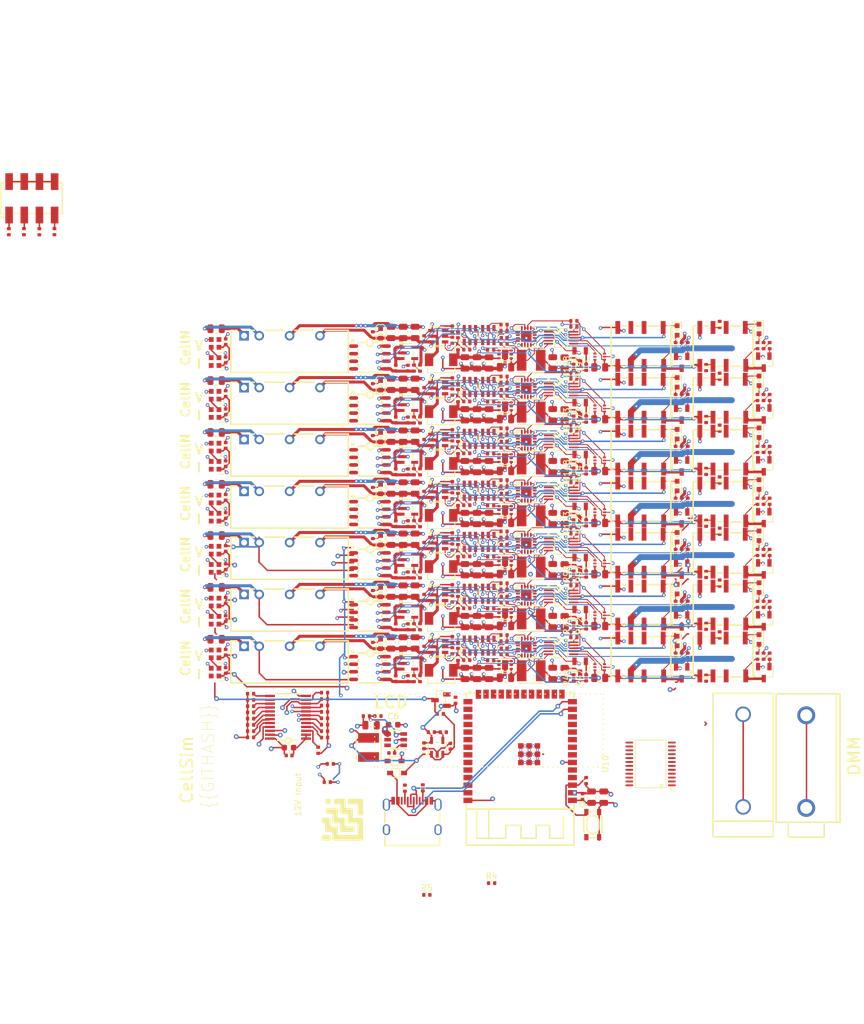
<source format=kicad_pcb>
(kicad_pcb (version 20240108) (generator "pcbnew") (generator_version "8.0")
  (layers (0 "F.Cu" signal) (1 "In1.Cu" signal) (2 "In2.Cu" signal) (31 "B.Cu" signal) (34 "B.Paste" user) (35 "F.Paste" user) (36 "B.SilkS" user "B.Silkscreen") (37 "F.SilkS" user "F.Silkscreen") (38 "B.Mask" user) (39 "F.Mask" user) (44 "Edge.Cuts" user))
  (net 0 "")
  (net 1 "cell1-gnd")
  (net 2 "cell1.adc-vcc-1")
  (net 3 "cell1.adc-vcc")
  (net 4 "cell1.ldo.ctrl_resistor-fb")
  (net 5 "cell1.ldo.regulator-en")
  (net 6 "cell1.ldo.regulator-dnc")
  (net 7 "io0")
  (net 8 "io12")
  (net 9 "io45")
  (net 10 "io21")
  (net 11 "dp")
  (net 12 "gnd")
  (net 13 "io2")
  (net 14 "io4")
  (net 15 "txd0")
  (net 16 "micro.ic-en")
  (net 17 "io40")
  (net 18 "micro.ic-scl")
  (net 19 "io8")
  (net 20 "io15")
  (net 21 "io46")
  (net 22 "io10")
  (net 23 "io39")
  (net 24 "io3")
  (net 25 "vcc-3")
  (net 26 "io42")
  (net 27 "io36")
  (net 28 "io18")
  (net 29 "cell1-gnd-1")
  (net 30 "micro.ic-sda")
  (net 31 "io17")
  (net 32 "io41")
  (net 33 "io37")
  (net 34 "io35")
  (net 35 "io47")
  (net 36 "io48")
  (net 37 "rxd0")
  (net 38 "io14")
  (net 39 "io11")
  (net 40 "io9")
  (net 41 "io5")
  (net 42 "dm")
  (net 43 "io13")
  (net 44 "io1")
  (net 45 "io38")
  (net 46 "cc2")
  (net 47 "usbc-vcc")
  (net 48 "sub2")
  (net 49 "sub1")
  (net 50 "cc1")
  (net 51 "mux.ic-sda-6")
  (net 52 "mux.ic-sda-7")
  (net 53 "mux.ic-sda-2")
  (net 54 "mux.ic-scl-2")
  (net 55 "mux.ic-sda-5")
  (net 56 "mux.ic-scl-3")
  (net 57 "reset_")
  (net 58 "mux.ic-sda-1")
  (net 59 "mux.ic-sda-4")
  (net 60 "mux.ic-scl-5")
  (net 61 "mux.ic-scl-4")
  (net 62 "mux.ic-sda-3")
  (net 63 "mux.ic-scl-1")
  (net 64 "mux.ic-scl-7")
  (net 65 "mux.ic-scl")
  (net 66 "mux.ic-scl-6")
  (net 67 "mux.ic-sda")
  (net 68 "cell4.adc-vcc")
  (net 69 "cell1-vcc-2")
  (net 70 "cell4.ldo.ctrl_resistor-fb")
  (net 71 "cb")
  (net 72 "vcc")
  (net 73 "buck.feedback_div-out")
  (net 74 "buck.ic-sw")
  (net 75 "cell1.buck.dac-vout")
  (net 76 "cell1-scl")
  (net 77 "cell1-sda")
  (net 78 "cell1.ldo.dac-vout")
  (net 79 "cell1.buck.regulator-sw")
  (net 80 "cell1.buck.regulator-vbst")
  (net 81 "cell1.buck.regulator-en")
  (net 82 "cell1.buck.ctrl_resistor-vfb")
  (net 83 "cell1-vcc-1")
  (net 84 "ldo3v3.feedback_div-out")
  (net 85 "vcc-2")
  (net 86 "cell1.internal_ldo.feedback_div-out")
  (net 87 "cell1.dmm_relay.fet-gate")
  (net 88 "cell1.dmm_relay.relay-gnd")
  (net 89 "cell1.output_relay.fet-gate")
  (net 90 "cell1.output_relay.relay-gnd")
  (net 91 "hv_signal")
  (net 92 "gnd-2")
  (net 93 "vcc-4")
  (net 94 "cell1-vcc")
  (net 95 "cell3-gnd-1")
  (net 96 "cell1.isolated_converter.led.resistor-cathode")
  (net 97 "cell1.buck-enable")
  (net 98 "cell1.ldo-enable")
  (net 99 "cell1.output_relay.indicator_led.resistor-cathode")
  (net 100 "cell1.output_relay-input")
  (net 101 "cell1.dmm_relay.indicator_led.resistor-cathode")
  (net 102 "cell4.adc-vcc-1")
  (net 103 "cell1.gpio-p0")
  (net 104 "cell4.ldo.regulator-en")
  (net 105 "cell1.gpio-p4")
  (net 106 "cell4.ldo.regulator-dnc")
  (net 107 "cell5.ldo.regulator-dnc")
  (net 108 "cell1.gpio-p1")
  (net 109 "cell1.adc-alert_slash_rdy")
  (net 110 "cell1-led_data")
  (net 111 "cell1.voltage_led.ic-vcc")
  (net 112 "cell2.adc-vcc-1")
  (net 113 "cell2.adc-vcc")
  (net 114 "cell2-gnd-1")
  (net 115 "cell2.ldo.regulator-en")
  (net 116 "cell2.ldo.regulator-dnc")
  (net 117 "cell2.ldo.ctrl_resistor-fb")
  (net 118 "cell3.adc-vcc-1")
  (net 119 "cell3.ldo.regulator-dnc")
  (net 120 "cell3.ldo.ctrl_resistor-fb")
  (net 121 "cell3.adc-vcc")
  (net 122 "cell3.ldo.regulator-en")
  (net 123 "cell4-gnd-1")
  (net 124 "cell2-vcc-2")
  (net 125 "cell5.ldo.regulator-en")
  (net 126 "cell5.adc-vcc")
  (net 127 "cell3-vcc-2")
  (net 128 "cell3-vcc")
  (net 129 "cell5.adc-vcc-1")
  (net 130 "cell2-sda")
  (net 131 "cell2-scl")
  (net 132 "cell2.ldo.dac-vout")
  (net 133 "cell2.buck.dac-vout")
  (net 134 "cell3-sda")
  (net 135 "cell3.ldo.dac-vout")
  (net 136 "cell3-scl")
  (net 137 "cell3.buck.regulator-vbst")
  (net 138 "cell3-vcc-1")
  (net 139 "cell3.buck.ctrl_resistor-vfb")
  (net 140 "cell3.buck.regulator-en")
  (net 141 "cell3.buck.regulator-sw")
  (net 142 "cell3.buck.dac-vout")
  (net 143 "cell2.buck.regulator-en")
  (net 144 "cell2.buck.regulator-vbst")
  (net 145 "cell2.buck.ctrl_resistor-vfb")
  (net 146 "cell2-vcc-1")
  (net 147 "cell2.buck.regulator-sw")
  (net 148 "cell2.internal_ldo.feedback_div-out")
  (net 149 "cell3.internal_ldo.feedback_div-out")
  (net 150 "cell3.dmm_relay.relay-gnd")
  (net 151 "cell3.dmm_relay.fet-gate")
  (net 152 "cell3.output_relay.relay-gnd")
  (net 153 "cell3.output_relay.fet-gate")
  (net 154 "cell2.dmm_relay.fet-gate")
  (net 155 "cell2.dmm_relay.relay-gnd")
  (net 156 "cell2.output_relay.relay-gnd")
  (net 157 "cell2.output_relay.fet-gate")
  (net 158 "cell5.ldo.ctrl_resistor-fb")
  (net 159 "cell3-gnd")
  (net 160 "cell2-vcc")
  (net 161 "cell2-gnd")
  (net 162 "cell2.buck-enable")
  (net 163 "cell3.output_relay.indicator_led.resistor-cathode")
  (net 164 "cell6.adc-vcc-1")
  (net 165 "cell3.dmm_relay.indicator_led.resistor-cathode")
  (net 166 "cell3.output_relay-input")
  (net 167 "cell3.ldo-enable")
  (net 168 "cell3.buck-enable")
  (net 169 "cell2.isolated_converter.led.resistor-cathode")
  (net 170 "cell2.ldo-enable")
  (net 171 "cell2.output_relay.indicator_led.resistor-cathode")
  (net 172 "cell2.output_relay-input")
  (net 173 "cell2.dmm_relay.indicator_led.resistor-cathode")
  (net 174 "cell6.ldo.ctrl_resistor-fb")
  (net 175 "cell3.isolated_converter.led.resistor-cathode")
  (net 176 "cell6.ldo.regulator-en")
  (net 177 "cell5-gnd-1")
  (net 178 "cell6.ldo.regulator-dnc")
  (net 179 "cell2.gpio-p4")
  (net 180 "cell2.gpio-p0")
  (net 181 "cell2.gpio-p1")
  (net 182 "cell6.adc-vcc")
  (net 183 "cell3.gpio-p1")
  (net 184 "cell7.adc-vcc-1")
  (net 185 "cell6-gnd-1")
  (net 186 "cell3.gpio-p4")
  (net 187 "cell3.gpio-p0")
  (net 188 "cell2.adc-alert_slash_rdy")
  (net 189 "cell3.adc-alert_slash_rdy")
  (net 190 "cell2-led_data")
  (net 191 "cell3.voltage_led.ic-vcc")
  (net 192 "cell3-led_data")
  (net 193 "cell2.voltage_led.ic-vcc")
  (net 194 "cell7.ldo.regulator-en")
  (net 195 "cell7.adc-vcc")
  (net 196 "cell7.ldo.regulator-dnc")
  (net 197 "cell7.ldo.ctrl_resistor-fb")
  (net 198 "micro.ic-vcc")
  (net 199 "ch9")
  (net 200 "ch7")
  (net 201 "ch6")
  (net 202 "ch15")
  (net 203 "ch4")
  (net 204 "ch8")
  (net 205 "ch10")
  (net 206 "cell3.dmm_relay-vcc")
  (net 207 "cell3.dmm_relay-gnd")
  (net 208 "cell1.dmm_relay-gnd")
  (net 209 "cell1.dmm_relay-vcc")
  (net 210 "cell2.dmm_relay-vcc")
  (net 211 "cell2.dmm_relay-gnd")
  (net 212 "s1")
  (net 213 "s2")
  (net 214 "ch13")
  (net 215 "ch14")
  (net 216 "ch11")
  (net 217 "ch12")
  (net 218 "ch5")
  (net 219 "common_io")
  (net 220 "s0")
  (net 221 "s3")
  (net 222 "cell1.adc-vcc-2")
  (net 223 "cell1.adc-ain2")
  (net 224 "cell2.adc-vcc-2")
  (net 225 "cell2.adc-ain2")
  (net 226 "cell3.adc-ain2")
  (net 227 "cell3.adc-vcc-2")
  (net 228 "cell4.adc-ain2")
  (net 229 "cell4.adc-vcc-2")
  (net 230 "cell4-vcc-2")
  (net 231 "cell5-vcc-2")
  (net 232 "cell5.adc-vcc-2")
  (net 233 "cell5.adc-ain2")
  (net 234 "cell6-vcc-2")
  (net 235 "cell6.adc-vcc-2")
  (net 236 "cell6.adc-ain2")
  (net 237 "cell7-vcc-3")
  (net 238 "cell7-vcc-1")
  (net 239 "cell7.adc-ain2")
  (net 240 "cell7.adc-vcc-2")
  (net 241 "cell6.ldo.dac-vout")
  (net 242 "cell6-scl")
  (net 243 "cell6-sda")
  (net 244 "cell5-scl")
  (net 245 "cell5.buck.dac-vout")
  (net 246 "cell5-vcc-1")
  (net 247 "cell5-sda")
  (net 248 "cell4-vcc-1")
  (net 249 "cell4-sda")
  (net 250 "cell4-scl")
  (net 251 "cell4.buck.dac-vout")
  (net 252 "cell4.buck.ctrl_resistor-vfb")
  (net 253 "cell4.buck.regulator-sw")
  (net 254 "cell4.buck.regulator-en")
  (net 255 "cell4.buck.regulator-vbst")
  (net 256 "cell4.ldo.dac-vout")
  (net 257 "cell5.buck.ctrl_resistor-vfb")
  (net 258 "cell5.buck.regulator-vbst")
  (net 259 "cell5.buck.regulator-en")
  (net 260 "cell5.buck.regulator-sw")
  (net 261 "cell5.ldo.dac-vout")
  (net 262 "cell6.buck.dac-vout")
  (net 263 "cell6-vcc-1")
  (net 264 "cell6.buck.regulator-vbst")
  (net 265 "cell6.buck.regulator-sw")
  (net 266 "cell6.buck.ctrl_resistor-vfb")
  (net 267 "cell6.buck.regulator-en")
  (net 268 "cell7.buck.dac-vout")
  (net 269 "cell7-scl")
  (net 270 "cell7-sda")
  (net 271 "cell7-vcc-2")
  (net 272 "cell7.buck.ctrl_resistor-vfb")
  (net 273 "cell7.buck.regulator-vbst")
  (net 274 "cell7.buck.regulator-sw")
  (net 275 "cell7.buck.regulator-en")
  (net 276 "cell7.ldo.dac-vout")
  (net 277 "cell4.internal_ldo.feedback_div-out")
  (net 278 "cell5.internal_ldo.feedback_div-out")
  (net 279 "cell6.internal_ldo.feedback_div-out")
  (net 280 "cell7.internal_ldo.feedback_div-out")
  (net 281 "cell5.load_switch.fet-gate")
  (net 282 "cell5.load_switch.fet-n")
  (net 283 "cell4.dmm_relay.relay-gnd")
  (net 284 "cell4.dmm_relay.fet-gate")
  (net 285 "cell4.output_relay.fet-gate")
  (net 286 "cell4.output_relay.relay-gnd")
  (net 287 "cell3.load_switch.fet-n")
  (net 288 "cell3.load_switch.fet-gate")
  (net 289 "cell4.load_switch.fet-gate")
  (net 290 "cell4.load_switch.fet-n")
  (net 291 "cell2.load_switch.fet-gate")
  (net 292 "cell2.load_switch.fet-n")
  (net 293 "cell5.output_relay.fet-gate")
  (net 294 "cell5.output_relay.relay-gnd")
  (net 295 "cell1.load_switch.fet-gate")
  (net 296 "cell1.load_switch.fet-n")
  (net 297 "cell5.dmm_relay.relay-gnd")
  (net 298 "cell5.dmm_relay.fet-gate")
  (net 299 "cell7.load_switch.fet-gate")
  (net 300 "cell7.load_switch.fet-n")
  (net 301 "cell7.dmm_relay.fet-gate")
  (net 302 "cell7.dmm_relay.relay-gnd")
  (net 303 "cell7.output_relay.fet-gate")
  (net 304 "cell7.output_relay.relay-gnd")
  (net 305 "cell6.load_switch.fet-n")
  (net 306 "cell6.load_switch.fet-gate")
  (net 307 "cell6.dmm_relay.relay-gnd")
  (net 308 "cell6.dmm_relay.fet-gate")
  (net 309 "cell6.output_relay.fet-gate")
  (net 310 "cell6.output_relay.relay-gnd")
  (net 311 "cell6-vcc")
  (net 312 "cell6-gnd")
  (net 313 "cell7.dmm_relay-vcc")
  (net 314 "cell7.dmm_relay-gnd")
  (net 315 "cell5.dmm_relay-vcc")
  (net 316 "cell5.dmm_relay-gnd")
  (net 317 "cell5-vcc")
  (net 318 "cell5-gnd")
  (net 319 "cell4.dmm_relay-vcc")
  (net 320 "cell4.dmm_relay-gnd")
  (net 321 "cell4-vcc")
  (net 322 "cell4-gnd")
  (net 323 "cell6.dmm_relay-vcc")
  (net 324 "cell6.dmm_relay-gnd")
  (net 325 "cell7-gnd")
  (net 326 "cell7-vcc")
  (net 327 "_7")
  (net 328 "_5")
  (net 329 "_3")
  (net 330 "_1")
  (net 331 "cell7.gpio-p4")
  (net 332 "cell4.isolated_converter.led.resistor-cathode")
  (net 333 "cell4.buck-enable")
  (net 334 "cell4.ldo-enable")
  (net 335 "cell4.output_relay.indicator_led.resistor-cathode")
  (net 336 "cell4.output_relay-input")
  (net 337 "cell4.dmm_relay.indicator_led.resistor-cathode")
  (net 338 "cell4.gpio-p4")
  (net 339 "cell5.isolated_converter.led.resistor-cathode")
  (net 340 "cell5.buck-enable")
  (net 341 "cell7.dmm_relay.indicator_led.resistor-cathode")
  (net 342 "cell5.ldo-enable")
  (net 343 "cell5.output_relay.indicator_led.resistor-cathode")
  (net 344 "cell5.output_relay-input")
  (net 345 "cell5.dmm_relay.indicator_led.resistor-cathode")
  (net 346 "cell5.gpio-p4")
  (net 347 "cell6.isolated_converter.led.resistor-cathode")
  (net 348 "cell6.buck-enable")
  (net 349 "cell6.ldo-enable")
  (net 350 "cell6.output_relay.indicator_led.resistor-cathode")
  (net 351 "cell6.output_relay-input")
  (net 352 "cell6.dmm_relay.indicator_led.resistor-cathode")
  (net 353 "cell6.gpio-p4")
  (net 354 "cell7.isolated_converter.led.resistor-cathode")
  (net 355 "cell7.buck-enable")
  (net 356 "cell7.ldo-enable")
  (net 357 "cell7.output_relay.indicator_led.resistor-cathode")
  (net 358 "cell7.output_relay-input")
  (net 359 "cell1.gpio-int")
  (net 360 "cell1.gpio-p6")
  (net 361 "cell1.gpio-p7")
  (net 362 "cell2.gpio-int")
  (net 363 "cell2.gpio-p6")
  (net 364 "cell2.gpio-p7")
  (net 365 "cell3.gpio-p7")
  (net 366 "cell3.gpio-int")
  (net 367 "cell3.gpio-p6")
  (net 368 "cell4.gpio-p1")
  (net 369 "cell4.gpio-p7")
  (net 370 "cell4.gpio-p0")
  (net 371 "cell4.gpio-p6")
  (net 372 "cell4.gpio-int")
  (net 373 "cell5.gpio-p7")
  (net 374 "cell5.gpio-p1")
  (net 375 "cell5.gpio-int")
  (net 376 "cell5.gpio-p0")
  (net 377 "cell5.gpio-p6")
  (net 378 "cell6.gpio-p6")
  (net 379 "cell6.gpio-int")
  (net 380 "cell6.gpio-p7")
  (net 381 "cell6.gpio-p1")
  (net 382 "cell6.gpio-p0")
  (net 383 "cell7.gpio-p1")
  (net 384 "cell7.gpio-p7")
  (net 385 "cell7.gpio-int")
  (net 386 "cell7.gpio-p6")
  (net 387 "cell7.gpio-p0")
  (net 388 "cell7.adc-alert_slash_rdy")
  (net 389 "cell6.adc-alert_slash_rdy")
  (net 390 "cell5.adc-alert_slash_rdy")
  (net 391 "cell4.adc-alert_slash_rdy")
  (net 392 "cell6-led_data")
  (net 393 "cell7.voltage_led.ic-vcc")
  (net 394 "cell7-led_data")
  (net 395 "cell5-led_data")
  (net 396 "cell6.voltage_led.ic-vcc")
  (net 397 "cell5.voltage_led.ic-vcc")
  (net 398 "cell4-led_data")
  (net 399 "cell4.voltage_led.ic-vcc")
  (footprint "lib:R0402" (layer "F.Cu") (at 130.490431 128.266701 90)
    (property "Reference" "R105" (hide yes))
    (property "Value" "62.5mW Thick Film Resistors 50V ±100ppm/℃ ±1% 10kΩ 0402 Chip Resistor - Surface Mount ROHS")
  )
  (footprint "lib:R0402" (layer "F.Cu") (at 72.412329 146.354009 90)
    (property "Reference" "R31" (hide yes))
    (property "Value" "62.5mW Thick Film Resistors 50V ±100ppm/℃ ±1% 14kΩ 0402 Chip Resistor - Surface Mount ROHS")
  )
  (footprint "lib:PWRM-TH_BXXXXS-2WR2" (layer "F.Cu") (at 57.203206 138.840943)
    (property "Reference" "U25" (hide yes))
    (property "Value" "?")
  )
  (footprint "lib:SOIC-8_L4.9-W3.9-P1.27-LS6.0-TL" (layer "F.Cu") (at 71.935206 142.478709)
    (property "Reference" "U35" (hide yes))
    (property "Value" "?")
  )
  (footprint "lib:SOT-23-6_L2.9-W1.6-P0.95-LS2.8-BL" (layer "F.Cu") (at 91.747214 112.80155 180)
    (property "Reference" "U71" (hide yes))
    (property "Value" "?")
  )
  (footprint "lib:C0805" (layer "F.Cu") (at 102.53888 117.461192 90)
    (property "Reference" "C86" (hide yes))
    (property "Value" "25V 10uF X5R ±10% 0805 Multilayer Ceramic Capacitors MLCC - SMD/SMT ROHS")
  )
  (footprint "lib:R0402" (layer "F.Cu") (at 136.825206 131.820641 -90)
    (property "Reference" "R94" (hide yes))
    (property "Value" "62.5mW Thick Film Resistors 50V ±100ppm/℃ ±1% 13kΩ 0402 Chip Resistor - Surface Mount ROHS")
  )
  (footprint "lib:R0805" (layer "F.Cu") (at 104.531025 143.38951 90)
    (property "Reference" "R74" (hide yes))
    (property "Value" "125mW Thick Film Resistors 150V ±100ppm/℃ ±1% 226Ω 0805  Chip Resistor - Surface Mount ROHS")
  )
  (footprint "lib:RELAY-SMD_HFD4-5-SR" (layer "F.Cu") (at 131.013206 106.01289 180)
    (property "Reference" "U89" (hide yes))
    (property "Value" "?")
  )
  (footprint "lib:LED0603-RD" (layer "F.Cu") (at 73.713206 112.522958 -90)
    (property "Reference" "LED13" (hide yes))
    (property "Value" "?")
  )
  (footprint "lib:SOT-23-3_L2.9-W1.3-P1.90-LS2.4-BR" (layer "F.Cu") (at 107.127887 107.747146 90)
    (property "Reference" "Q18" (hide yes))
    (property "Value" "?")
  )
  (footprint "lib:R0402" (layer "F.Cu") (at 11.463138 78.139715 90)
    (property "Reference" "R206" (hide yes))
    (property "Value" "62.5mW Thick Film Resistors 50V ±100ppm/℃ ±1% 1kΩ 0402 Chip Resistor - Surface Mount ROHS")
  )
  (footprint "lib:C0805" (layer "F.Cu") (at 79.49685 121.039403 90)
    (property "Reference" "C61" (hide yes))
    (property "Value" "25V 10uF X5R ±10% 0805 Multilayer Ceramic Capacitors MLCC - SMD/SMT ROHS")
  )
  (footprint "lib:SOT-23-3_L2.9-W1.3-P1.90-LS2.4-BR" (layer "F.Cu") (at 83.818 156.544)
    (property "Reference" "U9" (hide yes))
    (property "Value" "?")
  )
  (footprint "lib:C0402" (layer "F.Cu") (at 94.39755 130.506447)
    (property "Reference" "C52" (hide yes))
    (property "Value" "25V 1uF X5R ±10% 0402 Multilayer Ceramic Capacitors MLCC - SMD/SMT ROHS")
  )
  (footprint "lib:R0402" (layer "F.Cu") (at 124.125206 149.180777 90)
    (property "Reference" "R43" (hide yes))
    (property "Value" "62.5mW Thick Film Resistors 50V ±100ppm/℃ ±1% 1kΩ 0402 Chip Resistor - Surface Mount ROHS")
  )
  (footprint "lib:LED0603-RD" (layer "F.Cu") (at 123.363206 103.35089 90)
    (property "Reference" "LED17" (hide yes))
    (property "Value" "?")
  )
  (footprint "lib:R0402" (layer "F.Cu") (at 80.317206 109.64689 -90)
    (property "Reference" "R177" (hide yes))
    (property "Value" "62.5mW Thick Film Resistors 50V ±100ppm/℃ ±1% 11.5kΩ 0402 Chip Resistor - Surface Mount ROHS")
  )
  (footprint "lib:SOT-23-6_L2.9-W1.6-P0.95-LS2.8-BL" (layer "F.Cu") (at 88.66654 112.80155)
    (property "Reference" "U69" (hide yes))
    (property "Value" "?")
  )
  (footprint "lib:R0402" (layer "F.Cu") (at 92.142713 132.534701)
    (property "Reference" "R89" (hide yes))
    (property "Value" "62.5mW Thick Film Resistors 50V ±100ppm/℃ ±1% 10kΩ 0402 Chip Resistor - Surface Mount ROHS")
  )
  (footprint "lib:C0603" (layer "F.Cu") (at 75.818597 160.653739)
    (property "Reference" "C6")
    (property "Value" "16V 4.7uF X5R ±10% 0603 Multilayer Ceramic Capacitors MLCC - SMD/SMT ROHS")
  )
  (footprint "lib:IND-SMD_L4.0-W4.0" (layer "F.Cu") (at 71.698053 164.457134 90)
    (property "Reference" "L1" (hide yes))
    (property "Value" "?")
  )
  (footprint "lib:R0402" (layer "F.Cu") (at 72.412329 137.673941 90)
    (property "Reference" "R56" (hide yes))
    (property "Value" "62.5mW Thick Film Resistors 50V ±100ppm/℃ ±1% 14kΩ 0402 Chip Resistor - Surface Mount ROHS")
  )
  (footprint "lib:C0402" (layer "F.Cu") (at 85.716395 111.768899 90)
    (property "Reference" "C83" (hide yes))
    (property "Value" "16V 100nF X7R ±10% 0402 Multilayer Ceramic Capacitors MLCC - SMD/SMT ROHS")
  )
  (footprint "lib:C0805" (layer "F.Cu") (at 75.46902 138.289158 90)
    (property "Reference" "C28" (hide yes))
    (property "Value" "25V 10uF X5R ±10% 0805 Multilayer Ceramic Capacitors MLCC - SMD/SMT ROHS")
  )
  (footprint "lib:C0402" (layer "F.Cu") (at 94.39755 121.936832)
    (property "Reference" "C68" (hide yes))
    (property "Value" "25V 1uF X5R ±10% 0402 Multilayer Ceramic Capacitors MLCC - SMD/SMT ROHS")
  )
  (footprint "lib:SOIC-8_L4.9-W3.9-P1.27-LS6.0-TL" (layer "F.Cu") (at 71.935206 151.158777)
    (property "Reference" "U21" (hide yes))
    (property "Value" "?")
  )
  (footprint "lib:R0402" (layer "F.Cu") (at 79.301206 144.256709 -90)
    (property "Reference" "R78" (hide yes))
    (property "Value" "62.5mW Thick Film Resistors 50V ±100ppm/℃ ±1% 6.2kΩ 0402 Chip Resistor - Surface Mount ROHS")
  )
  (footprint "lib:R0402" (layer "F.Cu") (at 92.142713 149.894837)
    (property "Reference" "R39" (hide yes))
    (property "Value" "62.5mW Thick Film Resistors 50V ±100ppm/℃ ±1% 10kΩ 0402 Chip Resistor - Surface Mount ROHS")
  )
  (footprint "lib:R0402" (layer "F.Cu") (at 130.490431 111.017018 90)
    (property "Reference" "R155" (hide yes))
    (property "Value" "62.5mW Thick Film Resistors 50V ±100ppm/℃ ±1% 10kΩ 0402 Chip Resistor - Surface Mount ROHS")
  )
  (footprint "lib:C0805" (layer "F.Cu") (at 111.077618 172.776002 -90)
    (property "Reference" "C3" (hide yes))
    (property "Value" "25V 10uF X5R ±10% 0805 Multilayer Ceramic Capacitors MLCC - SMD/SMT ROHS")
  )
  (footprint "lib:AUDIO-TH_24.243.1" (layer "F.Cu") (at 134.427001 166.65573 -90)
    (property "Reference" "U4" (hide yes))
    (property "Value" "?")
  )
  (footprint "lib:HDR-SMD_8P-P2.54-V-M-R2-C4-LS7.4" (layer "F.Cu") (at 15.314 72.552)
    (property "Reference" "U109" (hide yes))
    (property "Value" "?")
  )
  (footprint "lib:LED-SMD_4P-L2.0-W2.0-BR" (layer "F.Cu") (at 45.994706 148.801455)
    (property "Reference" "U22" (hide yes))
    (property "Value" "?")
  )
  (footprint "lib:R0402" (layer "F.Cu") (at 123.109206 105.89089 -90)
    (property "Reference" "R166" (hide yes))
    (property "Value" "62.5mW Thick Film Resistors 50V ±100ppm/℃ ±1% 13kΩ 0402 Chip Resistor - Surface Mount ROHS")
  )
  (footprint "lib:RELAY-SMD_HFD4-5-SR" (layer "F.Cu") (at 131.013206 149.302777 180)
    (property "Reference" "U19" (hide yes))
    (property "Value" "?")
  )
  (footprint "lib:C0805" (layer "F.Cu") (at 94.625634 152.791011 180)
    (property "Reference" "C21" (hide yes))
    (property "Value" "25V 10uF X5R ±10% 0805 Multilayer Ceramic Capacitors MLCC - SMD/SMT ROHS")
  )
  (footprint "lib:C0402" (layer "F.Cu") (at 94.39755 104.576696)
    (property "Reference" "C100" (hide yes))
    (property "Value" "25V 1uF X5R ±10% 0402 Multilayer Ceramic Capacitors MLCC - SMD/SMT ROHS")
  )
  (footprint "lib:LED-SMD_4P-L2.0-W2.0-BR" (layer "F.Cu") (at 45.994706 122.871704)
    (property "Reference" "U64" (hide yes))
    (property "Value" "?")
  )
  (footprint "lib:C0805" (layer "F.Cu") (at 94.625634 109.501124 180)
    (property "Reference" "C101" (hide yes))
    (property "Value" "25V 10uF X5R ±10% 0805 Multilayer Ceramic Capacitors MLCC - SMD/SMT ROHS")
  )
  (footprint "lib:SOT-23-6_L2.9-W1.6-P0.95-LS2.8-BL" (layer "F.Cu") (at 91.747214 138.731301 180)
    (property "Reference" "U29" (hide yes))
    (property "Value" "?")
  )
  (footprint "lib:SOT-23-6_L2.9-W1.6-P0.95-LS2.8-BL" (layer "F.Cu") (at 83.365206 95.632822 -90)
    (property "Reference" "U98" (hide yes))
    (property "Value" "?")
  )
  (footprint "lib:C0402" (layer "F.Cu") (at 76.253206 118.326958 -90)
    (property "Reference" "C89" (hide yes))
    (property "Value" "25V 1uF X5R ±10% 0402 Multilayer Ceramic Capacitors MLCC - SMD/SMT ROHS")
  )
  (footprint "lib:C0805" (layer "F.Cu") (at 75.46902 146.969226 90)
    (property "Reference" "C12" (hide yes))
    (property "Value" "25V 10uF X5R ±10% 0805 Multilayer Ceramic Capacitors MLCC - SMD/SMT ROHS")
  )
  (footprint "lib:PWRM-TH_BXXXXS-2WR2" (layer "F.Cu") (at 57.203206 112.911192)
    (property "Reference" "U67" (hide yes))
    (property "Value" "?")
  )
  (footprint "lib:R0402" (layer "F.Cu") (at 86.667206 104.05889 90)
    (property "Reference" "R159" (hide yes))
    (property "Value" "62.5mW Thick Film Resistors 50V ±100ppm/℃ ±1% 10kΩ 0402 Chip Resistor - Surface Mount ROHS")
  )
  (footprint "lib:R0402" (layer "F.Cu") (at 94.380302 128.297817 180)
    (property "Reference" "R88" (hide yes))
    (property "Value" "62.5mW Thick Film Resistors 50V ±100ppm/℃ ±1% 10kΩ 0402 Chip Resistor - Surface Mount ROHS")
  )
  (footprint "lib:SOT-23-6_L2.9-W1.6-P0.95-LS2.8-BL" (layer "F.Cu") (at 91.747214 95.441414 180)
    (property "Reference" "U99" (hide yes))
    (property "Value" "?")
  )
  (footprint "lib:IND-SMD_L4.4-W4.2" (layer "F.Cu") (at 83.856805 108.251124 180)
    (property "Reference" "L12" (hide yes))
    (property "Value" "?")
  )
  (footprint "lib:R0805" (layer "F.Cu") (at 110.409206 144.140943)
    (property "Reference" "R65" (hide yes))
    (property "Value" "125mW Thick Film Resistors 150V ±1% 100mΩ 0805 Chip Resistor - Surface Mount ROHS")
  )
  (footprint "lib:R0402" (layer "F.Cu") (at 106.040514 100.831214 90)
    (property "Reference" "R198")
    (property "Value" "62.5mW Thick Film Resistors 50V ±100ppm/℃ ±1% 10kΩ 0402 Chip Resistor - Surface Mount ROHS")
  )
  (footprint "lib:C0805" (layer "F.Cu") (at 75.46902 112.359407 90)
    (property "Reference" "C76" (hide yes))
    (property "Value" "25V 10uF X5R ±10% 0805 Multilayer Ceramic Capacitors MLCC - SMD/SMT ROHS")
  )
  (footprint "lib:QFN-16_L3.0-W3.0-P0.50-BL-EP1.7" (layer "F.Cu") (at 98.109206 138.969887 -90)
    (property "Reference" "U34" (hide yes))
    (property "Value" "?")
  )
  (footprint "lib:C0402" (layer "F.Cu") (at 94.39755 113.256764)
    (property "Reference" "C84" (hide yes))
    (property "Value" "25V 1uF X5R ±10% 0402 Multilayer Ceramic Capacitors MLCC - SMD/SMT ROHS")
  )
  (footprint "lib:LED-SMD_4P-L2.0-W2.0-BR" (layer "F.Cu") (at 45.994706 125.919704)
    (property "Reference" "U65" (hide yes))
    (property "Value" "?")
  )
  (footprint "lib:C0805" (layer "F.Cu") (at 91.882789 100.101056 -90)
    (property "Reference" "C113" (hide yes))
    (property "Value" "25V 10uF X5R ±10% 0805 Multilayer Ceramic Capacitors MLCC - SMD/SMT ROHS")
  )
  (footprint "lib:C0805" (layer "F.Cu") (at 87.832463 117.461192 -90)
    (property "Reference" "C82" (hide yes))
    (property "Value" "25V 10uF X5R ±10% 0805 Multilayer Ceramic Capacitors MLCC - SMD/SMT ROHS")
  )
  (footprint "lib:SOD-323_L1.8-W1.3-LS2.5-RD" (layer "F.Cu") (at 76.468 168.736 180)
    (property "Reference" "DS2" (hide yes))
    (property "Value" "?")
  )
  (footprint "lib:C0805" (layer "F.Cu") (at 102.53888 134.710875 90)
    (property "Reference" "C54" (hide yes))
    (property "Value" "25V 10uF X5R ±10% 0805 Multilayer Ceramic Capacitors MLCC - SMD/SMT ROHS")
  )
  (footprint "lib:R0402" (layer "F.Cu") (at 138.857206 97.210822 -90)
    (property "Reference" "R195" (hide yes))
    (property "Value" "62.5mW Thick Film Resistors 50V ±100ppm/℃ ±1% 10kΩ 0402 Chip Resistor - Surface Mount ROHS")
  )
  (footprint "lib:R0402" (layer "F.Cu") (at 86.667206 112.738958 90)
    (property "Reference" "R134" (hide yes))
    (property "Value" "62.5mW Thick Film Resistors 50V ±100ppm/℃ ±1% 10kΩ 0402 Chip Resistor - Surface Mount ROHS")
  )
  (footprint "lib:IND-SMD_L4.0-W4.0" (layer "F.Cu") (at 98.926091 125.69126)
    (property "Reference" "L9" (hide yes))
    (property "Value" "?")
  )
  (footprint "lib:RELAY-SMD_HFD4-5-SR" (layer "F.Cu") (at 117.267206 140.622709 180)
    (property "Reference" "U32" (hide yes))
    (property "Value" "?")
  )
  (footprint "lib:R0402" (layer "F.Cu") (at 79.301206 127.007026 -90)
    (property "Reference" "R128" (hide yes))
    (property "Value" "62.5mW Thick Film Resistors 50V ±100ppm/℃ ±1% 6.2kΩ 0402 Chip Resistor - Surface Mount ROHS")
  )
  (footprint "lib:RELAY-SMD_HFD4-5-SR" (layer "F.Cu") (at 117.267206 114.692958 180)
    (property "Reference" "U74" (hide yes))
    (property "Value" "?")
  )
  (footprint "lib:R0402" (layer "F.Cu") (at 51.945076 157.551553)
    (property "Reference" "R18" (hide yes))
    (property "Value" "62.5mW Thick Film Resistors 50V ±100ppm/℃ ±1% 10kΩ 0402 Chip Resistor - Surface Mount ROHS")
  )
  (footprint "lib:SOT-23-3_L2.9-W1.3-P1.90-LS2.4-BR" (layer "F.Cu") (at 107.127887 99.067078 90)
    (property "Reference" "Q21" (hide yes))
    (property "Value" "?")
  )
  (footprint "lib:SOT-23-6_L2.9-W1.6-P0.95-LS2.8-BL" (layer "F.Cu") (at 83.365206 138.922709 -90)
    (property "Reference" "U28" (hide yes))
    (property "Value" "?")
  )
  (footprint "lib:SOT-563_L1.6-W1.2-P0.50-LS1.6-TL" (layer "F.Cu") (at 110.395538 125.09807)
    (property "Reference" "U59" (hide yes))
    (property "Value" "?")
  )
  (footprint "lib:C0402" (layer "F.Cu") (at 47.772706 122.589704 90)
    (property "Reference" "C71" (hide yes))
    (property "Value" "16V 100nF X7R ±10% 0402 Multilayer Ceramic Capacitors MLCC - SMD/SMT ROHS")
  )
  (footprint "lib:C0402" (layer "F.Cu") (at 85.716395 94.408763 90)
    (property "Reference" "C115" (hide yes))
    (property "Value" "16V 100nF X7R ±10% 0402 Multilayer Ceramic Capacitors MLCC - SMD/SMT ROHS")
  )
  (footprint "lib:R0402" (layer "F.Cu") (at 92.142713 97.924882)
    (property "Reference" "R189" (hide yes))
    (property "Value" "62.5mW Thick Film Resistors 50V ±100ppm/℃ ±1% 10kΩ 0402 Chip Resistor - Surface Mount ROHS")
  )
  (footprint "lib:SOT-23-6_L2.9-W1.6-P0.95-LS2.8-BL" (layer "F.Cu") (at 83.365206 112.992958 -90)
    (property "Reference" "U70" (hide yes))
    (property "Value" "?")
  )
  (footprint "lib:R0402" (layer "F.Cu") (at 64.325358 160.656525 180)
    (property "Reference" "R10" (hide yes))
    (property "Value" "62.5mW Thick Film Resistors 50V ±100ppm/℃ ±1% 10kΩ 0402 Chip Resistor - Surface Mount ROHS")
  )
  (footprint "lib:IND-SMD_L4.4-W4.2" (layer "F.Cu") (at 83.856805 125.61126 180)
    (property "Reference" "L8" (hide yes))
    (property "Value" "?")
  )
  (footprint "lib:LED0603-RD" (layer "F.Cu") (at 73.713206 129.772641 -90)
    (property "Reference" "LED7" (hide yes))
    (property "Value" "?")
  )
  (footprint "lib:C0402" (layer "F.Cu") (at 58.387702 165.807918)
    (property "Reference" "C4" (hide yes))
    (property "Value" "16V 100nF X7R ±10% 0402 Multilayer Ceramic Capacitors MLCC - SMD/SMT ROHS")
  )
  (footprint "lib:R0402" (layer "F.Cu") (at 94.382267 148.872777 180)
    (property "Reference" "R37" (hide yes))
    (property "Value" "62.5mW Thick Film Resistors 50V ±100ppm/℃ ±1% 60.4kΩ 0402 Chip Resistor - Surface Mount ROHS")
  )
  (footprint "lib:SOT-23-5_L3.0-W1.7-P0.95-LS2.8-BL" (layer "F.Cu") (at 78.285206 107.10689 -90)
    (property "Reference" "U94" (hide yes))
    (property "Value" "?")
  )
  (footprint "lib:R0402" (layer "F.Cu") (at 51.945076 159.640967)
    (property "Reference" "R20" (hide yes))
    (property "Value" "62.5mW Thick Film Resistors 50V ±100ppm/℃ ±1% 10kΩ 0402 Chip Resistor - Surface Mount ROHS")
  )
  (footprint "lib:LED-SMD_4P-L2.0-W2.0-BR" (layer "F.Cu") (at 45.994706 134.489319)
    (property "Reference" "U51" (hide yes))
    (property "Value" "?")
  )
  (footprint "lib:R0402" (layer "F.Cu") (at 130.490431 93.656882 90)
    (property "Reference" "R205" (hide yes))
    (property "Value" "62.5mW Thick Film Resistors 50V ±100ppm/℃ ±1% 10kΩ 0402 Chip Resistor - Surface Mount ROHS")
  )
  (footprint "lib:R0402" (layer "F.Cu") (at 92.142713 106.60495)
    (property "Reference" "R164" (hide yes))
    (property "Value" "62.5mW Thick Film Resistors 50V ±100ppm/℃ ±1% 10kΩ 0402 Chip Resistor - Surface Mount ROHS")
  )
  (footprint "lib:R0402" (layer "F.Cu") (at 94.381328 103.380119)
    (property "Reference" "R161" (hide yes))
    (property "Value" "62.5mW Thick Film Resistors 50V ±100ppm/℃ ±1% 43kΩ 0402 Chip Resistor - Surface Mount ROHS")
  )
  (footprint "lib:R0402" (layer "F.Cu") (at 106.071127 145.039594 180)
    (property "Reference" "R50" (hide yes))
    (property "Value" "62.5mW Thick Film Resistors 50V ±100ppm/℃ ±1% 10kΩ 0402 Chip Resistor - Surface Mount ROHS")
  )
  (footprint "lib:WSON-6_L2.0-W2.0-P0.65-TL-EP" (layer "F.Cu") (at 94.555206 124.721026 180)
    (property "Reference" "U58" (hide yes))
    (property "Value" "?")
  )
  (footprint "lib:R0402" (layer "F.Cu") (at 86.667206 123.451026 90)
    (property "Reference" "R108" (hide yes))
    (property "Value" "62.5mW Thick Film Resistors 50V ±100ppm/℃ ±1% 37.4kΩ 0402 Chip Resistor - Surface Mount ROHS")
  )
  (footprint "lib:R0402" (layer "F.Cu") (at 88.143734 115.237701 180)
    (property "Reference" "R132" (hide yes))
    (property "Value" "62.5mW Thick Film Resistors 50V ±100ppm/℃ ±1% 24kΩ 0402 Chip Resistor - Surface Mount ROHS")
  )
  (footprint "lib:R0402" (layer "F.Cu") (at 64.325358 159.582759 180)
    (property "Reference" "R9" (hide yes))
    (property "Value" "62.5mW Thick Film Resistors 50V ±100ppm/℃ ±1% 10kΩ 0402 Chip Resistor - Surface Mount ROHS")
  )
  (footprint "lib:R0402" (layer "F.Cu") (at 80.317206 100.966822 -90)
    (property "Reference" "R202" (hide yes))
    (property "Value" "62.5mW Thick Film Resistors 50V ±100ppm/℃ ±1% 11.5kΩ 0402 Chip Resistor - Surface Mount ROHS")
  )
  (footprint "lib:C0402" (layer "F.Cu") (at 76.253206 144.256709 -90)
    (property "Reference" "C41" (hide yes))
    (property "Value" "25V 1uF X5R ±10% 0402 Multilayer Ceramic Capacitors MLCC - SMD/SMT ROHS")
  )
  (footprint "lib:C0805" (layer "F.Cu") (at 91.882789 143.390943 -90)
    (property "Reference" "C33" (hide yes))
    (property "Value" "25V 10uF X5R ±10% 0805 Multilayer Ceramic Capacitors MLCC - SMD/SMT ROHS")
  )
  (footprint "lib:C0805" (layer "F.Cu") (at 46.169206 128.987641 180)
    (property "Reference" "C43" (hide yes))
    (property "Value" "50V 2.2uF X5R ±10% 0805  Multilayer Ceramic Capacitors MLCC - SMD/SMT ROHS")
  )
  (footprint "lib:LED-SMD_4P-L2.0-W2.0-BR" (layer "F.Cu") (at 45.994706 114.191636)
    (property "Reference" "U78" (hide yes))
    (property "Value" "?")
  )
  (footprint "lib:C0805" (layer "F.Cu") (at 94.625634 135.430875 180)
    (property "Reference" "C53" (hide yes))
    (property "Value" "25V 10uF X5R ±10% 0805 Multilayer Ceramic Capacitors MLCC - SMD/SMT ROHS")
  )
  (footprint "lib:R0402" (layer "F.Cu") (at 79.301206 135.576641 -90)
    (property "Reference" "R103" (hide yes))
    (property "Value" "62.5mW Thick Film Resistors 50V ±100ppm/℃ ±1% 6.2kΩ 0402 Chip Resistor - Surface Mount ROHS")
  )
  (footprint "lib:R0402" (layer "F.Cu") (at 124.125206 105.89089 90)
    (property "Reference" "R168" (hide yes))
    (property "Value" "62.5mW Thick Film Resistors 50V ±100ppm/℃ ±1% 1kΩ 0402 Chip Resistor - Surface Mount ROHS")
  )
  (footprint "lib:LED0603-RD" (layer "F.Cu") (at 123.363206 120.711026 90)
    (property "Reference" "LED11" (hide yes))
    (property "Value" "?")
  )
  (footprint "lib:R0402" (layer "F.Cu") (at 64.325358 156.361461 180)
    (property "Reference" "R14" (hide yes))
    (property "Value" "62.5mW Thick Film Resistors 50V ±100ppm/℃ ±1% 10kΩ 0402 Chip Resistor - Surface Mount ROHS")
  )
  (footprint "lib:SOT-23-6_L2.9-W1.6-P0.95-LS2.8-BL" (layer "F.Cu") (at 88.66654 130.051233)
    (property "Reference" "U41" (hide yes))
    (property "Value" "?")
  )
  (footprint "lib:R0402" (layer "F.Cu") (at 94.380302 111.048134 180)
    (property "Reference" "R138" (hide yes))
    (property "Value" "62.5mW Thick Film Resistors 50V ±100ppm/℃ ±1% 10kΩ 0402 Chip Resistor - Surface Mount ROHS")
  )
  (footprint "lib:R0402" (layer "F.Cu") (at 80.317206 152.936777 -90)
    (property "Reference" "R52" (hide yes))
    (property "Value" "62.5mW Thick Film Resistors 50V ±100ppm/℃ ±1% 11.5kΩ 0402 Chip Resistor - Surface Mount ROHS")
  )
  (footprint "lib:C0805" (layer "F.Cu") (at 46.169206 94.377822 180)
    (property "Reference" "C107" (hide yes))
    (property "Value" "50V 2.2uF X5R ±10% 0805  Multilayer Ceramic Capacitors MLCC - SMD/SMT ROHS")
  )
  (footprint "lib:SOD-323_L1.8-W1.3-LS2.5-RD" (layer "F.Cu") (at 76.045861 166.724205)
    (property "Reference" "DS1" (hide yes))
    (property "Value" "?")
  )
  (footprint "lib:R0402" (layer "F.Cu") (at 64.325358 161.730291 180)
    (property "Reference" "R7" (hide yes))
    (property "Value" "62.5mW Thick Film Resistors 50V ±100ppm/℃ ±1% 10kΩ 0402 Chip Resistor - Surface Mount ROHS")
  )
  (footprint "lib:R0402" (layer "F.Cu") (at 136.825206 140.500709 -90)
    (property "Reference" "R69" (hide yes))
    (property "Value" "62.5mW Thick Film Resistors 50V ±100ppm/℃ ±1% 13kΩ 0402 Chip Resistor - Surface Mount ROHS")
  )
  (footprint "lib:LED0603-RD" (layer "F.Cu") (at 123.363206 112.030958 90)
    (property "Reference" "LED14" (hide yes))
    (property "Value" "?")
  )
  (footprint "lib:C0805" (layer "F.Cu") (at 94.625634 100.821056 180)
    (property "Reference" "C117" (hide yes))
    (property "Value" "25V 10uF X5R ±10% 0805 Multilayer Ceramic Capacitors MLCC - SMD/SMT ROHS")
  )
  (footprint "lib:R0402" (layer "F.Cu") (at 86.667206 95.378822 90)
    (property "Reference" "R184" (hide yes))
    (property "Value" "62.5mW Thick Film Resistors 50V ±100ppm/℃ ±1% 10kΩ 0402 Chip Resistor - Surface Mount ROHS")
  )
  (footprint "lib:SOT-23-5_L3.0-W1.7-P0.95-LS2.8-BL" (layer "F.Cu") (at 78.285206 133.036641 -90)
    (property "Reference" "U52" (hide yes))
    (property "Value" "?")
  )
  (footprint "lib:R0402" (layer "F.Cu") (at 88.143734 149.84752 180)
    (property "Reference" "R32" (hide yes))
    (property "Value" "62.5mW Thick Film Resistors 50V ±100ppm/℃ ±1% 24kΩ 0402 Chip Resistor - Surface Mount ROHS")
  )
  (footprint "lib:R0402" (layer "F.Cu") (at 92.142713 123.965086)
    (property "Reference" "R114" (hide yes))
    (property "Value" "62.5mW Thick Film Resistors 50V ±100ppm/℃ ±1% 10kΩ 0402 Chip Resistor - Surface Mount ROHS")
  )
  (footprint "lib:R0402" (layer "F.Cu") (at 72.412329 128.993873 90)
    (property "Reference" "R81" (hide yes))
    (property "Value" "62.5mW Thick Film Resistors 50V ±100ppm/℃ ±1% 14kΩ 0402 Chip Resistor - Surface Mount ROHS")
  )
  (footprint "lib:C0402" (layer "F.Cu") (at 47.772706 108.277568 90)
    (property "Reference" "C104" (hide yes))
    (property "Value" "16V 100nF X7R ±10% 0402 Multilayer Ceramic Capacitors MLCC - SMD/SMT ROHS")
  )
  (footprint "lib:R0402" (layer "F.Cu") (at 85.718531 139.591336 90)
    (property "Reference" "R60" (hide yes))
    (property "Value" "62.5mW Thick Film Resistors 50V ±100ppm/℃ ±1% 10kΩ 0402 Chip Resistor - Surface Mount ROHS")
  )
  (footprint "lib:R0402" (layer "F.Cu") (at 108.137176 118.189547 90)
    (property "Reference" "R147")
    (property "Value" "62.5mW Thick Film Resistors 50V ±100ppm/℃ ±1% 1kΩ 0402 Chip Resistor - Surface Mount ROHS")
  )
  (footprint "lib:C0805" (layer "F.Cu") (at 87.832463 143.390943 -90)
    (property "Reference" "C34" (hide yes))
    (property "Value" "25V 10uF X5R ±10% 0805 Multilayer Ceramic Capacitors MLCC - SMD/SMT ROHS")
  )
  (footprint "lib:R0402" (layer "F.Cu") (at 108.137176 144.119298 90)
    (property "Reference" "R72")
    (property "Value" "62.5mW Thick Film Resistors 50V ±100ppm/℃ ±1% 1kΩ 0402 Chip Resistor - Surface Mount ROHS")
  )
  (footprint "lib:R0402" (layer "F.Cu") (at 138.857206 140.500709 -90)
    (property "Reference" "R70" (hide yes))
    (property "Value" "62.5mW Thick Film Resistors 50V ±100ppm/℃ ±1% 10kΩ 0402 Chip Resistor - Surface Mount ROHS")
  )
  (footprint "lib:R0402" (layer "F.Cu") (at 125.141206 123.251026 -90)
    (property "Reference" "R117" (hide yes))
    (property "Value" "62.5mW Thick Film Resistors 50V ±100ppm/℃ ±1% 10kΩ 0402 Chip Resistor - Surface Mount ROHS")
  )
  (footprint "lib:R0402" (layer "F.Cu") (at 108.137176 100.829411 90)
    (property "Reference" "R197")
    (property "Value" "62.5mW Thick Film Resistors 50V ±100ppm/℃ ±1% 1kΩ 0402 Chip Resistor - Surface Mount ROHS")
  )
  (footprint "lib:WSON-6_L2.0-W2.0-P0.65-TL-EP" (layer "F.Cu") (at 94.555206 133.290641 180)
    (property "Reference" "U44" (hide yes))
    (property "Value" "?")
  )
  (footprint "lib:R0402" (layer "F.Cu") (at 86.667206 114.770958 90)
    (property "Reference" "R133" (hide yes))
    (property "Value" "62.5mW Thick Film Resistors 50V ±100ppm/℃ ±1% 37.4kΩ 0402 Chip Resistor - Surface Mount ROHS")
  )
  (footprint "lib:R0402" (layer "F.Cu") (at 106.040514 126.871418 90)
    (property "Reference" "R123")
    (property "Value" "62.5mW Thick Film Resistors 50V ±100ppm/℃ ±1% 10kΩ 0402 Chip Resistor - Surface Mount ROHS")
  )
  (footprint "lib:IND-SMD_L4.4-W4.2" (layer "F.Cu") (at 83.856805 116.931192 180)
    (property "Reference" "L10" (hide yes))
    (property "Value" "?")
  )
  (footprint "lib:C0805" (layer "F.Cu") (at 77.489128 95.000782 90)
    (property "Reference" "C110" (hide yes))
    (property "Value" "25V 10uF X5R ±10% 0805 Multilayer Ceramic Capacitors MLCC - SMD/SMT ROHS")
  )
  (footprint "lib:LED-SMD_4P-L2.0-W2.0-BR" (layer "F.Cu") (at 45.994706 143.169387)
    (property "Reference" "U37" (hide yes))
    (property "Value" "?")
  )
  (footprint "lib:C0402" (layer "F.Cu") (at 76.253206 109.64689 -90)
    (property "Reference" "C105" (hide yes))
    (property "Value" "25V 1uF X5R ±10% 0402 Multilayer Ceramic Capacitors MLCC - SMD/SMT ROHS")
  )
  (footprint "lib:R0402" (layer "F.Cu") (at 94.381328 94.700051)
    (property "Reference" "R186" (hide yes))
    (property "Value" "62.5mW Thick Film Resistors 50V ±100ppm/℃ ±1% 43kΩ 0402 Chip Resistor - Surface Mount ROHS")
  )
  (footprint "lib:R0402" (layer "F.Cu") (at 124.125206 123.251026 90)
    (property "Reference" "R118" (hide yes))
    (property "Value" "62.5mW Thick Film Resistors 50V ±100ppm/℃ ±1% 1kΩ 0402 Chip Resistor - Surface Mount ROHS")
  )
  (footprint "lib:C0805" (layer "F.Cu") (at 87.832463 108.781124 -90)
    (property "Reference" "C98" (hide yes))
    (property "Value" "25V 10uF X5R ±10% 0805 Multilayer Ceramic Capacitors MLCC - SMD/SMT ROHS")
  )
  (footprint "lib:IND-SMD_L4.0-W4.0" (layer "F.Cu") (at 98.926091 142.940943)
    (property "Reference" "L5" (hide yes))
    (property "Value" "?")
  )
  (footprint "lib:SOIC-8_L4.9-W3.9-P1.27-LS6.0-TL" (layer "F.Cu") (at 71.935206 133.798641)
    (property "Reference" "U49" (hide yes))
    (property "Value" "?")
  )
  (footprint "lib:C0805" (layer "F.Cu") (at 89.862249 108.781124 -90)
    (property "Reference" "C96" (hide yes))
    (property "Value" "25V 10uF X5R ±10% 0805 Multilayer Ceramic Capacitors MLCC - SMD/SMT ROHS")
  )
  (footprint "lib:IND-SMD_L4.0-W4.0" (layer "F.Cu") (at 98.926091 151.621011)
    (property "Reference" "L3" (hide yes))
    (property "Value" "?")
  )
  (footprint "lib:C0402" (layer "F.Cu") (at 78.285206 127.007026 -90)
    (property "Reference" "C74" (hide yes))
    (property "Value" "25V 1uF X5R ±10% 0402 Multilayer Ceramic Capacitors MLCC - SMD/SMT ROHS")
  )
  (footprint "lib:C0805" (layer "F.Cu") (at 79.49685 138.289086 90)
    (property "Reference" "C29" (hide yes))
    (property "Value" "25V 10uF X5R ±10% 0805 Multilayer Ceramic Capacitors MLCC - SMD/SMT ROHS")
  )
  (footprint "lib:R0402" (layer "F.Cu") (at 130.490431 119.697086 90)
    (property "Reference" "R130" (hide yes))
    (property "Value" "62.5mW Thick Film Resistors 50V ±100ppm/℃ ±1% 10kΩ 0402 Chip Resistor - Surface Mount ROHS")
  )
  (footprint "lib:LED-SMD_4P-L2.0-W2.0-BR" (layer "F.Cu") (at 45.994706 105.511568)
    (property "Reference" "U92" (hide yes))
    (property "Value" "?")
  )
  (footprint "lib:C0805" (layer "F.Cu") (at 77.489128 129.610601 90)
    (property "Reference" "C46" (hide yes))
    (property "Value" "25V 10uF X5R ±10% 0805 Multilayer Ceramic Capacitors MLCC - SMD/SMT ROHS")
  )
  (footprint "lib:SOT-23-5_L3.0-W1.7-P0.95-LS2.8-BL" (layer "F.Cu") (at 83.186323 164.444198)
    (property "Reference" "U8" (hide yes))
    (property "Value" "?")
  )
  (footprint "lib:SOT-563_L1.6-W1.2-P0.50-LS1.6-TL" (layer "F.Cu") (at 110.395538 107.737934)
    (property "Reference" "U87" (hide yes))
    (property "Value" "?")
  )
  (footprint "lib:RELAY-SMD_HFD4-5-SR" (layer "F.Cu") (at 131.013206 97.332822 180)
    (property "Reference" "U103" (hide yes))
    (property "Value" "?")
  )
  (footprint "lib:SOT-23-6_L2.9-W1.6-P0.95-LS2.8-BR" (layer "F.Cu") (at 76.236645 163.152302)
    (property "Reference" "U7" (hide yes))
    (property "Value" "0.6A, 42V, 1.1MHz Buck Regulator")
  )
  (footprint "lib:R0402" (layer "F.Cu") (at 19.090855 78.129051 90)
    (property "Reference" "R209" (hide yes))
    (property "Value" "62.5mW Thick Film Resistors 50V ±100ppm/℃ ±1% 1kΩ 0402 Chip Resistor - Surface Mount ROHS")
  )
  (footprint "lib:R0402" (layer "F.Cu") (at 63.26 164.926 -90)
    (property "Reference" "R6" (hide yes))
    (property "Value" "62.5mW Thick Film Resistors 50V ±100ppm/℃ ±1% 10kΩ 0402 Chip Resistor - Surface Mount ROHS")
  )
  (footprint "lib:R0402" (layer "F.Cu") (at 92.305 187.165)
    (property "Reference" "R4")
    (property "Value" "62.5mW Thick Film Resistors 50V ±100ppm/℃ ±1% 86.6kΩ 0402 Chip Resistor - Surface Mount ROHS")
  )
  (footprint "lib:TSSOP-24_L7.8-W4.4-P0.65-LS6.4-BL" (layer "F.Cu") (at 58.208 159.404 90)
    (property "Reference" "U6" (hide yes))
    (property "Value" "?")
  )
  (footprint "lib:R0402" (layer "F.Cu") (at 128.2235 118.25142 -90)
    (property "Reference" "R154" (hide yes))
    (property "Value" "62.5mW Thick Film Resistors 50V ±100ppm/℃ ±1% 10kΩ 0402 Chip Resistor - Surface Mount ROHS")
  )
  (footprint "lib:SOT-23-3_L2.9-W1.3-P1.90-LS2.4-BR" (layer "F.Cu") (at 107.127887 116.427214 90)
    (property "Reference" "Q15" (hide yes))
    (property "Value" "?")
  )
  (footprint "lib:SOT-23-6_L2.9-W1.6-P0.95-LS2.8-BL" (layer "F.Cu") (at 83.365206 130.242641 -90)
    (property "Reference" "U42" (hide yes))
    (property "Value" "?")
  )
  (footprint "lib:SOT-23-3_L2.9-W1.3-P1.90-LS2.4-BR" (layer "F.Cu") (at 124.125206 100.001056 90)
    (property "Reference" "Q19" (hide yes))
    (property "Value" "?")
  )
  (footprint "lib:R0402" (layer "F.Cu") (at 108.137176 126.869615 90)
    (property "Reference" "R122")
    (property "Value" "62.5mW Thick Film Resistors 50V ±100ppm/℃ ±1% 1kΩ 0402 Chip Resistor - Surface Mount ROHS")
  )
  (footprint "lib:C0805" (layer "F.Cu") (at 46.169206 111.737958 180)
    (property "Reference" "C75" (hide yes))
    (property "Value" "50V 2.2uF X5R ±10% 0805  Multilayer Ceramic Capacitors MLCC - SMD/SMT ROHS")
  )
  (footprint "lib:C0402" (layer "F.Cu") (at 76.253206 127.007026 -90)
    (property "Reference" "C73" (hide yes))
    (property "Value" "25V 1uF X5R ±10% 0402 Multilayer Ceramic Capacitors MLCC - SMD/SMT ROHS")
  )
  (footprint "lib:R0402" (layer "F.Cu") (at 86.667206 147.348777 90)
    (property "Reference" "R34" (hide yes))
    (property "Value" "62.5mW Thick Film Resistors 50V ±100ppm/℃ ±1% 10kΩ 0402 Chip Resistor - Surface Mount ROHS")
  )
  (footprint "lib:C0805" (layer "F.Cu") (at 102.53888 100.101056 90)
    (property "Reference" "C118" (hide yes))
    (property "Value" "25V 10uF X5R ±10% 0805 Multilayer Ceramic Capacitors MLCC - SMD/SMT ROHS")
  )
  (footprint "lib:C0805" (layer "F.Cu") (at 79.49685 129.609018 90)
    (property "Reference" "C45" (hide yes))
    (property "Value" "25V 10uF X5R ±10% 0805 Multilayer Ceramic Capacitors MLCC - SMD/SMT ROHS")
  )
  (footprint "lib:C0805" (layer "F.Cu") (at 94.625634 126.86126 180)
    (property "Reference" "C69" (hide yes))
    (property "Value" "25V 10uF X5R ±10% 0805 Multilayer Ceramic Capacitors MLCC - SMD/SMT ROHS")
  )
  (footprint "lib:LED0603-RD" (layer "F.Cu") (at 137.079206 94.416822 90)
    (property "Reference" "LED21" (hide yes))
    (property "Value" "?")
  )
  (footprint "lib:C0805" (layer "F.Cu") (at 46.169206 146.347777 180)
    (property "Reference" "C11" (hide yes))
    (property "Value" "50V 2.2uF X5R ±10% 0805  Multilayer Ceramic Capacitors MLCC - SMD/SMT ROHS")
  )
  (footprint "lib:SOIC-8_L4.9-W3.9-P1.27-LS6.0-TL" (layer "F.Cu") (at 71.935206 116.548958)
    (property "Reference" "U77" (hide yes))
    (property "Value" "?")
  )
  (footprint "lib:R0402" (layer "F.Cu") (at 106.071127 101.749707 180)
    (property "Reference" "R175" (hide yes))
    (property "Value" "62.5mW Thick Film Resistors 50V ±100ppm/℃ ±1% 10kΩ 0402 Chip Resistor - Surface Mount ROHS")
  )
  (footprint "lib:C0402" (layer "F.Cu") (at 47.772706 105.229568 90)
    (property "Reference" "C103" (hide yes))
    (property "Value" "16V 100nF X7R ±10% 0402 Multilayer Ceramic Capacitors MLCC - SMD/SMT ROHS")
  )
  (footprint "lib:R0402" (layer "F.Cu") (at 106.082164 120.097739 180)
    (property "Reference" "R126" (hide yes))
    (property "Value" "62.5mW Thick Film Resistors 50V ±100ppm/℃ ±1% 10kΩ 0402 Chip Resistor - Surface Mount ROHS")
  )
  (footprint "lib:R0402" (layer "F.Cu") (at 88.143734 106.557633 180)
    (property "Reference" "R157" (hide yes))
    (property "Value" "62.5mW Thick Film Resistors 50V ±100ppm/℃ ±1% 24kΩ 0402 Chip Resistor - Surface Mount ROHS")
  )
  (footprint "lib:C0805" (layer "F.Cu") (at 75.46902 129.60909 90)
    (property "Reference" "C44" (hide yes))
    (property "Value" "25V 10uF X5R ±10% 0805 Multilayer Ceramic Capacitors MLCC - SMD/SMT ROHS")
  )
  (footprint "lib:R0402" (layer "F.Cu") (at 79.301206 100.966822 -90)
    (property "Reference" "R203" (hide yes))
    (property "Value" "62.5mW Thick Film Resistors 50V ±100ppm/℃ ±1% 6.2kΩ 0402 Chip Resistor - Surface Mount ROHS")
  )
  (footprint "lib:MSOP-10_L3.0-W3.0-P0.50-LS5.0-BL" (layer "F.Cu") (at 103.939206 113.246958 -90)
    (property "Reference" "U68" (hide yes))
    (property "Value" "?")
  )
  (footprint "lib:SOT-23-6_L2.9-W1.6-P0.95-LS2.8-BL" (layer "F.Cu") (at 88.66654 138.731301)
    (property "Reference" "U27" (hide yes))
    (property "Value" "?")
  )
  (footprint "lib:C0805" (layer "F.Cu") (at 91.882789 134.710875 -90)
    (property "Reference" "C49" (hide yes))
    (property "Value" "25V 10uF X5R ±10% 0805 Multilayer Ceramic Capacitors MLCC - SMD/SMT ROHS")
  )
  (footprint "lib:RELAY-SMD_HFD4-5-SR" (layer "F.Cu") (at 117.267206 131.942641 180)
    (property "Reference" "U46" (hide yes))
    (property "Value" "?")
  )
  (footprint "lib:RELAY-SMD_HFD4-5-SR" (layer "F.Cu") (at 117.267206 106.01289 180)
    (property "Reference" "U88" (hide yes))
    (property "Value" "?")
  )
  (footprint "lib:R0402" (layer "F.Cu") (at 125.141206 105.89089 -90)
    (property "Reference" "R167" (hide yes))
    (property "Value" "62.5mW Thick Film Resistors 50V ±100ppm/℃ ±1% 10kΩ 0402 Chip Resistor - Surface Mount ROHS")
  )
  (footprint "lib:R0402" (layer "F.Cu") (at 88.143734 123.917769 180)
    (property "Reference" "R107" (hide yes))
    (property "Value" "62.5mW Thick Film Resistors 50V ±100ppm/℃ ±1% 24kΩ 0402 Chip Resistor - Surface Mount ROHS")
  )
  (footprint "lib:R0402" (layer "F.Cu") (at 137.841206 131.820641 90)
    (property "Reference" "R96" (hide yes))
    (property "Value" "62.5mW Thick Film Resistors 50V ±100ppm/℃ ±1% 1kΩ 0402 Chip Resistor - Surface Mount ROHS")
  )
  (footprint "lib:C0805" (layer "F.Cu") (at 102.53888 126.14126 90)
    (property "Reference" "C70" (hide yes))
    (property "Value" "25V 10uF X5R ±10% 0805 Multilayer Ceramic Capacitors MLCC - SMD/SMT ROHS")
  )
  (footprint "lib:R0402" (layer "F.Cu") (at 86.667206 106.09089 90)
    (property "Reference" "R158" (hide yes))
    (property "Value" "62.5mW Thick Film Resistors 50V ±100ppm/℃ ±1% 37.4kΩ 0402 Chip Resistor - Surface Mount ROHS")
  )
  (footprint "lib:C0402" (layer "F.Cu") (at 47.772706 116.957636 90)
    (property "Reference" "C88" (hide yes))
    (property "Value" "16V 100nF X7R ±10% 0402 Multilayer Ceramic Capacitors MLCC - SMD/SMT ROHS")
  )
  (footprint "lib:LED0603-RD" (layer "F.Cu") (at 73.713206 138.452709 -90)
    (property "Reference" "LED4" (hide yes))
    (property "Value" "?")
  )
  (footprint "lib:QFN-16_L3.0-W3.0-P0.50-BL-EP1.7" (layer "F.Cu") (at 98.109206 113.040136 -90)
    (property "Reference" "U76" (hide yes))
    (property "Value" "?")
  )
  (footprint "lib:IND-SMD_L4.4-W4.2" (layer "F.Cu") (at 83.856805 151.541011 180)
    (property "Reference" "L2" (hide yes))
    (property "Value" "?")
  )
  (footprint "lib:IND-SMD_L4.0-W4.0" (layer "F.Cu") (at 98.926091 99.651056)
    (property "Reference" "L15" (hide yes))
    (property "Value" "?")
  )
  (footprint "lib:C0402" (layer "F.Cu") (at 81.003003 122.078721 90)
    (property "Reference" "C63" (hide yes))
    (property "Value" "16V 100nF X7R ±10% 0402 Multilayer Ceramic Capacitors MLCC - SMD/SMT ROHS")
  )
  (footprint "lib:LED0603-RD" (layer "F.Cu") (at 137.079206 103.09689 90)
    (property "Reference" "LED18" (hide yes))
    (property "Value" "?")
  )
  (footprint "lib:QFN-16_L3.0-W3.0-P0.50-BL-EP1.7" (layer "F.Cu") (at 98.109206 104.360068 -90)
    (property "Reference" "U90" (hide yes))
    (property "Value" "?")
  )
  (footprint "lib:LED0603-RD" (layer "F.Cu") (at 73.713206 103.84289 -90)
    (property "Reference" "LED16" (hide yes))
    (property "Value" "?")
  )
  (footprint "lib:R0402" (layer "F.Cu") (at 137.841206 114.570958 90)
    (property "Reference" "R146" (hide yes))
    (property "Value" "62.5mW Thick Film Resistors 50V ±100ppm/℃ ±1% 1kΩ 0402 Chip Resistor - Surface Mount ROHS")
  )
  (footprint "lib:SOT-23-3_L2.9-W1.3-P1.90-LS2.4-BR" (layer "F.Cu") (at 107.127887 142.356965 90)
    (property "Reference" "Q6" (hide yes))
    (property "Value" "?")
  )
  (footprint "lib:R0402" (layer "F.Cu") (at 130.490431 136.946769 90)
    (property "Reference" "R80" (hide yes))
    (property "Value" "62.5mW Thick Film Resistors 50V ±100ppm/℃ ±1% 10kΩ 0402 Chip Resistor - Surface Mount ROHS")
  )
  (footprint "lib:KEY-SMD_4P-L4.2-W3.2-P2.20-LS4.6" (layer "F.Cu") (at 109.234 177.372 90)
    (property "Reference" "U2" (hide yes))
    (property "Value" "?")
  )
  (footprint "lib:SOT-563_L1.6-W1.2-P0.50-LS1.6-TL" (layer "F.Cu") (at 110.395538 99.057866)
    (property "Reference" "U101" (hide yes))
    (property "Value" "?")
  )
  (footprint "lib:C0805" (layer "F.Cu") (at 79.49685 94.999199 90)
    (property "Reference" "C109" (hide yes))
    (property "Value" "25V 10uF X5R ±10% 0805 Multilayer Ceramic Capacitors MLCC - SMD/SMT ROHS")
  )
  (footprint "lib:C0805" (layer "F.Cu") (at 77.489128 103.68085 90)
    (property "Reference" "C94" (hide yes))
    (property "Value" "25V 10uF X5R ±10% 0805 Multilayer Ceramic Capacitors MLCC - SMD/SMT ROHS")
  )
  (footprint "lib:C0402" (layer "F.Cu") (at 85.716395 146.378718 90)
    (property "Reference" "C19" (hide yes))
    (property "Value" "16V 100nF X7R ±10% 0402 Multilayer Ceramic Capacitors MLCC - SMD/SMT ROHS")
  )
  (footprint "lib:R0402" (layer "F.Cu") (at 123.109206 123.251026 -90)
    (property "Reference" "R116" (hide yes))
    (property "Value" "62.5mW Thick Film Resistors 50V ±100ppm/℃ ±1% 13kΩ 0402 Chip Resistor - Surface Mount ROHS")
  )
  (footprint "lib:SOT-23-3_L2.9-W1.3-P1.90-LS2.4-BR" (layer "F.Cu") (at 124.125206 134.610875 90)
    (property "Reference" "Q7" (hide yes))
    (property "Value" "?")
  )
  (footprint "lib:C0402" (layer "F.Cu") (at 47.772706 142.887387 90)
    (property "Reference" "C40" (hide yes))
    (property "Value" "16V 100nF X7R ±10% 0402 Multilayer Ceramic Capacitors MLCC - SMD/SMT ROHS")
  )
  (footprint "lib:R0402" (layer "F.Cu") (at 86.667206 149.380777 90)
    (property "Reference" "R33" (hide yes))
    (property "Value" "62.5mW Thick Film Resistors 50V ±100ppm/℃ ±1% 37.4kΩ 0402 Chip Resistor - Surface Mount ROHS")
  )
  (footprint "lib:R0402" (layer "F.Cu") (at 84.210217 161.905648)
    (property "Reference" "R28" (hide yes))
    (property "Value" "62.5mW Thick Film Resistors 50V ±100ppm/℃ ±1% 10.2kΩ 0402 Chip Resistor - Surface Mount ROHS")
  )
  (footprint "lib:R0402" (layer "F.Cu") (at 124.125206 114.570958 90)
    (property "Reference" "R143" (hide yes))
    (property "Value" "62.5mW Thick Film Resistors 50V ±100ppm/℃ ±1% 1kΩ 0402 Chip Resistor - Surface Mount ROHS")
  )
  (footprint "lib:QFN-16_L3.0-W3.0-P0.50-BL-EP1.7" (layer "F.Cu") (at 98.109206 130.289819 -90)
    (property "Reference" "U48" (hide yes))
    (property "Value" "?")
  )
  (footprint "lib:IND-SMD_L4.0-W4.0" (layer "F.Cu") (at 98.926091 134.260875)
    (property "Reference" "L7" (hide yes))
    (property "Value" "?")
  )
  (footprint "lib:MSOP-10_L3.0-W3.0-P0.50-LS5.0-BL" (layer "F.Cu") (at 103.939206 104.56689 -90)
    (property "Reference" "U82" (hide yes))
    (property "Value" "?")
  )
  (footprint "lib:C0402" (layer "F.Cu") (at 81.003003 96.038517 90)
    (property "Reference" "C111" (hide yes))
    (property "Value" "16V 100nF X7R ±10% 0402 Multilayer Ceramic Capacitors MLCC - SMD/SMT ROHS")
  )
  (footprint "lib:SOT-23-3_L2.9-W1.3-P1.90-LS2.4-BR" (layer "F.Cu") (at 124.125206 117.361192 90)
    (property "Reference" "Q13" (hide yes))
    (property "Value" "?")
  )
  (footprint "lib:WSON-6_L2.0-W2.0-P0.65-TL-EP" (layer "F.Cu") (at 94.555206 116.040958 180)
    (property "Reference" "U72" (hide yes))
    (property "Value" "?")
  )
  (footprint "lib:C0805" (layer "F.Cu") (at 102.53888 108.781124 90)
    (property "Reference" "C102" (hide yes))
    (property "Value" "25V 10uF X5R ±10% 0805 Multilayer Ceramic Capacitors MLCC - SMD/SMT ROHS")
  )
  (footprint "lib:R0402" (layer "F.Cu") (at 106.082164 94.057535 180)
    (property "Reference" "R201" (hide yes))
    (property "Value" "62.5mW Thick Film Resistors 50V ±100ppm/℃ ±1% 10kΩ 0402 Chip Resistor - Surface Mount ROHS")
  )
  (footprint "lib:C0402" (layer "F.Cu") (at 47.772706 151.567455 90)
    (property "Reference" "C24" (hide yes))
    (property "Value" "16V 100nF X7R ±10% 0402 Multilayer Ceramic Capacitors MLCC - SMD/SMT ROHS")
  )
  (footprint "lib:C0805" (layer "F.Cu") (at 91.882789 108.781124 -90)
    (property "Reference" "C97" (hide yes))
    (property "Value" "25V 10uF X5R ±10% 0805 Multilayer Ceramic Capacitors MLCC - SMD/SMT ROHS")
  )
  (footprint "lib:PWRM-TH_BXXXXS-2WR2" (layer "F.Cu") (at 57.203206 95.551056)
    (property "Reference" "U95" (hide yes))
    (property "Value" "?")
  )
  (footprint "lib:SOT-23-6_L2.9-W1.6-P0.95-LS2.8-BL" (layer "F.Cu") (at 91.747214 104.121482 180)
    (property "Reference" "U85" (hide yes))
    (property "Value" "?")
  )
  (footprint "lib:RELAY-SMD_HFD4-5-SR" (layer "F.Cu") (at 131.013206 140.622709 180)
    (property "Reference" "U33" (hide yes))
    (property "Value" "?")
  )
  (footprint "lib:CONN-TH_24.243.2" (layer "F.Cu") (at 144.984 166.828 -90)
    (property "Reference" "U5" (hide yes))
    (property "Value" "?")
  )
  (footprint "lib:R0402" (layer "F.Cu") (at 86.667206 97.410822 90)
    (property "Reference" "R183" (hide yes))
    (property "Value" "62.5mW Thick Film Resistors 50V ±100ppm/℃ ±1% 37.4kΩ 0402 Chip Resistor - Surface Mount ROHS")
  )
  (footprint "lib:SOT-23-6_L2.9-W1.6-P0.95-LS2.8-BL" (layer "F.Cu") (at 83.365206 104.31289 -90)
    (property "Reference" "U84" (hide yes))
    (property "Value" "?")
  )
  (footprint "lib:R0402" (layer "F.Cu") (at 136.825206 105.89089 -90)
    (property "Reference" "R169" (hide yes))
    (property "Value" "62.5mW Thick Film Resistors 50V ±100ppm/℃ ±1% 13kΩ 0402 Chip Resistor - Surface Mount ROHS")
  )
  (footprint "lib:C0805" (layer "F.Cu") (at 89.862249 117.461192 -90)
    (property "Reference" "C80" (hide yes))
    (property "Value" "25V 10uF X5R ±10% 0805 Multilayer Ceramic Capacitors MLCC - SMD/SMT ROHS")
  )
  (footprint "lib:RELAY-SMD_HFD4-5-SR" (layer "F.Cu") (at 117.267206 149.302777 180)
    (property "Reference" "U18" (hide yes))
    (property "Value" "?")
  )
  (footprint "lib:SOT-23-3_L2.9-W1.3-P1.90-LS2.4-BR" (layer "F.Cu") (at 137.876125 151.932777 90)
    (property "Reference" "Q2" (hide yes))
    (property "Value" "?")
  )
  (footprint "lib:SOT-563_L1.6-W1.2-P0.50-LS1.6-TL" (layer "F.Cu") (at 110.395538 133.667685)
    (property "Reference" "U45" (hide yes))
    (property "Value" "?")
  )
  (footprint "lib:R0402" (layer "F.Cu") (at 138.857206 105.89089 -90)
    (property "Reference" "R170" (hide yes))
    (property "Value" "62.5mW Thick Film Resistors 50V ±100ppm/℃ ±1% 10kΩ 0402 Chip Resistor - Surface Mount ROHS")
  )
  (footprint "lib:R0402" (layer "F.Cu") (at 137.841206 123.251026 90)
    (property "Reference" "R121" (hide yes))
    (property "Value" "62.5mW Thick Film Resistors 50V ±100ppm/℃ ±1% 1kΩ 0402 Chip Resistor - Surface Mount ROHS")
  )
  (footprint "lib:IND-SMD_L4.0-W4.0" (layer "F.Cu") (at 98.926091 117.011192)
    (property "Reference" "L11" (hide yes))
    (property "Value" "?")
  )
  (footprint "lib:LED0603-RD" (layer "F.Cu") (at 123.363206 129.280641 90)
    (property "Reference" "LED8" (hide yes))
    (property "Value" "?")
  )
  (footprint "lib:R0402" (layer "F.Cu") (at 82.203439 161.893026)
    (property "Reference" "R27" (hide yes))
    (property "Value" "62.5mW Thick Film Resistors 50V ±100ppm/℃ ±1% 17.4kΩ 0402  Chip Resistor - Surface Mount ROHS")
  )
  (footprint "lib:R0402" (layer "F.Cu") (at 85.718531 96.301449 90)
    (property "Reference" "R185" (hide yes))
    (property "Value" "62.5mW Thick Film Resistors 50V ±100ppm/℃ ±1% 10kΩ 0402 Chip Resistor - Surface Mount ROHS")
  )
  (footprint "lib:R0805" (layer "F.Cu") (at 110.409206 135.460875)
    (property "Reference" "R90" (hide yes))
    (property "Value" "125mW Thick Film Resistors 150V ±1% 100mΩ 0805 Chip Resistor - Surface Mount ROHS")
  )
  (footprint "lib:C0805" (layer "F.Cu") (at 77.489128 146.970737 90)
    (property "Reference" "C14" (hide yes))
    (property "Value" "25V 10uF X5R ±10% 0805 Multilayer Ceramic Capacitors MLCC - SMD/SMT ROHS")
  )
  (footprint "lib:C0402" (layer "F.Cu") (at 78.285206 144.256709 -90)
    (property "Reference" "C42" (hide yes))
    (property "Value" "25V 1uF X5R ±10% 0402 Multilayer Ceramic Capacitors MLCC - SMD/SMT ROHS")
  )
  (footprint "lib:SOT-23-6_L2.9-W1.6-P0.95-LS2.8-BL" (layer "F.Cu") (at 91.747214 121.481618 180)
    (property "Reference" "U57" (hide yes))
    (property "Value" "?")
  )
  (footprint "lib:R0402" (layer "F.Cu") (at 86.667206 140.700709 90)
    (property "Reference" "R58" (hide yes))
    (property "Value" "62.5mW Thick Film Resistors 50V ±100ppm/℃ ±1% 37.4kΩ 0402 Chip Resistor - Surface Mount ROHS")
  )
  (footprint "lib:R0402" (layer "F.Cu") (at 106.082164 137.347422 180)
    (property "Reference" "R76" (hide yes))
    (property "Value" "62.5mW Thick Film Resistors 50V ±100ppm/℃ ±1% 10kΩ 0402 Chip Resistor - Surface Mount ROHS")
  )
  (footprint "lib:R0402" (layer "F.Cu") (at 72.412329 94.384054 90)
    (property "Reference" "R181" (hide yes))
    (property "Value" "62.5mW Thick Film Resistors 50V ±100ppm/℃ ±1% 14kΩ 0402 Chip Resistor - Surface Mount ROHS")
  )
  (footprint "lib:R0402" (layer "F.Cu") (at 79.301206 118.326958 -90)
    (property "Reference" "R153" (hide yes))
    (property "Value" "62.5mW Thick Film Resistors 50V ±100ppm/℃ ±1% 6.2kΩ 0402 Chip Resistor - Surface Mount ROHS")
  )
  (footprint "lib:R0805" (layer "F.Cu") (at 110.409206 100.851056)
    (property "Reference" "R190" (hide yes))
    (property "Value" "125mW Thick Film Resistors 150V ±1% 100mΩ 0805 Chip Resistor - Surface Mount ROHS")
  )
  (footprint "lib:R0402" (layer "F.Cu") (at 51.945076 156.506846)
    (property "Reference" "R15" (hide yes))
    (property "Value" "62.5mW Thick Film Resistors 50V ±100ppm/℃ ±1% 10kΩ 0402 Chip Resistor - Surface Mount ROHS")
  )
  (footprint "lib:R0402" (layer "F.Cu") (at 94.382267 114.262958 180)
    (property "Reference" "R137" (hide yes))
    (property "Value" "62.5mW Thick Film Resistors 50V ±100ppm/℃ ±1% 60.4kΩ 0402 Chip Resistor - Surface Mount ROHS")
  )
  (footprint "lib:SOT-23-3_L2.9-W1.3-P1.90-LS2.4-BR" (layer "F.Cu") (at 107.127887 151.037033 90)
    (property "Reference" "Q3" (hide yes))
    (property "Value" "?")
  )
  (footprint "lib:SOIC-8_L4.9-W3.9-P1.27-LS6.0-TL" (layer "F.Cu") (at 71.935206 125.229026)
    (property "Reference" "U63" (hide yes))
    (property "Value" "?")
  )
  (footprint "lib:C0603" (layer "F.Cu") (at 58.367291 164.48502)
    (property "Reference" "C5" (hide yes))
    (property "Value" "16V 2.2uF X5R ±10% 0603 Multilayer Ceramic Capacitors MLCC - SMD/SMT ROHS")
  )
  (footprint "lib:SOT-23-3_L2.9-W1.3-P1.90-LS2.4-BR" (layer "F.Cu") (at 137.876125 143.252709 90)
    (property "Reference" "Q5" (hide yes))
    (property "Value" "?")
  )
  (footprint "lib:SOIC-8_L4.9-W3.9-P1.27-LS6.0-TL" (layer "F.Cu") (at 71.935206 107.86889)
    (property "Reference" "U91" (hide yes))
    (property "Value" "?")
  )
  (footprint "lib:R0402" (layer "F.Cu") (at 51.945076 155.462137)
    (property "Reference" "R16" (hide yes))
    (property "Value" "62.5mW Thick Film Resistors 50V ±100ppm/℃ ±1% 10kΩ 0402 Chip Resistor - Surface Mount ROHS")
  )
  (footprint "lib:SOT-23-3_L2.9-W1.3-P1.90-LS2.4-BR" (layer "F.Cu") (at 137.876125 126.003026 90)
    (property "Reference" "Q11" (hide yes))
    (property "Value" "?")
  )
  (footprint "lib:R0402" (layer "F.Cu") (at 73.26879 159.208708 180)
    (property "Reference" "R25" (hide yes))
    (property "Value" "62.5mW Thick Film Resistors 50V ±1% ±200ppm/℃ 22.6kΩ 0402 Chip Resistor - Surface Mount ROHS")
  )
  (footprint "lib:LED0603-RD" (layer "F.Cu") (at 123.363206 137.960709 90)
    (property "Reference" "LED5" (hide yes))
    (property "Value" "?")
  )
  (footprint "lib:R0402" (layer "F.Cu") (at 94.381328 146.670006)
    (property "Reference" "R36" (hide yes))
    (property "Value" "62.5mW Thick Film Resistors 50V ±100ppm/℃ ±1% 43kΩ 0402 Chip Resistor - Surface Mount ROHS")
  )
  (footprint "lib:R0402" (layer "F.Cu") (at 92.142713 115.285018)
    (property "Reference" "R139" (hide yes))
    (property "Value" "62.5mW Thick Film Resistors 50V ±100ppm/℃ ±1% 10kΩ 0402 Chip Resistor - Surface Mount ROHS")
  )
  (footprint "lib:SOT-23-3_L2.9-W1.3-P1.90-LS2.4-BR" (layer "F.Cu") (at 137.876125 108.64289 90)
    (property "Reference" "Q17" (hide yes))
    (property "Value" "?")
  )
  (footprint "lib:R0402" (layer "F.Cu") (at 72.412329 111.74419 90)
    (property "Reference" "R131" (hide yes))
    (property "Value" "62.5mW Thick Film Resistors 50V ±100ppm/℃ ±1% 14kΩ 0402 Chip Resistor - Surface Mount ROHS")
  )
  (footprint "lib:R0402" (layer "F.Cu") (at 106.040514 152.801169 90)
    (property "Reference" "R48")
    (property "Value" "62.5mW Thick Film Resistors 50V ±100ppm/℃ ±1% 10kΩ 0402 Chip Resistor - Surface Mount ROHS")
  )
  (footprint "lib:R0402" (layer "F.Cu") (at 94.380302 145.657953 180)
    (property "Reference" "R38" (hide yes))
    (property "Value" "62.5mW Thick Film Resistors 50V ±100ppm/℃ ±1% 10kΩ 0402 Chip Resistor - Surface Mount ROHS")
  )
  (footprint "lib:R0402" (layer "F.Cu") (at 77.780949 171.274003 90)
    (property "Reference" "R2" (hide yes))
    (property "Value" "62.5mW Thick Film Resistors 50V ±100ppm/℃ ±1% 4.7kΩ 0402 Chip Resistor - Surface Mount ROHS")
  )
  (footprint "lib:R0805" (layer "F.Cu") (at 104.531025 134.709442 90)
    (property "Reference" "R99" (hide yes))
    (property "Value" "125mW Thick Film Resistors 150V ±100ppm/℃ ±1% 226Ω 0805  Chip Resistor - Surface Mount ROHS")
  )
  (footprint "lib:C0402" (layer "F.Cu") (at 47.772706 134.207319 90)
    (property "Reference" "C56" (hide yes))
    (property "Value" "16V 100nF X7R ±10% 0402 Multilayer Ceramic Capacitors MLCC - SMD/SMT ROHS")
  )
  (footprint "lib:SOT-23-6_L2.9-W1.6-P0.95-LS2.8-BL" (layer "F.Cu") (at 88.66654 104.121482)
    (property "Reference" "U83" (hide yes))
    (property "Value" "?")
  )
  (footprint "lib:R0402" (layer "F.Cu") (at 138.857206 114.570958 -90)
    (property "Reference" "R145" (hide yes))
    (property "Value" "62.5mW Thick Film Resistors 50V ±100ppm/℃ ±1% 10kΩ 0402 Chip Resistor - Surface Mount ROHS")
  )
  (footprint "lib:R0402" (layer "F.Cu") (at 83.711806 158.838823 180)
    (property "Reference" "R30" (hide yes))
    (property "Value" "62.5mW Thick Film Resistors 50V ±100ppm/℃ ±1% 10kΩ 0402 Chip Resistor - Surface Mount ROHS")
  )
  (footprint "lib:C0402" (layer "F.Cu") (at 47.772706 131.159319 90)
    (property "Reference" "C55" (hide yes))
    (property "Value" "16V 100nF X7R ±10% 0402 Multilayer Ceramic Capacitors MLCC - SMD/SMT ROHS")
  )
  (footprint "lib:R0805" (layer "F.Cu") (at 104.531025 108.779691 90)
    (property "Reference" "R174" (hide yes))
    (property "Value" "125mW Thick Film Resistors 150V ±100ppm/℃ ±1% 226Ω 0805  Chip Resistor - Surface Mount ROHS")
  )
  (footprint "lib:R0402" (layer "F.Cu") (at 86.667206 132.020641 90)
    (property "Reference" "R83" (hide yes))
    (property "Value" "62.5mW Thick Film Resistors 50V ±100ppm/℃ ±1% 37.4kΩ 0402 Chip Resistor - Surface Mount ROHS")
  )
  (footprint "lib:R0402" (layer "F.Cu") (at 94.380302 136.977885 180)
    (property "Reference" "R63" (hide yes))
    (property "Value" "62.5mW Thick Film Resistors 50V ±100ppm/℃ ±1% 10kΩ 0402 Chip Resistor - Surface Mount ROHS")
  )
  (footprint "lib:R0402" (layer "F.Cu") (at 65.292 167.212)
    (property "Reference" "R24" (hide yes))
    (property "Value" "62.5mW Thick Film Resistors 50V ±100ppm/℃ ±1% 2kΩ 0402 Chip Resistor - Surface Mount ROHS")
  )
  (footprint "lib:R0402" (layer "F.Cu") (at 88.143734 97.877565 180)
    (property "Reference" "R182" (hide yes))
    (property "Value" "62.5mW Thick Film Resistors 50V ±100ppm/℃ ±1% 24kΩ 0402 Chip Resistor - Surface Mount ROHS")
  )
  (footprint "lib:R0402" (layer "F.Cu") (at 51.945076 161.730381)
    (property "Reference" "R22" (hide yes))
    (property "Value" "62.5mW Thick Film Resistors 50V ±100ppm/℃ ±1% 10kΩ 0402 Chip Resistor - Surface Mount ROHS")
  )
  (footprint "lib:R0402" (layer "F.Cu") (at 136.825206 97.210822 -90)
    (property "Reference" "R194" (hide yes))
    (property "Value" "62.5mW Thick Film Resistors 50V ±100ppm/℃ ±1% 13kΩ 0402 Chip Resistor - Surface Mount ROHS")
  )
  (footprint "lib:PWRM-TH_BXXXXS-2WR2" (layer "F.Cu") (at 57.203206 104.231124)
    (property "Reference" "U81" (hide yes))
    (property "Value" "?")
  )
  (footprint "lib:SOT-23-5_L3.0-W1.7-P0.95-LS2.8-BL" (layer "F.Cu") (at 78.285206 124.467026 -90)
    (property "Reference" "U66" (hide yes))
    (property "Value" "?")
  )
  (footprint "lib:R0402" (layer "F.Cu") (at 94.381328 120.740255)
    (property "Reference" "R111" (hide yes))
    (property "Value" "62.5mW Thick Film Resistors 50V ±100ppm/℃ ±1% 43kΩ 0402 Chip Resistor - Surface Mount ROHS")
  )
  (footprint "lib:R0402" (layer "F.Cu") (at 94.380302 102.368066 180)
    (property "Reference" "R163" (hide yes))
    (property "Value" "62.5mW Thick Film Resistors 50V ±100ppm/℃ ±1% 10kΩ 0402 Chip Resistor - Surface Mount ROHS")
  )
  (footprint "lib:R0402" (layer "F.Cu") (at 85.718531 130.911268 90)
    (property "Reference" "R85" (hide yes))
    (property "Value" "62.5mW Thick Film Resistors 50V ±100ppm/℃ ±1% 10kΩ 0402 Chip Resistor - Surface Mount ROHS")
  )
  (footprint "lib:C0402" (layer "F.Cu") (at 94.39755 139.186515)
    (property "Reference" "C36" (hide yes))
    (property "Value" "25V 1uF X5R ±10% 0402 Multilayer Ceramic Capacitors MLCC - SMD/SMT ROHS")
  )
  (footprint "lib:R0402" (layer "F.Cu") (at 13.988355 78.129051 90)
    (property "Reference" "R207" (hide yes))
    (property "Value" "62.5mW Thick Film Resistors 50V ±100ppm/℃ ±1% 1kΩ 0402 Chip Resistor - Surface Mount ROHS")
  )
  (footprint "lib:SOT-23-5_L3.0-W1.7-P0.95-LS2.8-BL" (layer "F.Cu") (at 78.285206 141.716709 -90)
    (property "Reference" "U38" (hide yes))
    (property "Value" "?")
  )
  (footprint "lib:R0402" (layer "F.Cu") (at 88.143734 132.487384 180)
    (property "Reference" "R82" (hide yes))
    (property "Value" "62.5mW Thick Film Resistors 50V ±100ppm/℃ ±1% 24kΩ 0402 Chip Resistor - Surface Mount ROHS")
  )
  (footprint "lib:QFN-16_L3.0-W3.0-P0.50-BL-EP1.7" (layer "F.Cu") (at 98.109206 147.649955 -90)
    (property "Reference" "U20" (hide yes))
    (property "Value" "?")
  )
  (footprint "lib:R0402" (layer "F.Cu") (at 128.2235 144.181171 -90)
    (property "Reference" "R79" (hide yes))
    (property "Value" "62.5mW Thick Film Resistors 50V ±100ppm/℃ ±1% 10kΩ 0402 Chip Resistor - Surface Mount ROHS")
  )
  (footprint "lib:C0402" (layer "F.Cu") (at 94.39755 147.866583)
    (property "Reference" "C20" (hide yes))
    (property "Value" "25V 1uF X5R ±10% 0402 Multilayer Ceramic Capacitors MLCC - SMD/SMT ROHS")
  )
  (footprint "lib:R0402" (layer "F.Cu") (at 125.141206 140.500709 -90)
    (property "Reference" "R67" (hide yes))
    (property "Value" "62.5mW Thick Film Resistors 50V ±100ppm/℃ ±1% 10kΩ 0402 Chip Resistor - Surface Mount ROHS")
  )
  (footprint "lib:PWRM-TH_BXXXXS-2WR2" (layer "F.Cu") (at 57.203206 130.160875)
    (property "Reference" "U39" (hide yes))
    (property "Value" "?")
  )
  (footprint "lib:C0402" (layer "F.Cu") (at 47.772706 148.519455 90)
    (property "Reference" "C23" (hide yes))
    (property "Value" "16V 100nF X7R ±10% 0402 Multilayer Ceramic Capacitors MLCC - SMD/SMT ROHS")
  )
  (footprint "lib:C0402" (layer "F.Cu") (at 76.253206 100.966822 -90)
    (property "Reference" "C121" (hide yes))
    (property "Value" "25V 1uF X5R ±10% 0402 Multilayer Ceramic Capacitors MLCC - SMD/SMT ROHS")
  )
  (footprint "lib:R0805" (layer "F.Cu") (at 110.409206 109.531124)
    (property "Reference" "R165" (hide yes))
    (property "Value" "125mW Thick Film Resistors 150V ±1% 100mΩ 0805 Chip Resistor - Surface Mount ROHS")
  )
  (footprint "lib:SOT-23-3_L2.9-W1.3-P1.90-LS2.4-BR" (layer "F.Cu") (at 124.125206 151.971011 90)
    (property "Reference" "Q1" (hide yes))
    (property "Value" "?")
  )
  (footprint "lib:QFN-16_L3.0-W3.0-P0.50-BL-EP1.7" (layer "F.Cu") (at 98.109206 95.68 -90)
    (property "Reference" "U104" (hide yes))
    (property "Value" "?")
  )
  (footprint "lib:R0402" (layer "F.Cu") (at 86.667206 121.419026 90)
    (property "Reference" "R109" (hide yes))
    (property "Value" "62.5mW Thick Film Resistors 50V ±100ppm/℃ ±1% 10kΩ 0402 Chip Resistor - Surface Mount ROHS")
  )
  (footprint "lib:LED0603-RD" (layer "F.Cu") (at 73.713206 95.162822 -90)
    (property "Reference" "LED19" (hide yes))
    (property "Value" "?")
  )
  (footprint "lib:R0402" (layer "F.Cu") (at 123.109206 114.570958 -90)
    (property "Reference" "R141" (hide yes))
    (property "Value" "62.5mW Thick Film Resistors 50V ±100ppm/℃ ±1% 13kΩ 0402 Chip Resistor - Surface Mount ROHS")
  )
  (footprint "lib:R0402" (layer "F.Cu") (at 137.841206 105.89089 90)
    (property "Reference" "R171" (hide yes))
    (property "Value" "62.5mW Thick Film Resistors 50V ±100ppm/℃ ±1% 1kΩ 0402 Chip Resistor - Surface Mount ROHS")
  )
  (footprint "lib:C0402" (layer "F.Cu") (at 47.772706 99.5975 90)
    (property "Reference" "C120" (hide yes))
    (property "Value" "16V 100nF X7R ±10% 0402 Multilayer Ceramic Capacitors MLCC - SMD/SMT ROHS")
  )
  (footprint "lib:MSOP-10_L3.0-W3.0-P0.50-LS5.0-BL" (layer "F.Cu") (at 103.939206 147.856777 -90)
    (property "Reference" "U12" (hide yes))
    (property "Value" "?")
  )
  (footprint "lib:C0805" (layer "F.Cu") (at 91.882789 152.071011 -90)
    (property "Reference" "C17" (hide yes))
    (property "Value" "25V 10uF X5R ±10% 0805 Multilayer Ceramic Capacitors MLCC - SMD/SMT ROHS")
  )
  (footprint "lib:C0402" (layer "F.Cu") (at 81.003003 139.328404 90)
    (property "Reference" "C31" (hide yes))
    (property "Value" "16V 100nF X7R ±10% 0402 Multilayer Ceramic Capacitors MLCC - SMD/SMT ROHS")
  )
  (footprint "lib:IND-SMD_L4.4-W4.2" (layer "F.Cu") (at 83.856805 142.860943 180)
    (property "Reference" "L4" (hide yes))
    (property "Value" "?")
  )
  (footprint "lib:C0805" (layer "F.Cu") (at 87.832463 134.710875 -90)
    (property "Reference" "C50" (hide yes))
    (property "Value" "25V 10uF X5R ±10% 0805 Multilayer Ceramic Capacitors MLCC - SMD/SMT ROHS")
  )
  (footprint "lib:R0402" (layer "F.Cu") (at 94.380302 119.728202 180)
    (property "Reference" "R113" (hide yes))
    (property "Value" "62.5mW Thick Film Resistors 50V ±100ppm/℃ ±1% 10kΩ 0402 Chip Resistor - Surface Mount ROHS")
  )
  (footprint "lib:WSON-6_L2.0-W2.0-P0.65-TL-EP" (layer "F.Cu") (at 94.555206 98.680822 180)
    (property "Reference" "U100" (hide yes))
    (property "Value" "?")
  )
  (footprint "lib:C0402" (layer "F.Cu") (at 78.285206 135.576641 -90)
    (property "Reference" "C58" (hide yes))
    (property "Value" "25V 1uF X5R ±10% 0402 Multilayer Ceramic Capacitors MLCC - SMD/SMT ROHS")
  )
  (footprint "lib:C0805" (layer "F.Cu") (at 46.169206 120.418026 180)
    (property "Reference" "C59" (hide yes))
    (property "Value" "50V 2.2uF X5R ±10% 0805  Multilayer Ceramic Capacitors MLCC - SMD/SMT ROHS")
  )
  (footprint "lib:C0402" (layer "F.Cu") (at 94.39755 95.896628)
    (property "Reference" "C116" (hide yes))
    (property "Value" "25V 1uF X5R ±10% 0402 Multilayer Ceramic Capacitors MLCC - SMD/SMT ROHS")
  )
  (footprint "lib:R0402" (layer "F.Cu") (at 80.317206 118.326958 -90)
    (property "Reference" "R152" (hide yes))
    (property "Value" "62.5mW Thick Film Resistors 50V ±100ppm/℃ ±1% 11.5kΩ 0402 Chip Resistor - Surface Mount ROHS")
  )
  (footprint "lib:RELAY-SMD_HFD4-5-SR" (layer "F.Cu") (at 131.013206 131.942641 180)
    (property "Reference" "U47" (hide yes))
    (property "Value" "?")
  )
  (footprint "lib:LED0603-RD" (layer "F.Cu") (at 137.079206 137.706709 90)
    (property "Reference" "LED6" (hide yes))
    (property "Value" "?")
  )
  (footprint "lib:WIRELM-SMD_ESP32-S3-WROOM-1" (layer "F.Cu") (at 97.0865 164.42227 180)
    (property "Reference" "U1" (hide yes))
    (property "Value" "?")
  )
  (footprint "lib:R0402" (layer "F.Cu") (at 136.825206 149.180777 -90)
    (property "Reference" "R44" (hide yes))
    (property "Value" "62.5mW Thick Film Resistors 50V ±100ppm/℃ ±1% 13kΩ 0402 Chip Resistor - Surface Mount ROHS")
  )
  (footprint "lib:C0805" (layer "F.Cu") (at 89.862249 152.071011 -90)
    (property "Reference" "C16" (hide yes))
    (property "Value" "25V 10uF X5R ±10% 0805 Multilayer Ceramic Capacitors MLCC - SMD/SMT ROHS")
  )
  (footprint "lib:MSOP-10_L3.0-W3.0-P0.50-LS5.0-BL" (layer "F.Cu") (at 103.939206 95.886822 -90)
    (property "Reference" "U96" (hide yes))
    (property "Value" "?")
  )
  (footprint "lib:R0402" (layer "F.Cu") (at 108.137176 152.799366 90)
    (property "Reference" "R47")
    (property "Value" "62.5mW Thick Film Resistors 50V ±100ppm/℃ ±1% 1kΩ 0402 Chip Resistor - Surface Mount ROHS")
  )
  (footprint "lib:SOT-23-3_L2.9-W1.3-P1.90-LS2.4-BR" (layer "F.Cu") (at 137.876125 134.572641 90)
    (property "Reference" "Q8" (hide yes))
    (property "Value" "?")
  )
  (footprint "lib:SOT-563_L1.6-W1.2-P0.50-LS1.6-TL" (layer "F.Cu") (at 110.395538 151.027821)
    (property "Reference" "U17" (hide yes))
    (property "Value" "?")
  )
  (footprint "lib:SOT-23-6_L2.9-W1.6-P0.95-LS2.8-BL" (layer "F.Cu") (at 91.747214 130.051233 180)
    (property "Reference" "U43" (hide yes))
    (property "Value" "?")
  )
  (footprint "lib:C0402" (layer "F.Cu") (at 85.716395 120.448967 90)
    (property "Reference" "C67" (hide yes))
    (property "Value" "16V 100nF X7R ±10% 0402 Multilayer Ceramic Capacitors MLCC - SMD/SMT ROHS")
  )
  (footprint "lib:C0402" (layer "F.Cu") (at 85.716395 129.018582 90)
    (property "Reference" "C51" (hide yes))
    (property "Value" "16V 100nF X7R ±10% 0402 Multilayer Ceramic Capacitors MLCC - SMD/SMT ROHS")
  )
  (footprint "lib:SOT-23-3_L2.9-W1.3-P1.90-LS2.4-BR" (layer "F.Cu") (at 107.127887 125.107282 90)
    (property "Reference" "Q12" (hide yes))
    (property "Value" "?")
  )
  (footprint "lib:R0402" (layer "F.Cu") (at 81.455 189.135)
    (property "Reference" "R5")
    (property "Value" "62.5mW Thick Film Resistors 50V ±100ppm/℃ ±1% 6.2kΩ 0402 Chip Resistor - Surface Mount ROHS")
  )
  (footprint "lib:R0402" (layer "F.Cu") (at 86.261996 156.560563 90)
    (property "Reference" "R29" (hide yes))
    (property "Value" "62.5mW Thick Film Resistors 50V ±100ppm/℃ ±1% 10kΩ 0402 Chip Resistor - Surface Mount ROHS")
  )
  (footprint "lib:C0805" (layer "F.Cu") (at 72.120105 160.730441 180)
    (property "Reference" "C7" (hide yes))
    (property "Value" "25V 10uF X5R ±10% 0805 Multilayer Ceramic Capacitors MLCC - SMD/SMT ROHS")
  )
  (footprint "lib:R0402" (layer "F.Cu") (at 94.381328 112.060187)
    (property "Reference" "R136" (hide yes))
    (property "Value" "62.5mW Thick Film Resistors 50V ±100ppm/℃ ±1% 43kΩ 0402 Chip Resistor - Surface Mount ROHS")
  )
  (footprint "lib:SOT-23-3_L2.9-W1.3-P1.90-LS2.4-BR" (layer "F.Cu") (at 124.125206 126.04126 90)
    (property "Reference" "Q10" (hide yes))
    (property "Value" "?")
  )
  (footprint "lib:R0805" (layer "F.Cu") (at 110.409206 152.821011)
    (property "Reference" "R40" (hide yes))
    (property "Value" "125mW Thick Film Resistors 150V ±1% 100mΩ 0805 Chip Resistor - Surface Mount ROHS")
  )
  (footprint "lib:WSON-6_L2.0-W2.0-P0.65-TL-EP" (layer "F.Cu") (at 94.555206 107.36089 180)
    (property "Reference" "U86" (hide yes))
    (property "Value" "?")
  )
  (footprint "lib:LED-SMD_4P-L2.0-W2.0-BR" (layer "F.Cu") (at 45.994706 131.441319)
    (property "Reference" "U50" (hide yes))
    (property "Value" "?")
  )
  (footprint "lib:R0805" (layer "F.Cu") (at 104.531025 126.139827 90)
    (property "Reference" "R124" (hide yes))
    (property "Value" "125mW Thick Film Resistors 150V ±100ppm/℃ ±1% 226Ω 0805  Chip Resistor - Surface Mount ROHS")
  )
  (footprint "lib:C0402" (layer "F.Cu") (at 78.285206 100.966822 -90)
    (property "Reference" "C122" (hide yes))
    (property "Value" "25V 1uF X5R ±10% 0402 Multilayer Ceramic Capacitors MLCC - SMD/SMT ROHS")
  )
  (footprint "lib:LED-SMD_4P-L2.0-W2.0-BR" (layer "F.Cu") (at 45.994706 108.559568)
    (property "Reference" "U93" (hide yes))
    (property "Value" "?")
  )
  (footprint "lib:R0402" (layer "F.Cu") (at 51.945076 160.685674)
    (property "Reference" "R19" (hide yes))
    (property "Value" "62.5mW Thick Film Resistors 50V ±100ppm/℃ ±1% 10kΩ 0402 Chip Resistor - Surface Mount ROHS")
  )
  (footprint "lib:SOT-23-5_L3.0-W1.7-P0.95-LS2.8-BL" (layer "F.Cu") (at 78.285206 150.396777 -90)
    (property "Reference" "U24" (hide yes))
    (property "Value" "?")
  )
  (footprint "lib:LED0603-RD" (layer "F.Cu") (at 73.713206 147.132777 -90)
    (property "Reference" "LED1" (hide yes))
    (property "Value" "?")
  )
  (footprint "lib:USB-C-SMD_KH-TYPE-C-16P" (layer "F.Cu") (at 79.008 175.7965)
    (property "Reference" "U3" (hide yes))
    (property "Value" "?")
  )
  (footprint "lib:R0402" (layer "F.Cu") (at 64.782 170.26)
    (property "Reference" "R23" (hide yes))
    (property "Value" "62.5mW Thick Film Resistors 50V ±100ppm/℃ ±1% 2kΩ 0402 Chip Resistor - Surface Mount ROHS")
  )
  (footprint "lib:LED-SMD_4P-L2.0-W2.0-BR" (layer "F.Cu") (at 45.994706 151.849455)
    (property "Reference" "U23" (hide yes))
    (property "Value" "?")
  )
  (footprint "lib:C0805" (layer "F.Cu") (at 89.862249 100.101056 -90)
    (property "Reference" "C112" (hide yes))
    (property "Value" "25V 10uF X5R ±10% 0805 Multilayer Ceramic Capacitors MLCC - SMD/SMT ROHS")
  )
  (footprint "lib:R0402" (layer "F.Cu") (at 79.301206 109.64689 -90)
    (property "Reference" "R178" (hide yes))
    (property "Value" "62.5mW Thick Film Resistors 50V ±100ppm/℃ ±1% 6.2kΩ 0402 Chip Resistor - Surface Mount ROHS")
  )
  (footprint "lib:SOT-23-3_L2.9-W1.3-P1.90-LS2.4-BR" (layer "F.Cu") (at 137.876125 117.322958 90)
    (property "Reference" "Q14" (hide yes))
    (property "Value" "?")
  )
  (footprint "lib:R0402" (layer "F.Cu") (at 130.490431 145.626837 90)
    (property "Reference" "R55" (hide yes))
    (property "Value" "62.5mW Thick Film Resistors 50V ±100ppm/℃ ±1% 10kΩ 0402 Chip Resistor - Surface Mount ROHS")
  )
  (footprint "lib:WSON-6_L2.0-W2.0-P0.65-TL-EP" (layer "F.Cu") (at 94.555206 150.650777 180)
    (property "Reference" "U16" (hide yes))
    (property "Value" "?")
  )
  (footprint "lib:R0402" (layer "F.Cu") (at 128.2235 135.501103 -90)
    (property "Reference" "R104" (hide yes))
    (property "Value" "62.5mW Thick Film Resistors 50V ±100ppm/℃ ±1% 10kΩ 0402 Chip Resistor - Surface Mount ROHS")
  )
  (footprint "lib:C0805" (layer "F.Cu") (at 46.169206 103.05789 180)
    (property "Reference" "C91" (hide yes))
    (property "Value" "50V 2.2uF X5R ±10% 0805  Multilayer Ceramic Capacitors MLCC - SMD/SMT ROHS")
  )
  (footprint "lib:R0402" (layer "F.Cu") (at 85.718531 113.661585 90)
    (property "Reference" "R135" (hide yes))
    (property "Value" "62.5mW Thick Film Resistors 50V ±100ppm/℃ ±1% 10kΩ 0402 Chip Resistor - Surface Mount ROHS")
  )
  (footprint "lib:R0402" (layer "F.Cu") (at 128.2235 100.891284 -90)
    (property "Reference" "R204" (hide yes))
    (property "Value" "62.5mW Thick Film Resistors 50V ±100ppm/℃ ±1% 10kΩ 0402 Chip Resistor - Surface Mount ROHS")
  )
  (footprint "lib:LED-SMD_4P-L2.0-W2.0-BR" (layer "F.Cu") (at 45.994706 99.8795)
    (property "Reference" "U107" (hide yes))
    (property "Value" "?")
  )
  (footprint "lib:C0805" (layer "F.Cu") (at 91.882789 117.461192 -90)
    (property "Reference" "C81" (hide yes))
    (property "Value" "25V 10uF X5R ±10% 0805 Multilayer Ceramic Capacitors MLCC - SMD/SMT ROHS")
  )
  (footprint "lib:C0805" (layer "F.Cu") (at 75.46902 121.039475 90)
    (property "Reference" "C60" (hide yes))
    (property "Value" "25V 10uF X5R ±10% 0805 Multilayer Ceramic Capacitors MLCC - SMD/SMT ROHS")
  )
  (footprint "lib:R0402" (layer "F.Cu") (at 138.857206 131.820641 -90)
    (property "Reference" "R95" (hide yes))
    (property "Value" "62.5mW Thick Film Resistors 50V ±100ppm/℃ ±1% 10kΩ 0402 Chip Resistor - Surface Mount ROHS")
  )
  (footprint "lib:C0402" (layer "F.Cu") (at 85.716395 103.088831 90)
    (property "Reference" "C99" (hide yes))
    (property "Value" "16V 100nF X7R ±10% 0402 Multilayer Ceramic Capacitors MLCC - SMD/SMT ROHS")
  )
  (footprint "lib:R0402" (layer "F.Cu") (at 130.490431 102.33695 90)
    (property "Reference" "R180" (hide yes))
    (property "Value" "62.5mW Thick Film Resistors 50V ±100ppm/℃ ±1% 10kΩ 0402 Chip Resistor - Surface Mount ROHS")
  )
  (footprint "lib:C0805" (layer "F.Cu") (at 94.625634 118.181192 180)
    (property "Reference" "C85" (hide yes))
    (property "Value" "25V 10uF X5R ±10% 0805 Multilayer Ceramic Capacitors MLCC - SMD/SMT ROHS")
  )
  (footprint "lib:R0402" (layer "F.Cu") (at 108.137176 135.43923 90)
    (property "Reference" "R97")
    (property "Value" "62.5mW Thick Film Resistors 50V ±100ppm/℃ ±1% 1kΩ 0402 Chip Resistor - Surface Mount ROHS")
  )
  (footprint "lib:C0402" (layer "F.Cu") (at 78.285206 152.936777 -90)
    (property "Reference" "C26" (hide yes))
    (property "Value" "25V 1uF X5R ±10% 0402 Multilayer Ceramic Capacitors MLCC - SMD/SMT ROHS")
  )
  (footprint "lib:R0402" (layer "F.Cu") (at 125.141206 114.570958 -90)
    (property "Reference" "R142" (hide yes))
    (property "Value" "62.5mW Thick Film Resistors 50V ±100ppm/℃ ±1% 10kΩ 0402 Chip Resistor - Surface Mount ROHS")
  )
  (footprint "lib:C0805" (layer "F.Cu") (at 79.49685 103.679267 90)
    (property "Reference" "C93" (hide yes))
    (property "Value" "25V 10uF X5R ±10% 0805 Multilayer Ceramic Capacitors MLCC - SMD/SMT ROHS")
  )
  (footprint "lib:SSOP-24_L8.1-W5.3-P0.65-LS7.8-BL" (layer "F.Cu") (at 118.92 167.22 90)
    (property "Reference" "U10")
    (property "Value" "?")
  )
  (footprint "lib:R0402" (layer "F.Cu") (at 85.718531 148.271404 90)
    (property "Reference" "R35" (hide yes))
    (property "Value" "62.5mW Thick Film Resistors 50V ±100ppm/℃ ±1% 10kΩ 0402 Chip Resistor - Surface Mount ROHS")
  )
  (footprint "lib:C0402" (layer "F.Cu") (at 76.253206 152.936777 -90)
    (property "Reference" "C25" (hide yes))
    (property "Value" "25V 1uF X5R ±10% 0402 Multilayer Ceramic Capacitors MLCC - SMD/SMT ROHS")
  )
  (footprint "lib:LED0603-RD" (layer "F.Cu") (at 137.079206 146.386777 90)
    (property "Reference" "LED3" (hide yes))
    (property "Value" "?")
  )
  (footprint "lib:LED-SMD_4P-L2.0-W2.0-BR" (layer "F.Cu") (at 45.994706 140.121387)
    (property "Reference" "U36" (hide yes))
    (property "Value" "?")
  )
  (footprint "lib:R0805" (layer "F.Cu") (at 110.409206 118.211192)
    (property "Reference" "R140" (hide yes))
    (property "Value" "125mW Thick Film Resistors 150V ±1% 100mΩ 0805 Chip Resistor - Surface Mount ROHS")
  )
  (footprint "lib:PWRM-TH_BXXXXS-2WR2" (layer "F.Cu") (at 57.203206 147.521011)
    (property "Reference" "U11" (hide yes))
    (property "Value" "?")
  )
  (footprint "lib:R0402" (layer "F.Cu") (at 108.137176 109.509479 90)
    (property "Reference" "R172")
    (property "Value" "62.5mW Thick Film Resistors 50V ±100ppm/℃ ±1% 1kΩ 0402 Chip Resistor - Surface Mount ROHS")
  )
  (footprint "lib:C0805" (layer "F.Cu") (at 77.489128 112.360918 90)
    (property "Reference" "C78" (hide yes))
    (property "Value" "25V 10uF X5R ±10% 0805 Multilayer Ceramic Capacitors MLCC - SMD/SMT ROHS")
  )
  (footprint "lib:LED-SMD_4P-L2.0-W2.0-BR" (layer "F.Cu") (at 45.994706 117.239636)
    (property "Reference" "U79" (hide yes))
    (property "Value" "?")
  )
  (footprint "lib:R0402" (layer "F.Cu") (at 106.071127 136.359526 180)
    (property "Reference" "R75" (hide yes))
    (property "Value" "62.5mW Thick Film Resistors 50V ±100ppm/℃ ±1% 10kΩ 0402 Chip Resistor - Surface Mount ROHS")
  )
  (footprint "lib:SOT-23-6_L2.9-W1.6-P0.95-LS2.8-BL" (layer "F.Cu") (at 88.66654 147.411369)
    (property "Reference" "U13" (hide yes))
    (property "Value" "?")
  )
  (footprint "lib:R0402" (layer "F.Cu") (at 64.325358 155.287693 180)
    (property "Reference" "R13" (hide yes))
    (property "Value" "62.5mW Thick Film Resistors 50V ±100ppm/℃ ±1% 10kΩ 0402 Chip Resistor - Surface Mount ROHS")
  )
  (footprint "lib:R0402" (layer "F.Cu") (at 72.412329 120.424258 90)
    (property "Reference" "R106" (hide yes))
    (property "Value" "62.5mW Thick Film Resistors 50V ±100ppm/℃ ±1% 14kΩ 0402 Chip Resistor - Surface Mount ROHS")
  )
  (footprint "lib:R0402" (layer "F.Cu") (at 80.317206 127.007026 -90)
    (property "Reference" "R127" (hide yes))
    (property "Value" "62.5mW Thick Film Resistors 50V ±100ppm/℃ ±1% 11.5kΩ 0402 Chip Resistor - Surface Mount ROHS")
  )
  (footprint "lib:R0402" (layer "F.Cu") (at 125.141206 97.210822 -90)
    (property "Reference" "R192" (hide yes))
    (property "Value" "62.5mW Thick Film Resistors 50V ±100ppm/℃ ±1% 10kΩ 0402 Chip Resistor - Surface Mount ROHS")
  )
  (footprint "lib:R0402" (layer "F.Cu") (at 128.2235 152.861239 -90)
    (property "Reference" "R54" (hide yes))
    (property "Value" "62.5mW Thick Film Resistors 50V ±100ppm/℃ ±1% 10kΩ 0402 Chip Resistor - Surface Mount ROHS")
  )
  (footprint "lib:C0805" (layer "F.Cu") (at 102.53888 152.071011 90)
    (property "Reference" "C22" (hide yes))
    (property "Value" "25V 10uF X5R ±10% 0805 Multilayer Ceramic Capacitors MLCC - SMD/SMT ROHS")
  )
  (footprint "lib:R0402" (layer "F.Cu") (at 16.565638 78.144421 90)
    (property "Reference" "R208" (hide yes))
    (property "Value" "62.5mW Thick Film Resistors 50V ±100ppm/℃ ±1% 1kΩ 0402 Chip Resistor - Surface Mount ROHS")
  )
  (footprint "lib:LED-SMD_4P-L2.0-W2.0-BR" (layer "F.Cu") (at 45.994706 96.8315)
    (property "Reference" "U106" (hide yes))
    (property "Value" "?")
  )
  (footprint "lib:C0805" (layer "F.Cu") (at 102.53888 143.390943 90)
    (property "Reference" "C38" (hide yes))
    (property "Value" "25V 10uF X5R ±10% 0805 Multilayer Ceramic Capacitors MLCC - SMD/SMT ROHS")
  )
  (footprint "lib:SOT-23-3_L2.9-W1.3-P1.90-LS2.4-BR" (layer "F.Cu") (at 137.876125 99.962822 90)
    (property "Reference" "Q20" (hide yes))
    (property "Value" "?")
  )
  (footprint "lib:PWRM-TH_BXXXXS-2WR2" (layer "F.Cu") (at 57.203206 121.59126)
    (property "Reference" "U53" (hide yes))
    (property "Value" "?")
  )
  (footprint "lib:RELAY-SMD_HFD4-5-SR" (layer "F.Cu") (at 117.267206 97.332822 180)
    (property "Reference" "U102" (hide yes))
    (property "Value" "?")
  )
  (footprint "lib:QFN-16_L3.0-W3.0-P0.50-BL-EP1.7" (layer "F.Cu") (at 98.109206 121.720204 -90)
    (property "Reference" "U62" (hide yes))
    (property "Value" "?")
  )
  (footprint "lib:R0402" (layer "F.Cu") (at 124.125206 140.500709 90)
    (property "Reference" "R68" (hide yes))
    (property "Value" "62.5mW Thick Film Resistors 50V ±100ppm/℃ ±1% 1kΩ 0402 Chip Resistor - Surface Mount ROHS")
  )
  (footprint "lib:R0402" (layer "F.Cu") (at 106.040514 118.19135 90)
    (property "Reference" "R148")
    (property "Value" "62.5mW Thick Film Resistors 50V ±100ppm/℃ ±1% 10kΩ 0402 Chip Resistor - Surface Mount ROHS")
  )
  (footprint "lib:R0402" (layer "F.Cu") (at 106.071127 93.069639 180)
    (property "Reference" "R200" (hide yes))
    (property "Value" "62.5mW Thick Film Resistors 50V ±100ppm/℃ ±1% 10kΩ 0402 Chip Resistor - Surface Mount ROHS")
  )
  (footprint "lib:R0402" (layer "F.Cu") (at 51.945076 158.59626)
    (property "Reference" "R17" (hide yes))
    (property "Value" "62.5mW Thick Film Resistors 50V ±100ppm/℃ ±1% 10kΩ 0402 Chip Resistor - Surface Mount ROHS")
  )
  (footprint "lib:R0402" (layer "F.Cu") (at 92.142713 141.214769)
    (property "Reference" "R64" (hide yes))
    (property "Value" "62.5mW Thick Film Resistors 50V ±100ppm/℃ ±1% 10kΩ 0402 Chip Resistor - Surface Mount ROHS")
  )
  (footprint "lib:R0402" (layer "F.Cu") (at 94.382267 122.943026 180)
    (property "Reference" "R112" (hide yes))
    (property "Value" "62.5mW Thick Film Resistors 50V ±100ppm/℃ ±1% 60.4kΩ 0402 Chip Resistor - Surface Mount ROHS")
  )
  (footprint "lib:C0402" (layer "F.Cu") (at 76.253206 135.576641 -90)
    (property "Reference" "C57" (hide yes))
    (property "Value" "25V 1uF X5R ±10% 0402 Multilayer Ceramic Capacitors MLCC - SMD/SMT ROHS")
  )
  (footprint "lib:R0402" (layer "F.Cu") (at 72.412329 103.064122 90)
    (property "Reference" "R156" (hide yes))
    (property "Value" "62.5mW Thick Film Resistors 50V ±100ppm/℃ ±1% 14kΩ 0402 Chip Resistor - Surface Mount ROHS")
  )
  (footprint "lib:R0402" (layer "F.Cu") (at 88.143734 141.167452 180)
    (property "Reference" "R57" (hide yes))
    (property "Value" "62.5mW Thick Film Resistors 50V ±100ppm/℃ ±1% 24kΩ 0402 Chip Resistor - Surface Mount ROHS")
  )
  (footprint "lib:R0402" (layer "F.Cu") (at 125.141206 131.820641 -90)
    (property "Reference" "R92" (hide yes))
    (property "Value" "62.5mW Thick Film Resistors 50V ±100ppm/℃ ±1% 10kΩ 0402 Chip Resistor - Surface Mount ROHS")
  )
  (footprint "lib:C0805" (layer "F.Cu") (at 79.49685 112.359335 90)
    (property "Reference" "C77" (hide yes))
    (property "Value" "25V 10uF X5R ±10% 0805 Multilayer Ceramic Capacitors MLCC - SMD/SMT ROHS")
  )
  (footprint "lib:R0402" (layer "F.Cu") (at 106.040514 144.121101 90)
    (property "Reference" "R73")
    (property "Value" "62.5mW Thick Film Resistors 50V ±100ppm/℃ ±1% 10kΩ 0402 Chip Resistor - Surface Mount ROHS")
  )
  (footprint "lib:C0805" (layer "F.Cu") (at 87.832463 100.101056 -90)
    (property "Reference" "C114" (hide yes))
    (property "Value" "25V 10uF X5R ±10% 0805 Multilayer Ceramic Capacitors MLCC - SMD/SMT ROHS")
  )
  (footprint "lib:RELAY-SMD_HFD4-5-SR" (layer "F.Cu") (at 117.267206 123.373026 180)
    (property "Reference" "U60" (hide yes))
    (property "Value" "?")
  )
  (footprint "lib:R0402" (layer "F.Cu") (at 94.382267 96.902822 180)
    (property "Reference" "R187" (hide yes))
    (property "Value" "62.5mW Thick Film Resistors 50V ±100ppm/℃ ±1% 60.4kΩ 0402 Chip Resistor - Surface Mount ROHS")
  )
  (footprint "lib:C0805" (layer "F.Cu") (at 89.862249 134.710875 -90)
    (property "Reference" "C48" (hide yes))
    (property "Value" "25V 10uF X5R ±10% 0805 Multilayer Ceramic Capacitors MLCC - SMD/SMT ROHS")
  )
  (footprint "lib:SOT-23-6_L2.9-W1.6-P0.95-LS2.8-BL" (layer "F.Cu") (at 91.747214 147.411369 180)
    (property "Reference" "U15" (hide yes))
    (property "Value" "?")
  )
  (footprint "lib:RELAY-SMD_HFD4-5-SR" (layer "F.Cu") (at 131.013206 123.373026 180)
    (property "Reference" "U61" (hide yes))
    (property "Value" "?")
  )
  (footprint "lib:C0805" (layer "F.Cu") (at 46.169206 137.667709 180)
    (property "Reference" "C27" (hide yes))
    (property "Value" "50V 2.2uF X5R ±10% 0805  Multilayer Ceramic Capacitors MLCC - SMD/SMT ROHS")
  )
  (footprint "lib:R0402" (layer "F.Cu") (at 64.325358 157.435227 180)
    (property "Reference" "R11" (hide yes))
    (property "Value" "62.5mW Thick Film Resistors 50V ±100ppm/℃ ±1% 10kΩ 0402 Chip Resistor - Surface Mount ROHS")
  )
  (footprint "lib:SOT-23-5_L3.0-W1.7-P0.95-LS2.8-BL" (layer "F.Cu") (at 78.285206 115.786958 -90)
    (property "Reference" "U80" (hide yes))
    (property "Value" "?")
  )
  (footprint "lib:SOT-23-3_L2.9-W1.3-P1.90-LS2.4-BR" (layer "F.Cu") (at 124.125206 143.290943 90)
    (property "Reference" "Q4" (hide yes))
    (property "Value" "?")
  )
  (footprint "lib:IND-SMD_L4.0-W4.0" (layer "F.Cu") (at 98.926091 108.331124)
    (property "Reference" "L13" (hide yes))
    (property "Value" "?")
  )
  (footprint "lib:R0402" (layer "F.Cu") (at 106.082164 128.667354 180)
    (property "Reference" "R101" (hide yes))
    (property "Value" "62.5mW Thick Film Resistors 50V ±100ppm/℃ ±1% 10kΩ 0402 Chip Resistor - Surface Mount ROHS")
  )
  (footprint "lib:R0402" (layer "F.Cu") (at 94.381328 137.989938)
    (property "Reference" "R61" (hide yes))
    (property "Value" "62.5mW Thick Film Resistors 50V ±100ppm/℃ ±1% 43kΩ 0402 Chip Resistor - Surface Mount ROHS")
  )
  (footprint "lib:LED0603-RD" (layer "F.Cu") (at 137.079206 120.457026 90)
    (property "Reference" "LED12" (hide yes))
    (property "Value" "?")
  )
  (footprint "lib:RELAY-SMD_HFD4-5-SR" (layer "F.Cu") (at 131.013206 114.692958 180)
    (property "Reference" "U75" (hide yes))
    (property "Value" "?")
  )
  (footprint "lib:R0402" (layer "F.Cu") (at 106.082164 102.737603 180)
    (property "Reference" "R176" (hide yes))
    (property "Value" "62.5mW Thick Film Resistors 50V ±100ppm/℃ ±1% 10kΩ 0402 Chip Resistor - Surface Mount ROHS")
  )
  (footprint "lib:R0402" (layer "F.Cu") (at 106.071127 127.679458 180)
    (property "Reference" "R100" (hide yes))
    (property "Value" "62.5mW Thick Film Resistors 50V ±100ppm/℃ ±1% 10kΩ 0402 Chip Resistor - Surface Mount ROHS")
  )
  (footprint "lib:R0805" (layer "F.Cu") (at 110.409206 126.89126)
    (property "Reference" "R115" (hide yes))
    (property "Value" "125mW Thick Film Resistors 150V ±1% 100mΩ 0805 Chip Resistor - Surface Mount ROHS")
  )
  (footprint "lib:C0402" (layer "F.Cu") (at 81.003003 148.008472 90)
    (property "Reference" "C15" (hide yes))
    (property "Value" "16V 100nF X7R ±10% 0402 Multilayer Ceramic Capacitors MLCC - SMD/SMT ROHS")
  )
  (footprint "lib:R0402" (layer "F.Cu") (at 123.109206 149.180777 -90)
    (property "Reference" "R41" (hide yes))
    (property "Value" "62.5mW Thick Film Resistors 50V ±100ppm/℃ ±1% 13kΩ 0402 Chip Resistor - Surface Mount ROHS")
  )
  (footprint "lib:C0805" (layer "F.Cu") (at 109.035239 172.776002 -90)
    (property "Reference" "C2" (hide yes))
    (property "Value" "25V 10uF X5R ±10% 0805 Multilayer Ceramic Capacitors MLCC - SMD/SMT ROHS")
  )
  (footprint "lib:C0402" (layer "F.Cu") (at 47.772706 139.839387 90)
    (property "Reference" "C39" (hide yes))
    (property "Value" "16V 100nF X7R ±10% 0402 Multilayer Ceramic Capacitors MLCC - SMD/SMT ROHS")
  )
  (footprint "lib:C0402" (layer "F.Cu") (at 107.521916 172.679902 -90)
    (property "Reference" "C1" (hide yes))
    (property "Value" "16V 100nF X7R ±10% 0402 Multilayer Ceramic Capacitors MLCC - SMD/SMT ROHS")
  )
  (footprint "lib:C0402" (layer "F.Cu") (at 47.772706 125.637704 90)
    (property "Reference" "C72" (hide yes))
    (property "Value" "16V 100nF X7R ±10% 0402 Multilayer Ceramic Capacitors MLCC - SMD/SMT ROHS")
  )
  (footprint "lib:R0402" (layer "F.Cu") (at 124.125206 97.210822 90)
    (property "Reference" "R193" (hide yes))
    (property "Value" "62.5mW Thick Film Resistors 50V ±100ppm/℃ ±1% 1kΩ 0402 Chip Resistor - Surface Mount ROHS")
  )
  (footprint "lib:WSON-6_L2.0-W2.0-P0.65-TL-EP" (layer "F.Cu") (at 94.555206 141.970709 180)
    (property "Reference" "U30" (hide yes))
    (property "Value" "?")
  )
  (footprint "lib:R0402" (layer "F.Cu") (at 128.2235 126.931488 -90)
    (property "Reference" "R129" (hide yes))
    (property "Value" "62.5mW Thick Film Resistors 50V ±100ppm/℃ ±1% 10kΩ 0402 Chip Resistor - Surface Mount ROHS")
  )
  (footprint "lib:R0402" (layer "F.Cu") (at 79.301206 152.936777 -90)
    (property "Reference" "R53" (hide yes))
    (property "Value" "62.5mW Thick Film Resistors 50V ±100ppm/℃ ±1% 6.2kΩ 0402 Chip Resistor - Surface Mount ROHS")
  )
  (footprint "lib:SOT-23-6_L2.9-W1.6-P0.95-LS2.8-BL" (layer "F.Cu") (at 88.66654 121.481618)
    (property "Reference" "U55" (hide yes))
    (property "Value" "?")
  )
  (footprint "lib:R0402" (layer "F.Cu") (at 137.841206 140.500709 90)
    (property "Reference" "R71" (hide yes))
    (property "Value" "62.5mW Thick Film Resistors 50V ±100ppm/℃ ±1% 1kΩ 0402 Chip Resistor - Surface Mount ROHS")
  )
  (footprint "lib:R0805" (layer "F.Cu") (at 104.531025 100.099623 90)
    (property "Reference" "R199" (hide yes))
    (property "Value" "125mW Thick Film Resistors 150V ±100ppm/℃ ±1% 226Ω 0805  Chip Resistor - Surface Mount ROHS")
  )
  (footprint "lib:LED0603-RD" (layer "F.Cu") (at 137.079206 129.026641 90)
    (property "Reference" "LED9" (hide yes))
    (property "Value" "?")
  )
  (footprint "lib:R0402" (layer "F.Cu") (at 86.667206 138.668709 90)
    (property "Reference" "R59" (hide yes))
    (property "Value" "62.5mW Thick Film Resistors 50V ±100ppm/℃ ±1% 10kΩ 0402 Chip Resistor - Surface Mount ROHS")
  )
  (footprint "lib:R0402" (layer "F.Cu") (at 106.082164 111.417671 180)
    (property "Reference" "R151" (hide yes))
    (property "Value" "62.5mW Thick Film Resistors 50V ±100ppm/℃ ±1% 10kΩ 0402 Chip Resistor - Surface Mount ROHS")
  )
  (footprint "lib:R0402" (layer "F.Cu") (at 136.825206 114.570958 -90)
    (property "Reference" "R144" (hide yes))
    (property "Value" "62.5mW Thick Film Resistors 50V ±100ppm/℃ ±1% 13kΩ 0402 Chip Resistor - Surface Mount ROHS")
  )
  (footprint "lib:C0805" (layer "F.Cu") (at 91.882789 126.14126 -90)
    (property "Reference" "C65" (hide yes))
    (property "Value" "25V 10uF X5R ±10% 0805 Multilayer Ceramic Capacitors MLCC - SMD/SMT ROHS")
  )
  (footprint "lib:C0402" (layer "F.Cu") (at 78.285206 109.64689 -90)
    (property "Reference" "C106" (hide yes))
    (property "Value" "25V 1uF X5R ±10% 0402 Multilayer Ceramic Capacitors MLCC - SMD/SMT ROHS")
  )
  (footprint "lib:LED0603-RD" (layer "F.Cu") (at 73.713206 121.203026 -90)
    (property "Reference" "LED10" (hide yes))
    (property "Value" "?")
  )
  (footprint "lib:R0402" (layer "F.Cu") (at 85.718531 104.981517 90)
    (property "Reference" "R160" (hide yes))
    (property "Value" "62.5mW Thick Film Resistors 50V ±100ppm/℃ ±1% 10kΩ 0402 Chip Resistor - Surface Mount ROHS")
  )
  (footprint "lib:R0805" (layer "F.Cu") (at 104.531025 117.459759 90)
    (property "Reference" "R149" (hide yes))
    (property "Value" "125mW Thick Film Resistors 150V ±100ppm/℃ ±1% 226Ω 0805  Chip Resistor - Surface Mount ROHS")
  )
  (footprint "lib:LED0603-RD" (layer "F.Cu") (at 137.079206 111.776958 90)
    (property "Reference" "LED15" (hide yes))
    (property "Value" "?")
  )
  (footprint "lib:C0402" (layer "F.Cu") (at 47.772706 113.909636 90)
    (property "Reference" "C87" (hide yes))
    (property "Value" "16V 100nF X7R ±10% 0402 Multilayer Ceramic Capacitors MLCC - SMD/SMT ROHS")
  )
  (footprint "lib:SOT-23-5_L3.0-W1.7-P0.95-LS2.8-BL" (layer "F.Cu") (at 78.285206 98.426822 -90)
    (property "Reference" "U108" (hide yes))
    (property "Value" "?")
  )
  (footprint "lib:R0402" (layer "F.Cu") (at 51.945076 162.775088)
    (property "Reference" "R21" (hide yes))
    (property "Value" "62.5mW Thick Film Resistors 50V ±100ppm/℃ ±1% 10kΩ 0402 Chip Resistor - Surface Mount ROHS")
  )
  (footprint "lib:R0402" (layer "F.Cu") (at 123.109206 140.500709 -90)
    (property "Reference" "R66" (hide yes))
    (property "Value" "62.5mW Thick Film Resistors 50V ±100ppm/℃ ±1% 13kΩ 0402 Chip Resistor - Surface Mount ROHS")
  )
  (footprint "lib:R0402" (layer "F.Cu") (at 137.841206 149.180777 90)
    (property "Reference" "R46" (hide yes))
    (property "Value" "62.5mW Thick Film Resistors 50V ±100ppm/℃ ±1% 1kΩ 0402 Chip Resistor - Surface Mount ROHS")
  )
  (footprint "lib:C0805" (layer "F.Cu") (at 94.625634 144.110943 180)
    (property "Reference" "C37" (hide yes))
    (property "Value" "25V 10uF X5R ±10% 0805 Multilayer Ceramic Capacitors MLCC - SMD/SMT ROHS")
  )
  (footprint "lib:MSOP-10_L3.0-W3.0-P0.50-LS5.0-BL" (layer "F.Cu") (at 103.939206 121.927026 -90)
    (property "Reference" "U54" (hide yes))
    (property "Value" "?")
  )
  (footprint "lib:C0805" (layer "F.Cu") (at 77.489128 121.040986 90)
    (property "Reference" "C62" (hide yes))
    (property "Value" "25V 10uF X5R ±10% 0805 Multilayer Ceramic Capacitors MLCC - SMD/SMT ROHS")
  )
  (footprint "lib:C0402" (layer "F.Cu") (at 80.986398 164.17725 -90)
    (property "Reference" "C10" (hide yes))
    (property "Value" "25V 1uF X5R ±10% 0402 Multilayer Ceramic Capacitors MLCC - SMD/SMT ROHS")
  )
  (footprint "lib:C0805" (layer "F.Cu") (at 89.862249 126.14126 -90)
    (property "Reference" "C64" (hide yes))
    (property "Value" "25V 10uF X5R ±10% 0805 Multilayer Ceramic Capacitors MLCC - SMD/SMT ROHS")
  )
  (footprint "lib:MSOP-10_L3.0-W3.0-P0.50-LS5.0-BL" (layer "F.Cu") (at 103.939206 130.496641 -90)
    (property "Reference" "U40" (hide yes))
    (property "Value" "?")
  )
  (footprint "lib:C0805" (layer "F.Cu") (at 87.832463 126.14126 -90)
    (property "Reference" "C66" (hide yes))
    (property "Value" "25V 10uF X5R ±10% 0805 Multilayer Ceramic Capacitors MLCC - SMD/SMT ROHS")
  )
  (footprint "lib:R0805" (layer "F.Cu") (at 104.531025 152.069578 90)
    (property "Reference" "R49" (hide yes))
    (property "Value" "125mW Thick Film Resistors 150V ±100ppm/℃ ±1% 226Ω 0805  Chip Resistor - Surface Mount ROHS")
  )
  (footprint "lib:R0402" (layer "F.Cu") (at 86.667206 129.988641 90)
    (property "Reference" "R84" (hide yes))
    (property "Value" "62.5mW Thick Film Resistors 50V ±100ppm/℃ ±1% 10kΩ 0402 Chip Resistor - Surface Mount ROHS")
  )
  (footprint "lib:R0402" (layer "F.Cu") (at 64.325358 162.804057 180)
    (property "Reference" "R8" (hide yes))
    (property "Value" "62.5mW Thick Film Resistors 50V ±100ppm/℃ ±1% 10kΩ 0402 Chip Resistor - Surface Mount ROHS")
  )
  (footprint "lib:R0402" (layer "F.Cu") (at 124.125206 131.820641 90)
    (property "Reference" "R93" (hide yes))
    (property "Value" "62.5mW Thick Film Resistors 50V ±100ppm/℃ ±1% 1kΩ 0402 Chip Resistor - Surface Mount ROHS")
  )
  (footprint "lib:SOT-563_L1.6-W1.2-P0.50-LS1.6-TL" (layer "F.Cu") (at 110.395538 116.418002)
    (property "Reference" "U73" (hide yes))
    (property "Value" "?")
  )
  (footprint "lib:R0402" (layer "F.Cu") (at 138.857206 149.180777 -90)
    (property "Reference" "R45" (hide yes))
    (property "Value" "62.5mW Thick Film Resistors 50V ±100ppm/℃ ±1% 10kΩ 0402 Chip Resistor - Surface Mount ROHS")
  )
  (footprint "lib:C0805" (layer "F.Cu") (at 79.49685 146.969154 90)
    (property "Reference" "C13" (hide yes))
    (property "Value" "25V 10uF X5R ±10% 0805 Multilayer Ceramic Capacitors MLCC - SMD/SMT ROHS")
  )
  (footprint "lib:SOT-563_L1.6-W1.2-P0.50-LS1.6-TL" (layer "F.Cu") (at 110.395538 142.347753)
    (property "Reference" "U31" (hide yes))
    (property "Value" "?")
  )
  (footprint "lib:C0402" (layer "F.Cu") (at 78.285206 118.326958 -90)
    (property "Reference" "C90" (hide yes))
    (property "Value" "25V 1uF X5R ±10% 0402 Multilayer Ceramic Capacitors MLCC - SMD/SMT ROHS")
  )
  (footprint "lib:R0402" (layer "F.Cu") (at 80.317206 135.576641 -90)
    (property "Reference" "R102" (hide yes))
    (property "Value" "62.5mW Thick Film Resistors 50V ±100ppm/℃ ±1% 11.5kΩ 0402 Chip Resistor - Surface Mount ROHS")
  )
  (footprint "lib:MSOP-10_L3.0-W3.0-P0.50-LS5.0-BL" (layer "F.Cu") (at 103.939206 139.176709 -90)
    (property "Reference" "U26" (hide yes))
    (property "Value" "?")
  )
  (footprint "lib:C0402" (layer "F.Cu") (at 81.003003 130.648336 90)
    (property "Reference" "C47" (hide yes))
    (property "Value" "16V 100nF X7R ±10% 0402 Multilayer Ceramic Capacitors MLCC - SMD/SMT ROHS")
  )
  (footprint "lib:C0805" (layer "F.Cu") (at 75.46902 94.999271 90)
    (property "Reference" "C108" (hide yes))
    (property "Value" "25V 10uF X5R ±10% 0805 Multilayer Ceramic Capacitors MLCC - SMD/SMT ROHS")
  )
  (footprint "lib:R0402" (layer "F.Cu") (at 108.126953 170.004084 90)
    (property "Reference" "R1" (hide yes))
    (property "Value" "62.5mW Thick Film Resistors 50V ±100ppm/℃ ±1% 10kΩ 0402 Chip Resistor - Surface Mount ROHS")
  )
  (footprint "lib:SOT-23-6_L2.9-W1.6-P0.95-LS2.8-BL" (layer "F.Cu") (at 88.66654 95.441414)
    (property "Reference" "U97" (hide yes))
    (property "Value" "?")
  )
  (footprint "lib:C0402" (layer "F.Cu") (at 85.716395 137.69865 90)
    (property "Reference" "C35" (hide yes))
    (property "Value" "16V 100nF X7R ±10% 0402 Multilayer Ceramic Capacitors MLCC - SMD/SMT ROHS")
  )
  (footprint "lib:IND-SMD_L4.4-W4.2" (layer "F.Cu") (at 83.856805 134.180875 180)
    (property "Reference" "L6" (hide yes))
    (property "Value" "?")
  )
  (footprint "lib:R0402" (layer "F.Cu") (at 64.325358 158.508993 180)
    (property "Reference" "R12" (hide yes))
    (property "Value" "62.5mW Thick Film Resistors 50V ±100ppm/℃ ±1% 10kΩ 0402 Chip Resistor - Surface Mount ROHS")
  )
  (footprint "lib:R0402" (layer "F.Cu") (at 106.071127 110.429775 180)
    (property "Reference" "R150" (hide yes))
    (property "Value" "62.5mW Thick Film Resistors 50V ±100ppm/℃ ±1% 10kΩ 0402 Chip Resistor - Surface Mount ROHS")
  )
  (footprint "lib:C0402" (layer "F.Cu") (at 81.003003 104.718585 90)
    (property "Reference" "C95" (hide yes))
    (property "Value" "16V 100nF X7R ±10% 0402 Multilayer Ceramic Capacitors MLCC - SMD/SMT ROHS")
  )
  (footprint "lib:R0402" (layer "F.Cu") (at 136.825206 123.251026 -90)
    (property "Reference" "R119" (hide yes))
    (property "Value" "62.5mW Thick Film Resistors 50V ±100ppm/℃ ±1% 13kΩ 0402 Chip Resistor - Surface Mount ROHS")
  )
  (footprint "lib:R0402" (layer "F.Cu") (at 94.381328 129.30987)
    (property "Reference" "R86" (hide yes))
    (property "Value" "62.5mW Thick Film Resistors 50V ±100ppm/℃ ±1% 43kΩ 0402 Chip Resistor - Surface Mount ROHS")
  )
  (footprint "lib:SOT-23-6_L2.9-W1.6-P0.95-LS2.8-BL" (layer "F.Cu") (at 83.365206 121.673026 -90)
    (property "Reference" "U56" (hide yes))
    (property "Value" "?")
  )
  (footprint "lib:SOIC-8_L4.9-W3.9-P1.27-LS6.0-TL" (layer "F.Cu") (at 71.935206 99.188822)
    (property "Reference" "U105" (hide yes))
    (property "Value" "?")
  )
  (footprint "lib:R0402" (layer "F.Cu") (at 80.781595 171.22693 90)
    (property "Reference" "R3" (hide yes))
    (property "Value" "62.5mW Thick Film Resistors 50V ±100ppm/℃ ±1% 4.7kΩ 0402 Chip Resistor - Surface Mount ROHS")
  )
  (footprint "lib:C0805" (layer "F.Cu") (at 87.832463 152.071011 -90)
    (property "Reference" "C18" (hide yes))
    (property "Value" "25V 10uF X5R ±10% 0805 Multilayer Ceramic Capacitors MLCC - SMD/SMT ROHS")
  )
  (footprint "lib:R0402" (layer "F.Cu") (at 80.317206 144.256709 -90)
    (property "Reference" "R77" (hide yes))
    (property "Value" "62.5mW Thick Film Resistors 50V ±100ppm/℃ ±1% 11.5kΩ 0402 Chip Resistor - Surface Mount ROHS")
  )
  (footprint "lib:R0402" (layer "F.Cu") (at 138.857206 123.251026 -90)
    (property "Reference" "R120" (hide yes))
    (property "Value" "62.5mW Thick Film Resistors 50V ±100ppm/℃ ±1% 10kΩ 0402 Chip Resistor - Surface Mount ROHS")
  )
  (footprint "lib:C0402" (layer "F.Cu") (at 75.580025 165.388807 180)
    (property "Reference" "C8" (hide yes))
    (property "Value" "25V 1uF X5R ±10% 0402 Multilayer Ceramic Capacitors MLCC - SMD/SMT ROHS")
  )
  (footprint "lib:SOT-23-3_L2.9-W1.3-P1.90-LS2.4-BR" (layer "F.Cu") (at 107.127887 133.676897 90)
    (property "Reference" "Q9" (hide yes))
    (property "Value" "?")
  )
  (footprint "lib:R0402" (layer "F.Cu") (at 106.071127 119.109843 180)
    (property "Reference" "R125" (hide yes))
    (property "Value" "62.5mW Thick Film Resistors 50V ±100ppm/℃ ±1% 10kΩ 0402 Chip Resistor - Surface Mount ROHS")
  )
  (footprint "lib:R0402" (layer "F.Cu") (at 94.382267 105.58289 180)
    (property "Reference" "R162" (hide yes))
    (property "Value" "62.5mW Thick Film Resistors 50V ±100ppm/℃ ±1% 60.4kΩ 0402 Chip Resistor - Surface Mount ROHS")
  )
  (footprint "lib:SOT-23-6_L2.9-W1.6-P0.95-LS2.8-BL" (layer "F.Cu") (at 83.365206 147.602777 -90)
    (property "Reference" "U14" (hide yes))
    (property "Value" "?")
  )
  (footprint "lib:R0402" (layer "F.Cu") (at 94.380302 93.687998 180)
    (property "Reference" "R188" (hide yes))
    (property "Value" "62.5mW Thick Film Resistors 50V ±100ppm/℃ ±1% 10kΩ 0402 Chip Resistor - Surface Mount ROHS")
  )
  (footprint "lib:R0402" (layer "F.Cu") (at 106.040514 135.441033 90)
    (property "Reference" "R98")
    (property "Value" "62.5mW Thick Film Resistors 50V ±100ppm/℃ ±1% 10kΩ 0402 Chip Resistor - Surface Mount ROHS")
  )
  (footprint "lib:R0402" (layer "F.Cu") (at 71.325384 159.208708 180)
    (property "Reference" "R26" (hide yes))
    (property "Value" "62.5mW Thick Film Resistors 50V ±100ppm/℃ ±1% 4.12kΩ 0402 Chip Resistor - Surface Mount ROHS")
  )
  (footprint "lib:R0402" (layer "F.Cu") (at 106.040514 109.511282 90)
    (property "Reference" "R173")
    (property "Value" "62.5mW Thick Film Resistors 50V ±100ppm/℃ ±1% 10kΩ 0402 Chip Resistor - Surface Mount ROHS")
  )
  (footprint "lib:LED0603-RD" (layer "F.Cu") (at 123.363206 94.670822 90)
    (property "Reference" "LED20" (hide yes))
    (property "Value" "?")
  )
  (footprint "lib:C0402" (layer "F.Cu") (at 81.003003 113.398653 90)
    (property "Reference" "C79" (hide yes))
    (property "Value" "16V 100nF X7R ±10% 0402 Multilayer Ceramic Capacitors MLCC - SMD/SMT ROHS")
  )
  (footprint "lib:R0402" (layer "F.Cu") (at 94.382267 131.512641 180)
    (property "Reference" "R87" (hide yes))
    (property "Value" "62.5mW Thick Film Resistors 50V ±100ppm/℃ ±1% 60.4kΩ 0402 Chip Resistor - Surface Mount ROHS")
  )
  (footprint "lib:R0402" (layer "F.Cu") (at 106.082164 146.02749 180)
    (property "Reference" "R51" (hide yes))
    (property "Value" "62.5mW Thick Film Resistors 50V ±100ppm/℃ ±1% 10kΩ 0402 Chip Resistor - Surface Mount ROHS")
  )
  (footprint "lib:R0402" (layer "F.Cu") (at 94.382267 140.192709 180)
    (property "Reference" "R62" (hide yes))
    (property "Value" "62.5mW Thick Film Resistors 50V ±100ppm/℃ ±1% 60.4kΩ 0402 Chip Resistor - Surface Mount ROHS")
  )
  (footprint "lib:R0402" (layer "F.Cu") (at 137.841206 97.210822 90)
    (property "Reference" "R196" (hide yes))
    (property "Value" "62.5mW Thick Film Resistors 50V ±100ppm/℃ ±1% 1kΩ 0402 Chip Resistor - Surface Mount ROHS")
  )
  (footprint "lib:IND-SMD_L4.4-W4.2" (layer "F.Cu") (at 83.856805 99.571056 180)
    (property "Reference" "L14" (hide yes))
    (property "Value" "?")
  )
  (footprint "lib:LED0603-RD" (layer "F.Cu") (at 123.363206 146.640777 90)
    (property "Reference" "LED2" (hide yes))
    (property "Value" "?")
  )
  (footprint "lib:SOT-23-3_L2.9-W1.3-P1.90-LS2.4-BR" (layer "F.Cu") (at 124.125206 108.681124 90)
    (property "Reference" "Q16" (hide yes))
    (property "Value" "?")
  )
  (footprint "lib:C0402" (layer "F.Cu") (at 85.4025 164.2545 90)
    (property "Reference" "C9" (hide yes))
    (property "Value" "25V 1uF X5R ±10% 0402 Multilayer Ceramic Capacitors MLCC - SMD/SMT ROHS")
  )
  (footprint "lib:R0402" (layer "F.Cu") (at 85.718531 122.341653 90)
    (property "Reference" "R110" (hide yes))
    (property "Value" "62.5mW Thick Film Resistors 50V ±100ppm/℃ ±1% 10kΩ 0402 Chip Resistor - Surface Mount ROHS")
  )
  (footprint "lib:R0402" (layer "F.Cu") (at 123.109206 97.210822 -90)
    (property "Reference" "R191" (hide yes))
    (property "Value" "62.5mW Thick Film Resistors 50V ±100ppm/℃ ±1% 13kΩ 0402 Chip Resistor - Surface Mount ROHS")
  )
  (footprint "lib:C0805" (layer "F.Cu") (at 89.862249 143.390943 -90)
    (property "Reference" "C32" (hide yes))
    (property "Value" "25V 10uF X5R ±10% 0805 Multilayer Ceramic Capacitors MLCC - SMD/SMT ROHS")
  )
  (footprint "lib:R0402" (layer "F.Cu") (at 128.2235 109.571352 -90)
    (property "Reference" "R179" (hide yes))
    (property "Value" "62.5mW Thick Film Resistors 50V ±100ppm/℃ ±1% 10kΩ 0402 Chip Resistor - Surface Mount ROHS")
  )
  (footprint "lib:C0805" (layer "F.Cu") (at 77.489128 138.290669 90)
    (property "Reference" "C30" (hide yes))
    (property "Value" "25V 10uF X5R ±10% 0805 Multilayer Ceramic Capacitors MLCC - SMD/SMT ROHS")
  )
  (footprint "lib:R0402" (layer "F.Cu") (at 123.109206 131.820641 -90)
    (property "Reference" "R91" (hide yes))
    (property "Value" "62.5mW Thick Film Resistors 50V ±100ppm/℃ ±1% 13kΩ 0402 Chip Resistor - Surface Mount ROHS")
  )
  (footprint "lib:C0402" (layer "F.Cu") (at 47.772706 96.5495 90)
    (property "Reference" "C119" (hide yes))
    (property "Value" "16V 100nF X7R ±10% 0402 Multilayer Ceramic Capacitors MLCC - SMD/SMT ROHS")
  )
  (footprint "lib:R0402" (layer "F.Cu") (at 125.141206 149.180777 -90)
    (property "Reference" "R42" (hide yes))
    (property "Value" "62.5mW Thick Film Resistors 50V ±100ppm/℃ ±1% 10kΩ 0402 Chip Resistor - Surface Mount ROHS")
  )
  (footprint "lib:C0805" (layer "F.Cu") (at 75.46902 103.679339 90)
    (property "Reference" "C92" (hide yes))
    (property "Value" "25V 10uF X5R ±10% 0805 Multilayer Ceramic Capacitors MLCC - SMD/SMT ROHS")
  )
  (gr_poly (pts (xy 65.250955 179.121248) (xy 65.254314 179.121503) (xy 65.257625 179.121924) (xy 65.260882 179.122505) (xy 65.264082 179.123244) (xy 65.267221 179.124135) (xy 65.270295 179.125175) (xy 65.273298 179.12636) (xy 65.276228 179.127684) (xy 65.27908 179.129145) (xy 65.28185 179.130738) (xy 65.284534 179.132458) (xy 65.287128 179.134302) (xy 65.289626 179.136266) (xy 65.292026 179.138345) (xy 65.294324 179.140535) (xy 65.296514 179.142832) (xy 65.298593 179.145232) (xy 65.300556 179.147731) (xy 65.302401 179.150325) (xy 65.304121 179.153008) (xy 65.305714 179.155778) (xy 65.307175 179.15863) (xy 65.308499 179.16156) (xy 65.309684 179.164564) (xy 65.310723 179.167638) (xy 65.311615 179.170776) (xy 65.312353 179.173977) (xy 65.312935 179.177234) (xy 65.313356 179.180544) (xy 65.313611 179.183903) (xy 65.313697 179.187307) (xy 65.313697 179.973913) (xy 65.313611 179.977317) (xy 65.313356 179.980676) (xy 65.312935 179.983986) (xy 65.312353 179.987244) (xy 65.311615 179.990444) (xy 65.310723 179.993583) (xy 65.309683 179.996656) (xy 65.308499 179.99966) (xy 65.307174 180.00259) (xy 65.305714 180.005442) (xy 65.304121 180.008212) (xy 65.302401 180.010896) (xy 65.300556 180.013489) (xy 65.298593 180.015988) (xy 65.296514 180.018388) (xy 65.294324 180.020685) (xy 65.292026 180.022876) (xy 65.289626 180.024955) (xy 65.287127 180.026918) (xy 65.284534 180.028762) (xy 65.28185 180.030483) (xy 65.27908 180.032075) (xy 65.276228 180.033536) (xy 65.273298 180.034861) (xy 65.270295 180.036045) (xy 65.267221 180.037085) (xy 65.264082 180.037976) (xy 65.260882 180.038715) (xy 65.257625 180.039297) (xy 65.254314 180.039717) (xy 65.250955 180.039973) (xy 65.247551 180.040059) (xy 63.861399 180.040059) (xy 63.857995 180.039973) (xy 63.854636 180.039717) (xy 63.851326 180.039297) (xy 63.848069 180.038715) (xy 63.844868 180.037976) (xy 63.84173 180.037085) (xy 63.838656 180.036045) (xy 63.835652 180.034861) (xy 63.832722 180.033536) (xy 63.82987 180.032075) (xy 63.8271 180.030483) (xy 63.824417 180.028762) (xy 63.821823 180.026918) (xy 63.819324 180.024955) (xy 63.816924 180.022876) (xy 63.814627 180.020685) (xy 63.812437 180.018388) (xy 63.810358 180.015988) (xy 63.808394 180.013489) (xy 63.80655 180.010896) (xy 63.80483 180.008212) (xy 63.803237 180.005442) (xy 63.801776 180.00259) (xy 63.800452 179.99966) (xy 63.799267 179.996656) (xy 63.798227 179.993583) (xy 63.797336 179.990444) (xy 63.796597 179.987244) (xy 63.796016 179.983986) (xy 63.795595 179.980676) (xy 63.79534 179.977317) (xy 63.795254 179.973913) (xy 63.795254 179.187307) (xy 63.79534 179.183903) (xy 63.795595 179.180544) (xy 63.796016 179.177234) (xy 63.796597 179.173977) (xy 63.797336 179.170776) (xy 63.798227 179.167638) (xy 63.799267 179.164564) (xy 63.800452 179.16156) (xy 63.801776 179.15863) (xy 63.803237 179.155778) (xy 63.80483 179.153008) (xy 63.80655 179.150325) (xy 63.808394 179.147731) (xy 63.810358 179.145232) (xy 63.812437 179.142832) (xy 63.814627 179.140535) (xy 63.816924 179.138345) (xy 63.819325 179.136266) (xy 63.821823 179.134302) (xy 63.824417 179.132458) (xy 63.8271 179.130738) (xy 63.82987 179.129145) (xy 63.832722 179.127684) (xy 63.835653 179.12636) (xy 63.838656 179.125175) (xy 63.84173 179.124135) (xy 63.844869 179.123244) (xy 63.848069 179.122505) (xy 63.851326 179.121924) (xy 63.854636 179.121503) (xy 63.857996 179.121248) (xy 63.861399 179.121161) (xy 65.247551 179.121161)) (stroke (width -0.000001)) (fill solid) (layer "F.SilkS"))
  (gr_poly (pts (xy 66.331493 174.651319) (xy 66.342926 174.652189) (xy 66.35419 174.65362) (xy 66.365274 174.6556) (xy 66.376161 174.658114) (xy 66.386839 174.661147) (xy 66.397293 174.664686) (xy 66.407509 174.668716) (xy 66.417473 174.673223) (xy 66.427171 174.678193) (xy 66.436589 174.683612) (xy 66.445713 174.689466) (xy 66.454529 174.695739) (xy 66.463023 174.702419) (xy 66.47118 174.709491) (xy 66.478988 174.716941) (xy 66.486431 174.724754) (xy 66.493495 174.732916) (xy 66.500167 174.741414) (xy 66.506433 174.750232) (xy 66.512278 174.759357) (xy 66.517689 174.768775) (xy 66.522651 174.778471) (xy 66.52715 174.788432) (xy 66.531173 174.798642) (xy 66.534705 174.809088) (xy 66.537732 174.819756) (xy 66.54024 174.830631) (xy 66.542215 174.8417) (xy 66.543643 174.852947) (xy 66.544511 174.864359) (xy 66.544803 174.875922) (xy 66.544803 176.024743) (xy 66.545096 176.036329) (xy 66.545965 176.047761) (xy 66.547397 176.059026) (xy 66.549377 176.070109) (xy 66.55189 176.080997) (xy 66.554924 176.091675) (xy 66.558463 176.102129) (xy 66.562493 176.112345) (xy 66.567 176.122309) (xy 66.57197 176.132007) (xy 66.577389 176.141425) (xy 66.583242 176.150549) (xy 66.589516 176.159365) (xy 66.596196 176.167859) (xy 66.603268 176.176016) (xy 66.610717 176.183823) (xy 66.61853 176.191266) (xy 66.626693 176.198331) (xy 66.63519 176.205003) (xy 66.644009 176.211269) (xy 66.653134 176.217114) (xy 66.662552 176.222525) (xy 66.672248 176.227487) (xy 66.682208 176.231986) (xy 66.692419 176.236008) (xy 66.702865 176.23954) (xy 66.713533 176.242567) (xy 66.724408 176.245076) (xy 66.735476 176.247051) (xy 66.746724 176.248479) (xy 66.758136 176.249346) (xy 66.769699 176.249639) (xy 67.617159 176.249639) (xy 67.628745 176.249932) (xy 67.640178 176.250801) (xy 67.651442 176.252233) (xy 67.662526 176.254212) (xy 67.673413 176.256726) (xy 67.684091 176.259759) (xy 67.694545 176.263298) (xy 67.704761 176.267328) (xy 67.714725 176.271836) (xy 67.724423 176.276806) (xy 67.733841 176.282225) (xy 67.742965 176.288078) (xy 67.751781 176.294352) (xy 67.760275 176.301032) (xy 67.768432 176.308103) (xy 67.77624 176.315553) (xy 67.783683 176.323366) (xy 67.790747 176.331528) (xy 67.797419 176.340026) (xy 67.803685 176.348844) (xy 67.80953 176.35797) (xy 67.814941 176.367387) (xy 67.819903 176.377084) (xy 67.824402 176.387044) (xy 67.828425 176.397254) (xy 67.831957 176.407701) (xy 67.834984 176.418368) (xy 67.837492 176.429244) (xy 67.839467 176.440312) (xy 67.840895 176.451559) (xy 67.841763 176.462972) (xy 67.842055 176.474534) (xy 67.842055 177.460372) (xy 67.842348 177.471958) (xy 67.843217 177.48339) (xy 67.844649 177.494655) (xy 67.846629 177.505738) (xy 67.849142 177.516626) (xy 67.852176 177.527304) (xy 67.855714 177.537757) (xy 67.859745 177.547973) (xy 67.864252 177.557938) (xy 67.869222 177.567636) (xy 67.874641 177.577054) (xy 67.880494 177.586178) (xy 67.886768 177.594994) (xy 67.893448 177.603488) (xy 67.90052 177.611645) (xy 67.907969 177.619452) (xy 67.915782 177.626895) (xy 67.923944 177.63396) (xy 67.932442 177.640632) (xy 67.941261 177.646898) (xy 67.950386 177.652743) (xy 67.959804 177.658153) (xy 67.9695 177.663115) (xy 67.97946 177.667615) (xy 67.989671 177.671637) (xy 68.000117 177.675169) (xy 68.010785 177.678196) (xy 68.02166 177.680704) (xy 68.032728 177.68268) (xy 68.043976 177.684108) (xy 68.055388 177.684975) (xy 68.066951 177.685267) (xy 69.117082 177.685267) (xy 69.128668 177.68556) (xy 69.1401 177.68643) (xy 69.151365 177.687862) (xy 69.162449 177.689841) (xy 69.173336 177.692355) (xy 69.184014 177.695388) (xy 69.194468 177.698927) (xy 69.204684 177.702957) (xy 69.214648 177.707465) (xy 69.224346 177.712435) (xy 69.233764 177.717854) (xy 69.242888 177.723707) (xy 69.251704 177.729981) (xy 69.260198 177.736661) (xy 69.268355 177.743732) (xy 69.276163 177.751182) (xy 69.283606 177.758995) (xy 69.29067 177.767157) (xy 69.297342 177.775655) (xy 69.303608 177.784473) (xy 69.309453 177.793599) (xy 69.314864 177.803016) (xy 69.319826 177.812713) (xy 69.324325 177.822673) (xy 69.328348 177.832883) (xy 69.331879 177.84333) (xy 69.334907 177.853997) (xy 69.337415 177.864873) (xy 69.33939 177.875941) (xy 69.340818 177.887188) (xy 69.341685 177.8986) (xy 69.341978 177.910163) (xy 69.341978 178.37927) (xy 69.341685 178.390856) (xy 69.340815 178.402288) (xy 69.339384 178.413553) (xy 69.337404 178.424636) (xy 69.33489 178.435524) (xy 69.331857 178.446201) (xy 69.328318 178.456655) (xy 69.324288 178.466871) (xy 69.319781 178.476835) (xy 69.31481 178.486534) (xy 69.309392 178.495952) (xy 69.303538 178.505076) (xy 69.297265 178.513892) (xy 69.290585 178.522385) (xy 69.283513 178.530543) (xy 69.276063 178.53835) (xy 69.26825 178.545793) (xy 69.260088 178.552858) (xy 69.25159 178.55953) (xy 69.242772 178.565796) (xy 69.233647 178.571641) (xy 69.224229 178.577051) (xy 69.214533 178.582013) (xy 69.204572 178.586513) (xy 69.194362 178.590535) (xy 69.183916 178.594067) (xy 69.173248 178.597094) (xy 69.162373 178.599602) (xy 69.151304 178.601578) (xy 69.140057 178.603006) (xy 69.128645 178.603873) (xy 69.117082 178.604165) (xy 67.173453 178.604165) (xy 67.161867 178.603872) (xy 67.150434 178.603003) (xy 67.139169 178.601571) (xy 67.128086 178.599592) (xy 67.117199 178.597078) (xy 67.106521 178.594045) (xy 67.096067 178.590506) (xy 67.085851 178.586476) (xy 67.075887 178.581968) (xy 67.066189 178.576998) (xy 67.056771 178.571579) (xy 67.047647 178.565726) (xy 67.038831 178.559452) (xy 67.030337 178.552772) (xy 67.022179 178.545701) (xy 67.014372 178.538251) (xy 67.006929 178.530438) (xy 66.999865 178.522276) (xy 66.993192 178.513778) (xy 66.986927 178.50496) (xy 66.981082 178.495834) (xy 66.975671 178.486416) (xy 66.970709 178.47672) (xy 66.96621 178.46676) (xy 66.962187 178.456549) (xy 66.958655 178.446103) (xy 66.955628 178.435435) (xy 66.95312 178.42456) (xy 66.951145 178.413492) (xy 66.949717 178.402245) (xy 66.948849 178.390832) (xy 66.948557 178.37927) (xy 66.948557 177.393432) (xy 66.948264 177.381846) (xy 66.947395 177.370413) (xy 66.945963 177.359149) (xy 66.943983 177.348065) (xy 66.94147 177.337178) (xy 66.938436 177.3265) (xy 66.934897 177.316046) (xy 66.930867 177.30583) (xy 66.92636 177.295866) (xy 66.92139 177.286168) (xy 66.915971 177.27675) (xy 66.910118 177.267626) (xy 66.903844 177.25881) (xy 66.897164 177.250316) (xy 66.890092 177.242159) (xy 66.882643 177.234351) (xy 66.87483 177.226908) (xy 66.866667 177.219844) (xy 66.85817 177.213172) (xy 66.849351 177.206906) (xy 66.840226 177.201061) (xy 66.830808 177.19565) (xy 66.821112 177.190688) (xy 66.811152 177.186189) (xy 66.800941 177.182166) (xy 66.790495 177.178634) (xy 66.779827 177.175607) (xy 66.768952 177.173099) (xy 66.757884 177.171124) (xy 66.746636 177.169696) (xy 66.735224 177.168828) (xy 66.723661 177.168536) (xy 65.891546 177.168536) (xy 65.87996 177.168243) (xy 65.868528 177.167374) (xy 65.857263 177.165942) (xy 65.84618 177.163962) (xy 65.835292 177.161449) (xy 65.824615 177.158415) (xy 65.814161 177.154876) (xy 65.803945 177.150846) (xy 65.793981 177.146339) (xy 65.784282 177.141369) (xy 65.774864 177.13595) (xy 65.76574 177.130097) (xy 65.756924 177.123823) (xy 65.748431 177.117143) (xy 65.740273 177.110071) (xy 65.732466 177.102622) (xy 65.725023 177.094809) (xy 65.717958 177.086647) (xy 65.711286 177.078149) (xy 65.705021 177.069331) (xy 65.699175 177.060205) (xy 65.693765 177.050787) (xy 65.688803 177.041091) (xy 65.684303 177.031131) (xy 65.680281 177.02092) (xy 65.676749 177.010474) (xy 65.673722 176.999807) (xy 65.671214 176.988931) (xy 65.669239 176.977863) (xy 65.66781 176.966616) (xy 65.666943 176.955204) (xy 65.666651 176.943641) (xy 65.666651 175.79482) (xy 65.666358 175.783234) (xy 65.665488 175.771801) (xy 65.664057 175.760536) (xy 65.662077 175.749453) (xy 65.659563 175.738566) (xy 65.65653 175.727888) (xy 65.652991 175.717434) (xy 65.648961 175.707218) (xy 65.644454 175.697254) (xy 65.639484 175.687556) (xy 65.634065 175.678138) (xy 65.628211 175.669014) (xy 65.621938 175.660198) (xy 65.615258 175.651704) (xy 65.608186 175.643546) (xy 65.600736 175.635739) (xy 65.592923 175.628296) (xy 65.584761 175.621232) (xy 65.576263 175.614559) (xy 65.567445 175.608294) (xy 65.55832 175.602449) (xy 65.548902 175.597038) (xy 65.539206 175.592076) (xy 65.529245 175.587577) (xy 65.519035 175.583554) (xy 65.508589 175.580022) (xy 65.497921 175.576995) (xy 65.487046 175.574487) (xy 65.475977 175.572512) (xy 65.46473 175.571083) (xy 65.453318 175.570216) (xy 65.441755 175.569924) (xy 64.683724 175.569924) (xy 64.672138 175.569631) (xy 64.660705 175.568762) (xy 64.64944 175.56733) (xy 64.638357 175.56535) (xy 64.627469 175.562836) (xy 64.616792 175.559803) (xy 64.606338 175.556264) (xy 64.596122 175.552234) (xy 64.586158 175.547727) (xy 64.576459 175.542757) (xy 64.567041 175.537338) (xy 64.557917 175.531484) (xy 64.549101 175.525211) (xy 64.540608 175.518531) (xy 64.53245 175.511459) (xy 64.524643 175.50401) (xy 64.5172 175.496197) (xy 64.510135 175.488034) (xy 64.503463 175.479537) (xy 64.497198 175.470718) (xy 64.491352 175.461593) (xy 64.485942 175.452175) (xy 64.48098 175.442479) (xy 64.47648 175.432518) (xy 64.472458 175.422308) (xy 64.468926 175.411862) (xy 64.465899 175.401194) (xy 64.463391 175.390319) (xy 64.461416 175.379251) (xy 64.459987 175.368003) (xy 64.45912 175.356591) (xy 64.458828 175.345028) (xy 64.458828 174.875922) (xy 64.459121 174.864336) (xy 64.45999 174.852903) (xy 64.461422 174.841639) (xy 64.463402 174.830555) (xy 64.465916 174.819668) (xy 64.468949 174.80899) (xy 64.472488 174.798536) (xy 64.476518 174.78832) (xy 64.481025 174.778356) (xy 64.485995 174.768658) (xy 64.491414 174.75924) (xy 64.497267 174.750116) (xy 64.503541 174.7413) (xy 64.510221 174.732806) (xy 64.517293 174.724649) (xy 64.524742 174.716841) (xy 64.532555 174.709398) (xy 64.540718 174.702334) (xy 64.549215 174.695662) (xy 64.558034 174.689396) (xy 64.567159 174.683551) (xy 64.576577 174.67814) (xy 64.586273 174.673178) (xy 64.596234 174.668679) (xy 64.606444 174.664656) (xy 64.61689 174.661124) (xy 64.627558 174.658097) (xy 64.638433 174.655589) (xy 64.649501 174.653614) (xy 64.660749 174.652186) (xy 64.672161 174.651318) (xy 64.683724 174.651026) (xy 66.319907 174.651026)) (stroke (width -0.000001)) (fill solid) (layer "F.SilkS"))
  (gr_poly (pts (xy 70.569853 173.052442) (xy 70.581286 173.053311) (xy 70.592551 173.054743) (xy 70.603634 173.056723) (xy 70.614521 173.059237) (xy 70.625199 173.06227) (xy 70.635653 173.065809) (xy 70.645869 173.069839) (xy 70.655833 173.074346) (xy 70.665531 173.079316) (xy 70.674949 173.084735) (xy 70.684073 173.090589) (xy 70.692889 173.096862) (xy 70.701383 173.103542) (xy 70.70954 173.110614) (xy 70.717348 173.118063) (xy 70.724791 173.125876) (xy 70.731855 173.134039) (xy 70.738527 173.142536) (xy 70.744793 173.151355) (xy 70.750638 173.16048) (xy 70.756049 173.169898) (xy 70.761011 173.179594) (xy 70.76551 173.189555) (xy 70.769533 173.199765) (xy 70.773064 173.210211) (xy 70.776092 173.220879) (xy 70.7786 173.231754) (xy 70.780575 173.242822) (xy 70.782003 173.25407) (xy 70.78287 173.265482) (xy 70.783163 173.277045) (xy 70.783163 175.612522) (xy 70.78287 175.624108) (xy 70.782 175.63554) (xy 70.780569 175.646805) (xy 70.778589 175.657888) (xy 70.776075 175.668776) (xy 70.773042 175.679454) (xy 70.769503 175.689908) (xy 70.765473 175.700124) (xy 70.760966 175.710088) (xy 70.755995 175.719786) (xy 70.750577 175.729204) (xy 70.744723 175.738328) (xy 70.738449 175.747144) (xy 70.73177 175.755638) (xy 70.724698 175.763795) (xy 70.717248 175.771602) (xy 70.709435 175.779045) (xy 70.701273 175.78611) (xy 70.692775 175.792782) (xy 70.683957 175.799048) (xy 70.674832 175.804893) (xy 70.665414 175.810304) (xy 70.655718 175.815266) (xy 70.645757 175.819765) (xy 70.635547 175.823788) (xy 70.625101 175.827319) (xy 70.614433 175.830346) (xy 70.603558 175.832855) (xy 70.592489 175.83483) (xy 70.581242 175.836258) (xy 70.56983 175.837125) (xy 70.558267 175.837418) (xy 70.089161 175.837418) (xy 70.077574 175.837125) (xy 70.066142 175.836255) (xy 70.054877 175.834823) (xy 70.043794 175.832844) (xy 70.032906 175.83033) (xy 70.022229 175.827297) (xy 70.011775 175.823758) (xy 70.001559 175.819728) (xy 69.991595 175.81522) (xy 69.981897 175.81025) (xy 69.972479 175.804831) (xy 69.963355 175.798978) (xy 69.954539 175.792704) (xy 69.946045 175.786025) (xy 69.937887 175.778953) (xy 69.93008 175.771503) (xy 69.922637 175.76369) (xy 69.915573 175.755528) (xy 69.9089 175.74703) (xy 69.902635 175.738212) (xy 69.89679 175.729086) (xy 69.891379 175.719669) (xy 69.886417 175.709972) (xy 69.881918 175.700012) (xy 69.877895 175.689802) (xy 69.874363 175.679355) (xy 69.871336 175.668688) (xy 69.868828 175.657813) (xy 69.866853 175.646744) (xy 69.865425 175.635497) (xy 69.864557 175.624085) (xy 69.864265 175.612522) (xy 69.864265 174.195943) (xy 69.863972 174.184356) (xy 69.863103 174.172924) (xy 69.861671 174.161659) (xy 69.859691 174.150576) (xy 69.857178 174.139688) (xy 69.854144 174.129011) (xy 69.850605 174.118557) (xy 69.846575 174.108341) (xy 69.842068 174.098377) (xy 69.837098 174.088678) (xy 69.831679 174.07926) (xy 69.825826 174.070136) (xy 69.819552 174.06132) (xy 69.812872 174.052827) (xy 69.8058 174.044669) (xy 69.798351 174.036862) (xy 69.790538 174.029419) (xy 69.782375 174.022354) (xy 69.773878 174.015682) (xy 69.765059 174.009416) (xy 69.755934 174.003571) (xy 69.746516 173.998161) (xy 69.73682 173.993199) (xy 69.726859 173.988699) (xy 69.716649 173.984677) (xy 69.706203 173.981145) (xy 69.695535 173.978118) (xy 69.68466 173.97561) (xy 69.673592 173.973635) (xy 69.662344 173.972206) (xy 69.650932 173.971339) (xy 69.639369 173.971047) (xy 68.479436 173.971047) (xy 68.46785 173.970754) (xy 68.456417 173.969884) (xy 68.445152 173.968453) (xy 68.434069 173.966473) (xy 68.423182 173.963959) (xy 68.412504 173.960926) (xy 68.40205 173.957387) (xy 68.391834 173.953357) (xy 68.38187 173.94885) (xy 68.372172 173.943879) (xy 68.362754 173.938461) (xy 68.35363 173.932607) (xy 68.344814 173.926334) (xy 68.33632 173.919654) (xy 68.328163 173.912582) (xy 68.320355 173.905132) (xy 68.312912 173.897319) (xy 68.305848 173.889157) (xy 68.299176 173.880659) (xy 68.29291 173.871841) (xy 68.287065 173.862716) (xy 68.281654 173.853298) (xy 68.276692 173.843602) (xy 68.272193 173.833641) (xy 68.26817 173.823431) (xy 68.264638 173.812985) (xy 68.261611 173.802317) (xy 68.259103 173.791442) (xy 68.257128 173.780373) (xy 68.2557 173.769126) (xy 68.254832 173.757714) (xy 68.25454 173.746151) (xy 68.25454 173.277045) (xy 68.254833 173.265459) (xy 68.255703 173.254026) (xy 68.257134 173.242761) (xy 68.259114 173.231678) (xy 68.261628 173.220791) (xy 68.264661 173.210113) (xy 68.2682 173.199659) (xy 68.27223 173.189443) (xy 68.276737 173.179479) (xy 68.281707 173.169781) (xy 68.287126 173.160363) (xy 68.29298 173.151239) (xy 68.299253 173.142423) (xy 68.305933 173.133929) (xy 68.313005 173.125771) (xy 68.320454 173.117964) (xy 68.328267 173.110521) (xy 68.33643 173.103457) (xy 68.344927 173.096784) (xy 68.353746 173.090519) (xy 68.362871 173.084674) (xy 68.372289 173.079263) (xy 68.381985 173.074301) (xy 68.391946 173.069802) (xy 68.402156 173.065779) (xy 68.412602 173.062247) (xy 68.42327 173.05922) (xy 68.434145 173.056712) (xy 68.445213 173.054737) (xy 68.456461 173.053308) (xy 68.467873 173.052441) (xy 68.479436 173.052149) (xy 70.558267 173.052149)) (stroke (width -0.000001)) (fill solid) (layer "F.SilkS"))
  (gr_poly (pts (xy 67.628745 173.052442) (xy 67.640178 173.053311) (xy 67.651442 173.054743) (xy 67.662526 173.056723) (xy 67.673413 173.059237) (xy 67.684091 173.06227) (xy 67.694545 173.065809) (xy 67.704761 173.069839) (xy 67.714725 173.074346) (xy 67.724423 173.079316) (xy 67.733841 173.084735) (xy 67.742965 173.090589) (xy 67.751781 173.096862) (xy 67.760275 173.103542) (xy 67.768432 173.110614) (xy 67.77624 173.118063) (xy 67.783683 173.125876) (xy 67.790747 173.134039) (xy 67.797419 173.142536) (xy 67.803685 173.151355) (xy 67.80953 173.16048) (xy 67.814941 173.169898) (xy 67.819903 173.179594) (xy 67.824402 173.189555) (xy 67.828425 173.199765) (xy 67.831957 173.210211) (xy 67.834984 173.220879) (xy 67.837492 173.231754) (xy 67.839467 173.242822) (xy 67.840895 173.25407) (xy 67.841763 173.265482) (xy 67.842055 173.277045) (xy 67.842055 174.425866) (xy 67.842348 174.437452) (xy 67.843217 174.448884) (xy 67.844649 174.460149) (xy 67.846629 174.471232) (xy 67.849142 174.48212) (xy 67.852176 174.492798) (xy 67.855714 174.503251) (xy 67.859745 174.513467) (xy 67.864252 174.523432) (xy 67.869222 174.53313) (xy 67.874641 174.542548) (xy 67.880494 174.551672) (xy 67.886768 174.560488) (xy 67.893448 174.568981) (xy 67.90052 174.577139) (xy 67.907969 174.584946) (xy 67.915782 174.592389) (xy 67.923944 174.599454) (xy 67.932442 174.606126) (xy 67.941261 174.612392) (xy 67.950386 174.618237) (xy 67.959804 174.623647) (xy 67.9695 174.628609) (xy 67.97946 174.633109) (xy 67.989671 174.637131) (xy 68.000117 174.640663) (xy 68.010785 174.64369) (xy 68.02166 174.646198) (xy 68.032728 174.648174) (xy 68.043976 174.649602) (xy 68.055388 174.650469) (xy 68.066951 174.650761) (xy 68.851969 174.650761) (xy 68.863555 174.651054) (xy 68.874988 174.651924) (xy 68.886253 174.653356) (xy 68.897336 174.655335) (xy 68.908223 174.657849) (xy 68.918901 174.660882) (xy 68.929355 174.664421) (xy 68.939571 174.668451) (xy 68.949535 174.672959) (xy 68.959233 174.677929) (xy 68.968651 174.683348) (xy 68.977775 174.689201) (xy 68.986591 174.695475) (xy 68.995085 174.702154) (xy 69.003243 174.709226) (xy 69.01105 174.716676) (xy 69.018493 174.724489) (xy 69.025557 174.732651) (xy 69.03223 174.741149) (xy 69.038495 174.749967) (xy 69.04434 174.759093) (xy 69.049751 174.76851) (xy 69.054713 174.778207) (xy 69.059212 174.788167) (xy 69.063235 174.798377) (xy 69.066767 174.808824) (xy 69.069794 174.819491) (xy 69.072302 174.830366) (xy 69.074277 174.841435) (xy 69.075706 174.852682) (xy 69.076573 174.864094) (xy 69.076865 174.875657) (xy 69.076865 176.024478) (xy 69.077158 176.036064) (xy 69.078027 176.047497) (xy 69.079459 176.058761) (xy 69.081439 176.069845) (xy 69.083953 176.080732) (xy 69.086986 176.09141) (xy 69.090525 176.101864) (xy 69.094555 176.11208) (xy 69.099062 176.122044) (xy 69.104032 176.131742) (xy 69.109451 176.14116) (xy 69.115305 176.150284) (xy 69.121578 176.1591) (xy 69.128258 176.167594) (xy 69.13533 176.175751) (xy 69.142779 176.183559) (xy 69.150592 176.191002) (xy 69.158755 176.198066) (xy 69.167252 176.204738) (xy 69.176071 176.211004) (xy 69.185196 176.216849) (xy 69.194614 176.22226) (xy 69.20431 176.227222) (xy 69.214271 176.231721) (xy 69.224481 176.235744) (xy 69.234927 176.239276) (xy 69.245595 176.242303) (xy 69.25647 176.244811) (xy 69.267539 176.246786) (xy 69.278786 176.248214) (xy 69.290198 176.249082) (xy 69.301761 176.249374) (xy 70.558002 176.249374) (xy 70.569589 176.249667) (xy 70.581021 176.250536) (xy 70.592286 176.251968) (xy 70.603369 176.253948) (xy 70.614257 176.256461) (xy 70.624934 176.259495) (xy 70.635388 176.263034) (xy 70.645604 176.267064) (xy 70.655568 176.271571) (xy 70.665266 176.276541) (xy 70.674684 176.28196) (xy 70.683808 176.287813) (xy 70.692624 176.294087) (xy 70.701118 176.300767) (xy 70.709276 176.307839) (xy 70.717083 176.315288) (xy 70.724526 176.323101) (xy 70.73159 176.331263) (xy 70.738263 176.339761) (xy 70.744528 176.34858) (xy 70.750373 176.357705) (xy 70.755784 176.367123) (xy 70.760746 176.376819) (xy 70.765245 176.386779) (xy 70.769268 176.39699) (xy 70.7728 176.407436) (xy 70.775827 176.418104) (xy 70.778335 176.428979) (xy 70.78031 176.440047) (xy 70.781738 176.451295) (xy 70.782606 176.462707) (xy 70.782898 176.47427) (xy 70.782898 179.815163) (xy 70.782605 179.826749) (xy 70.781736 179.838182) (xy 70.780304 179.849447) (xy 70.778324 179.86053) (xy 70.77581 179.871417) (xy 70.772777 179.882095) (xy 70.769238 179.892549) (xy 70.765208 179.902765) (xy 70.760701 179.912729) (xy 70.755731 179.922427) (xy 70.750312 179.931845) (xy 70.744458 179.940969) (xy 70.738185 179.949785) (xy 70.731505 179.958279) (xy 70.724433 179.966436) (xy 70.716984 179.974244) (xy 70.70917 179.981687) (xy 70.701008 179.988751) (xy 70.69251 179.995423) (xy 70.683692 180.001689) (xy 70.674567 180.007534) (xy 70.665149 180.012945) (xy 70.655453 180.017907) (xy 70.645492 180.022406) (xy 70.635282 180.026429) (xy 70.624836 180.02996) (xy 70.614168 180.032988) (xy 70.603293 180.035496) (xy 70.592224 180.037471) (xy 70.580977 180.038899) (xy 70.569565 180.039766) (xy 70.558002 180.040059) (xy 65.884138 180.040059) (xy 65.872552 180.039766) (xy 65.86112 180.038896) (xy 65.849855 180.037465) (xy 65.838772 180.035485) (xy 65.827884 180.032971) (xy 65.817206 180.029938) (xy 65.806752 180.026399) (xy 65.796536 180.022369) (xy 65.786572 180.017862) (xy 65.776874 180.012891) (xy 65.767456 180.007473) (xy 65.758332 180.001619) (xy 65.749516 179.995345) (xy 65.741022 179.988666) (xy 65.732865 179.981594) (xy 65.725058 179.974144) (xy 65.717615 179.966331) (xy 65.71055 179.958169) (xy 65.703878 179.949671) (xy 65.697612 179.940853) (xy 65.691767 179.931728) (xy 65.686356 179.92231) (xy 65.681394 179.912614) (xy 65.676895 179.902653) (xy 65.672873 179.892443) (xy 65.669341 179.881997) (xy 65.666314 179.871329) (xy 65.663805 179.860454) (xy 65.66183 179.849385) (xy 65.660402 179.838138) (xy 65.659535 179.826726) (xy 65.659242 179.815163) (xy 65.659242 178.829326) (xy 65.658949 178.81774) (xy 65.65808 178.806307) (xy 65.656648 178.795042) (xy 65.654669 178.783959) (xy 65.652155 178.773071) (xy 65.649122 178.762394) (xy 65.645583 178.75194) (xy 65.641553 178.741724) (xy 65.637045 178.73176) (xy 65.632075 178.722062) (xy 65.626656 178.712643) (xy 65.620803 178.703519) (xy 65.614529 178.694703) (xy 65.607849 178.68621) (xy 65.600778 178.678052) (xy 65.593328 178.670245) (xy 65.585515 178.662802) (xy 65.577353 178.655737) (xy 65.568855 178.649065) (xy 65.560037 178.6428) (xy 65.550911 178.636954) (xy 65.541493 178.631544) (xy 65.531797 178.626582) (xy 65.521837 178.622082) (xy 65.511626 178.61806) (xy 65.50118 178.614528) (xy 65.490513 178.611501) (xy 65.479637 178.608993) (xy 65.468569 178.607018) (xy 65.457322 178.605589) (xy 65.445909 178.604722) (xy 65.434347 178.60443) (xy 64.645095 178.60443) (xy 64.633508 178.604137) (xy 64.622076 178.603267) (xy 64.610811 178.601836) (xy 64.599728 178.599856) (xy 64.58884 178.597342) (xy 64.578163 178.594309) (xy 64.567709 178.59077) (xy 64.557493 178.58674) (xy 64.547529 178.582233) (xy 64.53783 178.577263) (xy 64.528412 178.571844) (xy 64.519288 178.56599) (xy 64.510472 178.559717) (xy 64.501979 178.553037) (xy 64.493821 178.545965) (xy 64.486014 178.538515) (xy 64.478571 178.530702) (xy 64.471506 178.52254) (xy 64.464834 178.514042) (xy 64.458568 178.505224) (xy 64.452723 178.496099) (xy 64.447313 178.486681) (xy 64.442351 178.476985) (xy 64.437851 178.467024) (xy 64.433829 178.456814) (xy 64.430297 178.446368) (xy 64.42727 178.4357) (xy 64.424762 178.424825) (xy 64.422786 178.413756) (xy 64.421358 178.402509) (xy 64.420491 178.391097) (xy 64.420199 178.379534) (xy 64.420199 177.393697) (xy 64.419906 177.382111) (xy 64.419036 177.370678) (xy 64.417605 177.359413) (xy 64.415625 177.34833) (xy 64.413111 177.337443) (xy 64.410078 177.326765) (xy 64.406539 177.316311) (xy 64.402509 177.306095) (xy 64.398002 177.296131) (xy 64.393031 177.286433) (xy 64.387613 177.277015) (xy 64.381759 177.26789) (xy 64.375485 177.259075) (xy 64.368806 177.250581) (xy 64.361734 177.242423) (xy 64.354284 177.234616) (xy 64.346471 177.227173) (xy 64.338309 177.220109) (xy 64.329811 177.213436) (xy 64.320993 177.207171) (xy 64.311868 177.201326) (xy 64.30245 177.195915) (xy 64.292754 177.190953) (xy 64.282793 177.186454) (xy 64.272583 177.182431) (xy 64.262137 177.178899) (xy 64.251469 177.175872) (xy 64.240594 177.173364) (xy 64.229525 177.171389) (xy 64.218278 177.16996) (xy 64.206866 177.169093) (xy 64.195303 177.168801) (xy 64.020413 177.168801) (xy 64.008827 177.168508) (xy 63.997395 177.167639) (xy 63.98613 177.166207) (xy 63.975047 177.164227) (xy 63.964159 177.161713) (xy 63.953481 177.15868) (xy 63.943027 177.155141) (xy 63.932811 177.151111) (xy 63.922847 177.146604) (xy 63.913149 177.141634) (xy 63.903731 177.136215) (xy 63.894607 177.130361) (xy 63.885791 177.124088) (xy 63.877297 177.117408) (xy 63.86914 177.110336) (xy 63.861333 177.102887) (xy 63.85389 177.095073) (xy 63.846825 177.086911) (xy 63.840153 177.078414) (xy 63.833887 177.069595) (xy 63.828042 177.06047) (xy 63.822631 177.051052) (xy 63.817669 177.041356) (xy 63.81317 177.031395) (xy 63.809148 177.021185) (xy 63.805616 177.010739) (xy 63.802589 177.000071) (xy 63.80008 176.989196) (xy 63.798105 176.978127) (xy 63.796677 176.96688) (xy 63.79581 176.955468) (xy 63.795517 176.943905) (xy 63.795253 176.943641) (xy 63.795253 176.474534) (xy 63.795546 176.462948) (xy 63.796415 176.451516) (xy 63.797847 176.440251) (xy 63.799827 176.429168) (xy 63.802341 176.41828) (xy 63.805374 176.407602) (xy 63.808913 176.397149) (xy 63.812943 176.386933) (xy 63.81745 176.376968) (xy 63.82242 176.36727) (xy 63.827839 176.357852) (xy 63.833693 176.348728) (xy 63.839966 176.339912) (xy 63.846646 176.331418) (xy 63.853718 176.323261) (xy 63.861167 176.315454) (xy 63.86898 176.308011) (xy 63.877143 176.300946) (xy 63.88564 176.294274) (xy 63.894459 176.288008) (xy 63.903584 176.282163) (xy 63.913002 176.276753) (xy 63.922698 176.271791) (xy 63.932659 176.267291) (xy 63.942869 176.263269) (xy 63.953315 176.259737) (xy 63.963983 176.25671) (xy 63.974858 176.254202) (xy 63.985926 176.252226) (xy 63.997174 176.250798) (xy 64.008586 176.249931) (xy 64.020149 176.249639) (xy 65.088536 176.249639) (xy 65.100122 176.249932) (xy 65.111555 176.250801) (xy 65.12282 176.252233) (xy 65.133903 176.254212) (xy 65.144791 176.256726) (xy 65.155468 176.259759) (xy 65.165922 176.263298) (xy 65.176138 176.267328) (xy 65.186102 176.271836) (xy 65.1958 176.276806) (xy 65.205219 176.282225) (xy 65.214343 176.288078) (xy 65.223158 176.294352) (xy 65.231652 176.301032) (xy 65.23981 176.308103) (xy 65.247617 176.315553) (xy 65.25506 176.323366) (xy 65.262125 176.331528) (xy 65.268797 176.340026) (xy 65.275062 176.348844) (xy 65.280908 176.35797) (xy 65.286318 176.367387) (xy 65.29128 176.377084) (xy 65.295779 176.387044) (xy 65.299802 176.397254) (xy 65.303334 176.407701) (xy 65.306361 176.418368) (xy 65.308869 176.429244) (xy 65.310844 176.440312) (xy 65.312273 176.451559) (xy 65.31314 176.462972) (xy 65.313432 176.474534) (xy 65.313432 177.460372) (xy 65.313725 177.471958) (xy 65.314595 177.48339) (xy 65.316026 177.494655) (xy 65.318006 177.505738) (xy 65.32052 177.516626) (xy 65.323553 177.527304) (xy 65.327092 177.537757) (xy 65.331122 177.547973) (xy 65.335629 177.557938) (xy 65.340599 177.567636) (xy 65.346018 177.577054) (xy 65.351872 177.586178) (xy 65.358145 177.594994) (xy 65.364825 177.603488) (xy 65.371897 177.611645) (xy 65.379346 177.619452) (xy 65.387159 177.626895) (xy 65.395322 177.63396) (xy 65.403819 177.640632) (xy 65.412638 177.646898) (xy 65.421763 177.652743) (xy 65.431181 177.658153) (xy 65.440877 177.663115) (xy 65.450838 177.667615) (xy 65.461048 177.671637) (xy 65.471494 177.675169) (xy 65.482162 177.678196) (xy 65.493037 177.680704) (xy 65.504106 177.68268) (xy 65.515353 177.684108) (xy 65.526765 177.684975) (xy 65.538328 177.685267) (xy 66.327316 177.685267) (xy 66.338902 177.68556) (xy 66.350334 177.68643) (xy 66.361599 177.687862) (xy 66.372682 177.689841) (xy 66.38357 177.692355) (xy 66.394247 177.695388) (xy 66.404701 177.698927) (xy 66.414917 177.702957) (xy 66.424881 177.707465) (xy 66.43458 177.712435) (xy 66.443998 177.717854) (xy 66.453122 177.723707) (xy 66.461938 177.729981) (xy 66.470431 177.736661) (xy 66.478589 177.743732) (xy 66.486396 177.751182) (xy 66.493839 177.758995) (xy 66.500904 177.767157) (xy 66.507576 177.775655) (xy 66.513842 177.784473) (xy 66.519687 177.793599) (xy 66.525097 177.803016) (xy 66.530059 177.812713) (xy 66.534559 177.822673) (xy 66.538581 177.832883) (xy 66.542113 177.84333) (xy 66.54514 177.853997) (xy 66.547648 177.864873) (xy 66.549624 177.875941) (xy 66.551052 177.887188) (xy 66.551919 177.8986) (xy 66.552211 177.910163) (xy 66.552211 178.896) (xy 66.552504 178.907587) (xy 66.553374 178.919019) (xy 66.554805 178.930284) (xy 66.556785 178.941367) (xy 66.559299 178.952255) (xy 66.562332 178.962932) (xy 66.565871 178.973386) (xy 66.569901 178.983602) (xy 66.574408 178.993566) (xy 66.579379 179.003265) (xy 66.584797 179.012683) (xy 66.590651 179.021807) (xy 66.596925 179.030623) (xy 66.603604 179.039116) (xy 66.610676 179.047274) (xy 66.618126 179.055081) (xy 66.625939 179.062524) (xy 66.634101 179.069589) (xy 66.642599 179.076261) (xy 66.651417 179.082527) (xy 66.660542 179.088372) (xy 66.66996 179.093782) (xy 66.679656 179.098744) (xy 66.689617 179.103244) (xy 66.699827 179.107266) (xy 66.710273 179.110798) (xy 66.720941 179.113825) (xy 66.731816 179.116333) (xy 66.742885 179.118309) (xy 66.754132 179.119737) (xy 66.765544 179.120604) (xy 66.777107 179.120896) (xy 69.639104 179.120896) (xy 69.650691 179.120603) (xy 69.662123 179.119734) (xy 69.673388 179.118302) (xy 69.684471 179.116322) (xy 69.695359 179.113809) (xy 69.706036 179.110775) (xy 69.71649 179.107237) (xy 69.726706 179.103206) (xy 69.73667 179.098699) (xy 69.746369 179.093729) (xy 69.755787 179.08831) (xy 69.764911 179.082457) (xy 69.773727 179.076183) (xy 69.78222 179.069503) (xy 69.790378 179.062432) (xy 69.798185 179.054982) (xy 69.805628 179.047169) (xy 69.812693 179.039007) (xy 69.819365 179.030509) (xy 69.825631 179.021691) (xy 69.831476 179.012565) (xy 69.836886 179.003147) (xy 69.841848 178.993451) (xy 69.846348 178.983491) (xy 69.85037 178.97328) (xy 69.853902 178.962834) (xy 69.856929 178.952166) (xy 69.859437 178.941291) (xy 69.861413 178.930223) (xy 69.862841 178.918976) (xy 69.863708 178.907563) (xy 69.864 178.896) (xy 69.864 177.393167) (xy 69.863707 177.381581) (xy 69.862838 177.370149) (xy 69.861406 177.358884) (xy 69.859426 177.347801) (xy 69.856913 177.336913) (xy 69.853879 177.326235) (xy 69.850341 177.315781) (xy 69.84631 177.305565) (xy 69.841803 177.295601) (xy 69.836833 177.285903) (xy 69.831414 177.276485) (xy 69.825561 177.267361) (xy 69.819287 177.258545) (xy 69.812607 177.250051) (xy 69.805536 177.241894) (xy 69.798086 177.234087) (xy 69.790273 177.226644) (xy 69.782111 177.219579) (xy 69.773613 177.212907) (xy 69.764795 177.206641) (xy 69.755669 177.200796) (xy 69.746251 177.195385) (xy 69.736555 177.190423) (xy 69.726595 177.185924) (xy 69.716384 177.181902) (xy 69.705938 177.17837) (xy 69.69527 177.175343) (xy 69.684395 177.172834) (xy 69.673327 177.170859) (xy 69.66208 177.169431) (xy 69.650667 177.168564) (xy 69.639104 177.168271) (xy 68.423344 177.168271) (xy 68.411758 177.167978) (xy 68.400326 177.167109) (xy 68.389061 177.165677) (xy 68.377978 177.163698) (xy 68.36709 177.161184) (xy 68.356412 177.158151) (xy 68.345959 177.154612) (xy 68.335743 177.150582) (xy 68.325778 177.146074) (xy 68.31608 177.141104) (xy 68.306662 177.135685) (xy 68.297538 177.129832) (xy 68.288722 177.123558) (xy 68.280228 177.116878) (xy 68.272071 177.109807) (xy 68.264264 177.102357) (xy 68.256821 177.094544) (xy 68.249756 177.086382) (xy 68.243084 177.077884) (xy 68.236818 177.069066) (xy 68.230973 177.05994) (xy 68.225563 177.050523) (xy 68.220601 177.040826) (xy 68.216101 177.030866) (xy 68.212079 177.020656) (xy 68.208547 177.010209) (xy 68.20552 176.999542) (xy 68.203012 176.988666) (xy 68.201036 176.977598) (xy 68.199608 176.966351) (xy 68.198741 176.954938) (xy 68.198449 176.943376) (xy 68.198449 175.794555) (xy 68.198156 175.782969) (xy 68.197286 175.771536) (xy 68.195854 175.760271) (xy 68.193875 175.749188) (xy 68.191361 175.738301) (xy 68.188328 175.727623) (xy 68.184789 175.717169) (xy 68.180759 175.706953) (xy 68.176251 175.696989) (xy 68.171281 175.687291) (xy 68.165862 175.677873) (xy 68.160009 175.668749) (xy 68.153735 175.659933) (xy 68.147056 175.651439) (xy 68.139984 175.643281) (xy 68.132534 175.635474) (xy 68.124721 175.628031) (xy 68.116559 175.620967) (xy 68.108061 175.614295) (xy 68.099243 175.608029) (xy 68.090118 175.602184) (xy 68.0807 175.596773) (xy 68.071003 175.591811) (xy 68.061043 175.587312) (xy 68.050833 175.583289) (xy 68.040387 175.579757) (xy 68.029719 175.57673) (xy 68.018844 175.574222) (xy 68.007775 175.572247) (xy 67.996528 175.570819) (xy 67.985116 175.569951) (xy 67.973553 175.569659) (xy 67.188534 175.569659) (xy 67.176948 175.569366) (xy 67.165516 175.568497) (xy 67.154251 175.567065) (xy 67.143167 175.565085) (xy 67.13228 175.562572) (xy 67.121602 175.559538) (xy 67.111148 175.555999) (xy 67.100932 175.551969) (xy 67.090968 175.547462) (xy 67.08127 175.542492) (xy 67.071852 175.537073) (xy 67.062728 175.53122) (xy 67.053912 175.524946) (xy 67.045418 175.518266) (xy 67.037261 175.511194) (xy 67.029453 175.503745) (xy 67.02201 175.495932) (xy 67.014946 175.487769) (xy 67.008274 175.479272) (xy 67.002008 175.470453) (xy 66.996163 175.461328) (xy 66.990752 175.45191) (xy 66.98579 175.442214) (xy 66.981291 175.432254) (xy 66.977268 175.422043) (xy 66.973737 175.411597) (xy 66.97071 175.400929) (xy 66.968201 175.390054) (xy 66.966226 175.378986) (xy 66.964798 175.367738) (xy 66.963931 175.356326) (xy 66.963638 175.344763) (xy 66.963638 174.195678) (xy 66.963345 174.184092) (xy 66.962476 174.172659) (xy 66.961044 174.161394) (xy 66.959064 174.150311) (xy 66.956551 174.139424) (xy 66.953517 174.128746) (xy 66.949979 174.118292) (xy 66.945948 174.108076) (xy 66.941441 174.098112) (xy 66.936471 174.088414) (xy 66.931052 174.078996) (xy 66.925199 174.069872) (xy 66.918925 174.061056) (xy 66.912245 174.052562) (xy 66.905173 174.044404) (xy 66.897724 174.036597) (xy 66.889911 174.029154) (xy 66.881749 174.02209) (xy 66.873251 174.015418) (xy 66.864432 174.009152) (xy 66.855307 174.003307) (xy 66.845889 173.997896) (xy 66.836193 173.992934) (xy 66.826233 173.988435) (xy 66.816022 173.984412) (xy 66.805576 173.98088) (xy 66.794908 173.977853) (xy 66.784033 173.975345) (xy 66.772965 173.97337) (xy 66.761717 173.971942) (xy 66.750305 173.971074) (xy 66.738742 173.970782) (xy 66.102419 173.970782) (xy 66.090833 173.970489) (xy 66.079401 173.96962) (xy 66.068136 173.968188) (xy 66.057053 173.966208) (xy 66.046165 173.963695) (xy 66.035488 173.960661) (xy 66.025034 173.957122) (xy 66.014818 173.953092) (xy 66.004853 173.948585) (xy 65.995155 173.943615) (xy 65.985737 173.938196) (xy 65.976613 173.932343) (xy 65.967797 173.926069) (xy 65.959304 173.919389) (xy 65.951146 173.912317) (xy 65.943339 173.904868) (xy 65.935896 173.897055) (xy 65.928831 173.888892) (xy 65.922159 173.880395) (xy 65.915893 173.871576) (xy 65.910048 173.862451) (xy 65.904638 173.853033) (xy 65.899676 173.843337) (xy 65.895176 173.833377) (xy 65.891154 173.823166) (xy 65.887622 173.81272) (xy 65.884595 173.802052) (xy 65.882087 173.791177) (xy 65.880111 173.780109) (xy 65.878683 173.768861) (xy 65.877816 173.757449) (xy 65.877524 173.745886) (xy 65.877524 173.277045) (xy 65.877817 173.265459) (xy 65.878686 173.254026) (xy 65.880118 173.242761) (xy 65.882098 173.231678) (xy 65.884611 173.220791) (xy 65.887645 173.210113) (xy 65.891183 173.199659) (xy 65.895213 173.189443) (xy 65.899721 173.179479) (xy 65.904691 173.169781) (xy 65.91011 173.160363) (xy 65.915963 173.151239) (xy 65.922237 173.142423) (xy 65.928917 173.133929) (xy 65.935988 173.125771) (xy 65.943438 173.117964) (xy 65.951251 173.110521) (xy 65.959413 173.103457) (xy 65.967911 173.096784) (xy 65.976729 173.090519) (xy 65.985855 173.084674) (xy 65.995273 173.079263) (xy 66.004969 173.074301) (xy 66.014929 173.069802) (xy 66.02514 173.065779) (xy 66.035586 173.062247) (xy 66.046254 173.05922) (xy 66.057129 173.056712) (xy 66.068197 173.054737) (xy 66.079444 173.053308) (xy 66.090857 173.052441) (xy 66.102419 173.052149) (xy 67.617159 173.052149)) (stroke (width -0.000001)) (fill solid) (layer "F.SilkS"))
  (gr_poly (pts (xy 65.315249 173.052235) (xy 65.318608 173.05249) (xy 65.321918 173.052911) (xy 65.325175 173.053493) (xy 65.328376 173.054231) (xy 65.331514 173.055123) (xy 65.334588 173.056163) (xy 65.337592 173.057347) (xy 65.340522 173.058672) (xy 65.343374 173.060132) (xy 65.346144 173.061725) (xy 65.348828 173.063446) (xy 65.351421 173.06529) (xy 65.35392 173.067253) (xy 65.35632 173.069332) (xy 65.358617 173.071523) (xy 65.360807 173.07382) (xy 65.362886 173.07622) (xy 65.36485 173.078719) (xy 65.366694 173.081312) (xy 65.368414 173.083996) (xy 65.370007 173.086766) (xy 65.371468 173.089618) (xy 65.372793 173.092548) (xy 65.373977 173.095552) (xy 65.375017 173.098625) (xy 65.375908 173.101764) (xy 65.376647 173.104964) (xy 65.377228 173.108221) (xy 65.377649 173.111532) (xy 65.377904 173.114891) (xy 65.377991 173.118295) (xy 65.37799 173.904901) (xy 65.377904 173.908305) (xy 65.377649 173.911664) (xy 65.377228 173.914974) (xy 65.376647 173.918232) (xy 65.375908 173.921432) (xy 65.375017 173.924571) (xy 65.373977 173.927644) (xy 65.372792 173.930648) (xy 65.371468 173.933578) (xy 65.370007 173.93643) (xy 65.368414 173.9392) (xy 65.366694 173.941884) (xy 65.36485 173.944477) (xy 65.362886 173.946976) (xy 65.360807 173.949376) (xy 65.358617 173.951673) (xy 65.35632 173.953863) (xy 65.35392 173.955942) (xy 65.351421 173.957906) (xy 65.348827 173.95975) (xy 65.346144 173.961471) (xy 65.343374 173.963063) (xy 65.340522 173.964524) (xy 65.337592 173.965849) (xy 65.334588 173.967033) (xy 65.331514 173.968073) (xy 65.328375 173.968964) (xy 65.325175 173.969703) (xy 65.321918 173.970285) (xy 65.318608 173.970705) (xy 65.315248 173.970961) (xy 65.311845 173.971047) (xy 64.525238 173.971047) (xy 64.521835 173.970961) (xy 64.518475 173.970705) (xy 64.515165 173.970285) (xy 64.511908 173.969703) (xy 64.508708 173.968964) (xy 64.505569 173.968073) (xy 64.502495 173.967033) (xy 64.499492 173.965849) (xy 64.496562 173.964524) (xy 64.493709 173.963063) (xy 64.490939 173.961471) (xy 64.488256 173.95975) (xy 64.485662 173.957906) (xy 64.483164 173.955942) (xy 64.480764 173.953863) (xy 64.478466 173.951673) (xy 64.476276 173.949376) (xy 64.474197 173.946976) (xy 64.472234 173.944477) (xy 64.470389 173.941884) (xy 64.468669 173.9392) (xy 64.467076 173.93643) (xy 64.465615 173.933578) (xy 64.464291 173.930648) (xy 64.463106 173.927644) (xy 64.462066 173.924571) (xy 64.461175 173.921432) (xy 64.460437 173.918232) (xy 64.459855 173.914974) (xy 64.459434 173.911664) (xy 64.459179 173.908305) (xy 64.459093 173.904901) (xy 64.459093 173.118295) (xy 64.459179 173.114891) (xy 64.459434 173.111532) (xy 64.459855 173.108221) (xy 64.460437 173.104964) (xy 64.461175 173.101764) (xy 64.462067 173.098625) (xy 64.463106 173.095552) (xy 64.464291 173.092548) (xy 64.465615 173.089618) (xy 64.467076 173.086766) (xy 64.468669 173.083996) (xy 64.470389 173.081312) (xy 64.472234 173.078719) (xy 64.474197 173.07622) (xy 64.476276 173.07382) (xy 64.478466 173.071523) (xy 64.480764 173.069332) (xy 64.483164 173.067253) (xy 64.485662 173.06529) (xy 64.488256 173.063446) (xy 64.49094 173.061725) (xy 64.49371 173.060132) (xy 64.496562 173.058672) (xy 64.499492 173.057347) (xy 64.502495 173.056163) (xy 64.505569 173.055123) (xy 64.508708 173.054231) (xy 64.511908 173.053493) (xy 64.515165 173.052911) (xy 64.518476 173.05249) (xy 64.521835 173.052235) (xy 64.525239 173.052149) (xy 65.311845 173.052149)) (stroke (width -0.000001)) (fill solid) (layer "F.SilkS"))
  (gr_rect (start 72.712 155.524) (end 111.012 167.724) (stroke (width 0.2) (type dot)) (fill none) (layer "F.SilkS"))
  (gr_text "CellN" (at 41.924082 100.718193 90) (layer "F.SilkS") (effects (font (size 1.5 1.5) (thickness 0.3) (bold yes)) (justify left bottom)))
  (gr_text "12V Input" (at 60.466 176.102 90) (layer "F.SilkS") (effects (font (size 1 1)) (justify left bottom)))
  (gr_text "CellN" (at 41.924082 126.758397 90) (layer "F.SilkS") (effects (font (size 1.5 1.5) (thickness 0.3) (bold yes)) (justify left bottom)))
  (gr_text "I" (at 42.726664 135.758557 0) (layer "F.SilkS") (effects (font (size 1.5 1.5) (thickness 0.3) (bold yes)) (justify left bottom)))
  (gr_text "V" (at 42.472664 106.780806 0) (layer "F.SilkS") (effects (font (size 1.5 1.5) (thickness 0.3) (bold yes)) (justify left bottom)))
  (gr_text "CellN" (at 41.924082 152.688148 90) (layer "F.SilkS") (effects (font (size 1.5 1.5) (thickness 0.3) (bold yes)) (justify left bottom)))
  (gr_text "V" (at 42.472664 150.070693 0) (layer "F.SilkS") (effects (font (size 1.5 1.5) (thickness 0.3) (bold yes)) (justify left bottom)))
  (gr_text "I" (at 42.726664 127.188942 0) (layer "F.SilkS") (effects (font (size 1.5 1.5) (thickness 0.3) (bold yes)) (justify left bottom)))
  (gr_text "V" (at 42.472664 132.710557 0) (layer "F.SilkS") (effects (font (size 1.5 1.5) (thickness 0.3) (bold yes)) (justify left bottom)))
  (gr_text "CellSim" (at 42.432 174.07 90) (layer "F.SilkS") (effects (font (size 2 2) (thickness 0.3)) (justify left bottom)))
  (gr_text "I" (at 42.726664 153.118693 0) (layer "F.SilkS") (effects (font (size 1.5 1.5) (thickness 0.3) (bold yes)) (justify left bottom)))
  (gr_text "CellN" (at 41.924082 144.00808 90) (layer "F.SilkS") (effects (font (size 1.5 1.5) (thickness 0.3) (bold yes)) (justify left bottom)))
  (gr_text "I" (at 42.726664 101.148738 0) (layer "F.SilkS") (effects (font (size 1.5 1.5) (thickness 0.3) (bold yes)) (justify left bottom)))
  (gr_text "V" (at 42.472664 141.390625 0) (layer "F.SilkS") (effects (font (size 1.5 1.5) (thickness 0.3) (bold yes)) (justify left bottom)))
  (gr_text "LCD" (at 72.440123 158.052569 0) (layer "F.SilkS") (effects (font (size 2 2) (thickness 0.3)) (justify left bottom)))
  (gr_text "CellN" (at 41.924082 118.078329 90) (layer "F.SilkS") (effects (font (size 1.5 1.5) (thickness 0.3) (bold yes)) (justify left bottom)))
  (gr_text "DMM" (at 154.174 169.368 90) (layer "F.SilkS") (effects (font (size 2 2) (thickness 0.3)) (justify left bottom)))
  (gr_text "V" (at 42.472664 98.100738 0) (layer "F.SilkS") (effects (font (size 1.5 1.5) (thickness 0.3) (bold yes)) (justify left bottom)))
  (gr_text "V" (at 42.472664 115.460874 0) (layer "F.SilkS") (effects (font (size 1.5 1.5) (thickness 0.3) (bold yes)) (justify left bottom)))
  (gr_text "I" (at 42.726664 109.828806 0) (layer "F.SilkS") (effects (font (size 1.5 1.5) (thickness 0.3) (bold yes)) (justify left bottom)))
  (gr_text "CellN" (at 41.924082 135.328012 90) (layer "F.SilkS") (effects (font (size 1.5 1.5) (thickness 0.3) (bold yes)) (justify left bottom)))
  (gr_text "CellN" (at 41.924082 109.398261 90) (layer "F.SilkS") (effects (font (size 1.5 1.5) (thickness 0.3) (bold yes)) (justify left bottom)))
  (gr_text "{{GITHASH}}" (at 45.988 174.832 90) (layer "F.SilkS") (effects (font (size 2 2) (thickness 0.1)) (justify left bottom)))
  (gr_text "I" (at 42.726664 118.508874 0) (layer "F.SilkS") (effects (font (size 1.5 1.5) (thickness 0.3) (bold yes)) (justify left bottom)))
  (gr_text "V" (at 42.472664 124.140942 0) (layer "F.SilkS") (effects (font (size 1.5 1.5) (thickness 0.3) (bold yes)) (justify left bottom)))
  (gr_text "I" (at 42.726664 144.438625 0) (layer "F.SilkS") (effects (font (size 1.5 1.5) (thickness 0.3) (bold yes)) (justify left bottom)))
  (segment (start 93.915861 147.859567) (end 93.915861 147.896371) (width 0.15) (layer "F.Cu") (net 2))
  (segment (start 97.326091 151.60502) (end 96.761625 151.60502) (width 0.25) (layer "F.Cu") (net 2))
  (segment (start 101.089972 149.596011) (end 101.829206 148.856777) (width 0.15) (layer "F.Cu") (net 2))
  (segment (start 97.326091 151.621011) (end 98.34338 151.621011) (width 0.15) (layer "F.Cu") (net 2))
  (segment (start 97.326091 150.387662) (end 97.326091 151.621011) (width 0.15) (layer "F.Cu") (net 2))
  (segment (start 94.892267 148.872777) (end 95.215267 149.195777) (width 0.15) (layer "F.Cu") (net 2))
  (segment (start 99.451091 150.5133) (end 99.451091 149.596011) (width 0.15) (layer "F.Cu") (net 2))
  (segment (start 95.215267 149.195777) (end 96.134206 149.195777) (width 0.15) (layer "F.Cu") (net 2))
  (segment (start 96.134206 149.195777) (end 97.326091 150.387662) (width 0.15) (layer "F.Cu") (net 2))
  (segment (start 99.451091 149.596011) (end 101.089972 149.596011) (width 0.15) (layer "F.Cu") (net 2))
  (segment (start 96.761625 151.60502) (end 95.575634 152.791011) (width 0.25) (layer "F.Cu") (net 2))
  (segment (start 95.585206 151.300777) (end 95.585206 152.781439) (width 0.25) (layer "F.Cu") (net 2))
  (segment (start 95.585206 152.781439) (end 95.575634 152.791011) (width 0.25) (layer "F.Cu") (net 2))
  (segment (start 98.34338 151.621011) (end 99.451091 150.5133) (width 0.15) (layer "F.Cu") (net 2))
  (segment (start 93.915861 147.896371) (end 94.892267 148.872777) (width 0.15) (layer "F.Cu") (net 2))
  (segment (start 86.306805 151.121011) (end 91.882789 151.121011) (width 0.5) (layer "F.Cu") (net 3))
  (segment (start 100.539904 148.970079) (end 100.744206 148.765777) (width 0.15) (layer "F.Cu") (net 3))
  (segment (start 89.862249 151.121011) (end 89.862249 150.503734) (width 0.15) (layer "F.Cu") (net 3))
  (segment (start 93.525206 151.300777) (end 92.062555 151.300777) (width 0.25) (layer "F.Cu") (net 3))
  (segment (start 86.667206 149.890777) (end 86.667206 150.76061) (width 0.5) (layer "F.Cu") (net 3))
  (segment (start 100.744206 148.684878) (end 101.072307 148.356777) (width 0.15) (layer "F.Cu") (net 3))
  (segment (start 86.667206 150.76061) (end 85.886805 151.541011) (width 0.5) (layer "F.Cu") (net 3))
  (segment (start 87.685206 150.973754) (end 87.832463 151.121011) (width 0.25) (layer "F.Cu") (net 3))
  (segment (start 100.539904 149.018224) (end 100.539904 148.970079) (width 0.15) (layer "F.Cu") (net 3))
  (segment (start 89.862249 150.503734) (end 90.223206 150.142777) (width 0.15) (layer "F.Cu") (net 3))
  (segment (start 85.886805 151.541011) (end 86.306805 151.121011) (width 0.5) (layer "F.Cu") (net 3))
  (segment (start 92.062555 151.300777) (end 91.882789 151.121011) (width 0.25) (layer "F.Cu") (net 3))
  (segment (start 100.744206 148.765777) (end 100.744206 148.684878) (width 0.15) (layer "F.Cu") (net 3))
  (segment (start 101.072307 148.356777) (end 101.829206 148.356777) (width 0.15) (layer "F.Cu") (net 3))
  (via (at 90.223206 150.142777) (size 0.6) (drill 0.3) (layers "F.Cu" "B.Cu") (net 3))
  (via (at 100.539904 149.018224) (size 0.6) (drill 0.3) (layers "F.Cu" "B.Cu") (net 3))
  (segment (start 99.936706 150.027685) (end 100.539904 149.424487) (width 0.15) (layer "B.Cu") (net 3))
  (segment (start 90.477206 150.396777) (end 97.967614 150.396777) (width 0.15) (layer "B.Cu") (net 3))
  (segment (start 97.967614 150.396777) (end 98.051093 150.313298) (width 0.15) (layer "B.Cu") (net 3))
  (segment (start 98.38792 149.852685) (end 98.864266 149.852685) (width 0.15) (layer "B.Cu") (net 3))
  (segment (start 98.051093 150.313298) (end 98.051093 150.189512) (width 0.15) (layer "B.Cu") (net 3))
  (segment (start 98.864266 149.852685) (end 99.039266 150.027685) (width 0.15) (layer "B.Cu") (net 3))
  (segment (start 100.539904 149.424487) (end 100.539904 149.018224) (width 0.15) (layer "B.Cu") (net 3))
  (segment (start 98.051093 150.189512) (end 98.38792 149.852685) (width 0.15) (layer "B.Cu") (net 3))
  (segment (start 90.223206 150.142777) (end 90.477206 150.396777) (width 0.15) (layer "B.Cu") (net 3))
  (segment (start 99.039266 150.027685) (end 99.936706 150.027685) (width 0.15) (layer "B.Cu") (net 3))
  (segment (start 96.165206 150.195777) (end 95.710206 150.650777) (width 0.15) (layer "F.Cu") (net 4))
  (segment (start 95.898673 149.545777) (end 94.545267 149.545777) (width 0.15) (layer "F.Cu") (net 4))
  (segment (start 93.608977 147.265006) (end 93.271206 147.602777) (width 0.15) (layer "F.Cu") (net 4))
  (segment (start 94.891328 146.670006) (end 94.296328 147.265006) (width 0.15) (layer "F.Cu") (net 4))
  (segment (start 95.898673 149.545777) (end 96.165206 149.81231) (width 0.15) (layer "F.Cu") (net 4))
  (segment (start 93.271206 148.271716) (end 93.872267 148.872777) (width 0.15) (layer "F.Cu") (net 4))
  (segment (start 93.271206 147.602777) (end 93.271206 148.271716) (width 0.15) (layer "F.Cu") (net 4))
  (segment (start 95.710206 150.650777) (end 95.585206 150.650777) (width 0.15) (layer "F.Cu") (net 4))
  (segment (start 95.752206 150.650777) (end 95.585206 150.650777) (width 0.15) (layer "F.Cu") (net 4))
  (segment (start 94.891241 145.864503) (end 94.891241 146.87553) (width 0.15) (layer "F.Cu") (net 4))
  (segment (start 94.296328 147.265006) (end 93.608977 147.265006) (width 0.15) (layer "F.Cu") (net 4))
  (segment (start 96.165206 149.81231) (end 96.165206 150.195777) (width 0.15) (layer "F.Cu") (net 4))
  (segment (start 94.545267 149.545777) (end 93.872267 148.872777) (width 0.15) (layer "F.Cu") (net 4))
  (segment (start 93.525206 150.000777) (end 92.758653 150.000777) (width 0.15) (layer "F.Cu") (net 5))
  (segment (start 92.758653 150.000777) (end 92.652713 149.894837) (width 0.15) (layer "F.Cu") (net 5))
  (segment (start 78.758 173.3765) (end 78.758 172.4265) (width 0.25) (layer "F.Cu") (net 11))
  (segment (start 79.758 172.3765) (end 79.758 173.3765) (width 0.25) (layer "F.Cu") (net 11))
  (segment (start 104.14973 156.80227) (end 103.392 157.56) (width 0.25) (layer "F.Cu") (net 11))
  (segment (start 79.6735 171.6875) (end 79.262 171.276) (width 0.25) (layer "F.Cu") (net 11))
  (segment (start 79.6735 172.292) (end 79.6735 171.6875) (width 0.25) (layer "F.Cu") (net 11))
  (segment (start 105.8365 156.80227) (end 104.14973 156.80227) (width 0.25) (layer "F.Cu") (net 11))
  (segment (start 78.8925 172.292) (end 79.6735 172.292) (width 0.25) (layer "F.Cu") (net 11))
  (segment (start 79.6735 172.292) (end 79.758 172.3765) (width 0.25) (layer "F.Cu") (net 11))
  (segment (start 78.758 172.4265) (end 78.8925 172.292) (width 0.25) (layer "F.Cu") (net 11))
  (via (at 103.392 157.56) (size 0.8) (drill 0.4) (layers "F.Cu" "B.Cu") (net 11))
  (via (at 79.262 171.276) (size 0.8) (drill 0.4) (layers "F.Cu" "B.Cu") (net 11))
  (segment (start 100.286 158.38) (end 87.39 171.276) (width 0.25) (layer "B.Cu") (net 11))
  (segment (start 87.39 171.276) (end 79.262 171.276) (width 0.25) (layer "B.Cu") (net 11))
  (segment (start 103.392 157.56) (end 102.572 158.38) (width 0.25) (layer "B.Cu") (net 11))
  (segment (start 102.572 158.38) (end 100.286 158.38) (width 0.25) (layer "B.Cu") (net 11))
  (segment (start 47.772706 99.1175) (end 47.772706 98.49373) (width 0.15) (layer "F.Cu") (net 12))
  (segment (start 137.841206 131.310641) (end 137.841206 130.963049) (width 0.15) (layer "F.Cu") (net 12))
  (segment (start 77.135206 150.396777) (end 78.285206 150.396777) (width 0.5) (layer "F.Cu") (net 12))
  (segment (start 75.658 173.3765) (end 75.338 173.3765) (width 0.25) (layer "F.Cu") (net 12))
  (segment (start 85.4025 163.7745) (end 85.22477 163.7745) (width 0.25) (layer "F.Cu") (net 12))
  (segment (start 54.113 161.024) (end 54.038 161.099) (width 0.25) (layer "F.Cu") (net 12))
  (segment (start 92.001206 146.906487) (end 92.696206 147.601487) (width 0.15) (layer "F.Cu") (net 12))
  (segment (start 110.304 174.49962) (end 111.077618 173.726002) (width 0.25) (layer "F.Cu") (net 12))
  (segment (start 45.204206 111.722958) (end 45.219206 111.737958) (width 0.5) (layer "F.Cu") (net 12))
  (segment (start 44.249206 146.332777) (end 45.204206 146.332777) (width 0.5) (layer "F.Cu") (net 12))
  (segment (start 92.763206 148.618777) (end 92.763206 147.669777) (width 0.15) (layer "F.Cu") (net 12))
  (segment (start 70.815384 159.208708) (end 70.815384 160.37572) (width 0.25) (layer "F.Cu") (net 12))
  (segment (start 76.593597 160.653739) (end 77.782814 160.653739) (width 0.25) (layer "F.Cu") (net 12))
  (segment (start 98.109206 147.509955) (end 97.359206 146.759955) (width 0.15) (layer "F.Cu") (net 12))
  (segment (start 70.815384 160.37572) (end 71.170105 160.730441) (width 0.25) (layer "F.Cu") (net 12))
  (segment (start 92.47 173.054) (end 92.21173 173.31227) (width 0.25) (layer "F.Cu") (net 12))
  (segment (start 45.344706 133.675549) (end 44.736706 133.067549) (width 0.15) (layer "F.Cu") (net 12))
  (segment (start 45.344706 148.151455) (end 44.612936 148.151455) (width 0.15) (layer "F.Cu") (net 12))
  (segment (start 104.773168 150.037033) (end 103.266059 148.529924) (width 0.15) (layer "F.Cu") (net 12))
  (segment (start 47.772706 96.0695) (end 47.772706 95.62173) (width 0.15) (layer "F.Cu") (net 12))
  (segment (start 45.344706 96.1815) (end 44.612936 96.1815) (width 0.15) (layer "F.Cu") (net 12))
  (segment (start 81.003003 147.528472) (end 81.878698 146.652777) (width 0.15) (layer "F.Cu") (net 12))
  (segment (start 88.062463 152.791011) (end 87.832463 153.021011) (width 0.15) (layer "F.Cu") (net 12))
  (segment (start 114.440706 146.683685) (end 113.978114 146.683685) (width 0.25) (layer "F.Cu") (net 12))
  (segment (start 82.349206 145.570777) (end 82.349206 146.518777) (width 0.25) (layer "F.Cu") (net 12))
  (segment (start 59.142291 164.48502) (end 59.71698 164.48502) (width 0.25) (layer "F.Cu") (net 12))
  (segment (start 93.663718 145.451369) (end 92.287214 145.451369) (width 0.15) (layer "F.Cu") (net 12))
  (segment (start 47.772706 104.749568) (end 47.772706 104.301798) (width 0.15) (layer "F.Cu") (net 12))
  (segment (start 84.127206 153.190777) (end 84.296972 153.021011) (width 0.25) (layer "F.Cu") (net 12))
  (segment (start 47.772706 116.477636) (end 47.772706 115.853866) (width 0.15) (layer "F.Cu") (net 12))
  (segment (start 106.177887 150.037033) (end 104.773168 150.037033) (width 0.15) (layer "F.Cu") (net 12))
  (segment (start 102.914206 147.528676) (end 102.586105 147.856777) (width 0.15) (layer "F.Cu") (net 12))
  (segment (start 89.79944 153.021011) (end 88.953206 153.021011) (width 0.5) (layer "F.Cu") (net 12))
  (segment (start 92.21173 173.31227) (end 88.3365 173.31227) (width 0.25) (layer "F.Cu") (net 12))
  (segment (start 53.354 133.43) (end 53.354 129.281) (width 0.25) (layer "F.Cu") (net 12))
  (segment (start 44.249206 103.04289) (end 45.204206 103.04289) (width 0.5) (layer "F.Cu") (net 12))
  (segment (start 83.886831 164.55869) (end 83.186323 165.259198) (width 0.25) (layer "F.Cu") (net 12))
  (segment (start 113.978114 146.683685) (end 113.427206 146.132777) (width 0.25) (layer "F.Cu") (net 12))
  (segment (start 53.386723 142.606723) (end 53.386723 138.401216) (width 0.25) (layer "F.Cu") (net 12))
  (segment (start 77.215861 165.576465) (end 77.27476 165.517566) (width 0.25) (layer "F.Cu") (net 12))
  (segment (start 45.344706 113.541636) (end 44.612936 113.541636) (width 0.15) (layer "F.Cu") (net 12))
  (segment (start 112.581776 150.981211) (end 112.535166 151.027821) (width 0.15) (layer "F.Cu") (net 12))
  (segment (start 94.432972 152.791011) (end 94.541206 152.682777) (width 0.15) (layer "F.Cu") (net 12))
  (segment (start 44.612936 96.1815) (end 44.536706 96.25773) (width 0.15) (layer "F.Cu") (net 12))
  (segment (start 98.109206 147.649955) (end 97.859206 147.899955) (width 0.15) (layer "F.Cu") (net 12))
  (segment (start 47.772706 95.62173) (end 48.136706 95.25773) (width 0.15) (layer "F.Cu") (net 12))
  (segment (start 101.829206 147.856777) (end 102.592912 147.856777) (width 0.15) (layer "F.Cu") (net 12))
  (segment (start 76.283206 153.446777) (end 79.301206 153.446777) (width 0.5) (layer "F.Cu") (net 12))
  (segment (start 123.175206 150.971011) (end 123.62944 150.971011) (width 0.15) (layer "F.Cu") (net 12))
  (segment (start 78.537695 146.020737) (end 78.539206 146.019226) (width 0.15) (layer "F.Cu") (net 12))
  (segment (start 106.546054 150.037033) (end 106.936706 150.427685) (width 0.15) (layer "F.Cu") (net 12))
  (segment (start 47.772706 112.981866) (end 48.136706 112.617866) (width 0.15) (layer "F.Cu") (net 12))
  (segment (start 91.747214 145.991369) (end 91.747214 146.261369) (width 0.15) (layer "F.Cu") (net 12))
  (segment (start 47.772706 115.853866) (end 47.736706 115.817866) (width 0.15) (layer "F.Cu") (net 12))
  (segment (start 75.717206 153.416777) (end 76.253206 153.416777) (width 0.5) (layer "F.Cu") (net 12))
  (segment (start 45.344706 133.839319) (end 45.344706 133.675549) (width 0.15) (layer "F.Cu") (net 12))
  (segment (start 77.782814 160.653739) (end 77.883202 160.754127) (width 0.25) (layer "F.Cu") (net 12))
  (segment (start 100.8725 165.59227) (end 100.9975 165.59227) (width 0.25) (layer "F.Cu") (net 12))
  (segment (start 92.697214 148.561369) (end 92.705798 148.561369) (width 0.15) (layer "F.Cu") (net 12))
  (segment (start 137.841206 105.033298) (end 138.336706 104.537798) (width 0.15) (layer "F.Cu") (net 12))
  (segment (start 97.359206 146.899955) (end 97.359206 146.239955) (width 0.15) (layer "F.Cu") (net 12))
  (segment (start 77.489128 146.020737) (end 78.537695 146.020737) (width 0.15) (layer "F.Cu") (net 12))
  (segment (start 19.124 69.762) (end 11.514 69.762) (width 0.25) (layer "F.Cu") (net 12))
  (segment (start 45.344706 122.221704) (end 44.612936 122.221704) (width 0.15) (layer "F.Cu") (net 12))
  (segment (start 91.747214 146.332785) (end 92.001206 146.586777) (width 0.15) (layer "F.Cu") (net 12))
  (segment (start 89.862249 153.021011) (end 89.79944 153.021011) (width 0.15) (layer "F.Cu") (net 12))
  (segment (start 47.772706 150.463685) (end 47.736706 150.427685) (width 0.15) (layer "F.Cu") (net 12))
  (segment (start 45.344706 116.589636) (end 45.344706 116.425866) (width 0.15) (layer "F.Cu") (net 12))
  (segment (start 82.349206 146.518777) (end 82.215206 146.652777) (width 0.25) (layer "F.Cu") (net 12))
  (segment (start 45.344706 99.2295) (end 45.344706 99.06573) (width 0.15) (layer "F.Cu") (net 12))
  (segment (start 74.675206 153.068777) (end 75.369206 153.068777) (width 0.5) (layer "F.Cu") (net 12))
  (segment (start 98.109206 147.923777) (end 98.109206 147.509955) (width 0.15) (layer "F.Cu") (net 12))
  (segment (start 93.870302 145.657953) (end 93.663718 145.451369) (width 0.15) (layer "F.Cu") (net 12))
  (segment (start 92.696206 147.601487) (end 92.696206 147.602777) (width 0.15) (layer "F.Cu") (net 12))
  (segment (start 123.62944 150.971011) (end 123.871206 151.212777) (width 0.15) (layer "F.Cu") (net 12))
  (segment (start 47.772706 142.407387) (end 47.772706 141.783617) (width 0.15) (layer "F.Cu") (net 12))
  (segment (start 71.170105 160.730441) (end 69.994569 160.730441) (width 0.25) (layer "F.Cu") (net 12))
  (segment (start 92.001206 146.586777) (end 92.001206 146.906487) (width 0.15) (layer "F.Cu") (net 12))
  (segment (start 94.555206 152.174777) (end 93.708972 153.021011) (width 0.5) (layer "F.Cu") (net 12))
  (segment (start 137.841206 139.643117) (end 138.336706 139.147617) (width 0.15) (layer "F.Cu") (net 12))
  (segment (start 78.539206 146.019226) (end 79.496778 146.019226) (width 0.5) (layer "F.Cu") (net 12))
  (segment (start 136.926125 116.322958) (end 137.641798 116.322958) (width 0.15) (layer "F.Cu") (net 12))
  (segment (start 85.22477 163.7745) (end 84.44058 164.55869) (width 0.25) (layer "F.Cu") (net 12))
  (segment (start 45.344706 151.199455) (end 45.344706 151.035685) (width 0.15) (layer "F.Cu") (net 12))
  (segment (start 74.675206 153.068777) (end 73.591206 153.068777) (width 0.5) (layer "F.Cu") (net 12))
  (segment (start 88.66654 148.561369) (end 88.66654 148.291369) (width 0.15) (layer "F.Cu") (net 12))
  (segment (start 44.249206 137.652709) (end 45.204206 137.652709) (width 0.5) (layer "F.Cu") (net 12))
  (segment (start 47.772706 122.109704) (end 47.772706 121.661934) (width 0.15) (layer "F.Cu") (net 12))
  (segment (start 136.926125 150.932777) (end 137.641798 150.932777) (width 0.15) (layer "F.Cu") (net 12))
  (segment (start 82.678 173.3765) (end 83.328 174.0265) (width 0.25) (layer "F.Cu") (net 12))
  (segment (start 44.249206 94.362822) (end 45.204206 94.362822) (width 0.5) (layer "F.Cu") (net 12))
  (segment (start 110.304 179.98) (end 110.304 175.78) (width 0.25) (layer "F.Cu") (net 12))
  (segment (start 47.772706 121.661934) (end 48.136706 121.297934) (width 0.15) (layer "F.Cu") (net 12))
  (segment (start 137.641798 98.962822) (end 137.736706 99.05773) (width 0.15) (layer "F.Cu") (net 12))
  (segment (start 127.173206 146.132777) (end 127.173206 147.848777) (width 0.5) (layer "F.Cu") (net 12))
  (segment (start 93.708972 153.021011) (end 87.832463 153.021011) (width 0.5) (layer "F.Cu") (net 12))
  (segment (start 137.641798 150.932777) (end 137.736706 151.027685) (width 0.15) (layer "F.Cu") (net 12))
  (segment (start 136.926125 107.64289) (end 137.641798 107.64289) (width 0.15) (layer "F.Cu") (net 12))
  (segment (start 45.204206 94.362822) (end 45.219206 94.377822) (width 0.5) (layer "F.Cu") (net 12))
  (segment (start 69.649206 145.844009) (end 70.411206 145.844009) (width 0.5) (layer "F.Cu") (net 12))
  (segment (start 59.142291 164.48502) (end 59.142291 165.533329) (width 0.25) (layer "F.Cu") (net 12))
  (segment (start 137.841206 139.990709) (end 137.841206 139.643117) (width 0.15) (layer "F.Cu") (net 12))
  (segment (start 70.411206 145.844009) (end 72.412329 145.844009) (width 0.5) (layer "F.Cu") (net 12))
  (segment (start 47.772706 151.087455) (end 47.772706 150.463685) (width 0.15) (layer "F.Cu") (net 12))
  (segment (start 44.612936 148.151455) (end 44.536706 148.227685) (width 0.15) (layer "F.Cu") (net 12))
  (segment (start 82.584375 164.65725) (end 83.186323 165.259198) (width 0.25) (layer "F.Cu") (net 12))
  (segment (start 137.641798 116.322958) (end 137.736706 116.417866) (width 0.15) (layer "F.Cu") (net 12))
  (segment (start 98.109206 147.649955) (end 97.359206 146.899955) (width 0.15) (layer "F.Cu") (net 12))
  (segment (start 102.586105 147.856777) (end 101.829206 147.856777) (width 0.15) (layer "F.Cu") (net 12))
  (segment (start 87.567927 147.801369) (end 86.667206 146.900648) (width 0.15) (layer "F.Cu") (net 12))
  (segment (start 59.71698 164.48502) (end 61.228 162.974) (width 0.25) (layer "F.Cu") (net 12))
  (segment (start 74.932571 145.482777) (end 75.46902 146.019226) (width 0.5) (layer "F.Cu") (net 12))
  (segment (start 124.125206 148.670777) (end 124.125206 148.400778) (width 0.5) (layer "F.Cu") (net 12))
  (segment (start 79.49685 146.019154) (end 80.765583 146.019154) (width 0.5) (layer "F.Cu") (net 12))
  (segment (start 75.369206 153.068777) (end 75.717206 153.416777) (width 0.5) (layer "F.Cu") (net 12))
  (segment (start 11.514 69.762) (end 11.504 69.752) (width 0.25) (layer "F.Cu") (net 12))
  (segment (start 112.700002 173.726002) (end 113.044 174.07) (width 0.25) (layer "F.Cu") (net 12))
  (segment (start 137.641798 142.252709) (end 137.736706 142.347617) (width 0.15) (layer "F.Cu") (net 12))
  (segment (start 102.586105 146.856777) (end 102.914206 147.184878) (width 0.15) (layer "F.Cu") (net 12))
  (segment (start 109.035239 173.726002) (end 108.088016 173.726002) (width 0.25) (layer "F.Cu") (net 12))
  (segment (start 69.156 143.918) (end 54.698 143.918) (width 0.25) (layer "F.Cu") (net 12))
  (segment (start 92.705798 148.561369) (end 92.763206 148.618777) (width 0.15) (layer "F.Cu") (net 12))
  (segment (start 137.841206 148.670777) (end 137.841206 148.323185) (width 0.15) (layer "F.Cu") (net 12))
  (segment (start 44.612936 122.221704) (end 44.536706 122.297934) (width 0.15) (layer "F.Cu") (net 12))
  (segment (start 45.344706 107.909568) (end 45.344706 107.745798) (width 0.15) (layer "F.Cu") (net 12))
  (segment (start 113.427206 146.132777) (end 110.631614 146.132777) (width 0.25) (layer "F.Cu") (net 12))
  (segment (start 136.926125 142.252709) (end 137.641798 142.252709) (width 0.15) (layer "F.Cu") (net 12))
  (segment (start 76.253206 153.416777) (end 76.283206 153.446777) (width 0.5) (layer "F.Cu") (net 12))
  (segment (start 60.01 155.834) (end 59.196 155.02) (width 0.25) (layer "F.Cu") (net 12))
  (segment (start 97.359206 146.759955) (end 97.359206 146.239955) (width 0.15) (layer "F.Cu") (net 12))
  (segment (start 61.228 155.834) (end 60.01 155.834) (width 0.25) (layer "F.Cu") (net 12))
  (segment (start 45.344706 107.745798) (end 44.736706 107.137798) (width 0.15) (layer "F.Cu") (net 12))
  (segment (start 95.205206 150.000777) (end 94.555206 150.650777) (width 0.15) (layer "F.Cu") (net 12))
  (segment (start 80.986398 164.65725) (end 82.584375 164.65725) (width 0.25) (layer "F.Cu") (net 12))
  (segment (start 86.667206 146.900648) (end 86.667206 146.838777) (width 0.15) (layer "F.Cu") (net 12))
  (segment (start 47.772706 98.49373) (end 47.736706 98.45773) (width 0.15) (layer "F.Cu") (net 12))
  (segment (start 105.8365 173.31227) (end 107.369548 173.31227) (width 0.25) (layer "F.Cu") (net 12))
  (segment (start 105.60019 152.291169) (end 105.336706 152.027685) (width 0.15) (layer "F.Cu") (net 12))
  (segment (start 137.641798 107.64289) (end 137.736706 107.737798) (width 0.15) (layer "F.Cu") (net 12))
  (segment (start 45.204206 120.403026) (end 45.219206 120.418026) (width 0.5) (layer "F.Cu") (net 12))
  (segment (start 70.411206 145.844009) (end 70.411206 145.836777) (width 0.5) (layer "F.Cu") (net 12))
  (segment (start 54.038 162.972) (end 53.354 163.656) (width 0.25) (layer "F.Cu") (net 12))
  (segment (start 137.841206 130.963049) (end 138.336706 130.467549) (width 0.15) (layer "F.Cu") (net 12))
  (segment (start 110.304 175.272) (end 110.304 174.49962) (width 0.25) (layer "F.Cu") (net 12))
  (segment (start 47.772706 113.429636) (end 47.772706 112.981866) (width 0.15) (layer "F.Cu") (net 12))
  (segment (start 94.555206 152.174777) (end 94.555206 152.668777) (width 0.5) (layer "F.Cu") (net 12))
  (segment (start 45.204206 137.652709) (end 45.219206 137.667709) (width 0.5) (layer "F.Cu") (net 12))
  (segment (start 47.772706 124.533934) (end 47.736706 124.497934) (width 0.15) (layer "F.Cu") (net 12))
  (segment (start 91.747214 146.261369) (end 91.747214 146.332785) (width 0.15) (layer "F.Cu") (net 12))
  (segment (start 107.369548 173.31227) (end 107.521916 173.159902) (width 0.25) (layer "F.Cu") (net 12))
  (segment (start 44.612936 139.471387) (end 44.536706 139.547617) (width 0.15) (layer "F.Cu") (net 12))
  (segment (start 124.125206 148.400778) (end 124.633206 147.892778) (width 0.5) (layer "F.Cu") (net 12))
  (segment (start 77.215861 166.724205) (end 77.215861 165.576465) (width 0.25) (layer "F.Cu") (net 12))
  (segment (start 47.772706 130.231549) (end 48.136706 129.867549) (width 0.15) (layer "F.Cu") (net 12))
  (segment (start 54.502 153.12) (end 53.393206 152.011206) (width 0.25) (layer "F.Cu") (net 12))
  (segment (start 137.641798 125.003026) (end 137.736706 125.097934) (width 0.15) (layer "F.Cu") (net 12))
  (segment (start 47.772706 107.173798) (end 47.736706 107.137798) (width 0.15) (layer "F.Cu") (net 12))
  (segment (start 86.667206 145.697185) (end 86.736706 145.627685) (width 0.15) (layer "F.Cu") (net 12))
  (segment (start 75.338 173.3765) (end 74.688 174.0265) (width 0.25) (layer "F.Cu") (net 12))
  (segment (start 136.926125 133.572641) (end 137.641798 133.572641) (width 0.15) (layer "F.Cu") (net 12))
  (segment (start 108.088016 173.726002) (end 107.521916 173.159902) (width 0.25) (layer "F.Cu") (net 12))
  (segment (start 44.249206 128.972641) (end 45.204206 128.972641) (width 0.5) (layer "F.Cu") (net 12))
  (segment (start 69.994569 160.730441) (end 69.820041 160.904969) (width 0.25) (layer "F.Cu") (net 12))
  (segment (start 87.643486 152.832034) (end 87.175206 152.363754) (width 0.5) (layer "F.Cu") (net 12))
  (segment (start 45.344706 99.06573) (end 44.736706 98.45773) (width 0.15) (layer "F.Cu") (net 12))
  (segment (start 45.344706 116.425866) (end 44.736706 115.817866) (width 0.15) (layer "F.Cu") (net 12))
  (segment (start 137.841206 113.713366) (end 138.336706 113.217866) (width 0.15) (layer "F.Cu") (net 12))
  (segment (start 54.752766 134.828766) (end 53.354 133.43) (width 0.25) (layer "F.Cu") (net 12))
  (segment (start 45.344706 104.861568) (end 44.612936 104.861568) (width 0.15) (layer "F.Cu") (net 12))
  (segment (start 75.46902 146.019226) (end 76.507206 146.019226) (width 0.15) (layer "F.Cu") (net 12))
  (segment (start 84.296972 153.021011) (end 87.832463 153.021011) (width 0.25) (layer "F.Cu") (net 12))
  (segment (start 137.841206 122.741026) (end 137.841206 122.393434) (width 0.15) (layer "F.Cu") (net 12))
  (segment (start 124.633206 147.892778) (end 124.633206 147.148777) (width 0.5) (layer "F.Cu") (net 12))
  (segment (start 47.772706 104.301798) (end 48.136706 103.937798) (width 0.15) (layer "F.Cu") (net 12))
  (segment (start 88.953206 153.021011) (end 88.953206 152.174777) (width 0.5) (layer "F.Cu") (net 12))
  (segment (start 54.038 161.099) (end 54.038 162.972) (width 0.25) (layer "F.Cu") (net 12))
  (segment (start 45.204206 103.04289) (end 45.219206 103.05789) (width 0.5) (layer "F.Cu") (net 12))
  (segment (start 45.344706 142.519387) (end 45.344706 142.355617) (width 0.15) (layer "F.Cu") (net 12))
  (segment (start 47.772706 138.911617) (end 48.136706 138.547617) (width 0.15) (layer "F.Cu") (net 12))
  (segment (start 137.641798 133.572641) (end 137.736706 133.667549) (width 0.15) (layer "F.Cu") (net 12))
  (segment (start 102.592912 147.856777) (end 103.266059 148.529924) (width 0.15) (layer "F.Cu") (net 12))
  (segment (start 87.175206 152.363754) (end 87.175206 152.174777) (width 0.5) (layer "F.Cu") (net 12))
  (segment (start 91.215206 153.021011) (end 90.985206 152.791011) (width 0.15) (layer "F.Cu") (net 12))
  (segment (start 61.228 162.324) (end 61.228 162.974) (width 0.25) (layer "F.Cu") (net 12))
  (segment (start 47.772706 133.103549) (end 47.736706 133.067549) (width 0.15) (layer "F.Cu") (net 12))
  (segment (start 55.188 161.024) (end 54.113 161.024) (width 0.25) (layer "F.Cu") (net 12))
  (segment (start 136.926125 125.003026) (end 137.641798 125.003026) (width 0.15) (layer "F.Cu") (net 12))
  (segment (start 72.773561 145.482777) (end 74.932571 145.482777) (width 0.5) (layer "F.Cu") (net 12))
  (segment (start 91.882789 153.021011) (end 91.215206 153.021011) (width 0.15) (layer "F.Cu") (net 12))
  (segment (start 47.772706 148.039455) (end 47.772706 147.591685) (width 0.15) (layer "F.Cu") (net 12))
  (segment (start 137.841206 114.060958) (end 137.841206 113.713366) (width 0.15) (layer "F.Cu") (net 12))
  (segment (start 60.150208 145.844009) (end 69.649206 145.844009) (width 0.5) (layer "F.Cu") (net 12))
  (segment (start 80.765583 146.019154) (end 80.825206 146.078777) (width 0.15) (layer "F.Cu") (net 12))
  (segment (start 92.763206 147.669777) (end 92.696206 147.602777) (width 0.15) (layer "F.Cu") (net 12))
  (segment (start 44.612936 104.861568) (end 44.536706 104.937798) (width 0.15) (layer "F.Cu") (net 12))
  (segment (start 54.698 143.918) (end 53.386723 142.606723) (width 0.25) (layer "F.Cu") (net 12))
  (segment (start 47.772706 141.783617) (end 47.736706 141.747617) (width 0.15) (layer "F.Cu") (net 12))
  (segment (start 47.772706 125.157704) (end 47.772706 124.533934) (width 0.15) (layer "F.Cu") (net 12))
  (segment (start 88.17654 147.801369) (end 87.567927 147.801369) (width 0.15) (layer "F.Cu") (net 12))
  (segment (start 101.829206 146.856777) (end 102.586105 146.856777) (width 0.15) (layer "F.Cu") (net 12))
  (segment (start 87.832463 153.021011) (end 87.832463 152.832034) (width 0.15) (layer "F.Cu") (net 12))
  (segment (start 137.841206 105.38089) (end 137.841206 105.033298) (width 0.15) (layer "F.Cu") (net 12))
  (segment (start 45.344706 130.791319) (end 44.612936 130.791319) (width 0.15) (layer "F.Cu") (net 12))
  (segment (start 53.354 163.656) (end 53.354 163.91) (width 0.25) (layer "F.Cu") (net 12))
  (segment (start 76.507206 146.019226) (end 78.539206 146.019226) (width 0.5) (layer "F.Cu") (net 12))
  (segment (start 73.591206 153.068777) (end 73.459206 152.936777) (width 0.5) (layer "F.Cu") (net 12))
  (segment (start 69.156 134.828766) (end 54.752766 134.828766) (width 0.25) (layer "F.Cu") (net 12))
  (segment (start 112.535166 151.027821) (end 111.195538 151.027821) (width 0.15) (layer "F.Cu") (net 12))
  (segment (start 59.142291 165.533329) (end 58.867702 165.807918) (width 0.25) (layer "F.Cu") (net 12))
  (segment (start 45.204206 128.972641) (end 45.219206 128.987641) (width 0.5) (layer "F.Cu") (net 12))
  (segment (start 94.555206 150.650777) (end 94.555206 152.174777) (width 0.5) (layer "F.Cu") (net 12))
  (segment (start 76.623195 163.152302) (end 76.278798 163.496699) (width 0.25) (layer "F.Cu") (net 12))
  (segment (start 77.586645 163.152302) (end 76.623195 163.152302) (width 0.25) (layer "F.Cu") (net 12))
  (segment (start 88.66654 148.291369) (end 88.17654 147.801369) (width 0.15) (layer "F.Cu") (net 12))
  (segment (start 95.585206 150.000777) (end 95.205206 150.000777) (width 0.15) (layer "F.Cu") (net 12))
  (segment (start 137.841206 96.700822) (end 137.841206 96.35323) (width 0.15) (layer "F.Cu") (net 12))
  (segment (start 137.841206 96.35323) (end 138.336706 95.85773) (width 0.15) (layer "F.Cu") (net 12))
  (segment (start 45.344706 151.035685) (end 44.736706 150.427685) (width 0.15) (layer "F.Cu") (net 12))
  (segment (start 47.772706 133.727319) (end 47.772706 133.103549) (width 0.15) (layer "F.Cu") (net 12))
  (segment (start 137.841206 148.323185) (end 138.336706 147.827685) (width 0.15) (layer "F.Cu") (net 12))
  (segment (start 44.249206 120.403026) (end 45.204206 120.403026) (width 0.5) (layer "F.Cu") (net 12))
  (segment (start 137.841206 122.393434) (end 138.336706 121.897934) (width 0.15) (layer "F.Cu") (net 12))
  (segment (start 95.067094 147.859567) (end 94.875861 147.859567) (width 0.15) (layer "F.Cu") (net 12))
  (segment (start 111.077618 173.726002) (end 109.035239 173.726002) (width 0.25) (layer "F.Cu") (net 12))
  (segment (start 45.344706 139.471387) (end 44.612936 139.471387) (width 0.15) (layer "F.Cu") (net 12))
  (segment (start 45.344706 125.269704) (end 45.344706 125.105934) (width 0.15) (layer "F.Cu") (net 12))
  (segment (start 69.649206 145.844009) (end 69.649206 145.836777) (width 0.5) (layer "F.Cu") (net 12))
  (segment (start 106.040514 152.291169) (end 105.60019 152.291169) (width 0.15) (layer "F.Cu") (net 12))
  (segment (start 102.53888 150.012451) (end 102.415206 149.888777) (width 0.15) (layer "F.Cu") (net 12))
  (segment (start 83.186323 165.259198) (end 83.186323 165.594198) (width 0.25) (layer "F.Cu") (net 12))
  (segment (start 111.077618 173.726002) (end 112.700002 173.726002) (width 0.25) (layer "F.Cu") (net 12))
  (segment (start 136.926125 98.962822) (end 137.641798 98.962822) (width 0.15) (layer "F.Cu") (net 12))
  (segment (start 44.249206 111.722958) (end 45.204206 111.722958) (width 0.5) (layer "F.Cu") (net 12))
  (segment (start 97.859206 147.899955) (end 97.859206 149.059955) (width 0.15) (layer "F.Cu") (net 12))
  (segment (start 47.772706 130.679319) (end 47.772706 130.231549) (width 0.15) (layer "F.Cu") (net 12))
  (segment (start 102.53888 151.121011) (end 102.53888 150.012451) (width 0.15) (layer "F.Cu") (net 12))
  (segment (start 106.177887 150.037033) (end 106.546054 150.037033) (width 0.15) (layer "F.Cu") (net 12))
  (segment (start 93.675634 152.791011) (end 88.062463 152.791011) (width 0.15) (layer "F.Cu") (net 12))
  (segment (start 91.747214 145.991369) (end 92.287214 145.451369) (width 0.15) (layer "F.Cu") (net 12))
  (segment (start 47.772706 147.591685) (end 48.136706 147.227685) (width 0.15) (layer "F.Cu") (net 12))
  (segment (start 47.772706 139.359387) (end 47.772706 138.911617) (width 0.15) (layer "F.Cu") (net 12))
  (segment (start 81.878698 146.652777) (end 82.215206 146.652777) (width 0.15) (layer "F.Cu") (net 12))
  (segment (start 87.832463 152.832034) (end 87.643486 152.832034) (width 0.5) (layer "F.Cu") (net 12))
  (segment (start 45.344706 125.105934) (end 44.736706 124.497934) (width 0.15) (layer "F.Cu") (net 12))
  (segment (start 84.44058 164.55869) (end 83.886831 164.55869) (width 0.25) (layer "F.Cu") (net 12))
  (segment (start 94.555206 152.668777) (end 94.541206 152.682777) (width 0.5) (layer "F.Cu") (net 12))
  (segment (start 69.156 153.12) (end 54.502 153.12) (width 0.25) (layer "F.Cu") (net 12))
  (segment (start 44.612936 113.541636) (end 44.536706 113.617866) (width 0.15) (layer "F.Cu") (net 12))
  (segment (start 102.914206 147.184878) (end 102.914206 147.528676) (width 0.15) (layer "F.Cu") (net 12))
  (segment (start 93.675634 152.791011) (end 94.432972 152.791011) (width 0.15) (layer "F.Cu") (net 12))
  (segment (start 53.393206 152.011206) (end 53.393206 147.521014) (width 0.25) (layer "F.Cu") (net 12))
  (segment (start 44.612936 130.791319) (end 44.536706 130.867549) (width 0.15) (layer "F.Cu") (net 12))
  (segment (start 95.336706 147.589955) (end 95.067094 147.859567) (width 0.15) (layer "F.Cu") (net 12))
  (segment (start 110.631614 146.132777) (end 110.536706 146.227685) (width 0.25) (layer "F.Cu") (net 12))
  (segment (start 45.344706 142.355617) (end 44.736706 141.747617) (width 0.15) (layer "F.Cu") (net 12))
  (segment (start 45.204206 146.332777) (end 45.219206 146.347777) (width 0.5) (layer "F.Cu") (net 12))
  (segment (start 82.358 173.3765) (end 82.678 173.3765) (width 0.25) (layer "F.Cu") (net 12))
  (segment (start 79.496778 146.019226) (end 79.49685 146.019154) (width 0.15) (layer "F.Cu") (net 12))
  (segment (start 90.985206 152.791011) (end 90.985206 152.174777) (width 0.5) (layer "F.Cu") (net 12))
  (segment (start 72.412329 145.844009) (end 72.773561 145.482777) (width 0.5) (layer "F.Cu") (net 12))
  (segment (start 84.127206 153.190777) (end 84.127206 151.158777) (width 0.25) (layer "F.Cu") (net 12))
  (segment (start 47.772706 107.797568) (end 47.772706 107.173798) (width 0.15) (layer "F.Cu") (net 12))
  (segment (start 86.667206 146.838777) (end 86.667206 145.697185) (width 0.15) (layer "F.Cu") (net 12))
  (segment (start 58.473206 147.521011) (end 60.150208 145.844009) (width 0.5) (layer "F.Cu") (net 12))
  (via (at 84.127206 153.190777) (size 0.6) (drill 0.3) (layers "F.Cu" "B.Cu") (net 12))
  (via (at 71.173206 145.844009) (size 0.6) (drill 0.3) (layers "F.Cu" "B.Cu") (net 12))
  (via (at 124.633206 147.148777) (size 0.6) (drill 0.3) (layers "F.Cu" "B.Cu") (net 12))
  (via (at 82.349206 145.570777) (size 0.6) (drill 0.3) (layers "F.Cu" "B.Cu") (net 12))
  (via (at 84.127206 151.158777) (size 0.6) (drill 0.3) (layers "F.Cu" "B.Cu") (net 12))
  (via (at 53.354 163.91) (size 0.8) (drill 0.4) (layers "F.Cu" "B.Cu") (net 12))
  (via (at 98.109206 147.923777) (size 0.6) (drill 0.3) (layers "F.Cu" "B.Cu") (net 12))
  (via (at 112.581776 150.981211) (size 0.6) (drill 0.3) (layers "F.Cu" "B.Cu") (net 12))
  (via (at 44.536706 148.227685) (size 0.6) (drill 0.3) (layers "F.Cu" "B.Cu") (net 12))
  (via (at 69.820041 160.904969) (size 0.8) (drill 0.4) (layers "F.Cu" "B.Cu") (net 12))
  (via (at 138.336706 104.537798) (size 0.6) (drill 0.3) (layers "F.Cu" "B.Cu") (net 12))
  (via (at 48.136706 129.867549) (size 0.6) (drill 0.3) (layers "F.Cu" "B.Cu") (net 12))
  (via (at 44.249206 111.722958) (size 0.6) (drill 0.3) (layers "F.Cu" "B.Cu") (net 12))
  (via (at 59.196 155.02) (size 0.8) (drill 0.4) (layers "F.Cu" "B.Cu") (net 12))
  (via (at 95.336706 147.589955) (size 0.6) (drill 0.3) (layers "F.Cu" "B.Cu") (net 12))
  (via (at 48.136706 147.227685) (size 0.6) (drill 0.3) (layers "F.Cu" "B.Cu") (net 12))
  (via (at 44.249206 120.403026) (size 0.6) (drill 0.3) (layers "F.Cu" "B.Cu") (net 12))
  (via (at 69.649206 145.836777) (size 0.6) (drill 0.3) (layers "F.Cu" "B.Cu") (net 12))
  (via (at 44.736706 133.067549) (size 0.6) (drill 0.3) (layers "F.Cu" "B.Cu") (net 12))
  (via (at 44.536706 139.547617) (size 0.6) (drill 0.3) (layers "F.Cu" "B.Cu") (net 12))
  (via (at 47.736706 115.817866) (size 0.6) (drill 0.3) (layers "F.Cu" "B.Cu") (net 12))
  (via (at 137.736706 142.347617) (size 0.6) (drill 0.3) (layers "F.Cu" "B.Cu") (net 12))
  (via (at 48.136706 95.25773) (size 0.6) (drill 0.3) (layers "F.Cu" "B.Cu") (net 12))
  (via (at 87.175206 152.174777) (size 0.6) (drill 0.3) (layers "F.Cu" "B.Cu") (net 12))
  (via (at 138.336706 147.827685) (size 0.6) (drill 0.3) (layers "F.Cu" "B.Cu") (net 12))
  (via (at 80.825206 146.078777) (size 0.6) (drill 0.3) (layers "F.Cu" "B.Cu") (net 12))
  (via (at 47.736706 133.067549) (size 0.6) (drill 0.3) (layers "F.Cu" "B.Cu") (net 12))
  (via (at 44.249206 94.362822) (size 0.6) (drill 0.3) (layers "F.Cu" "B.Cu") (net 12))
  (via (at 138.336706 95.85773) (size 0.6) (drill 0.3) (layers "F.Cu" "B.Cu") (net 12))
  (via (at 44.536706 113.617866) (size 0.6) (drill 0.3) (layers "F.Cu" "B.Cu") (net 12))
  (via (at 123.871206 151.212777) (size 0.6) (drill 0.3) (layers "F.Cu" "B.Cu") (net 12))
  (via (at 73.459206 152.936777) (size 0.6) (drill 0.3) (layers "F.Cu" "B.Cu") (net 12))
  (via (at 44.249206 137.652709) (size 0.6) (drill 0.3) (layers "F.Cu" "B.Cu") (net 12))
  (via (at 88.953206 152.174777) (size 0.6) (drill 0.3) (layers "F.Cu" "B.Cu") (net 12))
  (via (at 138.336706 139.147617) (size 0.6) (drill 0.3) (layers "F.Cu" "B.Cu") (net 12))
  (via (at 110.536706 146.227685) (size 0.6) (drill 0.3) (layers "F.Cu" "B.Cu") (net 12))
  (via (at 138.336706 121.897934) (size 0.6) (drill 0.3) (layers "F.Cu" "B.Cu") (net 12))
  (via (at 137.736706 151.027685) (size 0.6) (drill 0.3) (layers "F.Cu" "B.Cu") (net 12))
  (via (at 44.736706 115.817866) (size 0.6) (drill 0.3) (layers "F.Cu" "B.Cu") (net 12))
  (via (at 44.249206 146.332777) (size 0.6) (drill 0.3) (layers "F.Cu" "B.Cu") (net 12))
  (via (at 44.249206 103.04289) (size 0.6) (drill 0.3) (layers "F.Cu" "B.Cu") (net 12))
  (via (at 137.736706 99.05773) (size 0.6) (drill 0.3) (layers "F.Cu" "B.Cu") (net 12))
  (via (at 48.136706 103.937798) (size 0.6) (drill 0.3) (layers "F.Cu" "B.Cu") (net 12))
  (via (at 44.736706 98.45773) (size 0.6) (drill 0.3) (layers "F.Cu" "B.Cu") (net 12))
  (via (at 94.541206 152.682777) (size 0.6) (drill 0.3) (layers "F.Cu" "B.Cu") (net 12))
  (via (at 47.736706 124.497934) (size 0.6) (drill 0.3) (layers "F.Cu" "B.Cu") (net 12))
  (via (at 86.736706 145.627685) (size 0.6) (drill 0.3) (layers "F.Cu" "B.Cu") (net 12))
  (via (at 47.736706 141.747617) (size 0.6) (drill 0.3) (layers "F.Cu" "B.Cu") (net 12))
  (via (at 92.696206 147.602777) (size 0.6) (drill 0.3) (layers "F.Cu" "B.Cu") (net 12))
  (via (at 137.736706 107.737798) (size 0.6) (drill 0.3) (layers "F.Cu" "B.Cu") (net 12))
  (via (at 44.736706 141.747617) (size 0.6) (drill 0.3) (layers "F.Cu" "B.Cu") (net 12))
  (via (at 127.173206 147.848777) (size 0.6) (drill 0.3) (layers "F.Cu" "B.Cu") (net 12))
  (via (at 44.736706 107.137798) (size 0.6) (drill 0.3) (layers "F.Cu" "B.Cu") (net 12))
  (via (at 47.736706 98.45773) (size 0.6) (drill 0.3) (layers "F.Cu" "B.Cu") (net 12))
  (via (at 44.249206 128.972641) (size 0.6) (drill 0.3) (layers "F.Cu" "B.Cu") (net 12))
  (via (at 138.336706 113.217866) (size 0.6) (drill 0.3) (layers "F.Cu" "B.Cu") (net 12))
  (via (at 106.936706 150.427685) (size 0.6) (drill 0.3) (layers "F.Cu" "B.Cu") (net 12))
  (via (at 48.136706 138.547617) (size 0.6) (drill 0.3) (layers "F.Cu" "B.Cu") (net 12))
  (via (at 48.136706 121.297934) (size 0.6) (drill 0.3) (layers "F.Cu" "B.Cu") (net 12))
  (via (at 105.336706 152.027685) (size 0.6) (drill 0.3) (layers "F.Cu" "B.Cu") (net 12))
  (via (at 78.539206 146.019226) (size 0.6) (drill 0.3) (layers "F.Cu" "B.Cu") (net 12))
  (via (at 47.736706 150.427685) (size 0.6) (drill 0.3) (layers "F.Cu" "B.Cu") (net 12))
  (via (at 76.278798 163.496699) (size 0.8) (drill 0.4) (layers "F.Cu" "B.Cu") (net 12))
  (via (at 47.736706 107.137798) (size 0.6) (drill 0.3) (layers "F.Cu" "B.Cu") (net 12))
  (via (at 92.47 173.054) (size 0.8) (drill 0.4) (layers "F.Cu" "B.Cu") (net 12))
  (via (at 44.536706 130.867549) (size 0.6) (drill 0.3) (layers "F.Cu" "B.Cu") (net 12))
  (via (at 44.736706 124.497934) (size 0.6) (drill 0.3) (layers "F.Cu" "B.Cu") (net 12))
  (via (at 77.27476 165.517566) (size 0.8) (drill 0.4) (layers "F.Cu" "B.Cu") (net 12))
  (via (at 103.266059 148.529924) (size 0.6) (drill 0.3) (layers "F.Cu" "B.Cu") (net 12))
  (via (at 70.411206 145.836777) (size 0.6) (drill 0.3) (layers "F.Cu" "B.Cu") (net 12))
  (via (at 78.285206 150.396777) (size 0.6) (drill 0.3) (layers "F.Cu" "B.Cu") (net 12))
  (via (at 44.536706 104.937798) (size 0.6) (drill 0.3) (layers "F.Cu" "B.Cu") (net 12))
  (via (at 138.336706 130.467549) (size 0.6) (drill 0.3) (layers "F.Cu" "B.Cu") (net 12))
  (via (at 48.136706 112.617866) (size 0.6) (drill 0.3) (layers "F.Cu" "B.Cu") (net 12))
  (via (at 44.536706 96.25773) (size 0.6) (drill 0.3) (layers "F.Cu" "B.Cu") (net 12))
  (via (at 102.415206 149.888777) (size 0.6) (drill 0.3) (layers "F.Cu" "B.Cu") (net 12))
  (via (at 113.044 174.07) (size 0.8) (drill 0.4) (layers "F.Cu" "B.Cu") (net 12))
  (via (at 90.985206 152.174777) (size 0.6) (drill 0.3) (layers "F.Cu" "B.Cu") (net 12))
  (via (at 76.507206 146.019226) (size 0.6) (drill 0.3) (layers "F.Cu" "B.Cu") (net 12))
  (via (at 137.736706 133.667549) (size 0.6) (drill 0.3) (layers "F.Cu" "B.Cu") (net 12))
  (via (at 137.736706 116.417866) (size 0.6) (drill 0.3) (layers "F.Cu" "B.Cu") (net 12))
  (via (at 44.736706 150.427685) (size 0.6) (drill 0.3) (layers "F.Cu" "B.Cu") (net 12))
  (via (at 77.883202 160.754127) (size 0.8) (drill 0.4) (layers "F.Cu" "B.Cu") (net 12))
  (via (at 44.536706 122.297934) (size 0.6) (drill 0.3) (layers "F.Cu" "B.Cu") (net 12))
  (via (at 137.736706 125.097934) (size 0.6) (drill 0.3) (layers "F.Cu" "B.Cu") (net 12))
  (segment (start 44.503206 120.149026) (end 44.249206 120.403026) (width 0.5) (layer "B.Cu") (net 12))
  (segment (start 76.324757 145.836777) (end 76.507206 146.019226) (width 0.5) (layer "B.Cu") (net 12))
  (segment (start 53.393206 121.59126) (end 51.950972 120.149026) (width 0.5) (layer "B.Cu") (net 12))
  (segment (start 44.503206 128.718641) (end 51.950972 128.718641) (width 0.5) (layer "B.Cu") (net 12))
  (segment (start 53.393206 95.551056) (end 51.950972 94.108822) (width 0.5) (layer "B.Cu") (net 12))
  (segment (start 44.503206 120.149026) (end 51.950972 120.149026) (width 0.5) (layer "B.Cu") (net 12))
  (segment (start 44.503206 146.078777) (end 44.249206 146.332777) (width 0.5) (layer "B.Cu") (net 12))
  (segment (start 53.393206 138.840943) (end 51.950972 137.398709) (width 0.5) (layer "B.Cu") (net 12))
  (segment (start 53.393206 130.160875) (end 51.950972 128.718641) (width 0.5) (layer "B.Cu") (net 12))
  (segment (start 44.503206 102.78889) (end 51.950972 102.78889) (width 0.5) (layer "B.Cu") (net 12))
  (segment (start 69.649206 145.836777) (end 76.324757 145.836777) (width 0.5) (layer "B.Cu") (net 12))
  (segment (start 44.503206 94.108822) (end 44.249206 94.362822) (width 0.5) (layer "B.Cu") (net 12))
  (segment (start 44.503206 102.78889) (end 44.249206 103.04289) (width 0.5) (layer "B.Cu") (net 12))
  (segment (start 44.503206 94.108822) (end 51.950972 94.108822) (width 0.5) (layer "B.Cu") (net 12))
  (segment (start 44.503206 111.468958) (end 44.249206 111.722958) (width 0.5) (layer "B.Cu") (net 12))
  (segment (start 44.503206 128.718641) (end 44.249206 128.972641) (width 0.5) (layer "B.Cu") (net 12))
  (segment (start 53.393206 104.231124) (end 51.950972 102.78889) (width 0.5) (layer "B.Cu") (net 12))
  (segment (start 44.503206 111.468958) (end 51.950972 111.468958) (width 0.5) (layer "B.Cu") (net 12))
  (segment (start 44.503206 137.398709) (end 51.950972 137.398709) (width 0.5) (layer "B.Cu") (net 12))
  (segment (start 53.393206 112.911192) (end 51.950972 111.468958) (width 0.5) (layer "B.Cu") (net 12))
  (segment (start 44.503206 146.078777) (end 51.950972 146.078777) (width 0.5) (layer "B.Cu") (net 12))
  (segment (start 53.393206 147.521011) (end 51.950972 146.078777) (width 0.5) (layer "B.Cu") (net 12))
  (segment (start 44.503206 137.398709) (end 44.249206 137.652709) (width 0.5) (layer "B.Cu") (net 12))
  (segment (start 137.841206 141.006709) (end 138.857206 139.990709) (width 0.15) (layer "F.Cu") (net 13))
  (segment (start 137.841206 141.010709) (end 137.841206 141.006709) (width 0.15) (layer "F.Cu") (net 13))
  (segment (start 137.841206 123.761026) (end 137.841206 123.757026) (width 0.15) (layer "F.Cu") (net 14))
  (segment (start 137.841206 123.757026) (end 138.857206 122.741026) (width 0.15) (layer "F.Cu") (net 14))
  (segment (start 104.8365 170.77227) (end 105.8365 170.77227) (width 0.25) (layer "F.Cu") (net 16))
  (segment (start 108.126953 169.494084) (end 106.848767 170.77227) (width 0.25) (layer "F.Cu") (net 16))
  (segment (start 106.45423 175.78) (end 104.7615 174.08727) (width 0.25) (layer "F.Cu") (net 16))
  (segment (start 108.164 175.78) (end 106.45423 175.78) (width 0.25) (layer "F.Cu") (net 16))
  (segment (start 106.848767 170.77227) (end 105.8365 170.77227) (width 0.25) (layer "F.Cu") (net 16))
  (segment (start 104.7615 170.84727) (end 104.8365 170.77227) (width 0.25) (layer "F.Cu") (net 16))
  (segment (start 104.7615 174.08727) (end 104.7615 170.84727) (width 0.25) (layer "F.Cu") (net 16))
  (segment (start 55.238 161.624) (end 57.672 161.624) (width 0.25) (layer "F.Cu") (net 18))
  (segment (start 104.15827 166.96227) (end 104.154 166.958) (width 0.25) (layer "F.Cu") (net 18))
  (segment (start 105.8365 166.96227) (end 104.15827 166.96227) (width 0.25) (layer "F.Cu") (net 18))
  (segment (start 63.768 167.212) (end 63.264652 167.715348) (width 0.25) (layer "F.Cu") (net 18))
  (segment (start 55.188 161.674) (end 55.238 161.624) (width 0.25) (layer "F.Cu") (net 18))
  (segment (start 64.782 167.212) (end 63.768 167.212) (width 0.25) (layer "F.Cu") (net 18))
  (via (at 104.154 166.958) (size 0.8) (drill 0.4) (layers "F.Cu" "B.Cu") (net 18))
  (via (at 57.672 161.624) (size 0.8) (drill 0.4) (layers "F.Cu" "B.Cu") (net 18))
  (via (at 63.264652 167.715348) (size 0.6) (drill 0.3) (layers "F.Cu" "B.Cu") (net 18))
  (segment (start 137.841206 132.326641) (end 138.857206 131.310641) (width 0.15) (layer "F.Cu") (net 24))
  (segment (start 137.841206 132.330641) (end 137.841206 132.326641) (width 0.15) (layer "F.Cu") (net 24))
  (segment (start 106.19027 172.04227) (end 106.186 172.038) (width 0.25) (layer "F.Cu") (net 25))
  (segment (start 111.816002 171.826002) (end 112.282 172.292) (width 0.25) (layer "F.Cu") (net 25))
  (segment (start 86.261996 157.070563) (end 86.261996 158.209996) (width 0.25) (layer "F.Cu") (net 25))
  (segment (start 57.592291 165.492507) (end 57.907702 165.807918) (width 0.25) (layer "F.Cu") (net 25))
  (segment (start 67.703234 131.018766) (end 67.578 131.144) (width 0.25) (layer "F.Cu") (net 25))
  (segment (start 82.236323 162.42329) (end 82.236323 163.294198) (width 0.25) (layer "F.Cu") (net 25))
  (segment (start 81.833271 163.69725) (end 82.236323 163.294198) (width 0.25) (layer "F.Cu") (net 25))
  (segment (start 64.835358 163.961358) (end 65.038 164.164) (width 0.25) (layer "F.Cu") (net 25))
  (segment (start 80.986398 163.69725) (end 81.833271 163.69725) (width 0.25) (layer "F.Cu") (net 25))
  (segment (start 51.435076 162.775088) (end 49.679088 162.775088) (width 0.25) (layer "F.Cu") (net 25))
  (segment (start 111.321239 171.826002) (end 111.816002 171.826002) (width 0.25) (layer "F.Cu") (net 25))
  (segment (start 65.802 167.212) (end 66.816 167.212) (width 0.25) (layer "F.Cu") (net 25))
  (segment (start 67.695 149.432) (end 69.034 149.432) (width 0.25) (layer "F.Cu") (net 25))
  (segment (start 69.034 149.432) (end 69.156 149.31) (width 0.25) (layer "F.Cu") (net 25))
  (segment (start 67.652 140.108) (end 67.578 140.034) (width 0.25) (layer "F.Cu") (net 25))
  (segment (start 55.57298 164.48502) (end 55.386 164.672) (width 0.25) (layer "F.Cu") (net 25))
  (segment (start 82.210911 162.410498) (end 82.223531 162.410498) (width 0.25) (layer "F.Cu") (net 25))
  (segment (start 84.818 157.494) (end 85.838559 157.494) (width 0.25) (layer "F.Cu") (net 25))
  (segment (start 83.9 157.494) (end 83.834 157.56) (width 0.25) (layer "F.Cu") (net 25))
  (segment (start 69.156 131.018766) (end 67.703234 131.018766) (width 0.25) (layer "F.Cu") (net 25))
  (segment (start 64.835358 162.804057) (end 64.835358 163.961358) (width 0.25) (layer "F.Cu") (net 25))
  (segment (start 56.081271 162.974) (end 57.592291 164.48502) (width 0.25) (layer "F.Cu") (net 25))
  (segment (start 65.292 170.26) (end 66.562 170.26) (width 0.25) (layer "F.Cu") (net 25))
  (segment (start 84.818 157.494) (end 83.9 157.494) (width 0.25) (layer "F.Cu") (net 25))
  (segment (start 80.916413 161.116) (end 81.693439 161.893026) (width 0.25) (layer "F.Cu") (net 25))
  (segment (start 49.679088 162.775088) (end 49.544 162.64) (width 0.25) (layer "F.Cu") (net 25))
  (segment (start 64.835358 155.287693) (end 64.835358 162.804057) (width 0.25) (layer "F.Cu") (net 25))
  (segment (start 80.786 161.116) (end 80.916413 161.116) (width 0.25) (layer "F.Cu") (net 25))
  (segment (start 57.592291 164.48502) (end 55.57298 164.48502) (width 0.25) (layer "F.Cu") (net 25))
  (segment (start 86.261996 158.209996) (end 86.374 158.322) (width 0.25) (layer "F.Cu") (net 25))
  (segment (start 57.592291 164.48502) (end 57.592291 165.492507) (width 0.25) (layer "F.Cu") (net 25))
  (segment (start 107.364284 172.04227) (end 107.521916 172.199902) (width 0.25) (layer "F.Cu") (net 25))
  (segment (start 69.156 140.108) (end 67.652 140.108) (width 0.25) (layer "F.Cu") (net 25))
  (segment (start 108.126953 170.917716) (end 109.035239 171.826002) (width 0.25) (layer "F.Cu") (net 25))
  (segment (start 111.077618 171.826002) (end 109.035239 171.826002) (width 0.25) (layer "F.Cu") (net 25))
  (segment (start 81.693439 161.893026) (end 82.210911 162.410498) (width 0.25) (layer "F.Cu") (net 25))
  (segment (start 51.435076 155.462137) (end 51.435076 162.775088) (width 0.25) (layer "F.Cu") (net 25))
  (segment (start 108.126953 170.514084) (end 108.126953 170.917716) (width 0.25) (layer "F.Cu") (net 25))
  (segment (start 82.223531 162.410498) (end 82.236323 162.42329) (width 0.25) (layer "F.Cu") (net 25))
  (segment (start 85.838559 157.494) (end 86.261996 157.070563) (width 0.25) (layer "F.Cu") (net 25))
  (segment (start 108.661339 172.199902) (end 109.035239 171.826002) (width 0.25) (layer "F.Cu") (net 25))
  (segment (start 107.521916 172.199902) (end 108.661339 172.199902) (width 0.25) (layer "F.Cu") (net 25))
  (segment (start 108.1225 172.04227) (end 106.19027 172.04227) (width 0.25) (layer "F.Cu") (net 25))
  (segment (start 63.766 165.436) (end 65.038 164.164) (width 0.25) (layer "F.Cu") (net 25))
  (segment (start 63.26 165.436) (end 63.766 165.436) (width 0.25) (layer "F.Cu") (net 25))
  (segment (start 105.8365 172.04227) (end 107.364284 172.04227) (width 0.25) (layer "F.Cu") (net 25))
  (segment (start 55.188 162.974) (end 56.081271 162.974) (width 0.25) (layer "F.Cu") (net 25))
  (via (at 55.386 164.672) (size 0.8) (drill 0.4) (layers "F.Cu" "B.Cu") (net 25))
  (via (at 67.07 155.782) (size 0.6) (drill 0.3) (layers "F.Cu" "B.Cu") (net 25))
  (via (at 65.038 164.164) (size 0.8) (drill 0.4) (layers "F.Cu" "B.Cu") (net 25))
  (via (at 66.816 167.212) (size 0.6) (drill 0.3) (layers "F.Cu" "B.Cu") (net 25))
  (via (at 86.374 158.322) (size 0.8) (drill 0.4) (layers "F.Cu" "B.Cu") (net 25))
  (via (at 67.578 140.034) (size 0.6) (drill 0.3) (layers "F.Cu" "B.Cu") (net 25))
  (via (at 49.544 162.64) (size 0.8) (drill 0.4) (layers "F.Cu" "B.Cu") (net 25))
  (via (at 80.786 161.116) (size 0.8) (drill 0.4) (layers "F.Cu" "B.Cu") (net 25))
  (via (at 112.282 172.292) (size 0.8) (drill 0.4) (layers "F.Cu" "B.Cu") (net 25))
  (via (at 67.578 131.144) (size 0.6) (drill 0.3) (layers "F.Cu" "B.Cu") (net 25))
  (via (at 67.695 149.432) (size 0.6) (drill 0.3) (layers "F.Cu" "B.Cu") (net 25))
  (via (at 66.562 170.26) (size 0.6) (drill 0.3) (layers "F.Cu" "B.Cu") (net 25))
  (via (at 106.186 172.038) (size 0.8) (drill 0.4) (layers "F.Cu" "B.Cu") (net 25))
  (via (at 83.834 157.56) (size 0.8) (drill 0.4) (layers "F.Cu" "B.Cu") (net 25))
  (segment (start 66.853925 155.565925) (end 67.07 155.782) (width 0.25) (layer "B.Cu") (net 25))
  (segment (start 67.324 130.89) (end 67.578 131.144) (width 0.25) (layer "B.Cu") (net 25))
  (segment (start 67.578 131.144) (end 67.578 139.526) (width 0.25) (layer "B.Cu") (net 25))
  (segment (start 67.695 148.67) (end 66.853925 149.511075) (width 0.25) (layer "B.Cu") (net 25))
  (segment (start 66.816 167.212) (end 66.816 168.736) (width 0.25) (layer "B.Cu") (net 25))
  (segment (start 67.695 148.67) (end 67.695 149.432) (width 0.25) (layer "B.Cu") (net 25))
  (segment (start 83.834 158.068) (end 80.786 161.116) (width 0.25) (layer "B.Cu") (net 25))
  (segment (start 83.834 157.56) (end 83.834 158.068) (width 0.25) (layer "B.Cu") (net 25))
  (segment (start 66.816 168.736) (end 65.8 169.752) (width 0.25) (layer "B.Cu") (net 25))
  (segment (start 66.853925 149.511075) (end 66.853925 155.565925) (width 0.25) (layer "B.Cu") (net 25))
  (segment (start 67.578 139.526) (end 67.695 139.643) (width 0.25) (layer "B.Cu") (net 25))
  (segment (start 67.695 139.643) (end 67.695 148.67) (width 0.25) (layer "B.Cu") (net 25))
  (segment (start 67.578 139.526) (end 67.578 140.034) (width 0.25) (layer "B.Cu") (net 25))
  (segment (start 98.626093 141.747617) (end 98.626093 141.037004) (width 0.15) (layer "F.Cu") (net 28))
  (segment (start 98.626093 141.037004) (end 98.359206 140.770117) (width 0.15) (layer "F.Cu") (net 28))
  (segment (start 108.137176 144.629298) (end 107.15736 144.629298) (width 0.15) (layer "F.Cu") (net 28))
  (segment (start 106.040514 144.631101) (end 106.717855 144.631101) (width 0.25) (layer "F.Cu") (net 28))
  (segment (start 98.359206 140.770117) (end 98.359206 140.379887) (width 0.15) (layer "F.Cu") (net 28))
  (segment (start 106.717855 144.631101) (end 106.936706 144.849952) (width 0.25) (layer "F.Cu") (net 28))
  (segment (start 107.15736 144.629298) (end 106.936706 144.849952) (width 0.15) (layer "F.Cu") (net 28))
  (via (at 98.626093 141.747617) (size 0.6) (drill 0.3) (layers "F.Cu" "B.Cu") (net 28))
  (via (at 106.936706 144.849952) (size 0.6) (drill 0.3) (layers "F.Cu" "B.Cu") (net 28))
  (segment (start 98.626093 142.082871) (end 101.393174 144.849952) (width 0.25) (layer "B.Cu") (net 28))
  (segment (start 101.393174 144.849952) (end 106.936706 144.849952) (width 0.25) (layer "B.Cu") (net 28))
  (segment (start 98.626093 141.747617) (end 98.626093 142.082871) (width 0.25) (layer "B.Cu") (net 28))
  (segment (start 77.489128 137.340669) (end 78.537695 137.340669) (width 0.15) (layer "F.Cu") (net 29))
  (segment (start 98.109206 139.243709) (end 98.109206 138.829887) (width 0.15) (layer "F.Cu") (net 29))
  (segment (start 72.773561 136.802709) (end 74.932571 136.802709) (width 0.5) (layer "F.Cu") (net 29))
  (segment (start 124.125206 139.990709) (end 124.125206 139.72071) (width 0.5) (layer "F.Cu") (net 29))
  (segment (start 106.177887 141.356965) (end 106.546054 141.356965) (width 0.15) (layer "F.Cu") (net 29))
  (segment (start 74.932571 136.802709) (end 75.46902 137.339158) (width 0.5) (layer "F.Cu") (net 29))
  (segment (start 102.586105 138.176709) (end 102.914206 138.50481) (width 0.15) (layer "F.Cu") (net 29))
  (segment (start 76.283206 144.766709) (end 79.301206 144.766709) (width 0.5) (layer "F.Cu") (net 29))
  (segment (start 73.591206 144.388709) (end 73.459206 144.256709) (width 0.5) (layer "F.Cu") (net 29))
  (segment (start 92.001206 138.226419) (end 92.696206 138.921419) (width 0.15) (layer "F.Cu") (net 29))
  (segment (start 88.953206 144.340943) (end 88.953206 143.494709) (width 0.5) (layer "F.Cu") (net 29))
  (segment (start 106.546054 141.356965) (end 106.936706 141.747617) (width 0.15) (layer "F.Cu") (net 29))
  (segment (start 95.205206 141.320709) (end 94.555206 141.970709) (width 0.15) (layer "F.Cu") (net 29))
  (segment (start 86.667206 137.017117) (end 86.736706 136.947617) (width 0.15) (layer "F.Cu") (net 29))
  (segment (start 106.040514 143.611101) (end 105.60019 143.611101) (width 0.15) (layer "F.Cu") (net 29))
  (segment (start 113.427206 137.452709) (end 110.631614 137.452709) (width 0.25) (layer "F.Cu") (net 29))
  (segment (start 109.595538 151.527821) (end 109.595538 152.722179) (width 0.25) (layer "F.Cu") (net 29))
  (segment (start 123.175206 142.290943) (end 123.62944 142.290943) (width 0.15) (layer "F.Cu") (net 29))
  (segment (start 104.773168 141.356965) (end 103.266059 139.849856) (width 0.15) (layer "F.Cu") (net 29))
  (segment (start 110.202532 152.821011) (end 110.209206 152.827685) (width 0.25) (layer "F.Cu") (net 29))
  (segment (start 106.177887 141.356965) (end 104.773168 141.356965) (width 0.15) (layer "F.Cu") (net 29))
  (segment (start 79.496778 137.339158) (end 79.49685 137.339086) (width 0.15) (layer "F.Cu") (net 29))
  (segment (start 92.705798 139.881301) (end 92.763206 139.938709) (width 0.15) (layer "F.Cu") (net 29))
  (segment (start 95.067094 139.179499) (end 94.875861 139.179499) (width 0.15) (layer "F.Cu") (net 29))
  (segment (start 93.663718 136.771301) (end 92.287214 136.771301) (width 0.15) (layer "F.Cu") (net 29))
  (segment (start 84.127206 144.510709) (end 84.296972 144.340943) (width 0.25) (layer "F.Cu") (net 29))
  (segment (start 91.747214 137.652717) (end 92.001206 137.906709) (width 0.15) (layer "F.Cu") (net 29))
  (segment (start 75.717206 144.736709) (end 76.253206 144.736709) (width 0.5) (layer "F.Cu") (net 29))
  (segment (start 58.473206 138.840943) (end 60.150208 137.163941) (width 0.5) (layer "F.Cu") (net 29))
  (segment (start 88.17654 139.121301) (end 87.567927 139.121301) (width 0.15) (layer "F.Cu") (net 29))
  (segment (start 76.253206 144.736709) (end 76.283206 144.766709) (width 0.5) (layer "F.Cu") (net 29))
  (segment (start 101.829206 138.176709) (end 102.586105 138.176709) (width 0.15) (layer "F.Cu") (net 29))
  (segment (start 82.349206 137.838709) (end 82.215206 137.972709) (width 0.25) (layer "F.Cu") (net 29))
  (segment (start 72.412329 137.163941) (end 72.773561 136.802709) (width 0.5) (layer "F.Cu") (net 29))
  (segment (start 82.349206 136.890709) (end 82.349206 137.838709) (width 0.25) (layer "F.Cu") (net 29))
  (segment (start 78.539206 137.339158) (end 79.496778 137.339158) (width 0.5) (layer "F.Cu") (net 29))
  (segment (start 87.832463 144.151966) (end 87.643486 144.151966) (width 0.5) (layer "F.Cu") (net 29))
  (segment (start 87.175206 143.683686) (end 87.175206 143.494709) (width 0.5) (layer "F.Cu") (net 29))
  (segment (start 124.125206 139.72071) (end 124.633206 139.21271) (width 0.5) (layer "F.Cu") (net 29))
  (segment (start 94.555206 143.494709) (end 94.555206 143.988709) (width 0.5) (layer "F.Cu") (net 29))
  (segment (start 102.53888 142.440943) (end 102.53888 141.332383) (width 0.15) (layer "F.Cu") (net 29))
  (segment (start 75.46902 137.339158) (end 76.507206 137.339158) (width 0.15) (layer "F.Cu") (net 29))
  (segment (start 124.633206 139.21271) (end 124.633206 138.468709) (width 0.5) (layer "F.Cu") (net 29))
  (segment (start 91.747214 137.581301) (end 91.747214 137.652717) (width 0.15) (layer "F.Cu") (net 29))
  (segment (start 92.763206 138.989709) (end 92.696206 138.922709) (width 0.15) (layer "F.Cu") (net 29))
  (segment (start 84.127206 144.510709) (end 84.127206 142.478709) (width 0.25) (layer "F.Cu") (net 29))
  (segment (start 69.649206 137.163941) (end 70.411206 137.163941) (width 0.5) (layer "F.Cu") (net 29))
  (segment (start 101.829206 139.176709) (end 102.592912 139.176709) (width 0.15) (layer "F.Cu") (net 29))
  (segment (start 97.359206 138.219887) (end 97.359206 137.559887) (width 0.15) (layer "F.Cu") (net 29))
  (segment (start 81.878698 137.972709) (end 82.215206 137.972709) (width 0.15) (layer "F.Cu") (net 29))
  (segment (start 127.173206 137.452709) (end 127.173206 139.168709) (width 0.5) (layer "F.Cu") (net 29))
  (segment (start 113.978114 138.003617) (end 113.427206 137.452709) (width 0.25) (layer "F.Cu") (net 29))
  (segment (start 109.496706 152.821011) (end 110.202532 152.821011) (width 0.25) (layer "F.Cu") (net 29))
  (segment (start 112.535166 142.347753) (end 111.195538 142.347753) (width 0.15) (layer "F.Cu") (net 29))
  (segment (start 100.526091 151.60502) (end 101.13888 151.60502) (width 0.25) (layer "F.Cu") (net 29))
  (segment (start 80.765583 137.339086) (end 80.825206 137.398709) (width 0.15) (layer "F.Cu") (net 29))
  (segment (start 98.109206 138.829887) (end 97.359206 138.079887) (width 0.15) (layer "F.Cu") (net 29))
  (segment (start 102.914206 138.848608) (end 102.586105 139.176709) (width 0.15) (layer "F.Cu") (net 29))
  (segment (start 84.296972 144.340943) (end 87.832463 144.340943) (width 0.25) (layer "F.Cu") (net 29))
  (segment (start 88.062463 144.110943) (end 87.832463 144.340943) (width 0.15) (layer "F.Cu") (net 29))
  (segment (start 104.296706 152.80502) (end 103.532712 152.80502) (width 0.25) (layer "F.Cu") (net 29))
  (segment (start 102.586105 139.176709) (end 101.829206 139.176709) (width 0.15) (layer "F.Cu") (net 29))
  (segment (start 97.859206 139.219887) (end 97.859206 140.379887) (width 0.15) (layer "F.Cu") (net 29))
  (segment (start 77.135206 141.716709) (end 78.285206 141.716709) (width 0.5) (layer "F.Cu") (net 29))
  (segment (start 92.001206 137.906709) (end 92.001206 138.226419) (width 0.15) (layer "F.Cu") (net 29))
  (segment (start 70.411206 137.163941) (end 70.411206 137.156709) (width 0.5) (layer "F.Cu") (net 29))
  (segment (start 69.649206 137.163941) (end 69.649206 137.156709) (width 0.5) (layer "F.Cu") (net 29))
  (segment (start 98.109206 138.969887) (end 97.859206 139.219887) (width 0.15) (layer "F.Cu") (net 29))
  (segment (start 97.359206 138.079887) (end 97.359206 137.559887) (width 0.15) (layer "F.Cu") (net 29))
  (segment (start 86.667206 138.22058) (end 86.667206 138.158709) (width 0.15) (layer "F.Cu") (net 29))
  (segment (start 91.747214 137.311301) (end 92.287214 136.771301) (width 0.15) (layer "F.Cu") (net 29))
  (segment (start 70.411206 137.163941) (end 72.412329 137.163941) (width 0.5) (layer "F.Cu") (net 29))
  (segment (start 92.763206 139.938709) (end 92.763206 138.989709) (width 0.15) (layer "F.Cu") (net 29))
  (segment (start 81.003003 138.848404) (end 81.878698 137.972709) (width 0.15) (layer "F.Cu") (net 29))
  (segment (start 101.13888 151.60502) (end 102.53888 153.00502) (width 0.25) (layer "F.Cu") (net 29))
  (segment (start 110.631614 137.452709) (end 110.536706 137.547617) (width 0.25) (layer "F.Cu") (net 29))
  (segment (start 112.581776 142.301143) (end 112.535166 142.347753) (width 0.15) (layer "F.Cu") (net 29))
  (segment (start 87.567927 139.121301) (end 86.667206 138.22058) (width 0.15) (layer "F.Cu") (net 29))
  (segment (start 93.675634 144.110943) (end 88.062463 144.110943) (width 0.15) (layer "F.Cu") (net 29))
  (segment (start 93.675634 144.110943) (end 94.432972 144.110943) (width 0.15) (layer "F.Cu") (net 29))
  (segment (start 89.79944 144.340943) (end 88.953206 144.340943) (width 0.5) (layer "F.Cu") (net 29))
  (segment (start 78.537695 137.340669) (end 78.539206 137.339158) (width 0.15) (layer "F.Cu") (net 29))
  (segment (start 102.73888 152.80502) (end 102.53888 153.00502) (width 0.25) (layer "F.Cu") (net 29))
  (segment (start 93.708972 144.340943) (end 87.832463 144.340943) (width 0.5) (layer "F.Cu") (net 29))
  (segment (start 88.66654 139.611301) (end 88.17654 139.121301) (width 0.15) (layer "F.Cu") (net 29))
  (segment (start 103.532712 152.80502) (end 102.73888 152.80502) (width 0.25) (layer "F.Cu") (net 29))
  (segment (start 94.555206 143.494709) (end 93.708972 144.340943) (width 0.5) (layer "F.Cu") (net 29))
  (segment (start 102.53888 141.332383) (end 102.415206 141.208709) (width 0.15) (layer "F.Cu") (net 29))
  (segment (start 75.369206 144.388709) (end 75.717206 144.736709) (width 0.5) (layer "F.Cu") (net 29))
  (segment (start 91.882789 144.340943) (end 91.215206 144.340943) (width 0.15) (layer "F.Cu") (net 29))
  (segment (start 94.555206 141.970709) (end 94.555206 143.494709) (width 0.5) (layer "F.Cu") (net 29))
  (segment (start 86.667206 138.158709) (end 86.667206 137.017117) (width 0.15) (layer "F.Cu") (net 29))
  (segment (start 92.696206 138.921419) (end 92.696206 138.922709) (width 0.15) (layer "F.Cu") (net 29))
  (segment (start 93.870302 136.977885) (end 93.663718 136.771301) (width 0.15) (layer "F.Cu") (net 29))
  (segment (start 123.62944 142.290943) (end 123.871206 142.532709) (width 0.15) (layer "F.Cu") (net 29))
  (segment (start 90.985206 144.110943) (end 90.985206 143.494709) (width 0.5) (layer "F.Cu") (net 29))
  (segment (start 74.675206 144.388709) (end 75.369206 144.388709) (width 0.5) (layer "F.Cu") (net 29))
  (segment (start 114.440706 138.003617) (end 113.978114 138.003617) (width 0.25) (layer "F.Cu") (net 29))
  (segment (start 74.675206 144.388709) (end 73.591206 144.388709) (width 0.5) (layer "F.Cu") (net 29))
  (segment (start 109.595538 152.722179) (end 109.496706 152.821011) (width 0.25) (layer "F.Cu") (net 29))
  (segment (start 94.432972 144.110943) (end 94.541206 144.002709) (width 0.15) (layer "F.Cu") (net 29))
  (segment (start 94.555206 143.988709) (end 94.541206 144.002709) (width 0.5) (layer "F.Cu") (net 29))
  (segment (start 89.862249 144.340943) (end 89.79944 144.340943) (width 0.15) (layer "F.Cu") (net 29))
  (segment (start 102.914206 138.50481) (end 102.914206 138.848608) (width 0.15) (layer "F.Cu") (net 29))
  (segment (start 98.109206 138.969887) (end 97.359206 138.219887) (width 0.15) (layer "F.Cu") (net 29))
  (segment (start 92.697214 139.881301) (end 92.705798 139.881301) (width 0.15) (layer "F.Cu") (net 29))
  (segment (start 79.49685 137.339086) (end 80.765583 137.339086) (width 0.5) (layer "F.Cu") (net 29))
  (segment (start 91.215206 144.340943) (end 90.985206 144.110943) (width 0.15) (layer "F.Cu") (net 29))
  (segment (start 76.507206 137.339158) (end 78.539206 137.339158) (width 0.5) (layer "F.Cu") (net 29))
  (segment (start 87.832463 144.340943) (end 87.832463 144.151966) (width 0.15) (layer "F.Cu") (net 29))
  (segment (start 88.66654 139.881301) (end 88.66654 139.611301) (width 0.15) (layer "F.Cu") (net 29))
  (segment (start 105.60019 143.611101) (end 105.336706 143.347617) (width 0.15) (layer "F.Cu") (net 29))
  (segment (start 87.643486 144.151966) (end 87.175206 143.683686) (width 0.5) (layer "F.Cu") (net 29))
  (segment (start 91.747214 137.311301) (end 91.747214 137.581301) (width 0.15) (layer "F.Cu") (net 29))
  (segment (start 102.592912 139.176709) (end 103.266059 139.849856) (width 0.15) (layer "F.Cu") (net 29))
  (segment (start 95.336706 138.909887) (end 95.067094 139.179499) (width 0.15) (layer "F.Cu") (net 29))
  (segment (start 60.150208 137.163941) (end 69.649206 137.163941) (width 0.5) (layer "F.Cu") (net 29))
  (segment (start 95.585206 141.320709) (end 95.205206 141.320709) (width 0.15) (layer "F.Cu") (net 29))
  (via (at 76.507206 137.339158) (size 0.6) (drill 0.3) (layers "F.Cu" "B.Cu") (net 29))
  (via (at 78.539206 137.339158) (size 0.6) (drill 0.3) (layers "F.Cu" "B.Cu") (net 29))
  (via (at 106.936706 141.747617) (size 0.6) (drill 0.3) (layers "F.Cu" "B.Cu") (net 29))
  (via (at 110.209206 152.827685) (size 0.8) (drill 0.4) (layers "F.Cu" "B.Cu") (net 29))
  (via (at 110.536706 137.547617) (size 0.6) (drill 0.3) (layers "F.Cu" "B.Cu") (net 29))
  (via (at 80.825206 137.398709) (size 0.6) (drill 0.3) (layers "F.Cu" "B.Cu") (net 29))
  (via (at 86.736706 136.947617) (size 0.6) (drill 0.3) (layers "F.Cu" "B.Cu") (net 29))
  (via (at 112.581776 142.301143) (size 0.6) (drill 0.3) (layers "F.Cu" "B.Cu") (net 29))
  (via (at 90.985206 143.494709) (size 0.6) (drill 0.3) (layers "F.Cu" "B.Cu") (net 29))
  (via (at 78.285206 141.716709) (size 0.6) (drill 0.3) (layers "F.Cu" "B.Cu") (net 29))
  (via (at 82.349206 136.890709) (size 0.6) (drill 0.3) (layers "F.Cu" "B.Cu") (net 29))
  (via (at 71.173206 137.163941) (size 0.6) (drill 0.3) (layers "F.Cu" "B.Cu") (net 29))
  (via (at 84.127206 144.510709) (size 0.6) (drill 0.3) (layers "F.Cu" "B.Cu") (net 29))
  (via (at 94.541206 144.002709) (size 0.6) (drill 0.3) (layers "F.Cu" "B.Cu") (net 29))
  (via (at 87.175206 143.494709) (size 0.6) (drill 0.3) (layers "F.Cu" "B.Cu") (net 29))
  (via (at 102.415206 141.208709) (size 0.6) (drill 0.3) (layers "F.Cu" "B.Cu") (net 29))
  (via (at 127.173206 139.168709) (size 0.6) (drill 0.3) (layers "F.Cu" "B.Cu") (net 29))
  (via (at 95.336706 138.909887) (size 0.6) (drill 0.3) (layers "F.Cu" "B.Cu") (net 29))
  (via (at 88.953206 143.494709) (size 0.6) (drill 0.3) (layers "F.Cu" "B.Cu") (net 29))
  (via (at 124.633206 138.468709) (size 0.6) (drill 0.3) (layers "F.Cu" "B.Cu") (net 29))
  (via (at 69.649206 137.156709) (size 0.6) (drill 0.3) (layers "F.Cu" "B.Cu") (net 29))
  (via (at 73.459206 144.256709) (size 0.6) (drill 0.3) (layers "F.Cu" "B.Cu") (net 29))
  (via (at 103.266059 139.849856) (size 0.6) (drill 0.3) (layers "F.Cu" "B.Cu") (net 29))
  (via (at 84.127206 142.478709) (size 0.6) (drill 0.3) (layers "F.Cu" "B.Cu") (net 29))
  (via (at 70.411206 137.156709) (size 0.6) (drill 0.3) (layers "F.Cu" "B.Cu") (net 29))
  (via (at 123.871206 142.532709) (size 0.6) (drill 0.3) (layers "F.Cu" "B.Cu") (net 29))
  (via (at 92.696206 138.922709) (size 0.6) (drill 0.3) (layers "F.Cu" "B.Cu") (net 29))
  (via (at 98.109206 139.243709) (size 0.6) (drill 0.3) (layers "F.Cu" "B.Cu") (net 29))
  (via (at 105.336706 143.347617) (size 0.6) (drill 0.3) (layers "F.Cu" "B.Cu") (net 29))
  (via (at 103.532712 152.80502) (size 0.6) (drill 0.3) (layers "F.Cu" "B.Cu") (net 29))
  (segment (start 76.324757 137.156709) (end 76.507206 137.339158) (width 0.5) (layer "B.Cu") (net 29))
  (segment (start 110.209206 152.827685) (end 110.186541 152.80502) (width 0.25) (layer "B.Cu") (net 29))
  (segment (start 69.649206 137.156709) (end 76.324757 137.156709) (width 0.5) (layer "B.Cu") (net 29))
  (segment (start 110.186541 152.80502) (end 103.532712 152.80502) (width 0.25) (layer "B.Cu") (net 29))
  (segment (start 64.272 170.26) (end 64.272 169.748) (width 0.25) (layer "F.Cu") (net 30))
  (segment (start 64.272 169.748) (end 63.514 168.99) (width 0.25) (layer "F.Cu") (net 30))
  (segment (start 56.91 162.386) (end 55.25 162.386) (width 0.25) (layer "F.Cu") (net 30))
  (segment (start 55.25 162.386) (end 55.188 162.324) (width 0.25) (layer "F.Cu") (net 30))
  (via (at 63.514 168.99) (size 0.6) (drill 0.3) (layers "F.Cu" "B.Cu") (net 30))
  (via (at 56.91 162.386) (size 0.8) (drill 0.4) (layers "F.Cu" "B.Cu") (net 30))
  (via (at 114.440706 146.683685) (size 0.6) (drill 0.3) (layers "F.Cu" "B.Cu") (net 41))
  (via (at 114.440706 129.323549) (size 0.6) (drill 0.3) (layers "F.Cu" "B.Cu") (net 41))
  (via (at 114.440706 120.753934) (size 0.6) (drill 0.3) (layers "F.Cu" "B.Cu") (net 41))
  (via (at 114.440706 94.71373) (size 0.6) (drill 0.3) (layers "F.Cu" "B.Cu") (net 41))
  (via (at 114.440706 138.003617) (size 0.6) (drill 0.3) (layers "F.Cu" "B.Cu") (net 41))
  (via (at 114.440706 103.393798) (size 0.6) (drill 0.3) (layers "F.Cu" "B.Cu") (net 41))
  (via (at 114.440706 112.073866) (size 0.6) (drill 0.3) (layers "F.Cu" "B.Cu") (net 41))
  (segment (start 79.258 175.082) (end 79.262 175.086) (width 0.25) (layer "F.Cu") (net 42))
  (segment (start 94.892267 140.192709) (end 95.215267 140.515709) (width 0.15) (layer "F.Cu") (net 42))
  (segment (start 98.34338 142.940943) (end 99.451091 141.833232) (width 0.15) (layer "F.Cu") (net 42))
  (segment (start 101.089972 140.915943) (end 101.829206 140.176709) (width 0.15) (layer "F.Cu") (net 42))
  (segment (start 79.258 174.3265) (end 79.233 174.3515) (width 0.25) (layer "F.Cu") (net 42))
  (segment (start 105.8365 158.07227) (end 104.40373 158.07227) (width 0.25) (layer "F.Cu") (net 42))
  (segment (start 95.585206 144.101371) (end 95.575634 144.110943) (width 0.25) (layer "F.Cu") (net 42))
  (segment (start 95.215267 140.515709) (end 96.134206 140.515709) (width 0.15) (layer "F.Cu") (net 42))
  (segment (start 93.915861 139.216303) (end 94.892267 140.192709) (width 0.15) (layer "F.Cu") (net 42))
  (segment (start 78.258 174.336) (end 78.258 173.3765) (width 0.25) (layer "F.Cu") (net 42))
  (segment (start 96.134206 140.515709) (end 97.326091 141.707594) (width 0.15) (layer "F.Cu") (net 42))
  (segment (start 79.258 173.3765) (end 79.258 175.082) (width 0.25) (layer "F.Cu") (net 42))
  (segment (start 78.2735 174.3515) (end 78.258 174.336) (width 0.25) (layer "F.Cu") (net 42))
  (segment (start 99.451091 140.915943) (end 101.089972 140.915943) (width 0.15) (layer "F.Cu") (net 42))
  (segment (start 103.9 158.83) (end 103.9 158.576) (width 0.25) (layer "F.Cu") (net 42))
  (segment (start 96.761625 142.924952) (end 95.575634 144.110943) (width 0.25) (layer "F.Cu") (net 42))
  (segment (start 79.258 173.3765) (end 79.258 174.3265) (width 0.25) (layer "F.Cu") (net 42))
  (segment (start 97.326091 142.924952) (end 96.761625 142.924952) (width 0.25) (layer "F.Cu") (net 42))
  (segment (start 97.326091 141.707594) (end 97.326091 142.940943) (width 0.15) (layer "F.Cu") (net 42))
  (segment (start 97.326091 142.940943) (end 98.34338 142.940943) (width 0.15) (layer "F.Cu") (net 42))
  (segment (start 93.915861 139.179499) (end 93.915861 139.216303) (width 0.15) (layer "F.Cu") (net 42))
  (segment (start 95.585206 142.620709) (end 95.585206 144.101371) (width 0.25) (layer "F.Cu") (net 42))
  (segment (start 79.233 174.3515) (end 78.2735 174.3515) (width 0.25) (layer "F.Cu") (net 42))
  (segment (start 103.9 158.576) (end 104.40373 158.07227) (width 0.25) (layer "F.Cu") (net 42))
  (segment (start 99.451091 141.833232) (end 99.451091 140.915943) (width 0.15) (layer "F.Cu") (net 42))
  (via (at 103.9 158.83) (size 0.8) (drill 0.4) (layers "F.Cu" "B.Cu") (net 42))
  (via (at 79.262 175.086) (size 0.8) (drill 0.4) (layers "F.Cu" "B.Cu") (net 42))
  (segment (start 87.518396 171.784) (end 82.564 171.784) (width 0.25) (layer "B.Cu") (net 42))
  (segment (start 103.9 158.83) (end 100.472396 158.83) (width 0.25) (layer "B.Cu") (net 42))
  (segment (start 100.472396 158.83) (end 87.518396 171.784) (width 0.25) (layer "B.Cu") (net 42))
  (segment (start 82.564 171.784) (end 79.262 175.086) (width 0.25) (layer "B.Cu") (net 42))
  (segment (start 137.841206 149.690777) (end 137.841206 149.686777) (width 0.15) (layer "F.Cu") (net 44))
  (segment (start 137.841206 149.686777) (end 138.857206 148.670777) (width 0.15) (layer "F.Cu") (net 44))
  (segment (start 101.13888 142.924952) (end 102.53888 144.324952) (width 0.25) (layer "F.Cu") (net 45))
  (segment (start 100.526091 142.924952) (end 101.13888 142.924952) (width 0.25) (layer "F.Cu") (net 45))
  (segment (start 103.532712 144.124952) (end 102.73888 144.124952) (width 0.25) (layer "F.Cu") (net 45))
  (segment (start 102.73888 144.124952) (end 102.53888 144.324952) (width 0.25) (layer "F.Cu") (net 45))
  (segment (start 109.595538 142.847753) (end 109.595538 144.042111) (width 0.25) (layer "F.Cu") (net 45))
  (segment (start 104.296706 144.124952) (end 103.532712 144.124952) (width 0.25) (layer "F.Cu") (net 45))
  (segment (start 110.202532 144.140943) (end 110.209206 144.147617) (width 0.25) (layer "F.Cu") (net 45))
  (segment (start 109.595538 144.042111) (end 109.496706 144.140943) (width 0.25) (layer "F.Cu") (net 45))
  (segment (start 109.496706 144.140943) (end 110.202532 144.140943) (width 0.25) (layer "F.Cu") (net 45))
  (via (at 110.209206 144.147617) (size 0.8) (drill 0.4) (layers "F.Cu" "B.Cu") (net 45))
  (via (at 103.532712 144.124952) (size 0.6) (drill 0.3) (layers "F.Cu" "B.Cu") (net 45))
  (segment (start 110.209206 144.147617) (end 110.186541 144.124952) (width 0.25) (layer "B.Cu") (net 45))
  (segment (start 110.186541 144.124952) (end 103.532712 144.124952) (width 0.25) (layer "B.Cu") (net 45))
  (segment (start 106.078298 139.147617) (end 106.049206 139.176709) (width 0.25) (layer "F.Cu") (net 46))
  (segment (start 82.215206 140.469117) (end 82.136706 140.547617) (width 0.25) (layer "F.Cu") (net 46))
  (segment (start 80.781595 171.73693) (end 80.781595 173.352905) (width 0.25) (layer "F.Cu") (net 46))
  (segment (start 76.360206 151.346777) (end 76.105206 151.091777) (width 0.5) (layer "F.Cu") (net 46))
  (segment (start 77.135206 151.346777) (end 76.360206 151.346777) (width 0.5) (layer "F.Cu") (net 46))
  (segment (start 76.105206 151.091777) (end 76.105206 149.701777) (width 0.5) (layer "F.Cu") (net 46))
  (segment (start 123.363206 137.160709) (end 121.319206 137.160709) (width 0.15) (layer "F.Cu") (net 46))
  (segment (start 121.319206 137.160709) (end 121.027206 137.452709) (width 0.15) (layer "F.Cu") (net 46))
  (segment (start 81.003003 139.808404) (end 81.067308 139.872709) (width 0.25) (layer "F.Cu") (net 46))
  (segment (start 77.487545 139.239086) (end 76.253206 139.239086) (width 0.5) (layer "F.Cu") (net 46))
  (segment (start 76.253206 147.919154) (end 73.726829 147.919154) (width 0.5) (layer "F.Cu") (net 46))
  (segment (start 82.215206 139.872709) (end 82.215206 140.469117) (width 0.25) (layer "F.Cu") (net 46))
  (segment (start 79.49685 139.239086) (end 80.130473 139.872709) (width 0.5) (layer "F.Cu") (net 46))
  (segment (start 76.360206 142.666709) (end 76.105206 142.411709) (width 0.5) (layer "F.Cu") (net 46))
  (segment (start 64.48744 137.906709) (end 70.919206 137.906709) (width 0.5) (layer "F.Cu") (net 46))
  (segment (start 81.067308 139.872709) (end 82.215206 139.872709) (width 0.25) (layer "F.Cu") (net 46))
  (segment (start 121.136706 147.627685) (end 121.136706 146.242277) (width 0.25) (layer "F.Cu") (net 46))
  (segment (start 77.489128 147.920737) (end 77.487545 147.919154) (width 0.5) (layer "F.Cu") (net 46))
  (segment (start 80.130473 148.552777) (end 82.215206 148.552777) (width 0.5) (layer "F.Cu") (net 46))
  (segment (start 77.135206 149.446777) (end 77.135206 148.274659) (width 0.5) (layer "F.Cu") (net 46))
  (segment (start 72.265206 139.252709) (end 73.713206 139.252709) (width 0.5) (layer "F.Cu") (net 46))
  (segment (start 63.553206 138.840943) (end 64.48744 137.906709) (width 0.5) (layer "F.Cu") (net 46))
  (segment (start 78.539206 147.919154) (end 79.49685 147.919154) (width 0.5) (layer "F.Cu") (net 46))
  (segment (start 82.215206 148.552777) (end 82.215206 149.149185) (width 0.25) (layer "F.Cu") (net 46))
  (segment (start 75.470531 147.920737) (end 75.46902 147.919226) (width 0.15) (layer "F.Cu") (net 46))
  (segment (start 76.360206 140.766709) (end 77.135206 140.766709) (width 0.5) (layer "F.Cu") (net 46))
  (segment (start 80.781595 173.352905) (end 80.758 173.3765) (width 0.25) (layer "F.Cu") (net 46))
  (segment (start 106.078298 147.827685) (end 106.049206 147.856777) (width 0.25) (layer "F.Cu") (net 46))
  (segment (start 87.736706 138.547617) (end 87.736706 137.601467) (width 0.25) (layer "F.Cu") (net 46))
  (segment (start 77.135206 140.766709) (end 77.135206 139.594591) (width 0.5) (layer "F.Cu") (net 46))
  (segment (start 77.135206 142.666709) (end 76.360206 142.666709) (width 0.5) (layer "F.Cu") (net 46))
  (segment (start 64.48744 146.586777) (end 70.919206 146.586777) (width 0.5) (layer "F.Cu") (net 46))
  (segment (start 81.003003 148.488472) (end 81.067308 148.552777) (width 0.25) (layer "F.Cu") (net 46))
  (segment (start 76.105206 141.021709) (end 76.360206 140.766709) (width 0.5) (layer "F.Cu") (net 46))
  (segment (start 77.487545 147.919154) (end 76.253206 147.919154) (width 0.5) (layer "F.Cu") (net 46))
  (segment (start 87.736706 137.601467) (end 87.71654 137.581301) (width 0.25) (layer "F.Cu") (net 46))
  (segment (start 107.536706 139.147617) (end 106.078298 139.147617) (width 0.25) (layer "F.Cu") (net 46))
  (segment (start 76.253206 142.773709) (end 76.253206 143.522709) (width 0.5) (layer "F.Cu") (net 46))
  (segment (start 121.136706 138.947617) (end 121.136706 137.562209) (width 0.25) (layer "F.Cu") (net 46))
  (segment (start 76.360206 142.666709) (end 76.253206 142.773709) (width 0.5) (layer "F.Cu") (net 46))
  (segment (start 70.919206 137.906709) (end 72.265206 139.252709) (width 0.5) (layer "F.Cu") (net 46))
  (segment (start 77.135206 148.274659) (end 77.489128 147.920737) (width 0.5) (layer "F.Cu") (net 46))
  (segment (start 76.253206 151.453777) (end 76.253206 152.202777) (width 0.5) (layer "F.Cu") (net 46))
  (segment (start 80.130473 139.872709) (end 82.215206 139.872709) (width 0.5) (layer "F.Cu") (net 46))
  (segment (start 73.726829 139.239086) (end 73.713206 139.252709) (width 0.5) (layer "F.Cu") (net 46))
  (segment (start 76.253206 139.239086) (end 78.539206 139.239086) (width 0.5) (layer "F.Cu") (net 46))
  (segment (start 76.105206 142.411709) (end 76.105206 141.021709) (width 0.5) (layer "F.Cu") (net 46))
  (segment (start 78.539206 139.239086) (end 79.49685 139.239086) (width 0.5) (layer "F.Cu") (net 46))
  (segment (start 76.360206 151.346777) (end 76.253206 151.453777) (width 0.5) (layer "F.Cu") (net 46))
  (segment (start 121.136706 146.242277) (end 121.027206 146.132777) (width 0.25) (layer "F.Cu") (net 46))
  (segment (start 76.105206 149.701777) (end 76.360206 149.446777) (width 0.5) (layer "F.Cu") (net 46))
  (segment (start 81.067308 148.552777) (end 82.215206 148.552777) (width 0.25) (layer "F.Cu") (net 46))
  (segment (start 70.919206 146.586777) (end 72.265206 147.932777) (width 0.5) (layer "F.Cu") (net 46))
  (segment (start 87.736706 147.227685) (end 87.736706 146.281535) (width 0.25) (layer "F.Cu") (net 46))
  (segment (start 75.470531 139.240669) (end 75.46902 139.239158) (width 0.15) (layer "F.Cu") (net 46))
  (segment (start 63.553206 147.521011) (end 64.48744 146.586777) (width 0.5) (layer "F.Cu") (net 46))
  (segment (start 72.265206 147.932777) (end 73.713206 147.932777) (width 0.5) (layer "F.Cu") (net 46))
  (segment (start 77.135206 139.594591) (end 77.489128 139.240669) (width 0.5) (layer "F.Cu") (net 46))
  (segment (start 76.360206 149.446777) (end 77.135206 149.446777) (width 0.5) (layer "F.Cu") (net 46))
  (segment (start 121.319206 145.840777) (end 121.027206 146.132777) (width 0.15) (layer "F.Cu") (net 46))
  (segment (start 107.536706 147.827685) (end 106.078298 147.827685) (width 0.25) (layer "F.Cu") (net 46))
  (segment (start 76.253206 147.919154) (end 78.539206 147.919154) (width 0.5) (layer "F.Cu") (net 46))
  (segment (start 76.253206 139.239086) (end 73.726829 139.239086) (width 0.5) (layer "F.Cu") (net 46))
  (segment (start 121.136706 137.562209) (end 121.027206 137.452709) (width 0.25) (layer "F.Cu") (net 46))
  (segment (start 77.489128 139.240669) (end 77.487545 139.239086) (width 0.5) (layer "F.Cu") (net 46))
  (segment (start 82.215206 149.149185) (end 82.136706 149.227685) (width 0.25) (layer "F.Cu") (net 46))
  (segment (start 123.363206 145.840777) (end 121.319206 145.840777) (width 0.15) (layer "F.Cu") (net 46))
  (segment (start 87.736706 146.281535) (end 87.71654 146.261369) (width 0.25) (layer "F.Cu") (net 46))
  (segment (start 73.726829 147.919154) (end 73.713206 147.932777) (width 0.5) (layer "F.Cu") (net 46))
  (segment (start 79.49685 147.919154) (end 80.130473 148.552777) (width 0.5) (layer "F.Cu") (net 46))
  (via (at 87.736706 138.547617) (size 0.6) (drill 0.3) (layers "F.Cu" "B.Cu") (net 46))
  (via (at 82.136706 140.547617) (size 0.6) (drill 0.3) (layers "F.Cu" "B.Cu") (net 46))
  (via (at 107.536706 139.147617) (size 0.6) (drill 0.3) (layers "F.Cu" "B.Cu") (net 46))
  (via (at 121.136706 138.947617) (size 0.6) (drill 0.3) (layers "F.Cu" "B.Cu") (net 46))
  (via (at 121.136706 147.627685) (size 0.6) (drill 0.3) (layers "F.Cu" "B.Cu") (net 46))
  (via (at 107.536706 147.827685) (size 0.6) (drill 0.3) (layers "F.Cu" "B.Cu") (net 46))
  (via (at 87.736706 147.227685) (size 0.6) (drill 0.3) (layers "F.Cu" "B.Cu") (net 46))
  (via (at 82.136706 149.227685) (size 0.6) (drill 0.3) (layers "F.Cu" "B.Cu") (net 46))
  (segment (start 94.886798 148.177777) (end 94.936706 148.227685) (width 0.25) (layer "B.Cu") (net 46))
  (segment (start 95.872111 139.415709) (end 97.468033 139.415709) (width 0.25) (layer "B.Cu") (net 46))
  (segment (start 99.265614 148.498777) (end 100.286706 147.477685) (width 0.25) (layer "B.Cu") (net 46))
  (segment (start 94.936706 139.547617) (end 95.740203 139.547617) (width 0.25) (layer "B.Cu") (net 46))
  (segment (start 100.286706 147.477685) (end 103.336706 147.477685) (width 0.25) (layer "B.Cu") (net 46))
  (segment (start 107.090614 148.273777) (end 107.536706 147.827685) (width 0.25) (layer "B.Cu") (net 46))
  (segment (start 87.736706 147.227685) (end 88.686798 148.177777) (width 0.25) (layer "B.Cu") (net 46))
  (segment (start 104.318058 139.593709) (end 107.090614 139.593709) (width 0.25) (layer "B.Cu") (net 46))
  (segment (start 120.936706 139.147617) (end 121.136706 138.947617) (width 0.25) (layer "B.Cu") (net 46))
  (segment (start 103.521967 138.797617) (end 104.113033 139.388684) (width 0.25) (layer "B.Cu") (net 46))
  (segment (start 82.136706 149.227685) (end 84.136706 147.227685) (width 0.25) (layer "B.Cu") (net 46))
  (segment (start 95.740203 148.227685) (end 95.872111 148.095777) (width 0.25) (layer "B.Cu") (net 46))
  (segment (start 97.468033 139.415709) (end 97.871033 139.818709) (width 0.25) (layer "B.Cu") (net 46))
  (segment (start 97.468033 148.095777) (end 97.871033 148.498777) (width 0.25) (layer "B.Cu") (net 46))
  (segment (start 97.871033 139.818709) (end 99.265614 139.818709) (width 0.25) (layer "B.Cu") (net 46))
  (segment (start 120.936706 147.827685) (end 121.136706 147.627685) (width 0.25) (layer "B.Cu") (net 46))
  (segment (start 84.136706 138.547617) (end 87.736706 138.547617) (width 0.25) (layer "B.Cu") (net 46))
  (segment (start 107.536706 139.147617) (end 120.936706 139.147617) (width 0.25) (layer "B.Cu") (net 46))
  (segment (start 84.136706 147.227685) (end 87.736706 147.227685) (width 0.25) (layer "B.Cu") (net 46))
  (segment (start 104.318058 148.273777) (end 107.090614 148.273777) (width 0.25) (layer "B.Cu") (net 46))
  (segment (start 107.090614 139.593709) (end 107.536706 139.147617) (width 0.25) (layer "B.Cu") (net 46))
  (segment (start 100.286706 138.797617) (end 103.336706 138.797617) (width 0.25) (layer "B.Cu") (net 46))
  (segment (start 104.113033 148.068752) (end 104.318058 148.273777) (width 0.25) (layer "B.Cu") (net 46))
  (segment (start 107.536706 147.827685) (end 120.936706 147.827685) (width 0.25) (layer "B.Cu") (net 46))
  (segment (start 87.736706 138.547617) (end 88.686798 139.497709) (width 0.25) (layer "B.Cu") (net 46))
  (segment (start 82.136706 140.547617) (end 84.136706 138.547617) (width 0.25) (layer "B.Cu") (net 46))
  (segment (start 103.336706 138.797617) (end 103.521967 138.797617) (width 0.25) (layer "B.Cu") (net 46))
  (segment (start 97.871033 148.498777) (end 99.265614 148.498777) (width 0.25) (layer "B.Cu") (net 46))
  (segment (start 95.872111 148.095777) (end 97.468033 148.095777) (width 0.25) (layer "B.Cu") (net 46))
  (segment (start 103.336706 147.477685) (end 103.521967 147.477685) (width 0.25) (layer "B.Cu") (net 46))
  (segment (start 104.113033 139.388684) (end 104.318058 139.593709) (width 0.25) (layer "B.Cu") (net 46))
  (segment (start 103.521967 147.477685) (end 104.113033 148.068752) (width 0.25) (layer "B.Cu") (net 46))
  (segment (start 94.886798 139.497709) (end 94.936706 139.547617) (width 0.25) (layer "B.Cu") (net 46))
  (segment (start 99.265614 139.818709) (end 100.286706 138.797617) (width 0.25) (layer "B.Cu") (net 46))
  (segment (start 94.936706 148.227685) (end 95.740203 148.227685) (width 0.25) (layer "B.Cu") (net 46))
  (segment (start 95.740203 139.547617) (end 95.872111 139.415709) (width 0.25) (layer "B.Cu") (net 46))
  (segment (start 88.686798 139.497709) (end 94.886798 139.497709) (width 0.25) (layer "B.Cu") (net 46))
  (segment (start 88.686798 148.177777) (end 94.886798 148.177777) (width 0.25) (layer "B.Cu") (net 46))
  (segment (start 78.387805 175.811) (end 76.458 173.881195) (width 0.25) (layer "F.Cu") (net 47))
  (segment (start 76.458 173.881195) (end 76.458 173.3765) (width 0.25) (layer "F.Cu") (net 47))
  (segment (start 76.458 169.896) (end 75.298 168.736) (width 0.25) (layer "F.Cu") (net 47))
  (segment (start 79.628195 175.811) (end 78.387805 175.811) (width 0.25) (layer "F.Cu") (net 47))
  (segment (start 81.558 173.3865) (end 81.558 173.881195) (width 0.25) (layer "F.Cu") (net 47))
  (segment (start 81.558 173.881195) (end 79.628195 175.811) (width 0.25) (layer "F.Cu") (net 47))
  (segment (start 76.458 173.3765) (end 76.458 169.896) (width 0.25) (layer "F.Cu") (net 47))
  (segment (start 77.780949 173.353551) (end 77.758 173.3765) (width 0.25) (layer "F.Cu") (net 50))
  (segment (start 77.780949 171.784003) (end 77.780949 173.353551) (width 0.25) (layer "F.Cu") (net 50))
  (segment (start 52.455076 159.640967) (end 52.671033 159.640967) (width 0.25) (layer "F.Cu") (net 51))
  (segment (start 52.671033 159.640967) (end 53.888 158.424) (width 0.25) (layer "F.Cu") (net 51))
  (segment (start 53.888 158.424) (end 55.188 158.424) (width 0.25) (layer "F.Cu") (net 51))
  (segment (start 55.188 159.664) (end 55.003 159.849) (width 0.25) (layer "F.Cu") (net 52))
  (segment (start 55.003 159.849) (end 53.928146 159.849) (width 0.25) (layer "F.Cu") (net 52))
  (segment (start 53.050076 161.135381) (end 52.455076 161.730381) (width 0.25) (layer "F.Cu") (net 52))
  (segment (start 53.050076 160.72707) (end 53.050076 161.135381) (width 0.25) (layer "F.Cu") (net 52))
  (segment (start 53.928146 159.849) (end 53.050076 160.72707) (width 0.25) (layer "F.Cu") (net 52))
  (segment (start 55.188 159.724) (end 55.188 159.664) (width 0.25) (layer "F.Cu") (net 52))
  (segment (start 63.729719 158.424) (end 61.228 158.424) (width 0.25) (layer "F.Cu") (net 53))
  (segment (start 61.228 158.424) (end 61.203186 158.448814) (width 0.25) (layer "F.Cu") (net 53))
  (segment (start 124.125206 149.436777) (end 124.377206 149.436777) (width 0.15) (layer "F.Cu") (net 53))
  (segment (start 67.07 141.558) (end 67.25 141.378) (width 0.25) (layer "F.Cu") (net 53))
  (segment (start 61.203186 158.448814) (end 58.91771 158.448814) (width 0.25) (layer "F.Cu") (net 53))
  (segment (start 124.377206 132.076641) (end 125.141206 131.312641) (width 0.15) (layer "F.Cu") (net 53))
  (segment (start 125.141206 130.663049) (end 125.336706 130.467549) (width 0.15) (layer "F.Cu") (net 53))
  (segment (start 124.377206 149.436777) (end 125.141206 148.672777) (width 0.15) (layer "F.Cu") (net 53))
  (segment (start 63.87187 158.566151) (end 63.729719 158.424) (width 0.25) (layer "F.Cu") (net 53))
  (segment (start 125.141206 148.670777) (end 125.141206 148.023185) (width 0.15) (layer "F.Cu") (net 53))
  (segment (start 124.125206 140.756709) (end 124.377206 140.756709) (width 0.15) (layer "F.Cu") (net 53))
  (segment (start 99.536706 131.667549) (end 98.891476 131.667549) (width 0.15) (layer "F.Cu") (net 53))
  (segment (start 125.141206 131.310641) (end 125.141206 130.663049) (width 0.15) (layer "F.Cu") (net 53))
  (segment (start 124.125206 132.076641) (end 124.377206 132.076641) (width 0.15) (layer "F.Cu") (net 53))
  (segment (start 98.891476 140.347617) (end 98.859206 140.379887) (width 0.15) (layer "F.Cu") (net 53))
  (segment (start 125.141206 148.023185) (end 125.336706 147.827685) (width 0.15) (layer "F.Cu") (net 53))
  (segment (start 125.141206 139.990709) (end 125.141206 139.343117) (width 0.15) (layer "F.Cu") (net 53))
  (segment (start 58.91771 158.448814) (end 58.893342 158.424446) (width 0.25) (layer "F.Cu") (net 53))
  (segment (start 99.536706 149.027685) (end 98.891476 149.027685) (width 0.15) (layer "F.Cu") (net 53))
  (segment (start 124.377206 140.756709) (end 125.141206 139.992709) (width 0.15) (layer "F.Cu") (net 53))
  (segment (start 98.891476 131.667549) (end 98.859206 131.699819) (width 0.15) (layer "F.Cu") (net 53))
  (segment (start 99.536706 140.347617) (end 98.891476 140.347617) (width 0.15) (layer "F.Cu") (net 53))
  (segment (start 67.25 141.378) (end 69.156 141.378) (width 0.25) (layer "F.Cu") (net 53))
  (segment (start 125.141206 139.343117) (end 125.336706 139.147617) (width 0.15) (layer "F.Cu") (net 53))
  (segment (start 98.891476 149.027685) (end 98.859206 149.059955) (width 0.15) (layer "F.Cu") (net 53))
  (via (at 125.336706 139.147617) (size 0.6) (drill 0.3) (layers "F.Cu" "B.Cu") (net 53))
  (via (at 125.336706 147.827685) (size 0.6) (drill 0.3) (layers "F.Cu" "B.Cu") (net 53))
  (via (at 99.536706 149.027685) (size 0.6) (drill 0.3) (layers "F.Cu" "B.Cu") (net 53))
  (via (at 99.536706 140.347617) (size 0.6) (drill 0.3) (layers "F.Cu" "B.Cu") (net 53))
  (via (at 58.893342 158.424446) (size 0.6) (drill 0.3) (layers "F.Cu" "B.Cu") (net 53))
  (via (at 125.336706 130.467549) (size 0.6) (drill 0.3) (layers "F.Cu" "B.Cu") (net 53))
  (via (at 99.536706 131.667549) (size 0.6) (drill 0.3) (layers "F.Cu" "B.Cu") (net 53))
  (via (at 67.07 141.558) (size 0.6) (drill 0.3) (layers "F.Cu" "B.Cu") (net 53))
  (segment (start 103.336706 147.827685) (end 100.736706 147.827685) (width 0.15) (layer "B.Cu") (net 53))
  (segment (start 100.736706 147.827685) (end 99.536706 149.027685) (width 0.15) (layer "B.Cu") (net 53))
  (segment (start 103.336706 139.147617) (end 100.736706 139.147617) (width 0.15) (layer "B.Cu") (net 53))
  (segment (start 100.736706 130.467549) (end 99.536706 131.667549) (width 0.15) (layer "B.Cu") (net 53))
  (segment (start 125.336706 130.467549) (end 123.936706 131.867549) (width 0.15) (layer "B.Cu") (net 53))
  (segment (start 100.736706 139.147617) (end 99.536706 140.347617) (width 0.15) (layer "B.Cu") (net 53))
  (segment (start 123.936706 149.227685) (end 104.736706 149.227685) (width 0.15) (layer "B.Cu") (net 53))
  (segment (start 125.336706 139.147617) (end 123.936706 140.547617) (width 0.15) (layer "B.Cu") (net 53))
  (segment (start 104.736706 149.227685) (end 103.336706 147.827685) (width 0.15) (layer "B.Cu") (net 53))
  (segment (start 104.736706 140.547617) (end 103.336706 139.147617) (width 0.15) (layer "B.Cu") (net 53))
  (segment (start 123.936706 140.547617) (end 104.736706 140.547617) (width 0.15) (layer "B.Cu") (net 53))
  (segment (start 104.736706 131.867549) (end 103.336706 130.467549) (width 0.15) (layer "B.Cu") (net 53))
  (segment (start 123.936706 131.867549) (end 104.736706 131.867549) (width 0.15) (layer "B.Cu") (net 53))
  (segment (start 125.336706 147.827685) (end 123.936706 149.227685) (width 0.15) (layer "B.Cu") (net 53))
  (segment (start 103.336706 130.467549) (end 100.736706 130.467549) (width 0.15) (layer "B.Cu") (net 53))
  (segment (start 66.635 142.638) (end 66.445 142.828) (width 0.25) (layer "F.Cu") (net 54))
  (segment (start 63.588845 157.774) (end 61.228 157.774) (width 0.25) (layer "F.Cu") (net 54))
  (segment (start 63.883681 157.479164) (end 63.588845 157.774) (width 0.25) (layer "F.Cu") (net 54))
  (segment (start 69.156 142.638) (end 66.635 142.638) (width 0.25) (layer "F.Cu") (net 54))
  (segment (start 58.942 157.56) (end 59.156 157.774) (width 0.25) (layer "F.Cu") (net 54))
  (segment (start 59.156 157.774) (end 61.228 157.774) (width 0.25) (layer "F.Cu") (net 54))
  (via (at 66.445 142.828) (size 0.6) (drill 0.3) (layers "F.Cu" "B.Cu") (net 54))
  (via (at 58.942 157.56) (size 0.6) (drill 0.3) (layers "F.Cu" "B.Cu") (net 54))
  (segment (start 52.882629 157.124) (end 55.188 157.124) (width 0.25) (layer "F.Cu") (net 55))
  (segment (start 52.455076 157.551553) (end 52.882629 157.124) (width 0.25) (layer "F.Cu") (net 55))
  (segment (start 62.263 156.474) (end 61.228 156.474) (width 0.25) (layer "F.Cu") (net 56))
  (segment (start 62.87501 155.287693) (end 62.378 155.784703) (width 0.25) (layer "F.Cu") (net 56))
  (segment (start 62.378 155.784703) (end 62.378 156.359) (width 0.25) (layer "F.Cu") (net 56))
  (segment (start 63.815358 155.287693) (end 62.87501 155.287693) (width 0.25) (layer "F.Cu") (net 56))
  (segment (start 60.189396 156.474) (end 60.063396 156.348) (width 0.25) (layer "F.Cu") (net 56))
  (segment (start 61.228 156.474) (end 60.189396 156.474) (width 0.25) (layer "F.Cu") (net 56))
  (segment (start 62.378 156.359) (end 62.263 156.474) (width 0.25) (layer "F.Cu") (net 56))
  (segment (start 65.972234 133.548766) (end 65.837 133.684) (width 0.25) (layer "F.Cu") (net 56))
  (segment (start 58.631995 156.348) (end 57.287989 157.692006) (width 0.25) (layer "F.Cu") (net 56))
  (segment (start 69.156 133.548766) (end 65.972234 133.548766) (width 0.25) (layer "F.Cu") (net 56))
  (segment (start 57.287989 157.692006) (end 57.287989 157.809976) (width 0.25) (layer "F.Cu") (net 56))
  (segment (start 60.063396 156.348) (end 58.631995 156.348) (width 0.25) (layer "F.Cu") (net 56))
  (via (at 65.837 133.684) (size 0.8) (drill 0.4) (layers "F.Cu" "B.Cu") (net 56))
  (via (at 57.287989 157.809976) (size 0.8) (drill 0.4) (layers "F.Cu" "B.Cu") (net 56))
  (segment (start 62.378 161.749) (end 62.303 161.674) (width 0.25) (layer "F.Cu") (net 57))
  (segment (start 62.303 161.674) (end 61.228 161.674) (width 0.25) (layer "F.Cu") (net 57))
  (segment (start 62.378 163.534) (end 62.378 161.749) (width 0.25) (layer "F.Cu") (net 57))
  (segment (start 63.26 164.416) (end 62.378 163.534) (width 0.25) (layer "F.Cu") (net 57))
  (segment (start 60.153995 159.724) (end 60.004181 159.873814) (width 0.25) (layer "F.Cu") (net 58))
  (segment (start 69.156 150.58) (end 67.964 150.58) (width 0.25) (layer "F.Cu") (net 58))
  (segment (start 67.964 150.58) (end 67.832 150.448) (width 0.25) (layer "F.Cu") (net 58))
  (segment (start 62.855269 159.724) (end 63.815358 160.684089) (width 0.25) (layer "F.Cu") (net 58))
  (segment (start 61.228 159.724) (end 60.153995 159.724) (width 0.25) (layer "F.Cu") (net 58))
  (segment (start 61.228 159.724) (end 62.855269 159.724) (width 0.25) (layer "F.Cu") (net 58))
  (via (at 60.004181 159.873814) (size 0.6) (drill 0.3) (layers "F.Cu" "B.Cu") (net 58))
  (via (at 67.832 150.448) (size 0.6) (drill 0.3) (layers "F.Cu" "B.Cu") (net 58))
  (segment (start 52.826939 155.834) (end 55.188 155.834) (width 0.25) (layer "F.Cu") (net 59))
  (segment (start 52.455076 155.462137) (end 52.826939 155.834) (width 0.25) (layer "F.Cu") (net 59))
  (segment (start 53.277336 157.774) (end 55.188 157.774) (width 0.25) (layer "F.Cu") (net 60))
  (segment (start 52.455076 158.59626) (end 53.277336 157.774) (width 0.25) (layer "F.Cu") (net 60))
  (segment (start 52.455076 156.506846) (end 52.487922 156.474) (width 0.25) (layer "F.Cu") (net 61))
  (segment (start 52.487922 156.474) (end 55.188 156.474) (width 0.25) (layer "F.Cu") (net 61))
  (segment (start 58.012989 157.605127) (end 58.820116 156.798) (width 0.25) (layer "F.Cu") (net 62))
  (segment (start 59.877 156.798) (end 60.203 157.124) (width 0.25) (layer "F.Cu") (net 62))
  (segment (start 58.820116 156.798) (end 59.877 156.798) (width 0.25) (layer "F.Cu") (net 62))
  (segment (start 69.156 132.288766) (end 66.687234 132.288766) (width 0.25) (layer "F.Cu") (net 62))
  (segment (start 66.687234 132.288766) (end 66.562 132.414) (width 0.25) (layer "F.Cu") (net 62))
  (segment (start 63.137716 157.124) (end 61.228 157.124) (width 0.25) (layer "F.Cu") (net 62))
  (segment (start 63.867281 156.394435) (end 63.137716 157.124) (width 0.25) (layer "F.Cu") (net 62))
  (segment (start 58.012989 158.611483) (end 58.012989 157.605127) (width 0.25) (layer "F.Cu") (net 62))
  (segment (start 60.203 157.124) (end 61.228 157.124) (width 0.25) (layer "F.Cu") (net 62))
  (via (at 58.012989 158.611483) (size 0.8) (drill 0.4) (layers "F.Cu" "B.Cu") (net 62))
  (via (at 66.562 132.414) (size 0.8) (drill 0.4) (layers "F.Cu" "B.Cu") (net 62))
  (segment (start 67.615164 151.84) (end 67.578925 151.876239) (width 0.25) (layer "F.Cu") (net 63))
  (segment (start 69.156 151.84) (end 67.615164 151.84) (width 0.25) (layer "F.Cu") (net 63))
  (segment (start 60.006346 159.073814) (end 61.217814 159.073814) (width 0.25) (layer "F.Cu") (net 63))
  (segment (start 63.845216 159.624104) (end 63.305112 159.084) (width 0.25) (layer "F.Cu") (net 63))
  (segment (start 61.217814 159.073814) (end 61.228 159.084) (width 0.25) (layer "F.Cu") (net 63))
  (segment (start 63.305112 159.084) (end 61.228 159.084) (width 0.25) (layer "F.Cu") (net 63))
  (via (at 60.006346 159.073814) (size 0.6) (drill 0.3) (layers "F.Cu" "B.Cu") (net 63))
  (via (at 67.578925 151.876239) (size 0.8) (drill 0.4) (layers "F.Cu" "B.Cu") (net 63))
  (segment (start 52.455076 162.775088) (end 53.500076 161.730088) (width 0.25) (layer "F.Cu") (net 64))
  (segment (start 53.500076 161.730088) (end 53.500076 160.913466) (width 0.25) (layer "F.Cu") (net 64))
  (segment (start 54.039542 160.374) (end 55.188 160.374) (width 0.25) (layer "F.Cu") (net 64))
  (segment (start 53.500076 160.913466) (end 54.039542 160.374) (width 0.25) (layer "F.Cu") (net 64))
  (segment (start 62.415426 160.374) (end 63.785499 161.744073) (width 0.25) (layer "F.Cu") (net 65))
  (segment (start 61.228 160.374) (end 62.415426 160.374) (width 0.25) (layer "F.Cu") (net 65))
  (segment (start 54.05675 159.084) (end 55.188 159.084) (width 0.25) (layer "F.Cu") (net 66))
  (segment (start 52.455076 160.685674) (end 54.05675 159.084) (width 0.25) (layer "F.Cu") (net 66))
  (segment (start 62.3455 161.024) (end 63.1455 161.824) (width 0.25) (layer "F.Cu") (net 67))
  (segment (start 61.228 161.024) (end 62.3455 161.024) (width 0.25) (layer "F.Cu") (net 67))
  (segment (start 63.1455 162.16646) (end 63.1455 161.8665) (width 0.25) (layer "F.Cu") (net 67))
  (segment (start 63.783097 162.804057) (end 63.1455 162.16646) (width 0.25) (layer "F.Cu") (net 67))
  (segment (start 89.862249 124.573983) (end 90.223206 124.213026) (width 0.15) (layer "F.Cu") (net 68))
  (segment (start 100.744206 122.755127) (end 101.072307 122.427026) (width 0.15) (layer "F.Cu") (net 68))
  (segment (start 100.539904 123.040328) (end 100.744206 122.836026) (width 0.15) (layer "F.Cu") (net 68))
  (segment (start 89.862249 125.19126) (end 89.862249 124.573983) (width 0.15) (layer "F.Cu") (net 68))
  (segment (start 85.886805 125.61126) (end 86.306805 125.19126) (width 0.5) (layer "F.Cu") (net 68))
  (segment (start 92.062555 125.371026) (end 91.882789 125.19126) (width 0.25) (layer "F.Cu") (net 68))
  (segment (start 100.539904 123.088473) (end 100.539904 123.040328) (width 0.15) (layer "F.Cu") (net 68))
  (segment (start 86.306805 125.19126) (end 91.882789 125.19126) (width 0.5) (layer "F.Cu") (net 68))
  (segment (start 101.072307 122.427026) (end 101.829206 122.427026) (width 0.15) (layer "F.Cu") (net 68))
  (segment (start 87.685206 125.044003) (end 87.832463 125.19126) (width 0.25) (layer "F.Cu") (net 68))
  (segment (start 86.667206 123.961026) (end 86.667206 124.830859) (width 0.5) (layer "F.Cu") (net 68))
  (segment (start 86.667206 124.830859) (end 85.886805 125.61126) (width 0.5) (layer "F.Cu") (net 68))
  (segment (start 100.744206 122.836026) (end 100.744206 122.755127) (width 0.15) (layer "F.Cu") (net 68))
  (segment (start 93.525206 125.371026) (end 92.062555 125.371026) (width 0.25) (layer "F.Cu") (net 68))
  (via (at 100.539904 123.088473) (size 0.6) (drill 0.3) (layers "F.Cu" "B.Cu") (net 68))
  (via (at 90.223206 124.213026) (size 0.6) (drill 0.3) (layers "F.Cu" "B.Cu") (net 68))
  (segment (start 98.051093 124.259761) (end 98.38792 123.922934) (width 0.15) (layer "B.Cu") (net 68))
  (segment (start 98.051093 124.383547) (end 98.051093 124.259761) (width 0.15) (layer "B.Cu") (net 68))
  (segment (start 98.864266 123.922934) (end 99.039266 124.097934) (width 0.15) (layer "B.Cu") (net 68))
  (segment (start 90.223206 124.213026) (end 90.477206 124.467026) (width 0.15) (layer "B.Cu") (net 68))
  (segment (start 90.477206 124.467026) (end 97.967614 124.467026) (width 0.15) (layer "B.Cu") (net 68))
  (segment (start 100.539904 123.494736) (end 100.539904 123.088473) (width 0.15) (layer "B.Cu") (net 68))
  (segment (start 99.039266 124.097934) (end 99.936706 124.097934) (width 0.15) (layer "B.Cu") (net 68))
  (segment (start 99.936706 124.097934) (end 100.539904 123.494736) (width 0.15) (layer "B.Cu") (net 68))
  (segment (start 98.38792 123.922934) (end 98.864266 123.922934) (width 0.15) (layer "B.Cu") (net 68))
  (segment (start 97.967614 124.467026) (end 98.051093 124.383547) (width 0.15) (layer "B.Cu") (net 68))
  (segment (start 73.581206 149.258777) (end 73.459206 149.380777) (width 0.5) (layer "F.Cu") (net 69))
  (segment (start 96.236327 145.634955) (end 97.774206 145.634955) (width 0.15) (layer "F.Cu") (net 69))
  (segment (start 111.195538 149.886517) (end 107.736706 146.427685) (width 0.15) (layer "F.Cu") (net 69))
  (segment (start 90.797214 147.47934) (end 90.797214 146.261369) (width 0.15) (layer "F.Cu") (net 69))
  (segment (start 80.637206 149.446777) (end 80.317206 149.446777) (width 0.5) (layer "F.Cu") (net 69))
  (segment (start 89.61654 148.561369) (end 89.61654 149.479443) (width 0.15) (layer "F.Cu") (net 69))
  (segment (start 111.195538 150.527821) (end 111.195538 149.886517) (width 0.15) (layer "F.Cu") (net 69))
  (segment (start 77.749206 152.456777) (end 77.523206 152.682777) (width 0.15) (layer "F.Cu") (net 69))
  (segment (start 95.631327 146.239955) (end 96.236327 145.634955) (width 0.15) (layer "F.Cu") (net 69))
  (segment (start 104.136706 145.039594) (end 99.079567 145.039594) (width 0.15) (layer "F.Cu") (net 69))
  (segment (start 105.572164 145.050631) (end 105.561127 145.039594) (width 0.15) (layer "F.Cu") (net 69))
  (segment (start 105.572164 146.02749) (end 105.572164 145.050631) (width 0.15) (layer "F.Cu") (net 69))
  (segment (start 89.61654 149.479443) (end 89.461206 149.634777) (width 0.15) (layer "F.Cu") (net 69))
  (segment (start 104.136706 145.627685) (end 104.136706 145.039594) (width 0.15) (layer "F.Cu") (net 69))
  (segment (start 96.699206 146.899955) (end 96.291327 146.899955) (width 0.15) (layer "F.Cu") (net 69))
  (segment (start 89.61654 147.743097) (end 89.460414 147.586971) (width 0.15) (layer "F.Cu") (net 69))
  (segment (start 80.475206 149.604777) (end 80.317206 149.446777) (width 0.5) (layer "F.Cu") (net 69))
  (segment (start 74.675206 149.258777) (end 73.581206 149.258777) (width 0.5) (layer "F.Cu") (net 69))
  (segment (start 97.859206 145.719955) (end 97.859206 146.239955) (width 0.15) (layer "F.Cu") (net 69))
  (segment (start 89.61654 148.561369) (end 89.61654 147.743097) (width 0.15) (layer "F.Cu") (net 69))
  (segment (start 97.774206 145.634955) (end 97.859206 145.719955) (width 0.15) (layer "F.Cu") (net 69))
  (segment (start 80.475206 152.016777) (end 80.475206 149.604777) (width 0.5) (layer "F.Cu") (net 69))
  (segment (start 96.291327 146.899955) (end 95.631327 146.239955) (width 0.15) (layer "F.Cu") (net 69))
  (segment (start 98.359206 145.759955) (end 98.359206 146.239955) (width 0.15) (layer "F.Cu") (net 69))
  (segment (start 99.079567 145.039594) (end 98.359206 145.759955) (width 0.15) (layer "F.Cu") (net 69))
  (segment (start 90.800651 147.482777) (end 90.797214 147.47934) (width 0.15) (layer "F.Cu") (net 69))
  (segment (start 105.561127 145.039594) (end 104.136706 145.039594) (width 0.15) (layer "F.Cu") (net 69))
  (segment (start 79.435206 149.446777) (end 80.317206 149.446777) (width 0.5) (layer "F.Cu") (net 69))
  (segment (start 78.285206 152.456777) (end 77.749206 152.456777) (width 0.15) (layer "F.Cu") (net 69))
  (segment (start 81.079206 149.888777) (end 80.637206 149.446777) (width 0.5) (layer "F.Cu") (net 69))
  (segment (start 80.317206 152.174777) (end 80.475206 152.016777) (width 0.5) (layer "F.Cu") (net 69))
  (segment (start 98.359206 146.239955) (end 97.859206 146.239955) (width 0.15) (layer "F.Cu") (net 69))
  (via (at 89.460414 147.586971) (size 0.6) (drill 0.3) (layers "F.Cu" "B.Cu") (net 69))
  (via (at 95.631327 146.239955) (size 0.6) (drill 0.3) (layers "F.Cu" "B.Cu") (net 69))
  (via (at 73.459206 149.380777) (size 0.6) (drill 0.3) (layers "F.Cu" "B.Cu") (net 69))
  (via (at 107.736706 146.427685) (size 0.6) (drill 0.3) (layers "F.Cu" "B.Cu") (net 69))
  (via (at 81.079206 149.888777) (size 0.6) (drill 0.3) (layers "F.Cu" "B.Cu") (net 69))
  (via (at 104.136706 145.627685) (size 0.6) (drill 0.3) (layers "F.Cu" "B.Cu") (net 69))
  (via (at 89.461206 149.634777) (size 0.6) (drill 0.3) (layers "F.Cu" "B.Cu") (net 69))
  (via (at 90.800651 147.482777) (size 0.6) (drill 0.3) (layers "F.Cu" "B.Cu") (net 69))
  (via (at 77.523206 152.682777) (size 0.6) (drill 0.3) (layers "F.Cu" "B.Cu") (net 69))
  (segment (start 106.936706 145.627685) (end 104.136706 145.627685) (width 0.15) (layer "B.Cu") (net 69))
  (segment (start 107.736706 146.427685) (end 106.936706 145.627685) (width 0.15) (layer "B.Cu") (net 69))
  (segment (start 96.165206 123.882559) (end 96.165206 124.266026) (width 0.15) (layer "F.Cu") (net 70))
  (segment (start 95.752206 124.721026) (end 95.585206 124.721026) (width 0.15) (layer "F.Cu") (net 70))
  (segment (start 93.608977 121.335255) (end 93.271206 121.673026) (width 0.15) (layer "F.Cu") (net 70))
  (segment (start 95.898673 123.616026) (end 94.545267 123.616026) (width 0.15) (layer "F.Cu") (net 70))
  (segment (start 95.898673 123.616026) (end 96.165206 123.882559) (width 0.15) (layer "F.Cu") (net 70))
  (segment (start 94.296328 121.335255) (end 93.608977 121.335255) (width 0.15) (layer "F.Cu") (net 70))
  (segment (start 93.271206 121.673026) (end 93.271206 122.341965) (width 0.15) (layer "F.Cu") (net 70))
  (segment (start 95.710206 124.721026) (end 95.585206 124.721026) (width 0.15) (layer "F.Cu") (net 70))
  (segment (start 94.545267 123.616026) (end 93.872267 122.943026) (width 0.15) (layer "F.Cu") (net 70))
  (segment (start 94.891328 120.740255) (end 94.296328 121.335255) (width 0.15) (layer "F.Cu") (net 70))
  (segment (start 94.891241 119.934752) (end 94.891241 120.945779) (width 0.15) (layer "F.Cu") (net 70))
  (segment (start 93.271206 122.341965) (end 93.872267 122.943026) (width 0.15) (layer "F.Cu") (net 70))
  (segment (start 96.165206 124.266026) (end 95.710206 124.721026) (width 0.15) (layer "F.Cu") (net 70))
  (segment (start 76.060025 164.868046) (end 76.825769 164.102302) (width 0.25) (layer "F.Cu") (net 71))
  (segment (start 76.825769 164.102302) (end 77.586645 164.102302) (width 0.25) (layer "F.Cu") (net 71))
  (segment (start 76.060025 165.388807) (end 76.060025 164.868046) (width 0.25) (layer "F.Cu") (net 71))
  (segment (start 49.837206 128.972641) (end 49.822206 128.987641) (width 0.5) (layer "F.Cu") (net 72))
  (segment (start 49.822206 137.667709) (end 47.119206 137.667709) (width 0.5) (layer "F.Cu") (net 72))
  (segment (start 49.837206 94.362822) (end 49.822206 94.377822) (width 0.5) (layer "F.Cu") (net 72))
  (segment (start 50.853206 104.231124) (end 50.853206 104.05889) (width 0.5) (layer "F.Cu") (net 72))
  (segment (start 50.853206 112.911192) (end 50.853206 112.738958) (width 0.5) (layer "F.Cu") (net 72))
  (segment (start 50.853206 104.05889) (end 49.837206 103.04289) (width 0.5) (layer "F.Cu") (net 72))
  (segment (start 50.853206 130.160875) (end 50.853206 129.988641) (width 0.5) (layer "F.Cu") (net 72))
  (segment (start 49.822206 111.737958) (end 47.119206 111.737958) (width 0.5) (layer "F.Cu") (net 72))
  (segment (start 50.853206 95.378822) (end 49.837206 94.362822) (width 0.5) (layer "F.Cu") (net 72))
  (segment (start 49.837206 111.722958) (end 49.822206 111.737958) (width 0.5) (layer "F.Cu") (net 72))
  (segment (start 50.853206 121.419026) (end 49.837206 120.403026) (width 0.5) (layer "F.Cu") (net 72))
  (segment (start 49.822206 146.347777) (end 47.119206 146.347777) (width 0.5) (layer "F.Cu") (net 72))
  (segment (start 50.853206 147.348777) (end 49.837206 146.332777) (width 0.5) (layer "F.Cu") (net 72))
  (segment (start 49.822206 94.377822) (end 47.119206 94.377822) (width 0.5) (layer "F.Cu") (net 72))
  (segment (start 49.822206 120.418026) (end 47.119206 120.418026) (width 0.5) (layer "F.Cu") (net 72))
  (segment (start 74.436 161.37) (end 74.436 161.751657) (width 1) (layer "F.Cu") (net 72))
  (segment (start 50.853206 147.521011) (end 50.853206 147.348777) (width 0.5) (layer "F.Cu") (net 72))
  (segment (start 49.837206 146.332777) (end 49.822206 146.347777) (width 0.5) (layer "F.Cu") (net 72))
  (segment (start 49.822206 128.987641) (end 47.119206 128.987641) (width 0.5) (layer "F.Cu") (net 72))
  (segment (start 49.822206 103.05789) (end 47.119206 103.05789) (width 0.5) (layer "F.Cu") (net 72))
  (segment (start 49.837206 103.04289) (end 49.822206 103.05789) (width 0.5) (layer "F.Cu") (net 72))
  (segment (start 49.837206 120.403026) (end 49.822206 120.418026) (width 0.5) (layer "F.Cu") (net 72))
  (segment (start 50.853206 121.59126) (end 50.853206 121.419026) (width 0.5) (layer "F.Cu") (net 72))
  (segment (start 50.853206 95.551056) (end 50.853206 95.378822) (width 0.5) (layer "F.Cu") (net 72))
  (segment (start 50.853206 138.840943) (end 50.853206 138.668709) (width 0.5) (layer "F.Cu") (net 72))
  (segment (start 50.853206 112.738958) (end 49.837206 111.722958) (width 0.5) (layer "F.Cu") (net 72))
  (segment (start 49.837206 137.652709) (end 49.822206 137.667709) (width 0.5) (layer "F.Cu") (net 72))
  (segment (start 74.436 161.751657) (end 74.886645 162.202302) (width 1) (layer "F.Cu") (net 72))
  (segment (start 50.853206 129.988641) (end 49.837206 128.972641) (width 0.5) (layer "F.Cu") (net 72))
  (segment (start 50.853206 138.668709) (end 49.837206 137.652709) (width 0.5) (layer "F.Cu") (net 72))
  (via (at 74.436 161.37) (size 0.8) (drill 0.4) (layers "F.Cu" "B.Cu") (net 72))
  (segment (start 77.586645 162.202302) (end 76.513645 162.202302) (width 0.25) (layer "F.Cu") (net 73))
  (segment (start 71.835384 159.630914) (end 72.044663 159.840193) (width 0.25) (layer "F.Cu") (net 73))
  (segment (start 76.513645 162.202302) (end 76.313645 162.402302) (width 0.25) (layer "F.Cu") (net 73))
  (segment (start 71.835384 159.208708) (end 71.835384 159.630914) (width 0.25) (layer "F.Cu") (net 73))
  (segment (start 72.75879 159.208708) (end 71.835384 159.208708) (width 0.25) (layer "F.Cu") (net 73))
  (via (at 76.313645 162.402302) (size 0.8) (drill 0.4) (layers "F.Cu" "B.Cu") (net 73))
  (via (at 72.044663 159.840193) (size 0.6) (drill 0.3) (layers "F.Cu" "B.Cu") (net 73))
  (segment (start 72.044663 159.840193) (end 74.430193 159.840193) (width 0.25) (layer "B.Cu") (net 73))
  (segment (start 76.059645 161.469645) (end 76.059645 162.148302) (width 0.25) (layer "B.Cu") (net 73))
  (segment (start 74.430193 159.840193) (end 76.059645 161.469645) (width 0.25) (layer "B.Cu") (net 73))
  (segment (start 76.059645 162.148302) (end 76.313645 162.402302) (width 0.25) (layer "B.Cu") (net 73))
  (segment (start 87.71654 148.910326) (end 87.71654 148.561369) (width 0.15) (layer "F.Cu") (net 75))
  (segment (start 88.653734 149.84752) (end 87.71654 148.910326) (width 0.15) (layer "F.Cu") (net 75))
  (segment (start 99.830595 146.899955) (end 99.519206 146.899955) (width 0.15) (layer "F.Cu") (net 76))
  (segment (start 100.07715 146.6534) (end 99.830595 146.899955) (width 0.15) (layer "F.Cu") (net 76))
  (segment (start 91.577917 147.296371) (end 91.747214 147.465668) (width 0.15) (layer "F.Cu") (net 76))
  (segment (start 106.592164 146.02749) (end 106.049206 146.570448) (width 0.15) (layer "F.Cu") (net 76))
  (segment (start 88.66654 146.779799) (end 88.66654 146.261369) (width 0.15) (layer "F.Cu") (net 76))
  (segment (start 91.747214 147.465668) (end 91.747214 148.561369) (width 0.15) (layer "F.Cu") (net 76))
  (segment (start 106.049206 146.570448) (end 106.049206 146.856777) (width 0.15) (layer "F.Cu") (net 76))
  (segment (start 73.205206 151.920777) (end 73.337206 151.788777) (width 0.15) (layer "F.Cu") (net 76))
  (segment (start 88.901993 147.015252) (end 88.66654 146.779799) (width 0.15) (layer "F.Cu") (net 76))
  (segment (start 106.049206 146.856777) (end 105.022379 146.856777) (width 0.15) (layer "F.Cu") (net 76))
  (segment (start 73.337206 151.788777) (end 74.675206 151.788777) (width 0.15) (layer "F.Cu") (net 76))
  (segment (start 105.022379 146.856777) (end 104.707791 146.542189) (width 0.15) (layer "F.Cu") (net 76))
  (segment (start 100.552379 146.6534) (end 100.07715 146.6534) (width 0.15) (layer "F.Cu") (net 76))
  (via (at 100.552379 146.6534) (size 0.6) (drill 0.3) (layers "F.Cu" "B.Cu") (net 76))
  (via (at 104.707791 146.542189) (size 0.6) (drill 0.3) (layers "F.Cu" "B.Cu") (net 76))
  (via (at 91.577917 147.296371) (size 0.6) (drill 0.3) (layers "F.Cu" "B.Cu") (net 76))
  (via (at 73.205206 151.920777) (size 0.6) (drill 0.3) (layers "F.Cu" "B.Cu") (net 76))
  (via (at 88.901993 147.015252) (size 0.6) (drill 0.3) (layers "F.Cu" "B.Cu") (net 76))
  (segment (start 91.577917 147.296371) (end 91.189323 146.907777) (width 0.15) (layer "B.Cu") (net 76))
  (segment (start 93.042268 147.064955) (end 95.786236 147.064955) (width 0.15) (layer "B.Cu") (net 76))
  (segment (start 91.189323 146.907777) (end 89.178206 146.907777) (width 0.15) (layer "B.Cu") (net 76))
  (segment (start 95.840736 147.119455) (end 99.679355 147.119455) (width 0.15) (layer "B.Cu") (net 76))
  (segment (start 74.983206 151.920777) (end 73.205206 151.920777) (width 0.15) (layer "B.Cu") (net 76))
  (segment (start 79.970619 149.634777) (end 77.269206 149.634777) (width 0.15) (layer "B.Cu") (net 76))
  (segment (start 93.00509 147.027777) (end 93.042268 147.064955) (width 0.15) (layer "B.Cu") (net 76))
  (segment (start 104.939379 147.923777) (end 105.276206 147.58695) (width 0.15) (layer "B.Cu") (net 76))
  (segment (start 100.619002 146.586777) (end 103.126033 146.586777) (width 0.15) (layer "B.Cu") (net 76))
  (segment (start 99.679355 147.119455) (end 100.145033 146.653777) (width 0.15) (layer "B.Cu") (net 76))
  (segment (start 100.552002 146.653777) (end 100.552379 146.6534) (width 0.15) (layer "B.Cu") (net 76))
  (segment (start 77.269206 149.634777) (end 74.983206 151.920777) (width 0.15) (layer "B.Cu") (net 76))
  (segment (start 91.779511 147.094777) (end 92.391033 147.094777) (width 0.15) (layer "B.Cu") (net 76))
  (segment (start 100.552379 146.6534) (end 100.619002 146.586777) (width 0.15) (layer "B.Cu") (net 76))
  (segment (start 105.276206 147.110604) (end 104.707791 146.542189) (width 0.15) (layer "B.Cu") (net 76))
  (segment (start 92.391033 147.094777) (end 92.458033 147.027777) (width 0.15) (layer "B.Cu") (net 76))
  (segment (start 89.178206 146.907777) (end 88.953206 146.682777) (width 0.15) (layer "B.Cu") (net 76))
  (segment (start 100.145033 146.653777) (end 100.552002 146.653777) (width 0.15) (layer "B.Cu") (net 76))
  (segment (start 92.458033 147.027777) (end 93.00509 147.027777) (width 0.15) (layer "B.Cu") (net 76))
  (segment (start 82.922619 146.682777) (end 79.970619 149.634777) (width 0.15) (layer "B.Cu") (net 76))
  (segment (start 95.786236 147.064955) (end 95.840736 147.119455) (width 0.15) (layer "B.Cu") (net 76))
  (segment (start 91.577917 147.296371) (end 91.779511 147.094777) (width 0.15) (layer "B.Cu") (net 76))
  (segment (start 105.276206 147.58695) (end 105.276206 147.110604) (width 0.15) (layer "B.Cu") (net 76))
  (segment (start 88.953206 146.682777) (end 82.922619 146.682777) (width 0.15) (layer "B.Cu") (net 76))
  (segment (start 104.463033 147.923777) (end 104.939379 147.923777) (width 0.15) (layer "B.Cu") (net 76))
  (segment (start 103.126033 146.586777) (end 104.463033 147.923777) (width 0.15) (layer "B.Cu") (net 76))
  (segment (start 107.087164 145.545631) (end 107.087164 147.275007) (width 0.15) (layer "F.Cu") (net 77))
  (segment (start 90.797214 148.561369) (end 90.797214 148.291369) (width 0.15) (layer "F.Cu") (net 77))
  (segment (start 73.205206 150.650777) (end 73.327206 150.528777) (width 0.15) (layer "F.Cu") (net 77))
  (segment (start 107.087164 147.275007) (end 107.005394 147.356777) (width 0.15) (layer "F.Cu") (net 77))
  (segment (start 106.581127 145.039594) (end 107.087164 145.545631) (width 0.15) (layer "F.Cu") (net 77))
  (segment (start 99.621206 146.239955) (end 98.859206 146.239955) (width 0.15) (layer "F.Cu") (net 77))
  (segment (start 106.049206 147.356777) (end 104.709206 147.356777) (width 0.15) (layer "F.Cu") (net 77))
  (segment (start 107.005394 147.356777) (end 106.049206 147.356777) (width 0.15) (layer "F.Cu") (net 77))
  (segment (start 90.797214 148.291369) (end 90.032212 147.526367) (width 0.15) (layer "F.Cu") (net 77))
  (segment (start 73.327206 150.528777) (end 74.675206 150.528777) (width 0.15) (layer "F.Cu") (net 77))
  (segment (start 104.709206 147.356777) (end 104.701206 147.348777) (width 0.15) (layer "F.Cu") (net 77))
  (segment (start 90.032212 147.526367) (end 90.032212 146.332777) (width 0.15) (layer "F.Cu") (net 77))
  (via (at 73.205206 150.650777) (size 0.6) (drill 0.3) (layers "F.Cu" "B.Cu") (net 77))
  (via (at 90.032212 146.332777) (size 0.6) (drill 0.3) (layers "F.Cu" "B.Cu") (net 77))
  (via (at 104.701206 147.348777) (size 0.6) (drill 0.3) (layers "F.Cu" "B.Cu") (net 77))
  (via (at 99.621206 146.239955) (size 0.6) (drill 0.3) (layers "F.Cu" "B.Cu") (net 77))
  (segment (start 95.9105 146.764955) (end 93.166532 146.764955) (width 0.15) (layer "B.Cu") (net 77))
  (segment (start 93.166532 146.764955) (end 92.734354 146.332777) (width 0.15) (layer "B.Cu") (net 77))
  (segment (start 103.113007 146.078777) (end 104.383007 147.348777) (width 0.15) (layer "B.Cu") (net 77))
  (segment (start 77.111206 149.284777) (end 75.745206 150.650777) (width 0.15) (layer "B.Cu") (net 77))
  (segment (start 99.782384 146.078777) (end 103.113007 146.078777) (width 0.15) (layer "B.Cu") (net 77))
  (segment (start 104.383007 147.348777) (end 104.701206 147.348777) (width 0.15) (layer "B.Cu") (net 77))
  (segment (start 99.621206 146.239955) (end 99.782384 146.078777) (width 0.15) (layer "B.Cu") (net 77))
  (segment (start 75.745206 150.650777) (end 73.205206 150.650777) (width 0.15) (layer "B.Cu") (net 77))
  (segment (start 79.825645 149.284777) (end 82.777645 146.332777) (width 0.15) (layer "B.Cu") (net 77))
  (segment (start 92.734354 146.332777) (end 90.032212 146.332777) (width 0.15) (layer "B.Cu") (net 77))
  (segment (start 95.915 146.769455) (end 95.9105 146.764955) (width 0.15) (layer "B.Cu") (net 77))
  (segment (start 99.091706 146.769455) (end 95.915 146.769455) (width 0.15) (layer "B.Cu") (net 77))
  (segment (start 82.777645 146.332777) (end 90.032212 146.332777) (width 0.15) (layer "B.Cu") (net 77))
  (segment (start 77.111206 149.284777) (end 79.825645 149.284777) (width 0.15) (layer "B.Cu") (net 77))
  (segment (start 99.621206 146.239955) (end 99.091706 146.769455) (width 0.15) (layer "B.Cu") (net 77))
  (segment (start 93.312401 146.876556) (end 92.697214 146.261369) (width 0.15) (layer "F.Cu") (net 78))
  (segment (start 93.872267 146.876556) (end 93.312401 146.876556) (width 0.15) (layer "F.Cu") (net 78))
  (segment (start 82.965206 147.602777) (end 82.215206 147.602777) (width 0.5) (layer "F.Cu") (net 79))
  (segment (start 83.200206 146.497777) (end 83.799265 145.898718) (width 0.25) (layer "F.Cu") (net 79))
  (segment (start 83.799265 145.898718) (end 85.716395 145.898718) (width 0.25) (layer "F.Cu") (net 79))
  (segment (start 83.200206 147.837777) (end 83.200206 146.497777) (width 0.25) (layer "F.Cu") (net 79))
  (segment (start 83.200206 150.16761) (end 83.200206 147.837777) (width 0.5) (layer "F.Cu") (net 79))
  (segment (start 83.200206 147.837777) (end 82.965206 147.602777) (width 0.5) (layer "F.Cu") (net 79))
  (segment (start 81.826805 151.541011) (end 83.200206 150.16761) (width 0.5) (layer "F.Cu") (net 79))
  (segment (start 84.721147 146.858718) (end 84.515206 146.652777) (width 0.15) (layer "F.Cu") (net 80))
  (segment (start 85.716395 146.858718) (end 84.721147 146.858718) (width 0.15) (layer "F.Cu") (net 80))
  (segment (start 84.673833 147.761404) (end 84.515206 147.602777) (width 0.15) (layer "F.Cu") (net 81))
  (segment (start 85.718531 147.761404) (end 84.673833 147.761404) (width 0.15) (layer "F.Cu") (net 81))
  (segment (start 84.515206 149.56595) (end 84.905033 149.955777) (width 0.15) (layer "F.Cu") (net 82))
  (segment (start 86.667206 148.880992) (end 87.633734 149.84752) (width 0.15) (layer "F.Cu") (net 82))
  (segment (start 84.515206 148.552777) (end 84.515206 149.56595) (width 0.15) (layer "F.Cu") (net 82))
  (segment (start 84.905033 149.955777) (end 85.582206 149.955777) (width 0.15) (layer "F.Cu") (net 82))
  (segment (start 86.667206 148.870777) (end 86.667206 148.880992) (width 0.15) (layer "F.Cu") (net 82))
  (segment (start 86.667206 147.858777) (end 86.667206 148.870777) (width 0.15) (layer "F.Cu") (net 82))
  (segment (start 85.582206 149.955777) (end 86.667206 148.870777) (width 0.15) (layer "F.Cu") (net 82))
  (segment (start 84.136323 162.341754) (end 83.700217 161.905648) (width 0.25) (layer "F.Cu") (net 84))
  (segment (start 84.136323 163.294198) (end 84.136323 162.341754) (width 0.25) (layer "F.Cu") (net 84))
  (segment (start 83.687595 161.893026) (end 83.700217 161.905648) (width 0.25) (layer "F.Cu") (net 84))
  (segment (start 82.713439 161.893026) (end 83.687595 161.893026) (width 0.25) (layer "F.Cu") (net 84))
  (segment (start 47.7335 133.807444) (end 49.159444 133.807444) (width 0.25) (layer "F.Cu") (net 85))
  (segment (start 84.136323 166.034198) (end 84.136323 165.594198) (width 0.25) (layer "F.Cu") (net 85))
  (segment (start 46.644706 117.889636) (end 47.408476 117.889636) (width 0.25) (layer "F.Cu") (net 85))
  (segment (start 46.644706 123.521704) (end 47.320706 123.521704) (width 0.25) (layer "F.Cu") (net 85))
  (segment (start 85.4025 164.7345) (end 85.4025 165.197414) (width 0.25) (layer "F.Cu") (net 85))
  (segment (start 46.644706 143.819387) (end 47.408476 143.819387) (width 0.25) (layer "F.Cu") (net 85))
  (segment (start 86.0375 160.654517) (end 86.0375 164.409499) (width 0.25) (layer "F.Cu") (net 85))
  (segment (start 48.357706 106.294568) (end 47.772706 105.709568) (width 0.25) (layer "F.Cu") (net 85))
  (segment (start 47.408476 126.569704) (end 47.936706 127.097934) (width 0.25) (layer "F.Cu") (net 85))
  (segment (start 135.041798 94.162822) (end 135.736706 94.85773) (width 0.15) (layer "F.Cu") (net 85))
  (segment (start 46.644706 140.771387) (end 47.320706 140.771387) (width 0.25) (layer "F.Cu") (net 85))
  (segment (start 47.320706 149.451455) (end 47.772706 148.999455) (width 0.25) (layer "F.Cu") (net 85))
  (segment (start 48.357706 97.6145) (end 47.772706 97.0295) (width 0.25) (layer "F.Cu") (net 85))
  (segment (start 135.319206 128.226641) (end 134.773206 128.772641) (width 0.15) (layer "F.Cu") (net 85))
  (segment (start 47.320706 126.569704) (end 47.772706 126.117704) (width 0.25) (layer "F.Cu") (net 85))
  (segment (start 46.644706 117.889636) (end 47.320706 117.889636) (width 0.25) (layer "F.Cu") (net 85))
  (segment (start 46.644706 149.451455) (end 47.320706 149.451455) (width 0.25) (layer "F.Cu") (net 85))
  (segment (start 48.357706 116.852636) (end 48.357706 114.974636) (width 0.25) (layer "F.Cu") (net 85))
  (segment (start 46.644706 152.499455) (end 47.320706 152.499455) (width 0.25) (layer "F.Cu") (net 85))
  (segment (start 85.712499 164.7345) (end 85.4025 164.7345) (width 0.25) (layer "F.Cu") (net 85))
  (segment (start 46.644706 109.209568) (end 47.320706 109.209568) (width 0.25) (layer "F.Cu") (net 85))
  (segment (start 135.041798 120.203026) (end 135.736706 120.897934) (width 0.15) (layer "F.Cu") (net 85))
  (segment (start 47.408476 152.499455) (end 47.936706 153.027685) (width 0.25) (layer "F.Cu") (net 85))
  (segment (start 137.079206 102.29689) (end 135.319206 102.29689) (width 0.15) (layer "F.Cu") (net 85))
  (segment (start 46.644706 135.139319) (end 47.320706 135.139319) (width 0.25) (layer "F.Cu") (net 85))
  (segment (start 46.644706 152.499455) (end 47.408476 152.499455) (width 0.25) (layer "F.Cu") (net 85))
  (segment (start 47.7335 130.759444) (end 48.905444 130.759444) (width 0.25) (layer "F.Cu") (net 85))
  (segment (start 47.772706 152.047455) (end 48.357706 151.462455) (width 0.25) (layer "F.Cu") (net 85))
  (segment (start 47.408476 135.139319) (end 47.936706 135.667549) (width 0.25) (layer "F.Cu") (net 85))
  (segment (start 70.154866 162.857134) (end 68.848 164.164) (width 0.25) (layer "F.Cu") (net 85))
  (segment (start 48.357706 125.532704) (end 48.357706 123.654704) (width 0.25) (layer "F.Cu") (net 85))
  (segment (start 47.320706 123.521704) (end 47.772706 123.069704) (width 0.25) (layer "F.Cu") (net 85))
  (segment (start 47.772706 108.757568) (end 48.357706 108.172568) (width 0.25) (layer "F.Cu") (net 85))
  (segment (start 47.320706 152.499455) (end 47.772706 152.047455) (width 0.25) (layer "F.Cu") (net 85))
  (segment (start 134.773206 137.452709) (end 135.041798 137.452709) (width 0.15) (layer "F.Cu") (net 85))
  (segment (start 134.773206 120.203026) (end 135.041798 120.203026) (width 0.15) (layer "F.Cu") (net 85))
  (segment (start 47.772706 117.437636) (end 48.357706 116.852636) (width 0.25) (layer "F.Cu") (net 85))
  (segment (start 135.319206 136.906709) (end 134.773206 137.452709) (width 0.15) (layer "F.Cu") (net 85))
  (segment (start 134.773206 94.162822) (end 135.041798 94.162822) (width 0.15) (layer "F.Cu") (net 85))
  (segment (start 47.772706 126.117704) (end 48.357706 125.532704) (width 0.25) (layer "F.Cu") (net 85))
  (segment (start 48.357706 123.654704) (end 47.772706 123.069704) (width 0.25) (layer "F.Cu") (net 85))
  (segment (start 67.869 154.295) (end 68.086 154.512) (width 0.25) (layer "F.Cu") (net 85))
  (segment (start 135.041798 111.522958) (end 135.736706 112.217866) (width 0.15) (layer "F.Cu") (net 85))
  (segment (start 135.319206 119.657026) (end 134.773206 120.203026) (width 0.15) (layer "F.Cu") (net 85))
  (segment (start 46.644706 126.569704) (end 47.408476 126.569704) (width 0.25) (layer "F.Cu") (net 85))
  (segment (start 134.773206 102.84289) (end 135.041798 102.84289) (width 0.15) (layer "F.Cu") (net 85))
  (segment (start 48.357706 151.462455) (end 48.357706 149.584455) (width 0.25) (layer "F.Cu") (net 85))
  (segment (start 46.644706 100.5295) (end 47.408476 100.5295) (width 0.25) (layer "F.Cu") (net 85))
  (segment (start 135.041798 146.132777) (end 135.736706 146.827685) (width 0.15) (layer "F.Cu") (net 85))
  (segment (start 137.079206 128.226641) (end 135.319206 128.226641) (width 0.15) (layer "F.Cu") (net 85))
  (segment (start 48.905444 130.759444) (end 49.036 130.89) (width 0.25) (layer "F.Cu") (net 85))
  (segment (start 49.2205 152.226) (end 51.2895 154.295) (width 0.25) (layer "F.Cu") (net 85))
  (segment (start 46.644706 109.209568) (end 47.408476 109.209568) (width 0.25) (layer "F.Cu") (net 85))
  (segment (start 49.159444 133.807444) (end 49.29 133.938) (width 0.25) (layer "F.Cu") (net 85))
  (segment (start 49.13566 142.92766) (end 49.29 143.082) (width 0.25) (layer "F.Cu") (net 85))
  (segment (start 48.357706 134.102319) (end 48.357706 132.224319) (width 0.25) (layer "F.Cu") (net 85))
  (segment (start 48.357706 114.974636) (end 47.772706 114.389636) (width 0.25) (layer "F.Cu") (net 85))
  (segment (start 46.644706 135.139319) (end 47.408476 135.139319) (width 0.25) (layer "F.Cu") (net 85))
  (segment (start 82.236323 165.594198) (end 80.779802 165.594198) (width 0.25) (layer "F.Cu") (net 85))
  (segment (start 47.408476 117.889636) (end 47.936706 118.417866) (width 0.25) (layer "F.Cu") (net 85))
  (segment (start 135.041798 137.452709) (end 135.736706 138.147617) (width 0.15) (layer "F.Cu") (net 85))
  (segment (start 47.772706 100.0775) (end 48.357706 99.4925) (width 0.25) (layer "F.Cu") (net 85))
  (segment (start 48.357706 149.584455) (end 47.772706 148.999455) (width 0.25) (layer "F.Cu") (net 85))
  (segment (start 70.746901 162.857134) (end 71.698053 162.857134) (width 0.25) (layer "F.Cu") (net 85))
  (segment (start 47.320706 106.161568) (end 47.772706 105.709568) (width 0.25) (layer "F.Cu") (net 85))
  (segment (start 68.848 161.624) (end 69.513767 161.624) (width 0.25) (layer "F.Cu") (net 85))
  (segment (start 46.644706 126.569704) (end 47.320706 126.569704) (width 0.25) (layer "F.Cu") (net 85))
  (segment (start 47.772706 134.687319) (end 48.357706 134.102319) (width 0.25) (layer "F.Cu") (net 85))
  (segment (start 48.357706 142.782387) (end 48.357706 140.904387) (width 0.25) (layer "F.Cu") (net 85))
  (segment (start 48.357706 132.224319) (end 47.772706 131.639319) (width 0.25) (layer "F.Cu") (net 85))
  (segment (start 47.320706 114.841636) (end 47.772706 114.389636) (width 0.25) (layer "F.Cu") (net 85))
  (segment (start 137.079206 119.657026) (end 135.319206 119.657026) (width 0.15) (layer "F.Cu") (net 85))
  (segment (start 85.4025 165.197414) (end 85.005716 165.594198) (width 0.25) (layer "F.Cu") (net 85))
  (segment (start 80.779802 165.594198) (end 79.72 166.654) (width 0.25) (layer "F.Cu") (net 85))
  (segment (start 47.408476 143.819387) (end 47.936706 144.347617) (width 0.25) (layer "F.Cu") (net 85))
  (segment (start 49.29 139.78) (end 47.865883 139.78) (width 0.25) (layer "F.Cu") (net 85))
  (segment (start 137.079206 93.616822) (end 135.319206 93.616822) (width 0.15) (layer "F.Cu") (net 85))
  (segment (start 49.041958 152.047458) (end 49.2205 152.226) (width 0.25) (layer "F.Cu") (net 85))
  (segment (start 46.644706 114.841636) (end 47.320706 114.841636) (width 0.25) (layer "F.Cu") (net 85))
  (segment (start 84.221806 158.838823) (end 86.0375 160.654517) (width 0.25) (layer "F.Cu") (net 85))
  (segment (start 134.773206 146.132777) (end 135.041798 146.132777) (width 0.15) (layer "F.Cu") (net 85))
  (segment (start 137.079206 110.976958) (end 135.319206 110.976958) (width 0.15) (layer "F.Cu") (net 85))
  (segment (start 135.319206 93.616822) (end 134.773206 94.162822) (width 0.15) (layer "F.Cu") (net 85))
  (segment (start 82.806323 166.499198) (end 83.671323 166.499198) (width 0.25) (layer "F.Cu") (net 85))
  (segment (start 82.236323 165.594198) (end 82.236323 165.929198) (width 0.25) (layer "F.Cu") (net 85))
  (segment (start 47.408476 100.5295) (end 47.936706 101.05773) (width 0.25) (layer "F.Cu") (net 85))
  (segment (start 137.079206 145.586777) (end 135.319206 145.586777) (width 0.15) (layer "F.Cu") (net 85))
  (segment (start 49.111458 148.999458) (end 49.29 149.178) (width 0.25) (layer "F.Cu") (net 85))
  (segment (start 135.319206 110.976958) (end 134.773206 111.522958) (width 0.15) (layer "F.Cu") (net 85))
  (segment (start 47.766223 142.92766) (end 49.13566 142.92766) (width 0.25) (layer "F.Cu") (net 85))
  (segment (start 47.320706 140.771387) (end 47.772706 140.319387) (width 0.25) (layer "F.Cu") (net 85))
  (segment (start 47.865883 139.78) (end 47.766223 139.87966) (width 0.25) (layer "F.Cu") (net 85))
  (segment (start 134.773206 111.522958) (end 135.041798 111.522958) (width 0.15) (layer "F.Cu") (net 85))
  (segment (start 85.005716 165.594198) (end 84.136323 165.594198) (width 0.25) (layer "F.Cu") (net 85))
  (segment (start 47.772706 143.367387) (end 48.357706 142.782387) (width 0.25) (layer "F.Cu") (net 85))
  (segment (start 47.772706 152.047458) (end 49.041958 152.047458) (width 0.25) (layer "F.Cu") (net 85))
  (segment (start 48.357706 108.172568) (end 48.357706 106.294568) (width 0.25) (layer "F.Cu") (net 85))
  (segment (start 69.513767 161.624) (end 70.746901 162.857134) (width 0.25) (layer "F.Cu") (net 85))
  (segment (start 46.644706 132.091319) (end 47.320706 132.091319) (width 0.25) (layer "F.Cu") (net 85))
  (segment (start 48.357706 99.4925) (end 48.357706 97.6145) (width 0.25) (layer "F.Cu") (net 85))
  (segment (start 46.644706 106.161568) (end 47.320706 106.161568) (width 0.25) (layer "F.Cu") (net 85))
  (segment (start 46.644706 97.4815) (end 47.320706 97.4815) (width 0.25) (layer "F.Cu") (net 85))
  (segment (start 47.320706 109.209568) (end 47.772706 108.757568) (width 0.25) (layer "F.Cu") (net 85))
  (segment (start 135.041798 102.84289) (end 135.736706 103.537798) (width 0.15) (layer "F.Cu") (net 85))
  (segment (start 135.319206 145.586777) (end 134.773206 146.132777) (width 0.15) (layer "F.Cu") (net 85))
  (segment (start 47.772706 148.999458) (end 49.111458 148.999458) (width 0.25) (layer "F.Cu") (net 85))
  (segment (start 86.0375 164.409499) (end 85.712499 164.7345) (width 0.25) (layer "F.Cu") (net 85))
  (segment (start 47.408476 109.209568) (end 47.936706 109.737798) (width 0.25) (layer "F.Cu") (net 85))
  (segment (start 137.079206 136.906709) (end 135.319206 136.906709) (width 0.15) (layer "F.Cu") (net 85))
  (segment (start 47.320706 132.091319) (end 47.772706 131.639319) (width 0.25) (layer "F.Cu") (net 85))
  (segment (start 47.320706 97.4815) (end 47.772706 97.0295) (width 0.25) (layer "F.Cu") (net 85))
  (segment (start 46.644706 100.5295) (end 47.320706 100.5295) (width 0.25) (layer "F.Cu") (net 85))
  (segment (start 134.773206 128.772641) (end 135.041798 128.772641) (width 0.15) (layer "F.Cu") (net 85))
  (segment (start 83.671323 166.499198) (end 84.136323 166.034198) (width 0.25) (layer "F.Cu") (net 85))
  (segment (start 79.72 166.654) (end 77.638 168.736) (width 0.25) (layer "F.Cu") (net 85))
  (segment (start 47.320706 100.5295) (end 47.772706 100.0775) (width 0.25) (layer "F.Cu") (net 85))
  (segment (start 71.698053 162.857134) (end 70.154866 162.857134) (width 0.25) (layer "F.Cu") (net 85))
  (segment (start 46.644706 143.819387) (end 47.320706 143.819387) (width 0.25) (layer "F.Cu") (net 85))
  (segment (start 135.319206 102.29689) (end 134.773206 102.84289) (width 0.15) (layer "F.Cu") (net 85))
  (segment (start 82.236323 165.929198) (end 82.806323 166.499198) (width 0.25) (layer "F.Cu") (net 85))
  (segment (start 47.320706 135.139319) (end 47.772706 134.687319) (width 0.25) (layer "F.Cu") (net 85))
  (segment (start 48.357706 140.904387) (end 47.772706 140.319387) (width 0.25) (layer "F.Cu") (net 85))
  (segment (start 47.320706 117.889636) (end 47.772706 117.437636) (width 0.25) (layer "F.Cu") (net 85))
  (segment (start 47.320706 143.819387) (end 47.772706 143.367387) (width 0.25) (layer "F.Cu") (net 85))
  (segment (start 135.041798 128.772641) (end 135.736706 129.467549) (width 0.15) (layer "F.Cu") (net 85))
  (segment (start 51.2895 154.295) (end 67.869 154.295) (width 0.25) (layer "F.Cu") (net 85))
  (via (at 47.936706 127.097934) (size 0.6) (drill 0.3) (layers "F.Cu" "B.Cu") (net 85))
  (via (at 47.936706 153.027685) (size 0.6) (drill 0.3) (layers "F.Cu" "B.Cu") (net 85))
  (via (at 49.036 130.89) (size 0.8) (drill 0.4) (layers "F.Cu" "B.Cu") (net 85))
  (via (at 79.72 166.654) (size 0.8) (drill 0.4) (layers "F.Cu" "B.Cu") (net 85))
  (via (at 47.936706 101.05773) (size 0.6) (drill 0.3) (layers "F.Cu" "B.Cu") (net 85))
  (via (at 68.086 154.512) (size 0.8) (drill 0.4) (layers "F.Cu" "B.Cu") (net 85))
  (via (at 49.29 139.78) (size 0.8) (drill 0.4) (layers "F.Cu" "B.Cu") (net 85))
  (via (at 135.736706 94.85773) (size 0.6) (drill 0.3) (layers "F.Cu" "B.Cu") (net 85))
  (via (at 47.936706 109.737798) (size 0.6) (drill 0.3) (layers "F.Cu" "B.Cu") (net 85))
  (via (at 49.2205 152.226) (size 0.8) (drill 0.4) (layers "F.Cu" "B.Cu") (net 85))
  (via (at 49.29 133.938) (size 0.8) (drill 0.4) (layers "F.Cu" "B.Cu") (net 85))
  (via (at 47.936706 135.667549) (size 0.6) (drill 0.3) (layers "F.Cu" "B.Cu") (net 85))
  (via (at 49.29 143.082) (size 0.8) (drill 0.4) (layers "F.Cu" "B.Cu") (net 85))
  (via (at 47.936706 118.417866) (size 0.6) (drill 0.3) (layers "F.Cu" "B.Cu") (net 85))
  (via (at 135.736706 129.467549) (size 0.6) (drill 0.3) (layers "F.Cu" "B.Cu") (net 85))
  (via (at 68.848 164.164) (size 0.8) (drill 0.4) (layers "F.Cu" "B.Cu") (net 85))
  (via (at 135.736706 112.217866) (size 0.6) (drill 0.3) (layers "F.Cu" "B.Cu") (net 85))
  (via (at 135.736706 138.147617) (size 0.6) (drill 0.3) (layers "F.Cu" "B.Cu") (net 85))
  (via (at 135.736706 103.537798) (size 0.6) (drill 0.3) (layers "F.Cu" "B.Cu") (net 85))
  (via (at 135.736706 146.827685) (size 0.6) (drill 0.3) (layers "F.Cu" "B.Cu") (net 85))
  (via (at 47.936706 144.347617) (size 0.6) (drill 0.3) (layers "F.Cu" "B.Cu") (net 85))
  (via (at 135.736706 120.897934) (size 0.6) (drill 0.3) (layers "F.Cu" "B.Cu") (net 85))
  (via (at 49.29 149.178) (size 0.8) (drill 0.4) (layers "F.Cu" "B.Cu") (net 85))
  (via (at 68.848 161.624) (size 0.8) (drill 0.4) (layers "F.Cu" "B.Cu") (net 85))
  (segment (start 71.338 166.654) (end 79.72 166.654) (width 0.25) (layer "B.Cu") (net 85))
  (segment (start 68.848 164.164) (end 71.338 166.654) (width 0.25) (layer "B.Cu") (net 85))
  (segment (start 53.335991 130.89) (end 49.036 130.89) (width 0.25) (layer "B.Cu") (net 85))
  (segment (start 79.301206 151.480777) (end 79.435206 151.346777) (width 0.15) (layer "F.Cu") (net 86))
  (segment (start 79.301206 152.426777) (end 79.301206 151.480777) (width 0.15) (layer "F.Cu") (net 86))
  (segment (start 79.301206 152.426777) (end 79.301206 152.430777) (width 0.15) (layer "F.Cu") (net 86))
  (segment (start 79.301206 152.430777) (end 80.317206 153.446777) (width 0.15) (layer "F.Cu") (net 86))
  (segment (start 138.857206 149.690777) (end 138.857206 150.901696) (width 0.15) (layer "F.Cu") (net 87))
  (segment (start 138.857206 150.901696) (end 138.826125 150.932777) (width 0.15) (layer "F.Cu") (net 87))
  (segment (start 137.876125 152.932777) (end 135.303206 152.932777) (width 0.5) (layer "F.Cu") (net 88))
  (segment (start 136.420206 149.690777) (end 136.825206 149.690777) (width 0.15) (layer "F.Cu") (net 88))
  (segment (start 134.853206 152.482777) (end 134.853206 151.257777) (width 0.15) (layer "F.Cu") (net 88))
  (segment (start 134.853206 151.257777) (end 136.420206 149.690777) (width 0.15) (layer "F.Cu") (net 88))
  (segment (start 135.303206 152.932777) (end 134.853206 152.482777) (width 0.5) (layer "F.Cu") (net 88))
  (segment (start 125.141206 149.436777) (end 125.141206 150.905011) (width 0.15) (layer "F.Cu") (net 89))
  (segment (start 125.141206 150.905011) (end 125.075206 150.971011) (width 0.15) (layer "F.Cu") (net 89))
  (segment (start 123.092717 153.524455) (end 123.331531 153.524455) (width 0.25) (layer "F.Cu") (net 90))
  (segment (start 121.107206 151.372778) (end 121.107206 152.482777) (width 0.15) (layer "F.Cu") (net 90))
  (segment (start 124.125206 152.971011) (end 121.59544 152.971011) (width 0.5) (layer "F.Cu") (net 90))
  (segment (start 123.109206 149.690777) (end 122.789207 149.690777) (width 0.15) (layer "F.Cu") (net 90))
  (segment (start 122.789207 149.690777) (end 121.107206 151.372778) (width 0.15) (layer "F.Cu") (net 90))
  (segment (start 123.331531 153.524455) (end 124.173206 152.68278) (width 0.25) (layer "F.Cu") (net 90))
  (segment (start 121.59544 152.971011) (end 121.107206 152.482777) (width 0.5) (layer "F.Cu") (net 90))
  (segment (start 45.9555 156.0035) (end 46.242 156.29) (width 0.25) (layer "F.Cu") (net 91))
  (segment (start 81.04 156.29) (end 82.564 156.29) (width 0.25) (layer "F.Cu") (net 91))
  (segment (start 45.9555 153.678678) (end 45.9555 156.0035) (width 0.25) (layer "F.Cu") (net 91))
  (segment (start 82.818 158.455017) (end 83.201806 158.838823) (width 0.25) (layer "F.Cu") (net 91))
  (segment (start 82.564 156.29) (end 82.818 156.544) (width 0.25) (layer "F.Cu") (net 91))
  (segment (start 82.818 156.544) (end 82.818 158.455017) (width 0.25) (layer "F.Cu") (net 91))
  (via (at 81.04 156.29) (size 0.8) (drill 0.4) (layers "F.Cu" "B.Cu") (net 91))
  (via (at 46.242 156.29) (size 0.8) (drill 0.4) (layers "F.Cu" "B.Cu") (net 91))
  (segment (start 46.242 156.29) (end 46.359 156.407) (width 0.25) (layer "B.Cu") (net 91))
  (segment (start 46.359 156.407) (end 80.923 156.407) (width 0.25) (layer "B.Cu") (net 91))
  (segment (start 80.923 156.407) (end 81.04 156.29) (width 0.25) (layer "B.Cu") (net 91))
  (segment (start 128.284 160.478) (end 128.03 160.732) (width 0.25) (layer "F.Cu") (net 92))
  (segment (start 125.23479 135.269437) (end 125.23479 133.93921) (width 0.25) (layer "F.Cu") (net 92))
  (segment (start 125.225298 126.105186) (end 125.956814 126.105186) (width 0.25) (layer "F.Cu") (net 92))
  (segment (start 145.03 159.332) (end 145.03 174.324) (width 0.25) (layer "F.Cu") (net 92))
  (segment (start 125.956814 126.105186) (end 126.252 125.81) (width 0.25) (layer "F.Cu") (net 92))
  (segment (start 125.23479 133.93921) (end 125.236 133.938) (width 0.25) (layer "F.Cu") (net 92))
  (segment (start 125.236 144.399091) (end 125.274529 144.43762) (width 0.25) (layer "F.Cu") (net 92))
  (segment (start 128.03 160.224) (end 128.284 160.478) (width 0.25) (layer "F.Cu") (net 92))
  (segment (start 125.236 143.336) (end 125.236 144.399091) (width 0.25) (layer "F.Cu") (net 92))
  (via (at 125.236 133.938) (size 0.8) (drill 0.4) (layers "F.Cu" "B.Cu") (net 92))
  (via (at 126.252 125.81) (size 0.8) (drill 0.4) (layers "F.Cu" "B.Cu") (net 92))
  (via (at 125.236 143.336) (size 0.8) (drill 0.4) (layers "F.Cu" "B.Cu") (net 92))
  (segment (start 134.427001 158.90573) (end 134.427001 174.40573) (width 0.25) (layer "F.Cu") (net 93))
  (segment (start 122.871172 154.766) (end 123.092717 154.544455) (width 0.25) (layer "F.Cu") (net 93))
  (segment (start 122.188 154.766) (end 122.871172 154.766) (width 0.25) (layer "F.Cu") (net 93))
  (segment (start 122.973208 146.638) (end 122.973208 145.450079) (width 0.25) (layer "F.Cu") (net 93))
  (segment (start 122.973208 145.450079) (end 123.056359 145.366928) (width 0.25) (layer "F.Cu") (net 93))
  (segment (start 123.166721 136.348884) (end 123.065071 136.247234) (width 0.25) (layer "F.Cu") (net 93))
  (segment (start 123.166721 137.22016) (end 123.166721 136.348884) (width 0.25) (layer "F.Cu") (net 93))
  (via (at 123.166721 137.22016) (size 0.8) (drill 0.4) (layers "F.Cu" "B.Cu") (net 93))
  (via (at 122.973208 146.638) (size 0.8) (drill 0.4) (layers "F.Cu" "B.Cu") (net 93))
  (via (at 122.188 154.766) (size 0.8) (drill 0.4) (layers "F.Cu" "B.Cu") (net 93))
  (segment (start 115.627206 151.537185) (end 116.536706 150.627685) (width 1) (layer "F.Cu") (net 94))
  (segment (start 115.627206 152.482777) (end 115.627206 151.537185) (width 1) (layer "F.Cu") (net 94))
  (via (at 116.536706 150.627685) (size 0.6) (drill 0.3) (layers "F.Cu" "B.Cu") (net 94))
  (segment (start 117.211706 149.952685) (end 124.237011 149.952685) (width 1) (layer "B.Cu") (net 94))
  (segment (start 124.562011 149.627685) (end 132.536706 149.627685) (width 1) (layer "B.Cu") (net 94))
  (segment (start 116.536706 150.627685) (end 117.211706 149.952685) (width 1) (layer "B.Cu") (net 94))
  (segment (start 124.237011 149.952685) (end 124.562011 149.627685) (width 1) (layer "B.Cu") (net 94))
  (segment (start 104.773168 124.107282) (end 103.266059 122.600173) (width 0.15) (layer "F.Cu") (net 95))
  (segment (start 93.675634 126.86126) (end 88.062463 126.86126) (width 0.15) (layer "F.Cu") (net 95))
  (segment (start 91.747214 120.061618) (end 91.747214 120.331618) (width 0.15) (layer "F.Cu") (net 95))
  (segment (start 73.591206 127.139026) (end 73.459206 127.007026) (width 0.5) (layer "F.Cu") (net 95))
  (segment (start 101.13888 134.244884) (end 102.53888 135.644884) (width 0.25) (layer "F.Cu") (net 95))
  (segment (start 95.205206 124.071026) (end 94.555206 124.721026) (width 0.15) (layer "F.Cu") (net 95))
  (segment (start 105.60019 126.361418) (end 105.336706 126.097934) (width 0.15) (layer "F.Cu") (net 95))
  (segment (start 98.109206 121.580204) (end 97.359206 120.830204) (width 0.15) (layer "F.Cu") (net 95))
  (segment (start 124.633206 121.963027) (end 124.633206 121.219026) (width 0.5) (layer "F.Cu") (net 95))
  (segment (start 89.79944 127.09126) (end 88.953206 127.09126) (width 0.5) (layer "F.Cu") (net 95))
  (segment (start 95.067094 121.929816) (end 94.875861 121.929816) (width 0.15) (layer "F.Cu") (net 95))
  (segment (start 87.643486 126.902283) (end 87.175206 126.434003) (width 0.5) (layer "F.Cu") (net 95))
  (segment (start 92.001206 120.657026) (end 92.001206 120.976736) (width 0.15) (layer "F.Cu") (net 95))
  (segment (start 112.581776 125.05146) (end 112.535166 125.09807) (width 0.15) (layer "F.Cu") (net 95))
  (segment (start 110.202532 135.460875) (end 110.209206 135.467549) (width 0.25) (layer "F.Cu") (net 95))
  (segment (start 74.675206 127.139026) (end 73.591206 127.139026) (width 0.5) (layer "F.Cu") (net 95))
  (segment (start 94.555206 126.245026) (end 94.555206 126.739026) (width 0.5) (layer "F.Cu") (net 95))
  (segment (start 98.109206 121.720204) (end 97.859206 121.970204) (width 0.15) (layer "F.Cu") (net 95))
  (segment (start 69.649206 119.914258) (end 70.411206 119.914258) (width 0.5) (layer "F.Cu") (net 95))
  (segment (start 124.125206 122.741026) (end 124.125206 122.471027) (width 0.5) (layer "F.Cu") (net 95))
  (segment (start 88.17654 121.871618) (end 87.567927 121.871618) (width 0.15) (layer "F.Cu") (net 95))
  (segment (start 87.567927 121.871618) (end 86.667206 120.970897) (width 0.15) (layer "F.Cu") (net 95))
  (segment (start 95.585206 124.071026) (end 95.205206 124.071026) (width 0.15) (layer "F.Cu") (net 95))
  (segment (start 72.773561 119.553026) (end 74.932571 119.553026) (width 0.5) (layer "F.Cu") (net 95))
  (segment (start 97.859206 121.970204) (end 97.859206 123.130204) (width 0.15) (layer "F.Cu") (net 95))
  (segment (start 90.985206 126.86126) (end 90.985206 126.245026) (width 0.5) (layer "F.Cu") (net 95))
  (segment (start 81.003003 121.598721) (end 81.878698 120.723026) (width 0.15) (layer "F.Cu") (net 95))
  (segment (start 87.832463 127.09126) (end 87.832463 126.902283) (width 0.15) (layer "F.Cu") (net 95))
  (segment (start 86.667206 119.767434) (end 86.736706 119.697934) (width 0.15) (layer "F.Cu") (net 95))
  (segment (start 92.001206 120.976736) (end 92.696206 121.671736) (width 0.15) (layer "F.Cu") (net 95))
  (segment (start 127.173206 120.203026) (end 127.173206 121.919026) (width 0.5) (layer "F.Cu") (net 95))
  (segment (start 69.649206 119.914258) (end 69.649206 119.907026) (width 0.5) (layer "F.Cu") (net 95))
  (segment (start 88.062463 126.86126) (end 87.832463 127.09126) (width 0.15) (layer "F.Cu") (net 95))
  (segment (start 94.555206 126.245026) (end 93.708972 127.09126) (width 0.5) (layer "F.Cu") (net 95))
  (segment (start 94.432972 126.86126) (end 94.541206 126.753026) (width 0.15) (layer "F.Cu") (net 95))
  (segment (start 101.829206 120.927026) (end 102.586105 120.927026) (width 0.15) (layer "F.Cu") (net 95))
  (segment (start 104.296706 135.444884) (end 103.532712 135.444884) (width 0.25) (layer "F.Cu") (net 95))
  (segment (start 84.127206 127.261026) (end 84.127206 125.229026) (width 0.25) (layer "F.Cu") (net 95))
  (segment (start 95.336706 121.660204) (end 95.067094 121.929816) (width 0.15) (layer "F.Cu") (net 95))
  (segment (start 92.697214 122.631618) (end 92.705798 122.631618) (width 0.15) (layer "F.Cu") (net 95))
  (segment (start 76.507206 120.089475) (end 78.539206 120.089475) (width 0.5) (layer "F.Cu") (net 95))
  (segment (start 77.135206 124.467026) (end 78.285206 124.467026) (width 0.5) (layer "F.Cu") (net 95))
  (segment (start 94.555206 126.739026) (end 94.541206 126.753026) (width 0.5) (layer "F.Cu") (net 95))
  (segment (start 123.62944 125.04126) (end 123.871206 125.283026) (width 0.15) (layer "F.Cu") (net 95))
  (segment (start 94.555206 124.721026) (end 94.555206 126.245026) (width 0.5) (layer "F.Cu") (net 95))
  (segment (start 76.283206 127.517026) (end 79.301206 127.517026) (width 0.5) (layer "F.Cu") (net 95))
  (segment (start 106.040514 126.361418) (end 105.60019 126.361418) (width 0.15) (layer "F.Cu") (net 95))
  (segment (start 103.532712 135.444884) (end 102.73888 135.444884) (width 0.25) (layer "F.Cu") (net 95))
  (segment (start 84.127206 127.261026) (end 84.296972 127.09126) (width 0.25) (layer "F.Cu") (net 95))
  (segment (start 86.667206 120.970897) (end 86.667206 120.909026) (width 0.15) (layer "F.Cu") (net 95))
  (segment (start 106.546054 124.107282) (end 106.936706 124.497934) (width 0.15) (layer "F.Cu") (net 95))
  (segment (start 74.932571 119.553026) (end 75.46902 120.089475) (width 0.5) (layer "F.Cu") (net 95))
  (segment (start 106.177887 124.107282) (end 106.546054 124.107282) (width 0.15) (layer "F.Cu") (net 95))
  (segment (start 78.539206 120.089475) (end 79.496778 120.089475) (width 0.5) (layer "F.Cu") (net 95))
  (segment (start 72.412329 119.914258) (end 72.773561 119.553026) (width 0.5) (layer "F.Cu") (net 95))
  (segment (start 92.705798 122.631618) (end 92.763206 122.689026) (width 0.15) (layer "F.Cu") (net 95))
  (segment (start 98.109206 121.994026) (end 98.109206 121.580204) (width 0.15) (layer "F.Cu") (net 95))
  (segment (start 77.489128 120.090986) (end 78.537695 120.090986) (width 0.15) (layer "F.Cu") (net 95))
  (segment (start 93.708972 127.09126) (end 87.832463 127.09126) (width 0.5) (layer "F.Cu") (net 95))
  (segment (start 84.296972 127.09126) (end 87.832463 127.09126) (width 0.25) (layer "F.Cu") (net 95))
  (segment (start 110.631614 120.203026) (end 110.536706 120.297934) (width 0.25) (layer "F.Cu") (net 95))
  (segment (start 109.496706 135.460875) (end 110.202532 135.460875) (width 0.25) (layer "F.Cu") (net 95))
  (segment (start 91.215206 127.09126) (end 90.985206 126.86126) (width 0.15) (layer "F.Cu") (net 95))
  (segment (start 70.411206 119.914258) (end 70.411206 119.907026) (width 0.5) (layer "F.Cu") (net 95))
  (segment (start 93.663718 119.521618) (end 92.287214 119.521618) (width 0.15) (layer "F.Cu") (net 95))
  (segment (start 78.537695 120.090986) (end 78.539206 120.089475) (width 0.15) (layer "F.Cu") (net 95))
  (segment (start 75.369206 127.139026) (end 75.717206 127.487026) (width 0.5) (layer "F.Cu") (net 95))
  (segment (start 82.349206 120.589026) (end 82.215206 120.723026) (width 0.25) (layer "F.Cu") (net 95))
  (segment (start 70.411206 119.914258) (end 72.412329 119.914258) (width 0.5) (layer "F.Cu") (net 95))
  (segment (start 93.870302 119.728202) (end 93.663718 119.521618) (width 0.15) (layer "F.Cu") (net 95))
  (segment (start 76.253206 127.487026) (end 76.283206 127.517026) (width 0.5) (layer "F.Cu") (net 95))
  (segment (start 102.586105 121.927026) (end 101.829206 121.927026) (width 0.15) (layer "F.Cu") (net 95))
  (segment (start 106.177887 124.107282) (end 104.773168 124.107282) (width 0.15) (layer "F.Cu") (net 95))
  (segment (start 102.586105 120.927026) (end 102.914206 121.255127) (width 0.15) (layer "F.Cu") (net 95))
  (segment (start 75.717206 127.487026) (end 76.253206 127.487026) (width 0.5) (layer "F.Cu") (net 95))
  (segment (start 113.978114 120.753934) (end 113.427206 120.203026) (width 0.25) (layer "F.Cu") (net 95))
  (segment (start 89.862249 127.09126) (end 89.79944 127.09126) (width 0.15) (layer "F.Cu") (net 95))
  (segment (start 100.526091 134.244884) (end 101.13888 134.244884) (width 0.25) (layer "F.Cu") (net 95))
  (segment (start 101.829206 121.927026) (end 102.592912 121.927026) (width 0.15) (layer "F.Cu") (net 95))
  (segment (start 82.349206 119.641026) (end 82.349206 120.589026) (width 0.25) (layer "F.Cu") (net 95))
  (segment (start 97.359206 120.970204) (end 97.359206 120.310204) (width 0.15) (layer "F.Cu") (net 95))
  (segment (start 114.440706 120.753934) (end 113.978114 120.753934) (width 0.25) (layer "F.Cu") (net 95))
  (segment (start 97.359206 120.830204) (end 97.359206 120.310204) (width 0.15) (layer "F.Cu") (net 95))
  (segment (start 87.832463 126.902283) (end 87.643486 126.902283) (width 0.5) (layer "F.Cu") (net 95))
  (segment (start 91.747214 120.403034) (end 92.001206 120.657026) (width 0.15) (layer "F.Cu") (net 95))
  (segment (start 102.53888 124.0827) (end 102.415206 123.959026) (width 0.15) (layer "F.Cu") (net 95))
  (segment (start 123.175206 125.04126) (end 123.62944 125.04126) (width 0.15) (layer "F.Cu") (net 95))
  (segment (start 102.592912 121.927026) (end 103.266059 122.600173) (width 0.15) (layer "F.Cu") (net 95))
  (segment (start 113.427206 120.203026) (end 110.631614 120.203026) (width 0.25) (layer "F.Cu") (net 95))
  (segment (start 79.49685 120.089403) (end 80.765583 120.089403) (width 0.5) (layer "F.Cu") (net 95))
  (segment (start 81.878698 120.723026) (end 82.215206 120.723026) (width 0.15) (layer "F.Cu") (net 95))
  (segment (start 88.953206 127.09126) (end 88.953206 126.245026) (width 0.5) (layer "F.Cu") (net 95))
  (segment (start 91.882789 127.09126) (end 91.215206 127.09126) (width 0.15) (layer "F.Cu") (net 95))
  (segment (start 86.667206 120.909026) (end 86.667206 119.767434) (width 0.15) (layer "F.Cu") (net 95))
  (segment (start 58.473206 121.59126) (end 60.150208 119.914258) (width 0.5) (layer "F.Cu") (net 95))
  (segment (start 88.66654 122.361618) (end 88.17654 121.871618) (width 0.15) (layer "F.Cu") (net 95))
  (segment (start 109.595538 135.362043) (end 109.496706 135.460875) (width 0.25) (layer "F.Cu") (net 95))
  (segment (start 92.696206 121.671736) (end 92.696206 121.673026) (width 0.15) (layer "F.Cu") (net 95))
  (segment (start 92.763206 121.740026) (end 92.696206 121.673026) (width 0.15) (layer "F.Cu") (net 95))
  (segment (start 79.496778 120.089475) (end 79.49685 120.089403) (width 0.15) (layer "F.Cu") (net 95))
  (segment (start 75.46902 120.089475) (end 76.507206 120.089475) (width 0.15) (layer "F.Cu") (net 95))
  (segment (start 80.765583 120.089403) (end 80.825206 120.149026) (width 0.15) (layer "F.Cu") (net 95))
  (segment (start 93.675634 126.86126) (end 94.432972 126.86126) (width 0.15) (layer "F.Cu") (net 95))
  (segment (start 98.109206 121.720204) (end 97.359206 120.970204) (width 0.15) (layer "F.Cu") (net 95))
  (segment (start 102.914206 121.598925) (end 102.586105 121.927026) (width 0.15) (layer "F.Cu") (net 95))
  (segment (start 91.747214 120.331618) (end 91.747214 120.403034) (width 0.15) (layer "F.Cu") (net 95))
  (segment (start 74.675206 127.139026) (end 75.369206 127.139026) (width 0.5) (layer "F.Cu") (net 95))
  (segment (start 88.66654 122.631618) (end 88.66654 122.361618) (width 0.15) (layer "F.Cu") (net 95))
  (segment (start 109.595538 134.167685) (end 109.595538 135.362043) (width 0.25) (layer "F.Cu") (net 95))
  (segment (start 102.914206 121.255127) (end 102.914206 121.598925) (width 0.15) (layer "F.Cu") (net 95))
  (segment (start 124.125206 122.471027) (end 124.633206 121.963027) (width 0.5) (layer "F.Cu") (net 95))
  (segment (start 112.535166 125.09807) (end 111.195538 125.09807) (width 0.15) (layer "F.Cu") (net 95))
  (segment (start 60.150208 119.914258) (end 69.649206 119.914258) (width 0.5) (layer "F.Cu") (net 95))
  (segment (start 87.175206 126.434003) (end 87.175206 126.245026) (width 0.5) (layer "F.Cu") (net 95))
  (segment (start 102.53888 125.19126) (end 102.53888 124.0827) (width 0.15) (layer "F.Cu") (net 95))
  (segment (start 91.747214 120.061618) (end 92.287214 119.521618) (width 0.15) (layer "F.Cu") (net 95))
  (segment (start 92.763206 122.689026) (end 92.763206 121.740026) (width 0.15) (layer "F.Cu") (net 95))
  (segment (start 102.73888 135.444884) (end 102.53888 135.644884) (width 0.25) (layer "F.Cu") (net 95))
  (via (at 78.539206 120.089475) (size 0.6) (drill 0.3) (layers "F.Cu" "B.Cu") (net 95))
  (via (at 73.459206 127.007026) (size 0.6) (drill 0.3) (layers "F.Cu" "B.Cu") (net 95))
  (via (at 76.507206 120.089475) (size 0.6) (drill 0.3) (layers "F.Cu" "B.Cu") (net 95))
  (via (at 69.649206 119.907026) (size 0.6) (drill 0.3) (layers "F.Cu" "B.Cu") (net 95))
  (via (at 82.349206 119.641026) (size 0.6) (drill 0.3) (layers "F.Cu" "B.Cu") (net 95))
  (via (at 110.536706 120.297934) (size 0.6) (drill 0.3) (layers "F.Cu" "B.Cu") (net 95))
  (via (at 127.173206 121.919026) (size 0.6) (drill 0.3) (layers "F.Cu" "B.Cu") (net 95))
  (via (at 84.127206 125.229026) (size 0.6) (drill 0.3) (layers "F.Cu" "B.Cu") (net 95))
  (via (at 105.336706 126.097934) (size 0.6) (drill 0.3) (layers "F.Cu" "B.Cu") (net 95))
  (via (at 98.109206 121.994026) (size 0.6) (drill 0.3) (layers "F.Cu" "B.Cu") (net 95))
  (via (at 80.825206 120.149026) (size 0.6) (drill 0.3) (layers "F.Cu" "B.Cu") (net 95))
  (via (at 84.127206 127.261026) (size 0.6) (drill 0.3) (layers "F.Cu" "B.Cu") (net 95))
  (via (at 110.209206 135.467549) (size 0.8) (drill 0.4) (layers "F.Cu" "B.Cu") (net 95))
  (via (at 103.532712 135.444884) (size 0.6) (drill 0.3) (layers "F.Cu" "B.Cu") (net 95))
  (via (at 88.953206 126.245026) (size 0.6) (drill 0.3) (layers "F.Cu" "B.Cu") (net 95))
  (via (at 112.581776 125.05146) (size 0.6) (drill 0.3) (layers "F.Cu" "B.Cu") (net 95))
  (via (at 95.336706 121.660204) (size 0.6) (drill 0.3) (layers "F.Cu" "B.Cu") (net 95))
  (via (at 86.736706 119.697934) (size 0.6) (drill 0.3) (layers "F.Cu" "B.Cu") (net 95))
  (via (at 124.633206 121.219026) (size 0.6) (drill 0.3) (layers "F.Cu" "B.Cu") (net 95))
  (via (at 71.173206 119.914258) (size 0.6) (drill 0.3) (layers "F.Cu" "B.Cu") (net 95))
  (via (at 106.936706 124.497934) (size 0.6) (drill 0.3) (layers "F.Cu" "B.Cu") (net 95))
  (via (at 92.696206 121.673026) (size 0.6) (drill 0.3) (layers "F.Cu" "B.Cu") (net 95))
  (via (at 123.871206 125.283026) (size 0.6) (drill 0.3) (layers "F.Cu" "B.Cu") (net 95))
  (via (at 90.985206 126.245026) (size 0.6) (drill 0.3) (layers "F.Cu" "B.Cu") (net 95))
  (via (at 94.541206 126.753026) (size 0.6) (drill 0.3) (layers "F.Cu" "B.Cu") (net 95))
  (via (at 87.175206 126.245026) (size 0.6) (drill 0.3) (layers "F.Cu" "B.Cu") (net 95))
  (via (at 102.415206 123.959026) (size 0.6) (drill 0.3) (layers "F.Cu" "B.Cu") (net 95))
  (via (at 78.285206 124.467026) (size 0.6) (drill 0.3) (layers "F.Cu" "B.Cu") (net 95))
  (via (at 70.411206 119.907026) (size 0.6) (drill 0.3) (layers "F.Cu" "B.Cu") (net 95))
  (via (at 103.266059 122.600173) (size 0.6) (drill 0.3) (layers "F.Cu" "B.Cu") (net 95))
  (segment (start 69.649206 119.907026) (end 76.324757 119.907026) (width 0.5) (layer "B.Cu") (net 95))
  (segment (start 110.186541 135.444884) (end 103.532712 135.444884) (width 0.25) (layer "B.Cu") (net 95))
  (segment (start 110.209206 135.467549) (end 110.186541 135.444884) (width 0.25) (layer "B.Cu") (net 95))
  (segment (start 76.324757 119.907026) (end 76.507206 120.089475) (width 0.5) (layer "B.Cu") (net 95))
  (segment (start 72.412329 146.864009) (end 73.181974 146.864009) (width 0.15) (layer "F.Cu") (net 96))
  (segment (start 73.181974 146.864009) (end 73.713206 146.332777) (width 0.15) (layer "F.Cu") (net 96))
  (segment (start 85.718531 148.805452) (end 85.718531 148.781404) (width 0.15) (layer "F.Cu") (net 97))
  (segment (start 85.143206 149.380777) (end 85.718531 148.805452) (width 0.15) (layer "F.Cu") (net 97))
  (segment (start 96.110284 148.670777) (end 96.381106 148.399955) (width 0.15) (layer "F.Cu") (net 97))
  (segment (start 96.381106 148.399955) (end 96.699206 148.399955) (width 0.15) (layer "F.Cu") (net 97))
  (via (at 85.143206 149.380777) (size 0.6) (drill 0.3) (layers "F.Cu" "B.Cu") (net 97))
  (via (at 96.110284 148.670777) (size 0.6) (drill 0.3) (layers "F.Cu" "B.Cu") (net 97))
  (segment (start 96.058284 148.618777) (end 85.905206 148.618777) (width 0.15) (layer "B.Cu") (net 97))
  (segment (start 96.110284 148.670777) (end 96.058284 148.618777) (width 0.15) (layer "B.Cu") (net 97))
  (segment (start 85.905206 148.618777) (end 85.143206 149.380777) (width 0.15) (layer "B.Cu") (net 97))
  (segment (start 90.806613 149.595384) (end 91.106066 149.894837) (width 0.15) (layer "F.Cu") (net 98))
  (segment (start 96.852793 149.10119) (end 97.317971 149.10119) (width 0.15) (layer "F.Cu") (net 98))
  (segment (start 97.317971 149.10119) (end 97.359206 149.059955) (width 0.15) (layer "F.Cu") (net 98))
  (segment (start 91.106066 149.894837) (end 91.632713 149.894837) (width 0.15) (layer "F.Cu") (net 98))
  (via (at 96.852793 149.10119) (size 0.6) (drill 0.3) (layers "F.Cu" "B.Cu") (net 98))
  (via (at 90.806613 149.595384) (size 0.6) (drill 0.3) (layers "F.Cu" "B.Cu") (net 98))
  (segment (start 90.83422 149.567777) (end 96.386206 149.567777) (width 0.15) (layer "B.Cu") (net 98))
  (segment (start 90.806613 149.595384) (end 90.83422 149.567777) (width 0.15) (layer "B.Cu") (net 98))
  (segment (start 96.386206 149.567777) (end 96.852793 149.10119) (width 0.15) (layer "B.Cu") (net 98))
  (segment (start 123.109206 148.670777) (end 123.109206 147.694777) (width 0.15) (layer "F.Cu") (net 99))
  (segment (start 123.109206 147.694777) (end 123.363206 147.440777) (width 0.15) (layer "F.Cu") (net 99))
  (segment (start 137.079206 147.186777) (end 137.079206 148.416777) (width 0.15) (layer "F.Cu") (net 101))
  (segment (start 137.079206 148.416777) (end 136.825206 148.670777) (width 0.15) (layer "F.Cu") (net 101))
  (segment (start 99.451091 123.66626) (end 101.089972 123.66626) (width 0.15) (layer "F.Cu") (net 102))
  (segment (start 95.585206 125.371026) (end 95.585206 126.851688) (width 0.25) (layer "F.Cu") (net 102))
  (segment (start 98.34338 125.69126) (end 99.451091 124.583549) (width 0.15) (layer "F.Cu") (net 102))
  (segment (start 95.215267 123.266026) (end 96.134206 123.266026) (width 0.15) (layer "F.Cu") (net 102))
  (segment (start 96.134206 123.266026) (end 97.326091 124.457911) (width 0.15) (layer "F.Cu") (net 102))
  (segment (start 96.761625 125.675269) (end 95.575634 126.86126) (width 0.25) (layer "F.Cu") (net 102))
  (segment (start 93.915861 121.929816) (end 93.915861 121.96662) (width 0.15) (layer "F.Cu") (net 102))
  (segment (start 95.585206 126.851688) (end 95.575634 126.86126) (width 0.25) (layer "F.Cu") (net 102))
  (segment (start 97.326091 125.675269) (end 96.761625 125.675269) (width 0.25) (layer "F.Cu") (net 102))
  (segment (start 101.089972 123.66626) (end 101.829206 122.927026) (width 0.15) (layer "F.Cu") (net 102))
  (segment (start 93.915861 121.96662) (end 94.892267 122.943026) (width 0.15) (layer "F.Cu") (net 102))
  (segment (start 94.892267 122.943026) (end 95.215267 123.266026) (width 0.15) (layer "F.Cu") (net 102))
  (segment (start 99.451091 124.583549) (end 99.451091 123.66626) (width 0.15) (layer "F.Cu") (net 102))
  (segment (start 97.326091 124.457911) (end 97.326091 125.69126) (width 0.15) (layer "F.Cu") (net 102))
  (segment (start 97.326091 125.69126) (end 98.34338 125.69126) (width 0.15) (layer "F.Cu") (net 102))
  (segment (start 93.525206 124.071026) (end 92.758653 124.071026) (width 0.15) (layer "F.Cu") (net 104))
  (segment (start 92.758653 124.071026) (end 92.652713 123.965086) (width 0.15) (layer "F.Cu") (net 104))
  (segment (start 106.717855 153.311169) (end 106.936706 153.53002) (width 0.25) (layer "F.Cu") (net 105))
  (segment (start 98.626093 150.427685) (end 98.626093 149.717072) (width 0.15) (layer "F.Cu") (net 105))
  (segment (start 107.15736 153.309366) (end 106.936706 153.53002) (width 0.15) (layer "F.Cu") (net 105))
  (segment (start 98.359206 149.450185) (end 98.359206 149.059955) (width 0.15) (layer "F.Cu") (net 105))
  (segment (start 108.137176 153.309366) (end 107.15736 153.309366) (width 0.15) (layer "F.Cu") (net 105))
  (segment (start 98.626093 149.717072) (end 98.359206 149.450185) (width 0.15) (layer "F.Cu") (net 105))
  (segment (start 106.040514 153.311169) (end 106.717855 153.311169) (width 0.25) (layer "F.Cu") (net 105))
  (via (at 98.626093 150.427685) (size 0.6) (drill 0.3) (layers "F.Cu" "B.Cu") (net 105))
  (via (at 106.936706 153.53002) (size 0.6) (drill 0.3) (layers "F.Cu" "B.Cu") (net 105))
  (segment (start 101.393174 153.53002) (end 106.936706 153.53002) (width 0.25) (layer "B.Cu") (net 105))
  (segment (start 98.626093 150.762939) (end 101.393174 153.53002) (width 0.25) (layer "B.Cu") (net 105))
  (segment (start 98.626093 150.427685) (end 98.626093 150.762939) (width 0.25) (layer "B.Cu") (net 105))
  (segment (start 45.988223 144.50766) (end 45.988223 145.238975) (width 0.25) (layer "F.Cu") (net 110))
  (segment (start 45.988223 145.238975) (end 46.248706 145.499458) (width 0.25) (layer "F.Cu") (net 110))
  (segment (start 45.344706 149.451455) (end 45.344706 149.899455) (width 0.25) (layer "F.Cu") (net 111))
  (segment (start 45.344706 149.899455) (end 46.644706 151.199455) (width 0.25) (layer "F.Cu") (net 111))
  (segment (start 89.862249 142.440943) (end 89.862249 141.823666) (width 0.15) (layer "F.Cu") (net 113))
  (segment (start 100.744206 140.00481) (end 101.072307 139.676709) (width 0.15) (layer "F.Cu") (net 113))
  (segment (start 100.744206 140.085709) (end 100.744206 140.00481) (width 0.15) (layer "F.Cu") (net 113))
  (segment (start 92.062555 142.620709) (end 91.882789 142.440943) (width 0.25) (layer "F.Cu") (net 113))
  (segment (start 86.667206 141.210709) (end 86.667206 142.080542) (width 0.5) (layer "F.Cu") (net 113))
  (segment (start 87.685206 142.293686) (end 87.832463 142.440943) (width 0.25) (layer "F.Cu") (net 113))
  (segment (start 93.525206 142.620709) (end 92.062555 142.620709) (width 0.25) (layer "F.Cu") (net 113))
  (segment (start 101.072307 139.676709) (end 101.829206 139.676709) (width 0.15) (layer "F.Cu") (net 113))
  (segment (start 89.862249 141.823666) (end 90.223206 141.462709) (width 0.15) (layer "F.Cu") (net 113))
  (segment (start 86.306805 142.440943) (end 91.882789 142.440943) (width 0.5) (layer "F.Cu") (net 113))
  (segment (start 85.886805 142.860943) (end 86.306805 142.440943) (width 0.5) (layer "F.Cu") (net 113))
  (segment (start 100.539904 140.290011) (end 100.744206 140.085709) (width 0.15) (layer "F.Cu") (net 113))
  (segment (start 100.539904 140.338156) (end 100.539904 140.290011) (width 0.15) (layer "F.Cu") (net 113))
  (segment (start 86.667206 142.080542) (end 85.886805 142.860943) (width 0.5) (layer "F.Cu") (net 113))
  (via (at 90.223206 141.462709) (size 0.6) (drill 0.3) (layers "F.Cu" "B.Cu") (net 113))
  (via (at 100.539904 140.338156) (size 0.6) (drill 0.3) (layers "F.Cu" "B.Cu") (net 113))
  (segment (start 100.539904 140.744419) (end 100.539904 140.338156) (width 0.15) (layer "B.Cu") (net 113))
  (segment (start 98.38792 141.172617) (end 98.864266 141.172617) (width 0.15) (layer "B.Cu") (net 113))
  (segment (start 99.039266 141.347617) (end 99.936706 141.347617) (width 0.15) (layer "B.Cu") (net 113))
  (segment (start 90.477206 141.716709) (end 97.967614 141.716709) (width 0.15) (layer "B.Cu") (net 113))
  (segment (start 98.051093 141.509444) (end 98.38792 141.172617) (width 0.15) (layer "B.Cu") (net 113))
  (segment (start 98.864266 141.172617) (end 99.039266 141.347617) (width 0.15) (layer "B.Cu") (net 113))
  (segment (start 98.051093 141.63323) (end 98.051093 141.509444) (width 0.15) (layer "B.Cu") (net 113))
  (segment (start 97.967614 141.716709) (end 98.051093 141.63323) (width 0.15) (layer "B.Cu") (net 113))
  (segment (start 99.936706 141.347617) (end 100.539904 140.744419) (width 0.15) (layer "B.Cu") (net 113))
  (segment (start 90.223206 141.462709) (end 90.477206 141.716709) (width 0.15) (layer "B.Cu") (net 113))
  (segment (start 113.978114 129.323549) (end 113.427206 128.772641) (width 0.25) (layer "F.Cu") (net 114))
  (segment (start 72.773561 128.122641) (end 74.932571 128.122641) (width 0.5) (layer "F.Cu") (net 114))
  (segment (start 106.177887 132.676897) (end 106.546054 132.676897) (width 0.15) (layer "F.Cu") (net 114))
  (segment (start 81.003003 130.168336) (end 81.878698 129.292641) (width 0.15) (layer "F.Cu") (net 114))
  (segment (start 75.717206 136.056641) (end 76.253206 136.056641) (width 0.5) (layer "F.Cu") (net 114))
  (segment (start 70.411206 128.483873) (end 72.412329 128.483873) (width 0.5) (layer "F.Cu") (net 114))
  (segment (start 80.765583 128.659018) (end 80.825206 128.718641) (width 0.15) (layer "F.Cu") (net 114))
  (segment (start 74.675206 135.708641) (end 73.591206 135.708641) (width 0.5) (layer "F.Cu") (net 114))
  (segment (start 102.914206 130.16854) (end 102.586105 130.496641) (width 0.15) (layer "F.Cu") (net 114))
  (segment (start 98.109206 130.149819) (end 97.359206 129.399819) (width 0.15) (layer "F.Cu") (net 114))
  (segment (start 87.567927 130.441233) (end 86.667206 129.540512) (width 0.15) (layer "F.Cu") (net 114))
  (segment (start 87.832463 135.660875) (end 87.832463 135.471898) (width 0.15) (layer "F.Cu") (net 114))
  (segment (start 77.489128 128.660601) (end 78.537695 128.660601) (width 0.15) (layer "F.Cu") (net 114))
  (segment (start 70.411206 128.483873) (end 70.411206 128.476641) (width 0.5) (layer "F.Cu") (net 114))
  (segment (start 110.631614 128.772641) (end 110.536706 128.867549) (width 0.25) (layer "F.Cu") (net 114))
  (segment (start 124.633206 130.532642) (end 124.633206 129.788641) (width 0.5) (layer "F.Cu") (net 114))
  (segment (start 75.46902 128.65909) (end 76.507206 128.65909) (width 0.15) (layer "F.Cu") (net 114))
  (segment (start 112.535166 133.667685) (end 111.195538 133.667685) (width 0.15) (layer "F.Cu") (net 114))
  (segment (start 84.127206 135.830641) (end 84.296972 135.660875) (width 0.25) (layer "F.Cu") (net 114))
  (segment (start 91.882789 135.660875) (end 91.215206 135.660875) (width 0.15) (layer "F.Cu") (net 114))
  (segment (start 87.643486 135.471898) (end 87.175206 135.003618) (width 0.5) (layer "F.Cu") (net 114))
  (segment (start 97.359206 129.539819) (end 97.359206 128.879819) (width 0.15) (layer "F.Cu") (net 114))
  (segment (start 92.001206 129.546351) (end 92.696206 130.241351) (width 0.15) (layer "F.Cu") (net 114))
  (segment (start 77.135206 133.036641) (end 78.285206 133.036641) (width 0.5) (layer "F.Cu") (net 114))
  (segment (start 69.649206 128.483873) (end 70.411206 128.483873) (width 0.5) (layer "F.Cu") (net 114))
  (segment (start 106.546054 132.676897) (end 106.936706 133.067549) (width 0.15) (layer "F.Cu") (net 114))
  (segment (start 98.109206 130.289819) (end 97.359206 129.539819) (width 0.15) (layer "F.Cu") (net 114))
  (segment (start 73.591206 135.708641) (end 73.459206 135.576641) (width 0.5) (layer "F.Cu") (net 114))
  (segment (start 124.125206 131.310641) (end 124.125206 131.040642) (width 0.5) (layer "F.Cu") (net 114))
  (segment (start 76.283206 136.086641) (end 79.301206 136.086641) (width 0.5) (layer "F.Cu") (net 114))
  (segment (start 76.253206 136.056641) (end 76.283206 136.086641) (width 0.5) (layer "F.Cu") (net 114))
  (segment (start 95.585206 132.640641) (end 95.205206 132.640641) (width 0.15) (layer "F.Cu") (net 114))
  (segment (start 84.296972 135.660875) (end 87.832463 135.660875) (width 0.25) (layer "F.Cu") (net 114))
  (segment (start 98.821719 141.953701) (end 99.369234 142.501216) (width 0.25) (layer "F.Cu") (net 114))
  (segment (start 82.349206 129.158641) (end 82.215206 129.292641) (width 0.25) (layer "F.Cu") (net 114))
  (segment (start 78.539206 128.65909) (end 79.496778 128.65909) (width 0.5) (layer "F.Cu") (net 114))
  (segment (start 102.914206 129.824742) (end 102.914206 130.16854) (width 0.15) (layer "F.Cu") (net 114))
  (segment (start 124.125206 131.040642) (end 124.633206 130.532642) (width 0.5) (layer "F.Cu") (net 114))
  (segment (start 93.675634 135.430875) (end 88.062463 135.430875) (width 0.15) (layer "F.Cu") (net 114))
  (segment (start 94.555206 135.308641) (end 94.541206 135.322641) (width 0.5) (layer "F.Cu") (net 114))
  (segment (start 79.49685 128.659018) (end 80.765583 128.659018) (width 0.5) (layer "F.Cu") (net 114))
  (segment (start 69.649206 128.483873) (end 69.649206 128.476641) (width 0.5) (layer "F.Cu") (net 114))
  (segment (start 82.349206 128.210641) (end 82.349206 129.158641) (width 0.25) (layer "F.Cu") (net 114))
  (segment (start 89.862249 135.660875) (end 89.79944 135.660875) (width 0.15) (layer "F.Cu") (net 114))
  (segment (start 92.763206 130.309641) (end 92.696206 130.242641) (width 0.15) (layer "F.Cu") (net 114))
  (segment (start 113.427206 128.772641) (end 110.631614 128.772641) (width 0.25) (layer "F.Cu") (net 114))
  (segment (start 92.001206 129.226641) (end 92.001206 129.546351) (width 0.15) (layer "F.Cu") (net 114))
  (segment (start 86.667206 129.540512) (end 86.667206 129.478641) (width 0.15) (layer "F.Cu") (net 114))
  (segment (start 86.667206 129.478641) (end 86.667206 128.337049) (width 0.15) (layer "F.Cu") (net 114))
  (segment (start 84.127206 135.830641) (end 84.127206 133.798641) (width 0.25) (layer "F.Cu") (net 114))
  (segment (start 88.66654 130.931233) (end 88.17654 130.441233) (width 0.15) (layer "F.Cu") (net 114))
  (segment (start 93.870302 128.297817) (end 93.663718 128.091233) (width 0.15) (layer "F.Cu") (net 114))
  (segment (start 95.336706 130.229819) (end 95.067094 130.499431) (width 0.15) (layer "F.Cu") (net 114))
  (segment (start 90.985206 135.430875) (end 90.985206 134.814641) (width 0.5) (layer "F.Cu") (net 114))
  (segment (start 101.829206 130.496641) (end 102.592912 130.496641) (width 0.15) (layer "F.Cu") (net 114))
  (segment (start 104.773168 132.676897) (end 103.266059 131.169788) (width 0.15) (layer "F.Cu") (net 114))
  (segment (start 91.747214 128.631233) (end 91.747214 128.901233) (width 0.15) (layer "F.Cu") (net 114))
  (segment (start 112.581776 133.621075) (end 112.535166 133.667685) (width 0.15) (layer "F.Cu") (net 114))
  (segment (start 89.79944 135.660875) (end 88.953206 135.660875) (width 0.5) (layer "F.Cu") (net 114))
  (segment (start 102.53888 133.760875) (end 102.53888 132.652315) (width 0.15) (layer "F.Cu") (net 114))
  (segment (start 92.696206 130.241351) (end 92.696206 130.242641) (width 0.15) (layer "F.Cu") (net 114))
  (segment (start 92.697214 131.201233) (end 92.705798 131.201233) (width 0.15) (layer "F.Cu") (net 114))
  (segment (start 93.708972 135.660875) (end 87.832463 135.660875) (width 0.5) (layer "F.Cu") (net 114))
  (segment (start 76.507206 128.65909) (end 78.539206 128.65909) (width 0.5) (layer "F.Cu") (net 114))
  (segment (start 93.675634 135.430875) (end 94.432972 135.430875) (width 0.15) (layer "F.Cu") (net 114))
  (segment (start 94.555206 134.814641) (end 93.708972 135.660875) (width 0.5) (layer "F.Cu") (net 114))
  (segment (start 88.953206 135.660875) (end 88.953206 134.814641) (width 0.5) (layer "F.Cu") (net 114))
  (segment (start 92.763206 131.258641) (end 92.763206 130.309641) (width 0.15) (layer "F.Cu") (net 114))
  (segment (start 91.747214 128.901233) (end 91.747214 128.972649) (width 0.15) (layer "F.Cu") (net 114))
  (segment (start 94.432972 135.430875) (end 94.541206 135.322641) (width 0.15) (layer "F.Cu") (net 114))
  (segment (start 127.173206 128.772641) (end 127.173206 130.488641) (width 0.5) (layer "F.Cu") (net 114))
  (segment (start 101.829206 129.496641) (end 102.586105 129.496641) (width 0.15) (layer "F.Cu") (net 114))
  (segment (start 102.592912 130.496641) (end 103.266059 131.169788) (width 0.15) (layer "F.Cu") (net 114))
  (segment (start 94.555206 133.290641) (end 94.555206 134.814641) (width 0.5) (layer "F.Cu") (net 114))
  (segment (start 95.067094 130.499431) (end 94.875861 130.499431) (width 0.15) (layer "F.Cu") (net 114))
  (segment (start 88.66654 131.201233) (end 88.66654 130.931233) (width 0.15) (layer "F.Cu") (net 114))
  (segment (start 74.932571 128.122641) (end 75.46902 128.65909) (width 0.5) (layer "F.Cu") (net 114))
  (segment (start 88.062463 135.430875) (end 87.832463 135.660875) (width 0.15) (layer "F.Cu") (net 114))
  (segment (start 98.109206 130.563641) (end 98.109206 130.149819) (width 0.15) (layer "F.Cu") (net 114))
  (segment (start 97.359206 129.399819) (end 97.359206 128.879819) (width 0.15) (layer "F.Cu") (net 114))
  (segment (start 94.555206 134.814641) (end 94.555206 135.308641) (width 0.5) (layer "F.Cu") (net 114))
  (segment (start 123.175206 133.610875) (end 123.62944 133.610875) (width 0.15) (layer "F.Cu") (net 114))
  (segment (start 79.496778 128.65909) (end 79.49685 128.659018) (width 0.15) (layer "F.Cu") (net 114))
  (segment (start 91.747214 128.631233) (end 92.287214 128.091233) (width 0.15) (layer "F.Cu") (net 114))
  (segment (start 88.17654 130.441233) (end 87.567927 130.441233) (width 0.15) (layer "F.Cu") (net 114))
  (segment (start 106.177887 132.676897) (end 104.773168 132.676897) (width 0.15) (layer "F.Cu") (net 114))
  (segment (start 81.878698 129.292641) (end 82.215206 129.292641) (width 0.15) (layer "F.Cu") (net 114))
  (segment (start 86.667206 128.337049) (end 86.736706 128.267549) (width 0.15) (layer "F.Cu") (net 114))
  (segment (start 102.53888 132.652315) (end 102.415206 132.528641) (width 0.15) (layer "F.Cu") (net 114))
  (segment (start 92.705798 131.201233) (end 92.763206 131.258641) (width 0.15) (layer "F.Cu") (net 114))
  (segment (start 60.150208 128.483873) (end 69.649206 128.483873) (width 0.5) (layer "F.Cu") (net 114))
  (segment (start 106.040514 134.931033) (end 105.60019 134.931033) (width 0.15) (layer "F.Cu") (net 114))
  (segment (start 93.663718 128.091233) (end 92.287214 128.091233) (width 0.15) (layer "F.Cu") (net 114))
  (segment (start 91.747214 128.972649) (end 92.001206 129.226641) (width 0.15) (layer "F.Cu") (net 114))
  (segment (start 72.412329 128.483873) (end 72.773561 128.122641) (width 0.5) (layer "F.Cu") (net 114))
  (segment (start 87.832463 135.471898) (end 87.643486 135.471898) (width 0.5) (layer "F.Cu") (net 114))
  (segment (start 123.62944 133.610875) (end 123.871206 133.852641) (width 0.15) (layer "F.Cu") (net 114))
  (segment (start 58.473206 130.160875) (end 60.150208 128.483873) (width 0.5) (layer "F.Cu") (net 114))
  (segment (start 95.205206 132.640641) (end 94.555206 133.290641) (width 0.15) (layer "F.Cu") (net 114))
  (segment (start 105.60019 134.931033) (end 105.336706 134.667549) (width 0.15) (layer "F.Cu") (net 114))
  (segment (start 98.109206 130.289819) (end 97.859206 130.539819) (width 0.15) (layer "F.Cu") (net 114))
  (segment (start 75.369206 135.708641) (end 75.717206 136.056641) (width 0.5) (layer "F.Cu") (net 114))
  (segment (start 78.537695 128.660601) (end 78.539206 128.65909) (width 0.15) (layer "F.Cu") (net 114))
  (segment (start 102.586105 130.496641) (end 101.829206 130.496641) (width 0.15) (layer "F.Cu") (net 114))
  (segment (start 114.440706 129.323549) (end 113.978114 129.323549) (width 0.25) (layer "F.Cu") (net 114))
  (segment (start 102.586105 129.496641) (end 102.914206 129.824742) (width 0.15) (layer "F.Cu") (net 114))
  (segment (start 97.859206 130.539819) (end 97.859206 131.699819) (width 0.15) (layer "F.Cu") (net 114))
  (segment (start 87.175206 135.003618) (end 87.175206 134.814641) (width 0.5) (layer "F.Cu") (net 114))
  (segment (start 91.215206 135.660875) (end 90.985206 135.430875) (width 0.15) (layer "F.Cu") (net 114))
  (segment (start 99.369234 142.501216) (end 100.519608 142.501216) (width 0.25) (layer "F.Cu") (net 114))
  (segment (start 74.675206 135.708641) (end 75.369206 135.708641) (width 0.5) (layer "F.Cu") (net 114))
  (via (at 88.953206 134.814641) (size 0.6) (drill 0.3) (layers "F.Cu" "B.Cu") (net 114))
  (via (at 124.633206 129.788641) (size 0.6) (drill 0.3) (layers "F.Cu" "B.Cu") (net 114))
  (via (at 92.696206 130.242641) (size 0.6) (drill 0.3) (layers "F.Cu" "B.Cu") (net 114))
  (via (at 112.581776 133.621075) (size 0.6) (drill 0.3) (layers "F.Cu" "B.Cu") (net 114))
  (via (at 73.459206 135.576641) (size 0.6) (drill 0.3) (layers "F.Cu" "B.Cu") (net 114))
  (via (at 110.536706 128.867549) (size 0.6) (drill 0.3) (layers "F.Cu" "B.Cu") (net 114))
  (via (at 103.266059 131.169788) (size 0.6) (drill 0.3) (layers "F.Cu" "B.Cu") (net 114))
  (via (at 84.127206 135.830641) (size 0.6) (drill 0.3) (layers "F.Cu" "B.Cu") (net 114))
  (via (at 98.82 135.462) (size 0.8) (drill 0.4) (layers "F.Cu" "B.Cu") (net 114))
  (via (at 80.825206 128.718641) (size 0.6) (drill 0.3) (layers "F.Cu" "B.Cu") (net 114))
  (via (at 95.336706 130.229819) (size 0.6) (drill 0.3) (layers "F.Cu" "B.Cu") (net 114))
  (via (at 82.349206 128.210641) (size 0.6) (drill 0.3) (layers "F.Cu" "B.Cu") (net 114))
  (via (at 127.173206 130.488641) (size 0.6) (drill 0.3) (layers "F.Cu" "B.Cu") (net 114))
  (via (at 90.985206 134.814641) (size 0.6) (drill 0.3) (layers "F.Cu" "B.Cu") (net 114))
  (via (at 78.285206 133.036641) (size 0.6) (drill 0.3) (layers "F.Cu" "B.Cu") (net 114))
  (via (at 123.871206 133.852641) (size 0.6) (drill 0.3) (layers "F.Cu" "B.Cu") (net 114))
  (via (at 69.649206 128.476641) (size 0.6) (drill 0.3) (layers "F.Cu" "B.Cu") (net 114))
  (via (at 98.109206 130.563641) (size 0.6) (drill 0.3) (layers "F.Cu" "B.Cu") (net 114))
  (via (at 84.127206 133.798641) (size 0.6) (drill 0.3) (layers "F.Cu" "B.Cu") (net 114))
  (via (at 71.173206 128.483873) (size 0.6) (drill 0.3) (layers "F.Cu" "B.Cu") (net 114))
  (via (at 102.415206 132.528641) (size 0.6) (drill 0.3) (layers "F.Cu" "B.Cu") (net 114))
  (via (at 76.507206 128.65909) (size 0.6) (drill 0.3) (layers "F.Cu" "B.Cu") (net 114))
  (via (at 106.936706 133.067549) (size 0.6) (drill 0.3) (layers "F.Cu" "B.Cu") (net 114))
  (via (at 105.336706 134.667549) (size 0.6) (drill 0.3) (layers "F.Cu" "B.Cu") (net 114))
  (via (at 86.736706 128.267549) (size 0.6) (drill 0.3) (layers "F.Cu" "B.Cu") (net 114))
  (via (at 94.541206 135.322641) (size 0.6) (drill 0.3) (layers "F.Cu" "B.Cu") (net 114))
  (via (at 78.539206 128.65909) (size 0.6) (drill 0.3) (layers "F.Cu" "B.Cu") (net 114))
  (via (at 98.821719 141.953701) (size 0.8) (drill 0.4) (layers "F.Cu" "B.Cu") (net 114))
  (via (at 87.175206 134.814641) (size 0.6) (drill 0.3) (layers "F.Cu" "B.Cu") (net 114))
  (via (at 70.411206 128.476641) (size 0.6) (drill 0.3) (layers "F.Cu" "B.Cu") (net 114))
  (segment (start 76.324757 128.476641) (end 76.507206 128.65909) (width 0.5) (layer "B.Cu") (net 114))
  (segment (start 69.649206 128.476641) (end 76.324757 128.476641) (width 0.5) (layer "B.Cu") (net 114))
  (segment (start 93.525206 141.320709) (end 92.758653 141.320709) (width 0.15) (layer "F.Cu") (net 115))
  (segment (start 92.758653 141.320709) (end 92.652713 141.214769) (width 0.15) (layer "F.Cu") (net 115))
  (segment (start 95.898673 140.865709) (end 96.165206 141.132242) (width 0.15) (layer "F.Cu") (net 117))
  (segment (start 93.271206 139.591648) (end 93.872267 140.192709) (width 0.15) (layer "F.Cu") (net 117))
  (segment (start 95.752206 141.970709) (end 95.585206 141.970709) (width 0.15) (layer "F.Cu") (net 117))
  (segment (start 94.891328 137.989938) (end 94.296328 138.584938) (width 0.15) (layer "F.Cu") (net 117))
  (segment (start 96.165206 141.515709) (end 95.710206 141.970709) (width 0.15) (layer "F.Cu") (net 117))
  (segment (start 93.608977 138.584938) (end 93.271206 138.922709) (width 0.15) (layer "F.Cu") (net 117))
  (segment (start 94.545267 140.865709) (end 93.872267 140.192709) (width 0.15) (layer "F.Cu") (net 117))
  (segment (start 95.710206 141.970709) (end 95.585206 141.970709) (width 0.15) (layer "F.Cu") (net 117))
  (segment (start 94.891241 137.184435) (end 94.891241 138.195462) (width 0.15) (layer "F.Cu") (net 117))
  (segment (start 93.271206 138.922709) (end 93.271206 139.591648) (width 0.15) (layer "F.Cu") (net 117))
  (segment (start 94.296328 138.584938) (end 93.608977 138.584938) (width 0.15) (layer "F.Cu") (net 117))
  (segment (start 95.898673 140.865709) (end 94.545267 140.865709) (width 0.15) (layer "F.Cu") (net 117))
  (segment (start 96.165206 141.132242) (end 96.165206 141.515709) (width 0.15) (layer "F.Cu") (net 117))
  (segment (start 95.215267 131.835641) (end 96.134206 131.835641) (width 0.15) (layer "F.Cu") (net 118))
  (segment (start 95.585206 135.421303) (end 95.575634 135.430875) (width 0.25) (layer "F.Cu") (net 118))
  (segment (start 97.326091 134.244884) (end 96.761625 134.244884) (width 0.25) (layer "F.Cu") (net 118))
  (segment (start 101.089972 132.235875) (end 101.829206 131.496641) (width 0.15) (layer "F.Cu") (net 118))
  (segment (start 94.892267 131.512641) (end 95.215267 131.835641) (width 0.15) (layer "F.Cu") (net 118))
  (segment (start 96.761625 134.244884) (end 95.575634 135.430875) (width 0.25) (layer "F.Cu") (net 118))
  (segment (start 93.915861 130.499431) (end 93.915861 130.536235) (width 0.15) (layer "F.Cu") (net 118))
  (segment (start 97.326091 134.260875) (end 98.34338 134.260875) (width 0.15) (layer "F.Cu") (net 118))
  (segment (start 99.451091 132.235875) (end 101.089972 132.235875) (width 0.15) (layer "F.Cu") (net 118))
  (segment (start 96.134206 131.835641) (end 97.326091 133.027526) (width 0.15) (layer "F.Cu") (net 118))
  (segment (start 99.451091 133.153164) (end 99.451091 132.235875) (width 0.15) (layer "F.Cu") (net 118))
  (segment (start 98.34338 134.260875) (end 99.451091 133.153164) (width 0.15) (layer "F.Cu") (net 118))
  (segment (start 93.915861 130.536235) (end 94.892267 131.512641) (width 0.15) (layer "F.Cu") (net 118))
  (segment (start 95.585206 133.940641) (end 95.585206 135.421303) (width 0.25) (layer "F.Cu") (net 118))
  (segment (start 97.326091 133.027526) (end 97.326091 134.260875) (width 0.15) (layer "F.Cu") (net 118))
  (segment (start 95.752206 133.290641) (end 95.585206 133.290641) (width 0.15) (layer "F.Cu") (net 120))
  (segment (start 93.608977 129.90487) (end 93.271206 130.242641) (width 0.15) (layer "F.Cu") (net 120))
  (segment (start 95.898673 132.185641) (end 94.545267 132.185641) (width 0.15) (layer "F.Cu") (net 120))
  (segment (start 94.296328 129.90487) (end 93.608977 129.90487) (width 0.15) (layer "F.Cu") (net 120))
  (segment (start 94.545267 132.185641) (end 93.872267 131.512641) (width 0.15) (layer "F.Cu") (net 120))
  (segment (start 96.165206 132.835641) (end 95.710206 133.290641) (width 0.15) (layer "F.Cu") (net 120))
  (segment (start 93.271206 130.91158) (end 93.872267 131.512641) (width 0.15) (layer "F.Cu") (net 120))
  (segment (start 93.271206 130.242641) (end 93.271206 130.91158) (width 0.15) (layer "F.Cu") (net 120))
  (segment (start 96.165206 132.452174) (end 96.165206 132.835641) (width 0.15) (layer "F.Cu") (net 120))
  (segment (start 95.898673 132.185641) (end 96.165206 132.452174) (width 0.15) (layer "F.Cu") (net 120))
  (segment (start 95.710206 133.290641) (end 95.585206 133.290641) (width 0.15) (layer "F.Cu") (net 120))
  (segment (start 94.891241 128.504367) (end 94.891241 129.515394) (width 0.15) (layer "F.Cu") (net 120))
  (segment (start 94.891328 129.30987) (end 94.296328 129.90487) (width 0.15) (layer "F.Cu") (net 120))
  (segment (start 101.072307 130.996641) (end 101.829206 130.996641) (width 0.15) (layer "F.Cu") (net 121))
  (segment (start 86.667206 132.530641) (end 86.667206 133.400474) (width 0.5) (layer "F.Cu") (net 121))
  (segment (start 100.539904 131.609943) (end 100.744206 131.405641) (width 0.15) (layer "F.Cu") (net 121))
  (segment (start 89.862249 133.143598) (end 90.223206 132.782641) (width 0.15) (layer "F.Cu") (net 121))
  (segment (start 100.744206 131.324742) (end 101.072307 130.996641) (width 0.15) (layer "F.Cu") (net 121))
  (segment (start 86.667206 133.400474) (end 85.886805 134.180875) (width 0.5) (layer "F.Cu") (net 121))
  (segment (start 92.062555 133.940641) (end 91.882789 133.760875) (width 0.25) (layer "F.Cu") (net 121))
  (segment (start 87.685206 133.613618) (end 87.832463 133.760875) (width 0.25) (layer "F.Cu") (net 121))
  (segment (start 93.525206 133.940641) (end 92.062555 133.940641) (width 0.25) (layer "F.Cu") (net 121))
  (segment (start 89.862249 133.760875) (end 89.862249 133.143598) (width 0.15) (layer "F.Cu") (net 121))
  (segment (start 86.306805 133.760875) (end 91.882789 133.760875) (width 0.5) (layer "F.Cu") (net 121))
  (segment (start 85.886805 134.180875) (end 86.306805 133.760875) (width 0.5) (layer "F.Cu") (net 121))
  (segment (start 100.539904 131.658088) (end 100.539904 131.609943) (width 0.15) (layer "F.Cu") (net 121))
  (segment (start 100.744206 131.405641) (end 100.744206 131.324742) (width 0.15) (layer "F.Cu") (net 121))
  (via (at 90.223206 132.782641) (size 0.6) (drill 0.3) (layers "F.Cu" "B.Cu") (net 121))
  (via (at 100.539904 131.658088) (size 0.6) (drill 0.3) (layers "F.Cu" "B.Cu") (net 121))
  (segment (start 90.477206 133.036641) (end 97.967614 133.036641) (width 0.15) (layer "B.Cu") (net 121))
  (segment (start 99.039266 132.667549) (end 99.936706 132.667549) (width 0.15) (layer "B.Cu") (net 121))
  (segment (start 99.936706 132.667549) (end 100.539904 132.064351) (width 0.15) (layer "B.Cu") (net 121))
  (segment (start 98.051093 132.953162) (end 98.051093 132.829376) (width 0.15) (layer "B.Cu") (net 121))
  (segment (start 90.223206 132.782641) (end 90.477206 133.036641) (width 0.15) (layer "B.Cu") (net 121))
  (segment (start 97.967614 133.036641) (end 98.051093 132.953162) (width 0.15) (layer "B.Cu") (net 121))
  (segment (start 98.051093 132.829376) (end 98.38792 132.492549) (width 0.15) (layer "B.Cu") (net 121))
  (segment (start 98.864266 132.492549) (end 99.039266 132.667549) (width 0.15) (layer "B.Cu") (net 121))
  (segment (start 98.38792 132.492549) (end 98.864266 132.492549) (width 0.15) (layer "B.Cu") (net 121))
  (segment (start 100.539904 132.064351) (end 100.539904 131.658088) (width 0.15) (layer "B.Cu") (net 121))
  (segment (start 93.525206 132.640641) (end 92.758653 132.640641) (width 0.15) (layer "F.Cu") (net 122))
  (segment (start 92.758653 132.640641) (end 92.652713 132.534701) (width 0.15) (layer "F.Cu") (net 122))
  (segment (start 95.205206 115.390958) (end 94.555206 116.040958) (width 0.15) (layer "F.Cu") (net 123))
  (segment (start 104.296706 126.875269) (end 103.532712 126.875269) (width 0.25) (layer "F.Cu") (net 123))
  (segment (start 94.555206 117.564958) (end 93.708972 118.411192) (width 0.5) (layer "F.Cu") (net 123))
  (segment (start 92.705798 113.95155) (end 92.763206 114.008958) (width 0.15) (layer "F.Cu") (net 123))
  (segment (start 109.496706 126.89126) (end 110.202532 126.89126) (width 0.25) (layer "F.Cu") (net 123))
  (segment (start 91.747214 111.65155) (end 91.747214 111.722966) (width 0.15) (layer "F.Cu") (net 123))
  (segment (start 91.747214 111.38155) (end 92.287214 110.84155) (width 0.15) (layer "F.Cu") (net 123))
  (segment (start 87.832463 118.222215) (end 87.643486 118.222215) (width 0.5) (layer "F.Cu") (net 123))
  (segment (start 70.411206 111.23419) (end 70.411206 111.226958) (width 0.5) (layer "F.Cu") (net 123))
  (segment (start 98.109206 113.040136) (end 97.859206 113.290136) (width 0.15) (layer "F.Cu") (net 123))
  (segment (start 86.667206 112.228958) (end 86.667206 111.087366) (width 0.15) (layer "F.Cu") (net 123))
  (segment (start 79.49685 111.409335) (end 80.765583 111.409335) (width 0.5) (layer "F.Cu") (net 123))
  (segment (start 84.127206 118.580958) (end 84.127206 116.548958) (width 0.25) (layer "F.Cu") (net 123))
  (segment (start 73.591206 118.458958) (end 73.459206 118.326958) (width 0.5) (layer "F.Cu") (net 123))
  (segment (start 102.592912 113.246958) (end 103.266059 113.920105) (width 0.15) (layer "F.Cu") (net 123))
  (segment (start 101.829206 112.246958) (end 102.586105 112.246958) (width 0.15) (layer "F.Cu") (net 123))
  (segment (start 92.763206 114.008958) (end 92.763206 113.059958) (width 0.15) (layer "F.Cu") (net 123))
  (segment (start 101.829206 113.246958) (end 102.592912 113.246958) (width 0.15) (layer "F.Cu") (net 123))
  (segment (start 95.336706 112.980136) (end 95.067094 113.249748) (width 0.15) (layer "F.Cu") (net 123))
  (segment (start 80.765583 111.409335) (end 80.825206 111.468958) (width 0.15) (layer "F.Cu") (net 123))
  (segment (start 114.440706 112.073866) (end 113.978114 112.073866) (width 0.25) (layer "F.Cu") (net 123))
  (segment (start 87.832463 118.411192) (end 87.832463 118.222215) (width 0.15) (layer "F.Cu") (net 123))
  (segment (start 104.773168 115.427214) (end 103.266059 113.920105) (width 0.15) (layer "F.Cu") (net 123))
  (segment (start 98.109206 113.313958) (end 98.109206 112.900136) (width 0.15) (layer "F.Cu") (net 123))
  (segment (start 93.675634 118.181192) (end 88.062463 118.181192) (width 0.15) (layer "F.Cu") (net 123))
  (segment (start 91.747214 111.722966) (end 92.001206 111.976958) (width 0.15) (layer "F.Cu") (net 123))
  (segment (start 86.667206 112.290829) (end 86.667206 112.228958) (width 0.15) (layer "F.Cu") (net 123))
  (segment (start 76.253206 118.806958) (end 76.283206 118.836958) (width 0.5) (layer "F.Cu") (net 123))
  (segment (start 106.177887 115.427214) (end 104.773168 115.427214) (width 0.15) (layer "F.Cu") (net 123))
  (segment (start 102.53888 115.402632) (end 102.415206 115.278958) (width 0.15) (layer "F.Cu") (net 123))
  (segment (start 94.555206 117.564958) (end 94.555206 118.058958) (width 0.5) (layer "F.Cu") (net 123))
  (segment (start 113.978114 112.073866) (end 113.427206 111.522958) (width 0.25) (layer "F.Cu") (net 123))
  (segment (start 92.001206 112.296668) (end 92.696206 112.991668) (width 0.15) (layer "F.Cu") (net 123))
  (segment (start 79.496778 111.409407) (end 79.49685 111.409335) (width 0.15) (layer "F.Cu") (net 123))
  (segment (start 77.135206 115.786958) (end 78.285206 115.786958) (width 0.5) (layer "F.Cu") (net 123))
  (segment (start 75.369206 118.458958) (end 75.717206 118.806958) (width 0.5) (layer "F.Cu") (net 123))
  (segment (start 92.763206 113.059958) (end 92.696206 112.992958) (width 0.15) (layer "F.Cu") (net 123))
  (segment (start 94.555206 116.040958) (end 94.555206 117.564958) (width 0.5) (layer "F.Cu") (net 123))
  (segment (start 88.66654 113.68155) (end 88.17654 113.19155) (width 0.15) (layer "F.Cu") (net 123))
  (segment (start 69.649206 111.23419) (end 69.649206 111.226958) (width 0.5) (layer "F.Cu") (net 123))
  (segment (start 112.581776 116.371392) (end 112.535166 116.418002) (width 0.15) (layer "F.Cu") (net 123))
  (segment (start 81.878698 112.042958) (end 82.215206 112.042958) (width 0.15) (layer "F.Cu") (net 123))
  (segment (start 91.747214 111.38155) (end 91.747214 111.65155) (width 0.15) (layer "F.Cu") (net 123))
  (segment (start 105.60019 117.68135) (end 105.336706 117.417866) (width 0.15) (layer "F.Cu") (net 123))
  (segment (start 88.953206 118.411192) (end 88.953206 117.564958) (width 0.5) (layer "F.Cu") (net 123))
  (segment (start 102.914206 112.918857) (end 102.586105 113.246958) (width 0.15) (layer "F.Cu") (net 123))
  (segment (start 74.675206 118.458958) (end 75.369206 118.458958) (width 0.5) (layer "F.Cu") (net 123))
  (segment (start 103.532712 126.875269) (end 102.73888 126.875269) (width 0.25) (layer "F.Cu") (net 123))
  (segment (start 78.537695 111.410918) (end 78.539206 111.409407) (width 0.15) (layer "F.Cu") (net 123))
  (segment (start 109.595538 125.59807) (end 109.595538 126.792428) (width 0.25) (layer "F.Cu") (net 123))
  (segment (start 91.215206 118.411192) (end 90.985206 118.181192) (width 0.15) (layer "F.Cu") (net 123))
  (segment (start 74.932571 110.872958) (end 75.46902 111.409407) (width 0.5) (layer "F.Cu") (net 123))
  (segment (start 97.859206 113.290136) (end 97.859206 114.450136) (width 0.15) (layer "F.Cu") (net 123))
  (segment (start 127.173206 111.522958) (end 127.173206 113.238958) (width 0.5) (layer "F.Cu") (net 123))
  (segment (start 92.001206 111.976958) (end 92.001206 112.296668) (width 0.15) (layer "F.Cu") (net 123))
  (segment (start 95.067094 113.249748) (end 94.875861 113.249748) (width 0.15) (layer "F.Cu") (net 123))
  (segment (start 74.675206 118.458958) (end 73.591206 118.458958) (width 0.5) (layer "F.Cu") (net 123))
  (segment (start 110.631614 111.522958) (end 110.536706 111.617866) (width 0.25) (layer "F.Cu") (net 123))
  (segment (start 75.46902 111.409407) (end 76.507206 111.409407) (width 0.15) (layer "F.Cu") (net 123))
  (segment (start 102.586105 113.246958) (end 101.829206 113.246958) (width 0.15) (layer "F.Cu") (net 123))
  (segment (start 87.643486 118.222215) (end 87.175206 117.753935) (width 0.5) (layer "F.Cu") (net 123))
  (segment (start 87.567927 113.19155) (end 86.667206 112.290829) (width 0.15) (layer "F.Cu") (net 123))
  (segment (start 106.040514 117.68135) (end 105.60019 117.68135) (width 0.15) (layer "F.Cu") (net 123))
  (segment (start 124.633206 113.282959) (end 124.633206 112.538958) (width 0.5) (layer "F.Cu") (net 123))
  (segment (start 94.432972 118.181192) (end 94.541206 118.072958) (width 0.15) (layer "F.Cu") (net 123))
  (segment (start 82.349206 111.908958) (end 82.215206 112.042958) (width 0.25) (layer "F.Cu") (net 123))
  (segment (start 69.649206 111.23419) (end 70.411206 111.23419) (width 0.5) (layer "F.Cu") (net 123))
  (segment (start 102.586105 112.246958) (end 102.914206 112.575059) (width 0.15) (layer "F.Cu") (net 123))
  (segment (start 76.283206 118.836958) (end 79.301206 118.836958) (width 0.5) (layer "F.Cu") (net 123))
  (segment (start 102.53888 116.511192) (end 102.53888 115.402632) (width 0.15) (layer "F.Cu") (net 123))
  (segment (start 81.003003 112.918653) (end 81.878698 112.042958) (width 0.15) (layer "F.Cu") (net 123))
  (segment (start 102.73888 126.875269) (end 102.53888 127.075269) (width 0.25) (layer "F.Cu") (net 123))
  (segment (start 88.66654 113.95155) (end 88.66654 113.68155) (width 0.15) (layer "F.Cu") (net 123))
  (segment (start 98.109206 113.040136) (end 97.359206 112.290136) (width 0.15) (layer "F.Cu") (net 123))
  (segment (start 93.663718 110.84155) (end 92.287214 110.84155) (width 0.15) (layer "F.Cu") (net 123))
  (segment (start 97.359206 112.290136) (end 97.359206 111.630136) (width 0.15) (layer "F.Cu") (net 123))
  (segment (start 78.539206 111.409407) (end 79.496778 111.409407) (width 0.5) (layer "F.Cu") (net 123))
  (segment (start 106.177887 115.427214) (end 106.546054 115.427214) (width 0.15) (layer "F.Cu") (net 123))
  (segment (start 88.062463 118.181192) (end 87.832463 118.411192) (width 0.15) (layer "F.Cu") (net 123))
  (segment (start 110.202532 126.89126) (end 110.209206 126.897934) (width 0.25) (layer "F.Cu") (net 123))
  (segment (start 86.667206 111.087366) (end 86.736706 111.017866) (width 0.15) (layer "F.Cu") (net 123))
  (segment (start 92.697214 113.95155) (end 92.705798 113.95155) (width 0.15) (layer "F.Cu") (net 123))
  (segment (start 113.427206 111.522958) (end 110.631614 111.522958) (width 0.25) (layer "F.Cu") (net 123))
  (segment (start 82.349206 110.960958) (end 82.349206 111.908958) (width 0.25) (layer "F.Cu") (net 123))
  (segment (start 94.555206 118.058958) (end 94.541206 118.072958) (width 0.5) (layer "F.Cu") (net 123))
  (segment (start 95.585206 115.390958) (end 95.205206 115.390958) (width 0.15) (layer "F.Cu") (net 123))
  (segment (start 97.359206 112.150136) (end 97.359206 111.630136) (width 0.15) (layer "F.Cu") (net 123))
  (segment (start 92.696206 112.991668) (end 92.696206 112.992958) (width 0.15) (layer "F.Cu") (net 123))
  (segment (start 77.489128 111.410918) (end 78.537695 111.410918) (width 0.15) (layer "F.Cu") (net 123))
  (segment (start 93.675634 118.181192) (end 94.432972 118.181192) (width 0.15) (layer "F.Cu") (net 123))
  (segment (start 102.914206 112.575059) (end 102.914206 112.918857) (width 0.15) (layer "F.Cu") (net 123))
  (segment (start 93.708972 118.411192) (end 87.832463 118.411192) (width 0.5) (layer "F.Cu") (net 123))
  (segment (start 87.175206 117.753935) (end 87.175206 117.564958) (width 0.5) (layer "F.Cu") (net 123))
  (segment (start 100.526091 125.675269) (end 101.13888 125.675269) (width 0.25) (layer "F.Cu") (net 123))
  (segment (start 124.125206 114.060958) (end 124.125206 113.790959) (width 0.5) (layer "F.Cu") (net 123))
  (segment (start 109.595538 126.792428) (end 109.496706 126.89126) (width 0.25) (layer "F.Cu") (net 123))
  (segment (start 72.773561 110.872958) (end 74.932571 110.872958) (width 0.5) (layer "F.Cu") (net 123))
  (segment (start 76.507206 111.409407) (end 78.539206 111.409407) (width 0.5) (layer "F.Cu") (net 123))
  (segment (start 89.862249 118.411192) (end 89.79944 118.411192) (width 0.15) (layer "F.Cu") (net 123))
  (segment (start 112.535166 116.418002) (end 111.195538 116.418002) (width 0.15) (layer "F.Cu") (net 123))
  (segment (start 101.13888 125.675269) (end 102.53888 127.075269) (width 0.25) (layer "F.Cu") (net 123))
  (segment (start 84.296972 118.411192) (end 87.832463 118.411192) (width 0.25) (layer "F.Cu") (net 123))
  (segment (start 58.473206 112.911192) (end 60.150208 111.23419) (width 0.5) (layer "F.Cu") (net 123))
  (segment (start 98.109206 112.900136) (end 97.359206 112.150136) (width 0.15) (layer "F.Cu") (net 123))
  (segment (start 60.150208 111.23419) (end 69.649206 111.23419) (width 0.5) (layer "F.Cu") (net 123))
  (segment (start 84.127206 118.580958) (end 84.296972 118.411192) (width 0.25) (layer "F.Cu") (net 123))
  (segment (start 123.175206 116.361192) (end 123.62944 116.361192) (width 0.15) (layer "F.Cu") (net 123))
  (segment (start 88.17654 113.19155) (end 87.567927 113.19155) (width 0.15) (layer "F.Cu") (net 123))
  (segment (start 91.882789 118.411192) (end 91.215206 118.411192) (width 0.15) (layer "F.Cu") (net 123))
  (segment (start 70.411206 111.23419) (end 72.412329 111.23419) (width 0.5) (layer "F.Cu") (net 123))
  (segment (start 93.870302 111.048134) (end 93.663718 110.84155) (width 0.15) (layer "F.Cu") (net 123))
  (segment (start 106.546054 115.427214) (end 106.936706 115.817866) (width 0.15) (layer "F.Cu") (net 123))
  (segment (start 75.717206 118.806958) (end 76.253206 118.806958) (width 0.5) (layer "F.Cu") (net 123))
  (segment (start 123.62944 116.361192) (end 123.871206 116.602958) (width 0.15) (layer "F.Cu") (net 123))
  (segment (start 90.985206 118.181192) (end 90.985206 117.564958) (width 0.5) (layer "F.Cu") (net 123))
  (segment (start 72.412329 111.23419) (end 72.773561 110.872958) (width 0.5) (layer "F.Cu") (net 123))
  (segment (start 89.79944 118.411192) (end 88.953206 118.411192) (width 0.5) (layer "F.Cu") (net 123))
  (segment (start 124.125206 113.790959) (end 124.633206 113.282959) (width 0.5) (layer "F.Cu") (net 123))
  (via (at 98.109206 113.313958) (size 0.6) (drill 0.3) (layers "F.Cu" "B.Cu") (net 123))
  (via (at 105.336706 117.417866) (size 0.6) (drill 0.3) (layers "F.Cu" "B.Cu") (net 123))
  (via (at 69.649206 111.226958) (size 0.6) (drill 0.3) (layers "F.Cu" "B.Cu") (net 123))
  (via (at 103.266059 113.920105) (size 0.6) (drill 0.3) (layers "F.Cu" "B.Cu") (net 123))
  (via (at 84.127206 118.580958) (size 0.6) (drill 0.3) (layers "F.Cu" "B.Cu") (net 123))
  (via (at 78.285206 115.786958) (size 0.6) (drill 0.3) (layers "F.Cu" "B.Cu") (net 123))
  (via (at 87.175206 117.564958) (size 0.6) (drill 0.3) (layers "F.Cu" "B.Cu") (net 123))
  (via (at 106.936706 115.817866) (size 0.6) (drill 0.3) (layers "F.Cu" "B.Cu") (net 123))
  (via (at 88.953206 117.564958) (size 0.6) (drill 0.3) (layers "F.Cu" "B.Cu") (net 123))
  (via (at 82.349206 110.960958) (size 0.6) (drill 0.3) (layers "F.Cu" "B.Cu") (net 123))
  (via (at 124.633206 112.538958) (size 0.6) (drill 0.3) (layers "F.Cu" "B.Cu") (net 123))
  (via (at 112.581776 116.371392) (size 0.6) (drill 0.3) (layers "F.Cu" "B.Cu") (net 123))
  (via (at 102.415206 115.278958) (size 0.6) (drill 0.3) (layers "F.Cu" "B.Cu") (net 123))
  (via (at 92.696206 112.992958) (size 0.6) (drill 0.3) (layers "F.Cu" "B.Cu") (net 123))
  (via (at 71.173206 111.23419) (size 0.6) (drill 0.3) (layers "F.Cu" "B.Cu") (net 123))
  (via (at 127.173206 113.238958) (size 0.6) (drill 0.3) (layers "F.Cu" "B.Cu") (net 123))
  (via (at 78.539206 111.409407) (size 0.6) (drill 0.3) (layers "F.Cu" "B.Cu") (net 123))
  (via (at 73.459206 118.326958) (size 0.6) (drill 0.3) (layers "F.Cu" "B.Cu") (net 123))
  (via (at 84.127206 116.548958) (size 0.6) (drill 0.3) (layers "F.Cu" "B.Cu") (net 123))
  (via (at 94.541206 118.072958) (size 0.6) (drill 0.3) (layers "F.Cu" "B.Cu") (net 123))
  (via (at 70.411206 111.226958) (size 0.6) (drill 0.3) (layers "F.Cu" "B.Cu") (net 123))
  (via (at 103.532712 126.875269) (size 0.6) (drill 0.3) (layers "F.Cu" "B.Cu") (net 123))
  (via (at 86.736706 111.017866) (size 0.6) (drill 0.3) (layers "F.Cu" "B.Cu") (net 123))
  (via (at 90.985206 117.564958) (size 0.6) (drill 0.3) (layers "F.Cu" "B.Cu") (net 123))
  (via (at 95.336706 112.980136) (size 0.6) (drill 0.3) (layers "F.Cu" "B.Cu") (net 123))
  (via (at 76.507206 111.409407) (size 0.6) (drill 0.3) (layers "F.Cu" "B.Cu") (net 123))
  (via (at 110.209206 126.897934) (size 0.8) (drill 0.4) (layers "F.Cu" "B.Cu") (net 123))
  (via (at 80.825206 111.468958) (size 0.6) (drill 0.3) (layers "F.Cu" "B.Cu") (net 123))
  (via (at 123.871206 116.602958) (size 0.6) (drill 0.3) (layers "F.Cu" "B.Cu") (net 123))
  (via (at 110.536706 111.617866) (size 0.6) (drill 0.3) (layers "F.Cu" "B.Cu") (net 123))
  (segment (start 76.324757 111.226958) (end 76.507206 111.409407) (width 0.5) (layer "B.Cu") (net 123))
  (segment (start 110.186541 126.875269) (end 103.532712 126.875269) (width 0.25) (layer "B.Cu") (net 123))
  (segment (start 69.649206 111.226958) (end 76.324757 111.226958) (width 0.5) (layer "B.Cu") (net 123))
  (segment (start 110.209206 126.897934) (end 110.186541 126.875269) (width 0.25) (layer "B.Cu") (net 123))
  (segment (start 105.572164 137.347422) (end 105.572164 136.370563) (width 0.15) (layer "F.Cu") (net 124))
  (segment (start 90.800651 138.802709) (end 90.797214 138.799272) (width 0.15) (layer "F.Cu") (net 124))
  (segment (start 105.572164 136.370563) (end 105.561127 136.359526) (width 0.15) (layer "F.Cu") (net 124))
  (segment (start 98.359206 137.559887) (end 97.859206 137.559887) (width 0.15) (layer "F.Cu") (net 124))
  (segment (start 97.774206 136.954887) (end 97.859206 137.039887) (width 0.15) (layer "F.Cu") (net 124))
  (segment (start 90.797214 138.799272) (end 90.797214 137.581301) (width 0.15) (layer "F.Cu") (net 124))
  (segment (start 81.079206 141.208709) (end 80.637206 140.766709) (width 0.5) (layer "F.Cu") (net 124))
  (segment (start 74.675206 140.578709) (end 73.581206 140.578709) (width 0.5) (layer "F.Cu") (net 124))
  (segment (start 97.859206 137.039887) (end 97.859206 137.559887) (width 0.15) (layer "F.Cu") (net 124))
  (segment (start 89.61654 139.881301) (end 89.61654 139.063029) (width 0.15) (layer "F.Cu") (net 124))
  (segment (start 105.561127 136.359526) (end 104.136706 136.359526) (width 0.15) (layer "F.Cu") (net 124))
  (segment (start 104.136706 136.359526) (end 99.079567 136.359526) (width 0.15) (layer "F.Cu") (net 124))
  (segment (start 96.236327 136.954887) (end 97.774206 136.954887) (width 0.15) (layer "F.Cu") (net 124))
  (segment (start 77.749206 143.776709) (end 77.523206 144.002709) (width 0.15) (layer "F.Cu") (net 124))
  (segment (start 104.136706 136.947617) (end 104.136706 136.359526) (width 0.15) (layer "F.Cu") (net 124))
  (segment (start 89.61654 140.799375) (end 89.461206 140.954709) (width 0.15) (layer "F.Cu") (net 124))
  (segment (start 80.475206 143.336709) (end 80.475206 140.924709) (width 0.5) (layer "F.Cu") (net 124))
  (segment (start 96.291327 138.219887) (end 95.631327 137.559887) (width 0.15) (layer "F.Cu") (net 124))
  (segment (start 80.317206 143.494709) (end 80.475206 143.336709) (width 0.5) (layer "F.Cu") (net 124))
  (segment (start 78.285206 143.776709) (end 77.749206 143.776709) (width 0.15) (layer "F.Cu") (net 124))
  (segment (start 89.61654 139.881301) (end 89.61654 140.799375) (width 0.15) (layer "F.Cu") (net 124))
  (segment (start 98.359206 137.079887) (end 98.359206 137.559887) (width 0.15) (layer "F.Cu") (net 124))
  (segment (start 95.631327 137.559887) (end 96.236327 136.954887) (width 0.15) (layer "F.Cu") (net 124))
  (segment (start 80.475206 140.924709) (end 80.317206 140.766709) (width 0.5) (layer "F.Cu") (net 124))
  (segment (start 99.079567 136.359526) (end 98.359206 137.079887) (width 0.15) (layer "F.Cu") (net 124))
  (segment (start 89.61654 139.063029) (end 89.460414 138.906903) (width 0.15) (layer "F.Cu") (net 124))
  (segment (start 73.581206 140.578709) (end 73.459206 140.700709) (width 0.5) (layer "F.Cu") (net 124))
  (segment (start 79.435206 140.766709) (end 80.317206 140.766709) (width 0.5) (layer "F.Cu") (net 124))
  (segment (start 111.195538 141.847753) (end 111.195538 141.206449) (width 0.15) (layer "F.Cu") (net 124))
  (segment (start 80.637206 140.766709) (end 80.317206 140.766709) (width 0.5) (layer "F.Cu") (net 124))
  (segment (start 111.195538 141.206449) (end 107.736706 137.747617) (width 0.15) (layer "F.Cu") (net 124))
  (segment (start 96.699206 138.219887) (end 96.291327 138.219887) (width 0.15) (layer "F.Cu") (net 124))
  (via (at 73.459206 140.700709) (size 0.6) (drill 0.3) (layers "F.Cu" "B.Cu") (net 124))
  (via (at 89.460414 138.906903) (size 0.6) (drill 0.3) (layers "F.Cu" "B.Cu") (net 124))
  (via (at 104.136706 136.947617) (size 0.6) (drill 0.3) (layers "F.Cu" "B.Cu") (net 124))
  (via (at 77.523206 144.002709) (size 0.6) (drill 0.3) (layers "F.Cu" "B.Cu") (net 124))
  (via (at 90.800651 138.802709) (size 0.6) (drill 0.3) (layers "F.Cu" "B.Cu") (net 124))
  (via (at 95.631327 137.559887) (size 0.6) (drill 0.3) (layers "F.Cu" "B.Cu") (net 124))
  (via (at 107.736706 137.747617) (size 0.6) (drill 0.3) (layers "F.Cu" "B.Cu") (net 124))
  (via (at 81.079206 141.208709) (size 0.6) (drill 0.3) (layers "F.Cu" "B.Cu") (net 124))
  (via (at 89.461206 140.954709) (size 0.6) (drill 0.3) (layers "F.Cu" "B.Cu") (net 124))
  (segment (start 106.936706 136.947617) (end 104.136706 136.947617) (width 0.15) (layer "B.Cu") (net 124))
  (segment (start 107.736706 137.747617) (end 106.936706 136.947617) (width 0.15) (layer "B.Cu") (net 124))
  (segment (start 93.525206 115.390958) (end 92.758653 115.390958) (width 0.15) (layer "F.Cu") (net 125))
  (segment (start 92.758653 115.390958) (end 92.652713 115.285018) (width 0.15) (layer "F.Cu") (net 125))
  (segment (start 86.667206 115.280958) (end 86.667206 116.150791) (width 0.5) (layer "F.Cu") (net 126))
  (segment (start 92.062555 116.690958) (end 91.882789 116.511192) (width 0.25) (layer "F.Cu") (net 126))
  (segment (start 86.306805 116.511192) (end 91.882789 116.511192) (width 0.5) (layer "F.Cu") (net 126))
  (segment (start 100.744206 114.155958) (end 100.744206 114.075059) (width 0.15) (layer "F.Cu") (net 126))
  (segment (start 101.072307 113.746958) (end 101.829206 113.746958) (width 0.15) (layer "F.Cu") (net 126))
  (segment (start 86.667206 116.150791) (end 85.886805 116.931192) (width 0.5) (layer "F.Cu") (net 126))
  (segment (start 89.862249 116.511192) (end 89.862249 115.893915) (width 0.15) (layer "F.Cu") (net 126))
  (segment (start 100.539904 114.408405) (end 100.539904 114.36026) (width 0.15) (layer "F.Cu") (net 126))
  (segment (start 85.886805 116.931192) (end 86.306805 116.511192) (width 0.5) (layer "F.Cu") (net 126))
  (segment (start 87.685206 116.363935) (end 87.832463 116.511192) (width 0.25) (layer "F.Cu") (net 126))
  (segment (start 93.525206 116.690958) (end 92.062555 116.690958) (width 0.25) (layer "F.Cu") (net 126))
  (segment (start 100.539904 114.36026) (end 100.744206 114.155958) (width 0.15) (layer "F.Cu") (net 126))
  (segment (start 100.744206 114.075059) (end 101.072307 113.746958) (width 0.15) (layer "F.Cu") (net 126))
  (segment (start 89.862249 115.893915) (end 90.223206 115.532958) (width 0.15) (layer "F.Cu") (net 126))
  (via (at 100.539904 114.408405) (size 0.6) (drill 0.3) (layers "F.Cu" "B.Cu") (net 126))
  (via (at 90.223206 115.532958) (size 0.6) (drill 0.3) (layers "F.Cu" "B.Cu") (net 126))
  (segment (start 97.967614 115.786958) (end 98.051093 115.703479) (width 0.15) (layer "B.Cu") (net 126))
  (segment (start 98.051093 115.703479) (end 98.051093 115.579693) (width 0.15) (layer "B.Cu") (net 126))
  (segment (start 100.539904 114.814668) (end 100.539904 114.408405) (width 0.15) (layer "B.Cu") (net 126))
  (segment (start 98.051093 115.579693) (end 98.38792 115.242866) (width 0.15) (layer "B.Cu") (net 126))
  (segment (start 90.223206 115.532958) (end 90.477206 115.786958) (width 0.15) (layer "B.Cu") (net 126))
  (segment (start 90.477206 115.786958) (end 97.967614 115.786958) (width 0.15) (layer "B.Cu") (net 126))
  (segment (start 99.039266 115.417866) (end 99.936706 115.417866) (width 0.15) (layer "B.Cu") (net 126))
  (segment (start 98.38792 115.242866) (end 98.864266 115.242866) (width 0.15) (layer "B.Cu") (net 126))
  (segment (start 99.936706 115.417866) (end 100.539904 114.814668) (width 0.15) (layer "B.Cu") (net 126))
  (segment (start 98.864266 115.242866) (end 99.039266 115.417866) (width 0.15) (layer "B.Cu") (net 126))
  (segment (start 95.631327 128.879819) (end 96.236327 128.274819) (width 0.15) (layer "F.Cu") (net 127))
  (segment (start 105.561127 127.679458) (end 104.136706 127.679458) (width 0.15) (layer "F.Cu") (net 127))
  (segment (start 90.797214 130.119204) (end 90.797214 128.901233) (width 0.15) (layer "F.Cu") (net 127))
  (segment (start 105.572164 128.667354) (end 105.572164 127.690495) (width 0.15) (layer "F.Cu") (net 127))
  (segment (start 73.581206 131.898641) (end 73.459206 132.020641) (width 0.5) (layer "F.Cu") (net 127))
  (segment (start 111.195538 133.167685) (end 111.195538 132.526381) (width 0.15) (layer "F.Cu") (net 127))
  (segment (start 89.61654 130.382961) (end 89.460414 130.226835) (width 0.15) (layer "F.Cu") (net 127))
  (segment (start 74.675206 131.898641) (end 73.581206 131.898641) (width 0.5) (layer "F.Cu") (net 127))
  (segment (start 96.291327 129.539819) (end 95.631327 128.879819) (width 0.15) (layer "F.Cu") (net 127))
  (segment (start 89.61654 132.119307) (end 89.461206 132.274641) (width 0.15) (layer "F.Cu") (net 127))
  (segment (start 80.317206 134.814641) (end 80.475206 134.656641) (width 0.5) (layer "F.Cu") (net 127))
  (segment (start 89.61654 131.201233) (end 89.61654 130.382961) (width 0.15) (layer "F.Cu") (net 127))
  (segment (start 104.136706 128.267549) (end 104.136706 127.679458) (width 0.15) (layer "F.Cu") (net 127))
  (segment (start 111.195538 132.526381) (end 107.736706 129.067549) (width 0.15) (layer "F.Cu") (net 127))
  (segment (start 96.699206 129.539819) (end 96.291327 129.539819) (width 0.15) (layer "F.Cu") (net 127))
  (segment (start 105.572164 127.690495) (end 105.561127 127.679458) (width 0.15) (layer "F.Cu") (net 127))
  (segment (start 104.136706 127.679458) (end 99.079567 127.679458) (width 0.15) (layer "F.Cu") (net 127))
  (segment (start 98.359206 128.399819) (end 98.359206 128.879819) (width 0.15) (layer "F.Cu") (net 127))
  (segment (start 89.61654 131.201233) (end 89.61654 132.119307) (width 0.15) (layer "F.Cu") (net 127))
  (segment (start 97.859206 128.359819) (end 97.859206 128.879819) (width 0.15) (layer "F.Cu") (net 127))
  (segment (start 81.079206 132.528641) (end 80.637206 132.086641) (width 0.5) (layer "F.Cu") (net 127))
  (segment (start 99.079567 127.679458) (end 98.359206 128.399819) (width 0.15) (layer "F.Cu") (net 127))
  (segment (start 96.236327 128.274819) (end 97.774206 128.274819) (width 0.15) (layer "F.Cu") (net 127))
  (segment (start 78.285206 135.096641) (end 77.749206 135.096641) (width 0.15) (layer "F.Cu") (net 127))
  (segment (start 98.359206 128.879819) (end 97.859206 128.879819) (width 0.15) (layer "F.Cu") (net 127))
  (segment (start 80.637206 132.086641) (end 80.317206 132.086641) (width 0.5) (layer "F.Cu") (net 127))
  (segment (start 80.475206 132.244641) (end 80.317206 132.086641) (width 0.5) (layer "F.Cu") (net 127))
  (segment (start 80.475206 134.656641) (end 80.475206 132.244641) (width 0.5) (layer "F.Cu") (net 127))
  (segment (start 90.800651 130.122641) (end 90.797214 130.119204) (width 0.15) (layer "F.Cu") (net 127))
  (segment (start 77.749206 135.096641) (end 77.523206 135.322641) (width 0.15) (layer "F.Cu") (net 127))
  (segment (start 79.435206 132.086641) (end 80.317206 132.086641) (width 0.5) (layer "F.Cu") (net 127))
  (segment (start 97.774206 128.274819) (end 97.859206 128.359819) (width 0.15) (layer "F.Cu") (net 127))
  (via (at 95.631327 128.879819) (size 0.6) (drill 0.3) (layers "F.Cu" "B.Cu") (net 127))
  (via (at 89.461206 132.274641) (size 0.6) (drill 0.3) (layers "F.Cu" "B.Cu") (net 127))
  (via (at 104.136706 128.267549) (size 0.6) (drill 0.3) (layers "F.Cu" "B.Cu") (net 127))
  (via (at 77.523206 135.322641) (size 0.6) (drill 0.3) (layers "F.Cu" "B.Cu") (net 127))
  (via (at 73.459206 132.020641) (size 0.6) (drill 0.3) (layers "F.Cu" "B.Cu") (net 127))
  (via (at 81.079206 132.528641) (size 0.6) (drill 0.3) (layers "F.Cu" "B.Cu") (net 127))
  (via (at 90.800651 130.122641) (size 0.6) (drill 0.3) (layers "F.Cu" "B.Cu") (net 127))
  (via (at 107.736706 129.067549) (size 0.6) (drill 0.3) (layers "F.Cu" "B.Cu") (net 127))
  (via (at 89.460414 130.226835) (size 0.6) (drill 0.3) (layers "F.Cu" "B.Cu") (net 127))
  (segment (start 106.936706 128.267549) (end 104.136706 128.267549) (width 0.15) (layer "B.Cu") (net 127))
  (segment (start 107.736706 129.067549) (end 106.936706 128.267549) (width 0.15) (layer "B.Cu") (net 127))
  (segment (start 115.627206 134.177049) (end 116.536706 133.267549) (width 1) (layer "F.Cu") (net 128))
  (segment (start 115.627206 135.122641) (end 115.627206 134.177049) (width 1) (layer "F.Cu") (net 128))
  (via (at 116.536706 133.267549) (size 0.6) (drill 0.3) (layers "F.Cu" "B.Cu") (net 128))
  (segment (start 124.562011 132.267549) (end 132.536706 132.267549) (width 1) (layer "B.Cu") (net 128))
  (segment (start 117.211706 132.592549) (end 124.237011 132.592549) (width 1) (layer "B.Cu") (net 128))
  (segment (start 124.237011 132.592549) (end 124.562011 132.267549) (width 1) (layer "B.Cu") (net 128))
  (segment (start 116.536706 133.267549) (end 117.211706 132.592549) (width 1) (layer "B.Cu") (net 128))
  (segment (start 99.451091 115.903481) (end 99.451091 114.986192) (width 0.15) (layer "F.Cu") (net 129))
  (segment (start 95.215267 114.585958) (end 96.134206 114.585958) (width 0.15) (layer "F.Cu") (net 129))
  (segment (start 96.761625 116.995201) (end 95.575634 118.181192) (width 0.25) (layer "F.Cu") (net 129))
  (segment (start 94.892267 114.262958) (end 95.215267 114.585958) (width 0.15) (layer "F.Cu") (net 129))
  (segment (start 95.585206 116.690958) (end 95.585206 118.17162) (width 0.25) (layer "F.Cu") (net 129))
  (segment (start 98.34338 117.011192) (end 99.451091 115.903481) (width 0.15) (layer "F.Cu") (net 129))
  (segment (start 101.089972 114.986192) (end 101.829206 114.246958) (width 0.15) (layer "F.Cu") (net 129))
  (segment (start 97.326091 117.011192) (end 98.34338 117.011192) (width 0.15) (layer "F.Cu") (net 129))
  (segment (start 97.326091 116.995201) (end 96.761625 116.995201) (width 0.25) (layer "F.Cu") (net 129))
  (segment (start 96.134206 114.585958) (end 97.326091 115.777843) (width 0.15) (layer "F.Cu") (net 129))
  (segment (start 99.451091 114.986192) (end 101.089972 114.986192) (width 0.15) (layer "F.Cu") (net 129))
  (segment (start 97.326091 115.777843) (end 97.326091 117.011192) (width 0.15) (layer "F.Cu") (net 129))
  (segment (start 95.585206 118.17162) (end 95.575634 118.181192) (width 0.25) (layer "F.Cu") (net 129))
  (segment (start 93.915861 113.286552) (end 94.892267 114.262958) (width 0.15) (layer "F.Cu") (net 129))
  (segment (start 93.915861 113.249748) (end 93.915861 113.286552) (width 0.15) (layer "F.Cu") (net 129))
  (segment (start 107.087164 136.865563) (end 107.087164 138.594939) (width 0.15) (layer "F.Cu") (net 130))
  (segment (start 107.087164 138.594939) (end 107.005394 138.676709) (width 0.15) (layer "F.Cu") (net 130))
  (segment (start 107.005394 138.676709) (end 106.049206 138.676709) (width 0.15) (layer "F.Cu") (net 130))
  (segment (start 106.049206 138.676709) (end 104.709206 138.676709) (width 0.15) (layer "F.Cu") (net 130))
  (segment (start 99.621206 137.559887) (end 98.859206 137.559887) (width 0.15) (layer "F.Cu") (net 130))
  (segment (start 104.709206 138.676709) (end 104.701206 138.668709) (width 0.15) (layer "F.Cu") (net 130))
  (segment (start 90.032212 138.846299) (end 90.032212 137.652709) (width 0.15) (layer "F.Cu") (net 130))
  (segment (start 106.581127 136.359526) (end 107.087164 136.865563) (width 0.15) (layer "F.Cu") (net 130))
  (segment (start 90.797214 139.881301) (end 90.797214 139.611301) (width 0.15) (layer "F.Cu") (net 130))
  (segment (start 73.205206 141.970709) (end 73.327206 141.848709) (width 0.15) (layer "F.Cu") (net 130))
  (segment (start 73.327206 141.848709) (end 74.675206 141.848709) (width 0.15) (layer "F.Cu") (net 130))
  (segment (start 90.797214 139.611301) (end 90.032212 138.846299) (width 0.15) (layer "F.Cu") (net 130))
  (via (at 99.621206 137.559887) (size 0.6) (drill 0.3) (layers "F.Cu" "B.Cu") (net 130))
  (via (at 104.701206 138.668709) (size 0.6) (drill 0.3) (layers "F.Cu" "B.Cu") (net 130))
  (via (at 90.032212 137.652709) (size 0.6) (drill 0.3) (layers "F.Cu" "B.Cu") (net 130))
  (via (at 73.205206 141.970709) (size 0.6) (drill 0.3) (layers "F.Cu" "B.Cu") (net 130))
  (segment (start 82.777645 137.652709) (end 90.032212 137.652709) (width 0.15) (layer "B.Cu") (net 130))
  (segment (start 79.825645 140.604709) (end 82.777645 137.652709) (width 0.15) (layer "B.Cu") (net 130))
  (segment (start 75.745206 141.970709) (end 73.205206 141.970709) (width 0.15) (layer "B.Cu") (net 130))
  (segment (start 77.111206 140.604709) (end 75.745206 141.970709) (width 0.15) (layer "B.Cu") (net 130))
  (segment (start 92.734354 137.652709) (end 90.032212 137.652709) (width 0.15) (layer "B.Cu") (net 130))
  (segment (start 77.111206 140.604709) (end 79.825645 140.604709) (width 0.15) (layer "B.Cu") (net 130))
  (segment (start 95.9105 138.084887) (end 93.166532 138.084887) (width 0.15) (layer "B.Cu") (net 130))
  (segment (start 103.113007 137.398709) (end 104.383007 138.668709) (width 0.15) (layer "B.Cu") (net 130))
  (segment (start 99.091706 138.089387) (end 95.915 138.089387) (width 0.15) (layer "B.Cu") (net 130))
  (segment (start 95.915 138.089387) (end 95.9105 138.084887) (width 0.15) (layer "B.Cu") (net 130))
  (segment (start 99.782384 137.398709) (end 103.113007 137.398709) (width 0.15) (layer "B.Cu") (net 130))
  (segment (start 99.621206 137.559887) (end 99.782384 137.398709) (width 0.15) (layer "B.Cu") (net 130))
  (segment (start 99.621206 137.559887) (end 99.091706 138.089387) (width 0.15) (layer "B.Cu") (net 130))
  (segment (start 104.383007 138.668709) (end 104.701206 138.668709) (width 0.15) (layer "B.Cu") (net 130))
  (segment (start 93.166532 138.084887) (end 92.734354 137.652709) (width 0.15) (layer "B.Cu") (net 130))
  (segment (start 91.577917 138.616303) (end 91.747214 138.7856) (width 0.15) (layer "F.Cu") (net 131))
  (segment (start 99.830595 138.219887) (end 99.519206 138.219887) (width 0.15) (layer "F.Cu") (net 131))
  (segment (start 91.747214 138.7856) (end 91.747214 139.881301) (width 0.15) (layer "F.Cu") (net 131))
  (segment (start 73.205206 143.240709) (end 73.337206 143.108709) (width 0.15) (layer "F.Cu") (net 131))
  (segment (start 88.66654 138.099731) (end 88.66654 137.581301) (width 0.15) (layer "F.Cu") (net 131))
  (segment (start 106.592164 137.347422) (end 106.049206 137.89038) (width 0.15) (layer "F.Cu") (net 131))
  (segment (start 105.022379 138.176709) (end 104.707791 137.862121) (width 0.15) (layer "F.Cu") (net 131))
  (segment (start 73.337206 143.108709) (end 74.675206 143.108709) (width 0.15) (layer "F.Cu") (net 131))
  (segment (start 100.552379 137.973332) (end 100.07715 137.973332) (width 0.15) (layer "F.Cu") (net 131))
  (segment (start 106.049206 138.176709) (end 105.022379 138.176709) (width 0.15) (layer "F.Cu") (net 131))
  (segment (start 88.901993 138.335184) (end 88.66654 138.099731) (width 0.15) (layer "F.Cu") (net 131))
  (segment (start 100.07715 137.973332) (end 99.830595 138.219887) (width 0.15) (layer "F.Cu") (net 131))
  (segment (start 106.049206 137.89038) (end 106.049206 138.176709) (width 0.15) (layer "F.Cu") (net 131))
  (via (at 88.901993 138.335184) (size 0.6) (drill 0.3) (layers "F.Cu" "B.Cu") (net 131))
  (via (at 91.577917 138.616303) (size 0.6) (drill 0.3) (layers "F.Cu" "B.Cu") (net 131))
  (via (at 100.552379 137.973332) (size 0.6) (drill 0.3) (layers "F.Cu" "B.Cu") (net 131))
  (via (at 73.205206 143.240709) (size 0.6) (drill 0.3) (layers "F.Cu" "B.Cu") (net 131))
  (via (at 104.707791 137.862121) (size 0.6) (drill 0.3) (layers "F.Cu" "B.Cu") (net 131))
  (segment (start 91.779511 138.414709) (end 92.391033 138.414709) (width 0.15) (layer "B.Cu") (net 131))
  (segment (start 95.786236 138.384887) (end 95.840736 138.439387) (width 0.15) (layer "B.Cu") (net 131))
  (segment (start 79.970619 140.954709) (end 77.269206 140.954709) (width 0.15) (layer "B.Cu") (net 131))
  (segment (start 105.276206 138.906882) (end 105.276206 138.430536) (width 0.15) (layer "B.Cu") (net 131))
  (segment (start 95.840736 138.439387) (end 99.679355 138.439387) (width 0.15) (layer "B.Cu") (net 131))
  (segment (start 91.189323 138.227709) (end 89.178206 138.227709) (width 0.15) (layer "B.Cu") (net 131))
  (segment (start 91.577917 138.616303) (end 91.189323 138.227709) (width 0.15) (layer "B.Cu") (net 131))
  (segment (start 92.391033 138.414709) (end 92.458033 138.347709) (width 0.15) (layer "B.Cu") (net 131))
  (segment (start 74.983206 143.240709) (end 73.205206 143.240709) (width 0.15) (layer "B.Cu") (net 131))
  (segment (start 103.126033 137.906709) (end 104.463033 139.243709) (width 0.15) (layer "B.Cu") (net 131))
  (segment (start 100.145033 137.973709) (end 100.552002 137.973709) (width 0.15) (layer "B.Cu") (net 131))
  (segment (start 77.269206 140.954709) (end 74.983206 143.240709) (width 0.15) (layer "B.Cu") (net 131))
  (segment (start 99.679355 138.439387) (end 100.145033 137.973709) (width 0.15) (layer "B.Cu") (net 131))
  (segment (start 100.619002 137.906709) (end 103.126033 137.906709) (width 0.15) (layer "B.Cu") (net 131))
  (segment (start 100.552379 137.973332) (end 100.619002 137.906709) (width 0.15) (layer "B.Cu") (net 131))
  (segment (start 104.463033 139.243709) (end 104.939379 139.243709) (width 0.15) (layer "B.Cu") (net 131))
  (segment (start 88.953206 138.002709) (end 82.922619 138.002709) (width 0.15) (layer "B.Cu") (net 131))
  (segment (start 89.178206 138.227709) (end 88.953206 138.002709) (width 0.15) (layer "B.Cu") (net 131))
  (segment (start 93.00509 138.347709) (end 93.042268 138.384887) (width 0.15) (layer "B.Cu") (net 131))
  (segment (start 100.552002 137.973709) (end 100.552379 137.973332) (width 0.15) (layer "B.Cu") (net 131))
  (segment (start 82.922619 138.002709) (end 79.970619 140.954709) (width 0.15) (layer "B.Cu") (net 131))
  (segment (start 104.939379 139.243709) (end 105.276206 138.906882) (width 0.15) (layer "B.Cu") (net 131))
  (segment (start 105.276206 138.430536) (end 104.707791 137.862121) (width 0.15) (layer "B.Cu") (net 131))
  (segment (start 91.577917 138.616303) (end 91.779511 138.414709) (width 0.15) (layer "B.Cu") (net 131))
  (segment (start 93.042268 138.384887) (end 95.786236 138.384887) (width 0.15) (layer "B.Cu") (net 131))
  (segment (start 92.458033 138.347709) (end 93.00509 138.347709) (width 0.15) (layer "B.Cu") (net 131))
  (segment (start 93.312401 138.196488) (end 92.697214 137.581301) (width 0.15) (layer "F.Cu") (net 132))
  (segment (start 93.872267 138.196488) (end 93.312401 138.196488) (width 0.15) (layer "F.Cu") (net 132))
  (segment (start 87.71654 140.230258) (end 87.71654 139.881301) (width 0.15) (layer "F.Cu") (net 133))
  (segment (start 88.653734 141.167452) (end 87.71654 140.230258) (width 0.15) (layer "F.Cu") (net 133))
  (segment (start 106.581127 127.679458) (end 107.087164 128.185495) (width 0.15) (layer "F.Cu") (net 134))
  (segment (start 107.087164 128.185495) (end 107.087164 129.914871) (width 0.15) (layer "F.Cu") (net 134))
  (segment (start 99.621206 128.879819) (end 98.859206 128.879819) (width 0.15) (layer "F.Cu") (net 134))
  (segment (start 107.087164 129.914871) (end 107.005394 129.996641) (width 0.15) (layer "F.Cu") (net 134))
  (segment (start 90.797214 130.931233) (end 90.032212 130.166231) (width 0.15) (layer "F.Cu") (net 134))
  (segment (start 73.327206 133.168641) (end 74.675206 133.168641) (width 0.15) (layer "F.Cu") (net 134))
  (segment (start 90.032212 130.166231) (end 90.032212 128.972641) (width 0.15) (layer "F.Cu") (net 134))
  (segment (start 73.205206 133.290641) (end 73.327206 133.168641) (width 0.15) (layer "F.Cu") (net 134))
  (segment (start 104.709206 129.996641) (end 104.701206 129.988641) (width 0.15) (layer "F.Cu") (net 134))
  (segment (start 90.797214 131.201233) (end 90.797214 130.931233) (width 0.15) (layer "F.Cu") (net 134))
  (segment (start 107.005394 129.996641) (end 106.049206 129.996641) (width 0.15) (layer "F.Cu") (net 134))
  (segment (start 106.049206 129.996641) (end 104.709206 129.996641) (width 0.15) (layer "F.Cu") (net 134))
  (via (at 73.205206 133.290641) (size 0.6) (drill 0.3) (layers "F.Cu" "B.Cu") (net 134))
  (via (at 104.701206 129.988641) (size 0.6) (drill 0.3) (layers "F.Cu" "B.Cu") (net 134))
  (via (at 99.621206 128.879819) (size 0.6) (drill 0.3) (layers "F.Cu" "B.Cu") (net 134))
  (via (at 90.032212 128.972641) (size 0.6) (drill 0.3) (layers "F.Cu" "B.Cu") (net 134))
  (segment (start 92.734354 128.972641) (end 90.032212 128.972641) (width 0.15) (layer "B.Cu") (net 134))
  (segment (start 77.111206 131.924641) (end 79.825645 131.924641) (width 0.15) (layer "B.Cu") (net 134))
  (segment (start 82.777645 128.972641) (end 90.032212 128.972641) (width 0.15) (layer "B.Cu") (net 134))
  (segment (start 95.9105 129.404819) (end 93.166532 129.404819) (width 0.15) (layer "B.Cu") (net 134))
  (segment (start 93.166532 129.404819) (end 92.734354 128.972641) (width 0.15) (layer "B.Cu") (net 134))
  (segment (start 79.825645 131.924641) (end 82.777645 128.972641) (width 0.15) (layer "B.Cu") (net 134))
  (segment (start 95.915 129.409319) (end 95.9105 129.404819) (width 0.15) (layer "B.Cu") (net 134))
  (segment (start 99.091706 129.409319) (end 95.915 129.409319) (width 0.15) (layer "B.Cu") (net 134))
  (segment (start 99.621206 128.879819) (end 99.091706 129.409319) (width 0.15) (layer "B.Cu") (net 134))
  (segment (start 99.782384 128.718641) (end 103.113007 128.718641) (width 0.15) (layer "B.Cu") (net 134))
  (segment (start 75.745206 133.290641) (end 73.205206 133.290641) (width 0.15) (layer "B.Cu") (net 134))
  (segment (start 103.113007 128.718641) (end 104.383007 129.988641) (width 0.15) (layer "B.Cu") (net 134))
  (segment (start 99.621206 128.879819) (end 99.782384 128.718641) (width 0.15) (layer "B.Cu") (net 134))
  (segment (start 77.111206 131.924641) (end 75.745206 133.290641) (width 0.15) (layer "B.Cu") (net 134))
  (segment (start 104.383007 129.988641) (end 104.701206 129.988641) (width 0.15) (layer "B.Cu") (net 134))
  (segment (start 93.312401 129.51642) (end 92.697214 128.901233) (width 0.15) (layer "F.Cu") (net 135))
  (segment (start 93.872267 129.51642) (end 93.312401 129.51642) (width 0.15) (layer "F.Cu") (net 135))
  (segment (start 106.049206 129.496641) (end 105.022379 129.496641) (width 0.15) (layer "F.Cu") (net 136))
  (segment (start 73.337206 134.428641) (end 74.675206 134.428641) (width 0.15) (layer "F.Cu") (net 136))
  (segment (start 100.552379 129.293264) (end 100.07715 129.293264) (width 0.15) (layer "F.Cu") (net 136))
  (segment (start 88.901993 129.655116) (end 88.66654 129.419663) (width 0.15) (layer "F.Cu") (net 136))
  (segment (start 105.022379 129.496641) (end 104.707791 129.182053) (width 0.15) (layer "F.Cu") (net 136))
  (segment (start 91.577917 129.936235) (end 91.747214 130.105532) (width 0.15) (layer "F.Cu") (net 136))
  (segment (start 99.830595 129.539819) (end 99.519206 129.539819) (width 0.15) (layer "F.Cu") (net 136))
  (segment (start 91.747214 130.105532) (end 91.747214 131.201233) (width 0.15) (layer "F.Cu") (net 136))
  (segment (start 88.66654 129.419663) (end 88.66654 128.901233) (width 0.15) (layer "F.Cu") (net 136))
  (segment (start 106.049206 129.210312) (end 106.049206 129.496641) (width 0.15) (layer "F.Cu") (net 136))
  (segment (start 100.07715 129.293264) (end 99.830595 129.539819) (width 0.15) (layer "F.Cu") (net 136))
  (segment (start 73.205206 134.560641) (end 73.337206 134.428641) (width 0.15) (layer "F.Cu") (net 136))
  (segment (start 106.592164 128.667354) (end 106.049206 129.210312) (width 0.15) (layer "F.Cu") (net 136))
  (via (at 88.901993 129.655116) (size 0.6) (drill 0.3) (layers "F.Cu" "B.Cu") (net 136))
  (via (at 91.577917 129.936235) (size 0.6) (drill 0.3) (layers "F.Cu" "B.Cu") (net 136))
  (via (at 73.205206 134.560641) (size 0.6) (drill 0.3) (layers "F.Cu" "B.Cu") (net 136))
  (via (at 104.707791 129.182053) (size 0.6) (drill 0.3) (layers "F.Cu" "B.Cu") (net 136))
  (via (at 100.552379 129.293264) (size 0.6) (drill 0.3) (layers "F.Cu" "B.Cu") (net 136))
  (segment (start 91.577917 129.936235) (end 91.189323 129.547641) (width 0.15) (layer "B.Cu") (net 136))
  (segment (start 105.276206 130.226814) (end 105.276206 129.750468) (width 0.15) (layer "B.Cu") (net 136))
  (segment (start 92.391033 129.734641) (end 92.458033 129.667641) (width 0.15) (layer "B.Cu") (net 136))
  (segment (start 100.145033 129.293641) (end 100.552002 129.293641) (width 0.15) (layer "B.Cu") (net 136))
  (segment (start 79.970619 132.274641) (end 77.269206 132.274641) (width 0.15) (layer "B.Cu") (net 136))
  (segment (start 95.840736 129.759319) (end 99.679355 129.759319) (width 0.15) (layer "B.Cu") (net 136))
  (segment (start 77.269206 132.274641) (end 74.983206 134.560641) (width 0.15) (layer "B.Cu") (net 136))
  (segment (start 99.679355 129.759319) (end 100.145033 129.293641) (width 0.15) (layer "B.Cu") (net 136))
  (segment (start 103.126033 129.226641) (end 104.463033 130.563641) (width 0.15) (layer "B.Cu") (net 136))
  (segment (start 93.042268 129.704819) (end 95.786236 129.704819) (width 0.15) (layer "B.Cu") (net 136))
  (segment (start 88.953206 129.322641) (end 82.922619 129.322641) (width 0.15) (layer "B.Cu") (net 136))
  (segment (start 82.922619 129.322641) (end 79.970619 132.274641) (width 0.15) (layer "B.Cu") (net 136))
  (segment (start 104.463033 130.563641) (end 104.939379 130.563641) (width 0.15) (layer "B.Cu") (net 136))
  (segment (start 105.276206 129.750468) (end 104.707791 129.182053) (width 0.15) (layer "B.Cu") (net 136))
  (segment (start 91.779511 129.734641) (end 92.391033 129.734641) (width 0.15) (layer "B.Cu") (net 136))
  (segment (start 93.00509 129.667641) (end 93.042268 129.704819) (width 0.15) (layer "B.Cu") (net 136))
  (segment (start 95.786236 129.704819) (end 95.840736 129.759319) (width 0.15) (layer "B.Cu") (net 136))
  (segment (start 91.577917 129.936235) (end 91.779511 129.734641) (width 0.15) (layer "B.Cu") (net 136))
  (segment (start 104.939379 130.563641) (end 105.276206 130.226814) (width 0.15) (layer "B.Cu") (net 136))
  (segment (start 100.619002 129.226641) (end 103.126033 129.226641) (width 0.15) (layer "B.Cu") (net 136))
  (segment (start 74.983206 134.560641) (end 73.205206 134.560641) (width 0.15) (layer "B.Cu") (net 136))
  (segment (start 92.458033 129.667641) (end 93.00509 129.667641) (width 0.15) (layer "B.Cu") (net 136))
  (segment (start 100.552379 129.293264) (end 100.619002 129.226641) (width 0.15) (layer "B.Cu") (net 136))
  (segment (start 89.178206 129.547641) (end 88.953206 129.322641) (width 0.15) (layer "B.Cu") (net 136))
  (segment (start 100.552002 129.293641) (end 100.552379 129.293264) (width 0.15) (layer "B.Cu") (net 136))
  (segment (start 91.189323 129.547641) (end 89.178206 129.547641) (width 0.15) (layer "B.Cu") (net 136))
  (segment (start 85.716395 129.498582) (end 84.721147 129.498582) (width 0.15) (layer "F.Cu") (net 137))
  (segment (start 84.721147 129.498582) (end 84.515206 129.292641) (width 0.15) (layer "F.Cu") (net 137))
  (segment (start 76.105206 133.731641) (end 76.105206 132.341641) (width 0.5) (layer "F.Cu") (net 138))
  (segment (start 76.360206 133.986641) (end 76.253206 134.093641) (width 0.5) (layer "F.Cu") (net 138))
  (segment (start 73.726829 130.559018) (end 73.713206 130.572641) (width 0.5) (layer "F.Cu") (net 138))
  (segment (start 107.536706 130.467549) (end 106.078298 130.467549) (width 0.25) (layer "F.Cu") (net 138))
  (segment (start 76.360206 132.086641) (end 77.135206 132.086641) (width 0.5) (layer "F.Cu") (net 138))
  (segment (start 77.489128 130.560601) (end 77.487545 130.559018) (width 0.5) (layer "F.Cu") (net 138))
  (segment (start 80.130473 131.192641) (end 82.215206 131.192641) (width 0.5) (layer "F.Cu") (net 138))
  (segment (start 75.470531 130.560601) (end 75.46902 130.55909) (width 0.15) (layer "F.Cu") (net 138))
  (segment (start 78.539206 130.559018) (end 79.49685 130.559018) (width 0.5) (layer "F.Cu") (net 138))
  (segment (start 87.736706 129.867549) (end 87.736706 128.921399) (width 0.25) (layer "F.Cu") (net 138))
  (segment (start 82.215206 131.789049) (end 82.136706 131.867549) (width 0.25) (layer "F.Cu") (net 138))
  (segment (start 77.135206 130.914523) (end 77.489128 130.560601) (width 0.5) (layer "F.Cu") (net 138))
  (segment (start 81.067308 131.192641) (end 82.215206 131.192641) (width 0.25) (layer "F.Cu") (net 138))
  (segment (start 63.553206 130.160875) (end 64.48744 129.226641) (width 0.5) (layer "F.Cu") (net 138))
  (segment (start 77.487545 130.559018) (end 76.253206 130.559018) (width 0.5) (layer "F.Cu") (net 138))
  (segment (start 76.360206 133.986641) (end 76.105206 133.731641) (width 0.5) (layer "F.Cu") (net 138))
  (segment (start 77.135206 132.086641) (end 77.135206 130.914523) (width 0.5) (layer "F.Cu") (net 138))
  (segment (start 76.253206 134.093641) (end 76.253206 134.842641) (width 0.5) (layer "F.Cu") (net 138))
  (segment (start 82.215206 131.192641) (end 82.215206 131.789049) (width 0.25) (layer "F.Cu") (net 138))
  (segment (start 70.919206 129.226641) (end 72.265206 130.572641) (width 0.5) (layer "F.Cu") (net 138))
  (segment (start 87.736706 128.921399) (end 87.71654 128.901233) (width 0.25) (layer "F.Cu") (net 138))
  (segment (start 77.135206 133.986641) (end 76.360206 133.986641) (width 0.5) (layer "F.Cu") (net 138))
  (segment (start 76.105206 132.341641) (end 76.360206 132.086641) (width 0.5) (layer "F.Cu") (net 138))
  (segment (start 121.136706 130.267549) (end 121.136706 128.882141) (width 0.25) (layer "F.Cu") (net 138))
  (segment (start 81.003003 131.128336) (end 81.067308 131.192641) (width 0.25) (layer "F.Cu") (net 138))
  (segment (start 123.363206 128.480641) (end 121.319206 128.480641) (width 0.15) (layer "F.Cu") (net 138))
  (segment (start 76.253206 130.559018) (end 73.726829 130.559018) (width 0.5) (layer "F.Cu") (net 138))
  (segment (start 76.253206 130.559018) (end 78.539206 130.559018) (width 0.5) (layer "F.Cu") (net 138))
  (segment (start 79.49685 130.559018) (end 80.130473 131.192641) (width 0.5) (layer "F.Cu") (net 138))
  (segment (start 64.48744 129.226641) (end 70.919206 129.226641) (width 0.5) (layer "F.Cu") (net 138))
  (segment (start 121.136706 128.882141) (end 121.027206 128.772641) (width 0.25) (layer "F.Cu") (net 138))
  (segment (start 121.319206 128.480641) (end 121.027206 128.772641) (width 0.15) (layer "F.Cu") (net 138))
  (segment (start 106.078298 130.467549) (end 106.049206 130.496641) (width 0.25) (layer "F.Cu") (net 138))
  (segment (start 72.265206 130.572641) (end 73.713206 130.572641) (width 0.5) (layer "F.Cu") (net 138))
  (via (at 82.136706 131.867549) (size 0.6) (drill 0.3) (layers "F.Cu" "B.Cu") (net 138))
  (via (at 107.536706 130.467549) (size 0.6) (drill 0.3) (layers "F.Cu" "B.Cu") (net 138))
  (via (at 121.136706 130.267549) (size 0.6) (drill 0.3) (layers "F.Cu" "B.Cu") (net 138))
  (via (at 87.736706 129.867549) (size 0.6) (drill 0.3) (layers "F.Cu" "B.Cu") (net 138))
  (segment (start 87.736706 129.867549) (end 88.686798 130.817641) (width 0.25) (layer "B.Cu") (net 138))
  (segment (start 95.740203 130.867549) (end 95.872111 130.735641) (width 0.25) (layer "B.Cu") (net 138))
  (segment (start 120.936706 130.467549) (end 121.136706 130.267549) (width 0.25) (layer "B.Cu") (net 138))
  (segment (start 84.136706 129.867549) (end 87.736706 129.867549) (width 0.25) (layer "B.Cu") (net 138))
  (segment (start 104.318058 130.913641) (end 107.090614 130.913641) (width 0.25) (layer "B.Cu") (net 138))
  (segment (start 103.336706 130.117549) (end 103.521967 130.117549) (width 0.25) (layer "B.Cu") (net 138))
  (segment (start 99.265614 131.138641) (end 100.286706 130.117549) (width 0.25) (layer "B.Cu") (net 138))
  (segment (start 104.113033 130.708616) (end 104.318058 130.913641) (width 0.25) (layer "B.Cu") (net 138))
  (segment (start 94.886798 130.817641) (end 94.936706 130.867549) (width 0.25) (layer "B.Cu") (net 138))
  (segment (start 107.536706 130.467549) (end 120.936706 130.467549) (width 0.25) (layer "B.Cu") (net 138))
  (segment (start 97.468033 130.735641) (end 97.871033 131.138641) (width 0.25) (layer "B.Cu") (net 138))
  (segment (start 82.136706 131.867549) (end 84.136706 129.867549) (width 0.25) (layer "B.Cu") (net 138))
  (segment (start 95.872111 130.735641) (end 97.468033 130.735641) (width 0.25) (layer "B.Cu") (net 138))
  (segment (start 94.936706 130.867549) (end 95.740203 130.867549) (width 0.25) (layer "B.Cu") (net 138))
  (segment (start 103.521967 130.117549) (end 104.113033 130.708616) (width 0.25) (layer "B.Cu") (net 138))
  (segment (start 107.090614 130.913641) (end 107.536706 130.467549) (width 0.25) (layer "B.Cu") (net 138))
  (segment (start 97.871033 131.138641) (end 99.265614 131.138641) (width 0.25) (layer "B.Cu") (net 138))
  (segment (start 88.686798 130.817641) (end 94.886798 130.817641) (width 0.25) (layer "B.Cu") (net 138))
  (segment (start 100.286706 130.117549) (end 103.336706 130.117549) (width 0.25) (layer "B.Cu") (net 138))
  (segment (start 84.905033 132.595641) (end 85.582206 132.595641) (width 0.15) (layer "F.Cu") (net 139))
  (segment (start 86.667206 130.498641) (end 86.667206 131.510641) (width 0.15) (layer "F.Cu") (net 139))
  (segment (start 84.515206 131.192641) (end 84.515206 132.205814) (width 0.15) (layer "F.Cu") (net 139))
  (segment (start 84.515206 132.205814) (end 84.905033 132.595641) (width 0.15) (layer "F.Cu") (net 139))
  (segment (start 85.582206 132.595641) (end 86.667206 131.510641) (width 0.15) (layer "F.Cu") (net 139))
  (segment (start 86.667206 131.510641) (end 86.667206 131.520856) (width 0.15) (layer "F.Cu") (net 139))
  (segment (start 86.667206 131.520856) (end 87.633734 132.487384) (width 0.15) (layer "F.Cu") (net 139))
  (segment (start 84.673833 130.401268) (end 84.515206 130.242641) (width 0.15) (layer "F.Cu") (net 140))
  (segment (start 85.718531 130.401268) (end 84.673833 130.401268) (width 0.15) (layer "F.Cu") (net 140))
  (segment (start 82.965206 130.242641) (end 82.215206 130.242641) (width 0.5) (layer "F.Cu") (net 141))
  (segment (start 81.826805 134.180875) (end 83.200206 132.807474) (width 0.5) (layer "F.Cu") (net 141))
  (segment (start 83.200206 130.477641) (end 82.965206 130.242641) (width 0.5) (layer "F.Cu") (net 141))
  (segment (start 83.200206 129.137641) (end 83.799265 128.538582) (width 0.25) (layer "F.Cu") (net 141))
  (segment (start 83.200206 130.477641) (end 83.200206 129.137641) (width 0.25) (layer "F.Cu") (net 141))
  (segment (start 83.799265 128.538582) (end 85.716395 128.538582) (width 0.25) (layer "F.Cu") (net 141))
  (segment (start 83.200206 132.807474) (end 83.200206 130.477641) (width 0.5) (layer "F.Cu") (net 141))
  (segment (start 87.71654 131.55019) (end 87.71654 131.201233) (width 0.15) (layer "F.Cu") (net 142))
  (segment (start 88.653734 132.487384) (end 87.71654 131.55019) (width 0.15) (layer "F.Cu") (net 142))
  (segment (start 85.718531 139.081336) (end 84.673833 139.081336) (width 0.15) (layer "F.Cu") (net 143))
  (segment (start 84.673833 139.081336) (end 84.515206 138.922709) (width 0.15) (layer "F.Cu") (net 143))
  (segment (start 84.721147 138.17865) (end 84.515206 137.972709) (width 0.15) (layer "F.Cu") (net 144))
  (segment (start 85.716395 138.17865) (end 84.721147 138.17865) (width 0.15) (layer "F.Cu") (net 144))
  (segment (start 84.515206 139.872709) (end 84.515206 140.885882) (width 0.15) (layer "F.Cu") (net 145))
  (segment (start 86.667206 140.190709) (end 86.667206 140.200924) (width 0.15) (layer "F.Cu") (net 145))
  (segment (start 85.582206 141.275709) (end 86.667206 140.190709) (width 0.15) (layer "F.Cu") (net 145))
  (segment (start 84.905033 141.275709) (end 85.582206 141.275709) (width 0.15) (layer "F.Cu") (net 145))
  (segment (start 86.667206 140.200924) (end 87.633734 141.167452) (width 0.15) (layer "F.Cu") (net 145))
  (segment (start 86.667206 139.178709) (end 86.667206 140.190709) (width 0.15) (layer "F.Cu") (net 145))
  (segment (start 84.515206 140.885882) (end 84.905033 141.275709) (width 0.15) (layer "F.Cu") (net 145))
  (segment (start 82.965206 138.922709) (end 82.215206 138.922709) (width 0.5) (layer "F.Cu") (net 147))
  (segment (start 83.200206 139.157709) (end 83.200206 137.817709) (width 0.25) (layer "F.Cu") (net 147))
  (segment (start 81.826805 142.860943) (end 83.200206 141.487542) (width 0.5) (layer "F.Cu") (net 147))
  (segment (start 83.200206 137.817709) (end 83.799265 137.21865) (width 0.25) (layer "F.Cu") (net 147))
  (segment (start 83.799265 137.21865) (end 85.716395 137.21865) (width 0.25) (layer "F.Cu") (net 147))
  (segment (start 83.200206 141.487542) (end 83.200206 139.157709) (width 0.5) (layer "F.Cu") (net 147))
  (segment (start 83.200206 139.157709) (end 82.965206 138.922709) (width 0.5) (layer "F.Cu") (net 147))
  (segment (start 79.301206 142.800709) (end 79.435206 142.666709) (width 0.15) (layer "F.Cu") (net 148))
  (segment (start 79.301206 143.746709) (end 79.301206 143.750709) (width 0.15) (layer "F.Cu") (net 148))
  (segment (start 79.301206 143.750709) (end 80.317206 144.766709) (width 0.15) (layer "F.Cu") (net 148))
  (segment (start 79.301206 143.746709) (end 79.301206 142.800709) (width 0.15) (layer "F.Cu") (net 148))
  (segment (start 79.301206 135.066641) (end 79.301206 134.120641) (width 0.15) (layer "F.Cu") (net 149))
  (segment (start 79.301206 135.070641) (end 80.317206 136.086641) (width 0.15) (layer "F.Cu") (net 149))
  (segment (start 79.301206 135.066641) (end 79.301206 135.070641) (width 0.15) (layer "F.Cu") (net 149))
  (segment (start 79.301206 134.120641) (end 79.435206 133.986641) (width 0.15) (layer "F.Cu") (net 149))
  (segment (start 137.876125 135.572641) (end 135.303206 135.572641) (width 0.5) (layer "F.Cu") (net 150))
  (segment (start 134.853206 133.897641) (end 136.420206 132.330641) (width 0.15) (layer "F.Cu") (net 150))
  (segment (start 134.853206 135.122641) (end 134.853206 133.897641) (width 0.15) (layer "F.Cu") (net 150))
  (segment (start 136.420206 132.330641) (end 136.825206 132.330641) (width 0.15) (layer "F.Cu") (net 150))
  (segment (start 135.303206 135.572641) (end 134.853206 135.122641) (width 0.5) (layer "F.Cu") (net 150))
  (segment (start 138.857206 133.54156) (end 138.826125 133.572641) (width 0.15) (layer "F.Cu") (net 151))
  (segment (start 138.857206 132.330641) (end 138.857206 133.54156) (width 0.15) (layer "F.Cu") (net 151))
  (segment (start 121.107206 134.012642) (end 121.107206 135.122641) (width 0.15) (layer "F.Cu") (net 152))
  (segment (start 124.125206 135.610875) (end 121.59544 135.610875) (width 0.5) (layer "F.Cu") (net 152))
  (segment (start 123.065071 135.227234) (end 123.349532 135.227234) (width 0.25) (layer "F.Cu") (net 152))
  (segment (start 121.59544 135.610875) (end 121.107206 135.122641) (width 0.5) (layer "F.Cu") (net 152))
  (segment (start 122.789207 132.330641) (end 121.107206 134.012642) (width 0.15) (layer "F.Cu") (net 152))
  (segment (start 123.109206 132.330641) (end 122.789207 132.330641) (width 0.15) (layer "F.Cu") (net 152))
  (segment (start 123.349532 135.227234) (end 124.134 134.442766) (width 0.25) (layer "F.Cu") (net 152))
  (segment (start 125.141206 132.076641) (end 125.141206 133.544875) (width 0.15) (layer "F.Cu") (net 153))
  (segment (start 125.141206 133.544875) (end 125.075206 133.610875) (width 0.15) (layer "F.Cu") (net 153))
  (segment (start 138.857206 142.221628) (end 138.826125 142.252709) (width 0.15) (layer "F.Cu") (net 154))
  (segment (start 138.857206 141.010709) (end 138.857206 142.221628) (width 0.15) (layer "F.Cu") (net 154))
  (segment (start 134.853206 142.577709) (end 136.420206 141.010709) (width 0.15) (layer "F.Cu") (net 155))
  (segment (start 137.876125 144.252709) (end 135.303206 144.252709) (width 0.5) (layer "F.Cu") (net 155))
  (segment (start 134.853206 143.802709) (end 134.853206 142.577709) (width 0.15) (layer "F.Cu") (net 155))
  (segment (start 135.303206 144.252709) (end 134.853206 143.802709) (width 0.5) (layer "F.Cu") (net 155))
  (segment (start 136.420206 141.010709) (end 136.825206 141.010709) (width 0.15) (layer "F.Cu") (net 155))
  (segment (start 121.107206 142.69271) (end 121.107206 143.802709) (width 0.15) (layer "F.Cu") (net 156))
  (segment (start 123.109206 141.010709) (end 122.789207 141.010709) (width 0.15) (layer "F.Cu") (net 156))
  (segment (start 123.382777 144.346928) (end 124.166723 143.562982) (width 0.25) (layer "F.Cu") (net 156))
  (segment (start 122.789207 141.010709) (end 121.107206 142.69271) (width 0.15) (layer "F.Cu") (net 156))
  (segment (start 121.59544 144.290943) (end 121.107206 143.802709) (width 0.5) (layer "F.Cu") (net 156))
  (segment (start 124.125206 144.290943) (end 121.59544 144.290943) (width 0.5) (layer "F.Cu") (net 156))
  (segment (start 123.056359 144.346928) (end 123.382777 144.346928) (width 0.25) (layer "F.Cu") (net 156))
  (segment (start 125.141206 140.756709) (end 125.141206 142.224943) (width 0.15) (layer "F.Cu") (net 157))
  (segment (start 125.141206 142.224943) (end 125.075206 142.290943) (width 0.15) (layer "F.Cu") (net 157))
  (segment (start 95.710206 116.040958) (end 95.585206 116.040958) (width 0.15) (layer "F.Cu") (net 158))
  (segment (start 94.891241 111.254684) (end 94.891241 112.265711) (width 0.15) (layer "F.Cu") (net 158))
  (segment (start 94.891328 112.060187) (end 94.296328 112.655187) (width 0.15) (layer "F.Cu") (net 158))
  (segment (start 96.165206 115.585958) (end 95.710206 116.040958) (width 0.15) (layer "F.Cu") (net 158))
  (segment (start 95.898673 114.935958) (end 94.545267 114.935958) (width 0.15) (layer "F.Cu") (net 158))
  (segment (start 93.608977 112.655187) (end 93.271206 112.992958) (width 0.15) (layer "F.Cu") (net 158))
  (segment (start 93.271206 112.992958) (end 93.271206 113.661897) (width 0.15) (layer "F.Cu") (net 158))
  (segment (start 95.898673 114.935958) (end 96.165206 115.202491) (width 0.15) (layer "F.Cu") (net 158))
  (segment (start 94.296328 112.655187) (end 93.608977 112.655187) (width 0.15) (layer "F.Cu") (net 158))
  (segment (start 96.165206 115.202491) (end 96.165206 115.585958) (width 0.15) (layer "F.Cu") (net 158))
  (segment (start 95.752206 116.040958) (end 95.585206 116.040958) (width 0.15) (layer "F.Cu") (net 158))
  (segment (start 94.545267 114.935958) (end 93.872267 114.262958) (width 0.15) (layer "F.Cu") (net 158))
  (segment (start 93.271206 113.661897) (end 93.872267 114.262958) (width 0.15) (layer "F.Cu") (net 158))
  (segment (start 115.627206 142.857117) (end 116.536706 141.947617) (width 1) (layer "F.Cu") (net 160))
  (segment (start 115.627206 143.802709) (end 115.627206 142.857117) (width 1) (layer "F.Cu") (net 160))
  (via (at 116.536706 141.947617) (size 0.6) (drill 0.3) (layers "F.Cu" "B.Cu") (net 160))
  (segment (start 124.562011 140.947617) (end 132.536706 140.947617) (width 1) (layer "B.Cu") (net 160))
  (segment (start 124.237011 141.272617) (end 124.562011 140.947617) (width 1) (layer "B.Cu") (net 160))
  (segment (start 116.536706 141.947617) (end 117.211706 141.272617) (width 1) (layer "B.Cu") (net 160))
  (segment (start 117.211706 141.272617) (end 124.237011 141.272617) (width 1) (layer "B.Cu") (net 160))
  (segment (start 96.381106 139.719887) (end 96.699206 139.719887) (width 0.15) (layer "F.Cu") (net 162))
  (segment (start 96.110284 139.990709) (end 96.381106 139.719887) (width 0.15) (layer "F.Cu") (net 162))
  (segment (start 85.718531 140.125384) (end 85.718531 140.101336) (width 0.15) (layer "F.Cu") (net 162))
  (segment (start 85.143206 140.700709) (end 85.718531 140.125384) (width 0.15) (layer "F.Cu") (net 162))
  (via (at 85.143206 140.700709) (size 0.6) (drill 0.3) (layers "F.Cu" "B.Cu") (net 162))
  (via (at 96.110284 139.990709) (size 0.6) (drill 0.3) (layers "F.Cu" "B.Cu") (net 162))
  (segment (start 96.058284 139.938709) (end 85.905206 139.938709) (width 0.15) (layer "B.Cu") (net 162))
  (segment (start 96.110284 139.990709) (end 96.058284 139.938709) (width 0.15) (layer "B.Cu") (net 162))
  (segment (start 85.905206 139.938709) (end 85.143206 140.700709) (width 0.15) (layer "B.Cu") (net 162))
  (segment (start 123.109206 130.334641) (end 123.363206 130.080641) (width 0.15) (layer "F.Cu") (net 163))
  (segment (start 123.109206 131.310641) (end 123.109206 130.334641) (width 0.15) (layer "F.Cu") (net 163))
  (segment (start 95.585206 109.491552) (end 95.575634 109.501124) (width 0.25) (layer "F.Cu") (net 164))
  (segment (start 95.585206 108.01089) (end 95.585206 109.491552) (width 0.25) (layer "F.Cu") (net 164))
  (segment (start 96.134206 105.90589) (end 97.326091 107.097775) (width 0.15) (layer "F.Cu") (net 164))
  (segment (start 97.326091 107.097775) (end 97.326091 108.331124) (width 0.15) (layer "F.Cu") (net 164))
  (segment (start 97.326091 108.315133) (end 96.761625 108.315133) (width 0.25) (layer "F.Cu") (net 164))
  (segment (start 99.451091 107.223413) (end 99.451091 106.306124) (width 0.15) (layer "F.Cu") (net 164))
  (segment (start 93.915861 104.606484) (end 94.892267 105.58289) (width 0.15) (layer "F.Cu") (net 164))
  (segment (start 101.089972 106.306124) (end 101.829206 105.56689) (width 0.15) (layer "F.Cu") (net 164))
  (segment (start 99.451091 106.306124) (end 101.089972 106.306124) (width 0.15) (layer "F.Cu") (net 164))
  (segment (start 96.761625 108.315133) (end 95.575634 109.501124) (width 0.25) (layer "F.Cu") (net 164))
  (segment (start 94.892267 105.58289) (end 95.215267 105.90589) (width 0.15) (layer "F.Cu") (net 164))
  (segment (start 97.326091 108.331124) (end 98.34338 108.331124) (width 0.15) (layer "F.Cu") (net 164))
  (segment (start 93.915861 104.56968) (end 93.915861 104.606484) (width 0.15) (layer "F.Cu") (net 164))
  (segment (start 95.215267 105.90589) (end 96.134206 105.90589) (width 0.15) (layer "F.Cu") (net 164))
  (segment (start 98.34338 108.331124) (end 99.451091 107.223413) (width 0.15) (layer "F.Cu") (net 164))
  (segment (start 137.079206 129.826641) (end 137.079206 131.056641) (width 0.15) (layer "F.Cu") (net 165))
  (segment (start 137.079206 131.056641) (end 136.825206 131.310641) (width 0.15) (layer "F.Cu") (net 165))
  (segment (start 90.806613 132.235248) (end 91.106066 132.534701) (width 0.15) (layer "F.Cu") (net 167))
  (segment (start 91.106066 132.534701) (end 91.632713 132.534701) (width 0.15) (layer "F.Cu") (net 167))
  (segment (start 96.852793 131.741054) (end 97.317971 131.741054) (width 0.15) (layer "F.Cu") (net 167))
  (segment (start 97.317971 131.741054) (end 97.359206 131.699819) (width 0.15) (layer "F.Cu") (net 167))
  (via (at 90.806613 132.235248) (size 0.6) (drill 0.3) (layers "F.Cu" "B.Cu") (net 167))
  (via (at 96.852793 131.741054) (size 0.6) (drill 0.3) (layers "F.Cu" "B.Cu") (net 167))
  (segment (start 90.806613 132.235248) (end 90.83422 132.207641) (width 0.15) (layer "B.Cu") (net 167))
  (segment (start 90.83422 132.207641) (end 96.386206 132.207641) (width 0.15) (layer "B.Cu") (net 167))
  (segment (start 96.386206 132.207641) (end 96.852793 131.741054) (width 0.15) (layer "B.Cu") (net 167))
  (segment (start 85.718531 131.445316) (end 85.718531 131.421268) (width 0.15) (layer "F.Cu") (net 168))
  (segment (start 96.381106 131.039819) (end 96.699206 131.039819) (width 0.15) (layer "F.Cu") (net 168))
  (segment (start 96.110284 131.310641) (end 96.381106 131.039819) (width 0.15) (layer "F.Cu") (net 168))
  (segment (start 85.143206 132.020641) (end 85.718531 131.445316) (width 0.15) (layer "F.Cu") (net 168))
  (via (at 96.110284 131.310641) (size 0.6) (drill 0.3) (layers "F.Cu" "B.Cu") (net 168))
  (via (at 85.143206 132.020641) (size 0.6) (drill 0.3) (layers "F.Cu" "B.Cu") (net 168))
  (segment (start 96.110284 131.310641) (end 96.058284 131.258641) (width 0.15) (layer "B.Cu") (net 168))
  (segment (start 96.058284 131.258641) (end 85.905206 131.258641) (width 0.15) (layer "B.Cu") (net 168))
  (segment (start 85.905206 131.258641) (end 85.143206 132.020641) (width 0.15) (layer "B.Cu") (net 168))
  (segment (start 73.181974 138.183941) (end 73.713206 137.652709) (width 0.15) (layer "F.Cu") (net 169))
  (segment (start 72.412329 138.183941) (end 73.181974 138.183941) (width 0.15) (layer "F.Cu") (net 169))
  (segment (start 91.106066 141.214769) (end 91.632713 141.214769) (width 0.15) (layer "F.Cu") (net 170))
  (segment (start 97.317971 140.421122) (end 97.359206 140.379887) (width 0.15) (layer "F.Cu") (net 170))
  (segment (start 96.852793 140.421122) (end 97.317971 140.421122) (width 0.15) (layer "F.Cu") (net 170))
  (segment (start 90.806613 140.915316) (end 91.106066 141.214769) (width 0.15) (layer "F.Cu") (net 170))
  (via (at 90.806613 140.915316) (size 0.6) (drill 0.3) (layers "F.Cu" "B.Cu") (net 170))
  (via (at 96.852793 140.421122) (size 0.6) (drill 0.3) (layers "F.Cu" "B.Cu") (net 170))
  (segment (start 90.806613 140.915316) (end 90.83422 140.887709) (width 0.15) (layer "B.Cu") (net 170))
  (segment (start 96.386206 140.887709) (end 96.852793 140.421122) (width 0.15) (layer "B.Cu") (net 170))
  (segment (start 90.83422 140.887709) (end 96.386206 140.887709) (width 0.15) (layer "B.Cu") (net 170))
  (segment (start 123.109206 139.990709) (end 123.109206 139.014709) (width 0.15) (layer "F.Cu") (net 171))
  (segment (start 123.109206 139.014709) (end 123.363206 138.760709) (width 0.15) (layer "F.Cu") (net 171))
  (segment (start 137.079206 139.736709) (end 136.825206 139.990709) (width 0.15) (layer "F.Cu") (net 173))
  (segment (start 137.079206 138.506709) (end 137.079206 139.736709) (width 0.15) (layer "F.Cu") (net 173))
  (segment (start 95.752206 107.36089) (end 95.585206 107.36089) (width 0.15) (layer "F.Cu") (net 174))
  (segment (start 95.710206 107.36089) (end 95.585206 107.36089) (width 0.15) (layer "F.Cu") (net 174))
  (segment (start 94.545267 106.25589) (end 93.872267 105.58289) (width 0.15) (layer "F.Cu") (net 174))
  (segment (start 94.891328 103.380119) (end 94.296328 103.975119) (width 0.15) (layer "F.Cu") (net 174))
  (segment (start 93.608977 103.975119) (end 93.271206 104.31289) (width 0.15) (layer "F.Cu") (net 174))
  (segment (start 94.296328 103.975119) (end 93.608977 103.975119) (width 0.15) (layer "F.Cu") (net 174))
  (segment (start 96.165206 106.522423) (end 96.165206 106.90589) (width 0.15) (layer "F.Cu") (net 174))
  (segment (start 93.271206 104.31289) (end 93.271206 104.981829) (width 0.15) (layer "F.Cu") (net 174))
  (segment (start 94.891241 102.574616) (end 94.891241 103.585643) (width 0.15) (layer "F.Cu") (net 174))
  (segment (start 96.165206 106.90589) (end 95.710206 107.36089) (width 0.15) (layer "F.Cu") (net 174))
  (segment (start 95.898673 106.25589) (end 96.165206 106.522423) (width 0.15) (layer "F.Cu") (net 174))
  (segment (start 95.898673 106.25589) (end 94.545267 106.25589) (width 0.15) (layer "F.Cu") (net 174))
  (segment (start 93.271206 104.981829) (end 93.872267 105.58289) (width 0.15) (layer "F.Cu") (net 174))
  (segment (start 72.412329 129.503873) (end 73.181974 129.503873) (width 0.15) (layer "F.Cu") (net 175))
  (segment (start 73.181974 129.503873) (end 73.713206 128.972641) (width 0.15) (layer "F.Cu") (net 175))
  (segment (start 92.758653 106.71089) (end 92.652713 106.60495) (width 0.15) (layer "F.Cu") (net 176))
  (segment (start 93.525206 106.71089) (end 92.758653 106.71089) (width 0.15) (layer "F.Cu") (net 176))
  (segment (start 77.489128 102.73085) (end 78.537695 102.73085) (width 0.15) (layer "F.Cu") (net 177))
  (segment (start 101.13888 116.995201) (end 102.53888 118.395201) (width 0.25) (layer "F.Cu") (net 177))
  (segment (start 76.507206 102.729339) (end 78.539206 102.729339) (width 0.5) (layer "F.Cu") (net 177))
  (segment (start 94.555206 107.36089) (end 94.555206 108.88489) (width 0.5) (layer "F.Cu") (net 177))
  (segment (start 97.359206 103.470068) (end 97.359206 102.950068) (width 0.15) (layer "F.Cu") (net 177))
  (segment (start 124.125206 105.38089) (end 124.125206 105.110891) (width 0.5) (layer "F.Cu") (net 177))
  (segment (start 72.412329 102.554122) (end 72.773561 102.19289) (width 0.5) (layer "F.Cu") (net 177))
  (segment (start 110.631614 102.84289) (end 110.536706 102.937798) (width 0.25) (layer "F.Cu") (net 177))
  (segment (start 112.581776 107.691324) (end 112.535166 107.737934) (width 0.15) (layer "F.Cu") (net 177))
  (segment (start 81.003003 104.238585) (end 81.878698 103.36289) (width 0.15) (layer "F.Cu") (net 177))
  (segment (start 60.150208 102.554122) (end 69.649206 102.554122) (width 0.5) (layer "F.Cu") (net 177))
  (segment (start 102.53888 107.831124) (end 102.53888 106.722564) (width 0.15) (layer "F.Cu") (net 177))
  (segment (start 109.595538 118.11236) (end 109.496706 118.211192) (width 0.25) (layer "F.Cu") (net 177))
  (segment (start 95.067094 104.56968) (end 94.875861 104.56968) (width 0.15) (layer "F.Cu") (net 177))
  (segment (start 102.914206 103.894991) (end 102.914206 104.238789) (width 0.15) (layer "F.Cu") (net 177))
  (segment (start 75.369206 109.77889) (end 75.717206 110.12689) (width 0.5) (layer "F.Cu") (net 177))
  (segment (start 105.60019 109.001282) (end 105.336706 108.737798) (width 0.15) (layer "F.Cu") (net 177))
  (segment (start 91.747214 102.701482) (end 91.747214 102.971482) (width 0.15) (layer "F.Cu") (net 177))
  (segment (start 87.175206 109.073867) (end 87.175206 108.88489) (width 0.5) (layer "F.Cu") (net 177))
  (segment (start 88.66654 105.271482) (end 88.66654 105.001482) (width 0.15) (layer "F.Cu") (net 177))
  (segment (start 69.649206 102.554122) (end 70.411206 102.554122) (width 0.5) (layer "F.Cu") (net 177))
  (segment (start 78.539206 102.729339) (end 79.496778 102.729339) (width 0.5) (layer "F.Cu") (net 177))
  (segment (start 58.473206 104.231124) (end 60.150208 102.554122) (width 0.5) (layer "F.Cu") (net 177))
  (segment (start 102.586105 103.56689) (end 102.914206 103.894991) (width 0.15) (layer "F.Cu") (net 177))
  (segment (start 73.591206 109.77889) (end 73.459206 109.64689) (width 0.5) (layer "F.Cu") (net 177))
  (segment (start 84.296972 109.731124) (end 87.832463 109.731124) (width 0.25) (layer "F.Cu") (net 177))
  (segment (start 75.717206 110.12689) (end 76.253206 110.12689) (width 0.5) (layer "F.Cu") (net 177))
  (segment (start 106.546054 106.747146) (end 106.936706 107.137798) (width 0.15) (layer "F.Cu") (net 177))
  (segment (start 84.127206 109.90089) (end 84.127206 107.86889) (width 0.25) (layer "F.Cu") (net 177))
  (segment (start 75.46902 102.729339) (end 76.507206 102.729339) (width 0.15) (layer "F.Cu") (net 177))
  (segment (start 88.66654 105.001482) (end 88.17654 104.511482) (width 0.15) (layer "F.Cu") (net 177))
  (segment (start 79.49685 102.729267) (end 80.765583 102.729267) (width 0.5) (layer "F.Cu") (net 177))
  (segment (start 102.73888 118.195201) (end 102.53888 118.395201) (width 0.25) (layer "F.Cu") (net 177))
  (segment (start 93.663718 102.161482) (end 92.287214 102.161482) (width 0.15) (layer "F.Cu") (net 177))
  (segment (start 69.649206 102.554122) (end 69.649206 102.54689) (width 0.5) (layer "F.Cu") (net 177))
  (segment (start 93.675634 109.501124) (end 88.062463 109.501124) (width 0.15) (layer "F.Cu") (net 177))
  (segment (start 94.555206 108.88489) (end 93.708972 109.731124) (width 0.5) (layer "F.Cu") (net 177))
  (segment (start 93.708972 109.731124) (end 87.832463 109.731124) (width 0.5) (layer "F.Cu") (net 177))
  (segment (start 86.667206 103.54889) (end 86.667206 102.407298) (width 0.15) (layer "F.Cu") (net 177))
  (segment (start 92.696206 104.3116) (end 92.696206 104.31289) (width 0.15) (layer "F.Cu") (net 177))
  (segment (start 101.829206 103.56689) (end 102.586105 103.56689) (width 0.15) (layer "F.Cu") (net 177))
  (segment (start 95.205206 106.71089) (end 94.555206 107.36089) (width 0.15) (layer "F.Cu") (net 177))
  (segment (start 79.496778 102.729339) (end 79.49685 102.729267) (width 0.15) (layer "F.Cu") (net 177))
  (segment (start 95.585206 106.71089) (end 95.205206 106.71089) (width 0.15) (layer "F.Cu") (net 177))
  (segment (start 95.336706 104.300068) (end 95.067094 104.56968) (width 0.15) (layer "F.Cu") (net 177))
  (segment (start 98.109206 104.360068) (end 97.359206 103.610068) (width 0.15) (layer "F.Cu") (net 177))
  (segment (start 113.427206 102.84289) (end 110.631614 102.84289) (width 0.25) (layer "F.Cu") (net 177))
  (segment (start 86.667206 103.610761) (end 86.667206 103.54889) (width 0.15) (layer "F.Cu") (net 177))
  (segment (start 74.932571 102.19289) (end 75.46902 102.729339) (width 0.5) (layer "F.Cu") (net 177))
  (segment (start 89.862249 109.731124) (end 89.79944 109.731124) (width 0.15) (layer "F.Cu") (net 177))
  (segment (start 98.109206 104.220068) (end 97.359206 103.470068) (width 0.15) (layer "F.Cu") (net 177))
  (segment (start 101.829206 104.56689) (end 102.592912 104.56689) (width 0.15) (layer "F.Cu") (net 177))
  (segment (start 70.411206 102.554122) (end 70.411206 102.54689) (width 0.5) (layer "F.Cu") (net 177))
  (segment (start 94.555206 108.88489) (end 94.555206 109.37889) (width 0.5) (layer "F.Cu") (net 177))
  (segment (start 91.747214 102.971482) (end 91.747214 103.042898) (width 0.15) (layer "F.Cu") (net 177))
  (segment (start 77.135206 107.10689) (end 78.285206 107.10689) (width 0.5) (layer "F.Cu") (net 177))
  (segment (start 103.532712 118.195201) (end 102.73888 118.195201) (width 0.25) (layer "F.Cu") (net 177))
  (segment (start 74.675206 109.77889) (end 73.591206 109.77889) (width 0.5) (layer "F.Cu") (net 177))
  (segment (start 93.675634 109.501124) (end 94.432972 109.501124) (width 0.15) (layer "F.Cu") (net 177))
  (segment (start 82.349206 102.28089) (end 82.349206 103.22889) (width 0.25) (layer "F.Cu") (net 177))
  (segment (start 93.870302 102.368066) (end 93.663718 102.161482) (width 0.15) (layer "F.Cu") (net 177))
  (segment (start 123.62944 107.681124) (end 123.871206 107.92289) (width 0.15) (layer "F.Cu") (net 177))
  (segment (start 94.432972 109.501124) (end 94.541206 109.39289) (width 0.15) (layer "F.Cu") (net 177))
  (segment (start 102.592912 104.56689) (end 103.266059 105.240037) (width 0.15) (layer "F.Cu") (net 177))
  (segment (start 70.411206 102.554122) (end 72.412329 102.554122) (width 0.5) (layer "F.Cu") (net 177))
  (segment (start 110.202532 118.211192) (end 110.209206 118.217866) (width 0.25) (layer "F.Cu") (net 177))
  (segment (start 87.643486 109.542147) (end 87.175206 109.073867) (width 0.5) (layer "F.Cu") (net 177))
  (segment (start 94.555206 109.37889) (end 94.541206 109.39289) (width 0.5) (layer "F.Cu") (net 177))
  (segment (start 114.440706 103.393798) (end 113.978114 103.393798) (width 0.25) (layer "F.Cu") (net 177))
  (segment (start 97.859206 104.610068) (end 97.859206 105.770068) (width 0.15) (layer "F.Cu") (net 177))
  (segment (start 104.296706 118.195201) (end 103.532712 118.195201) (width 0.25) (layer "F.Cu") (net 177))
  (segment (start 72.773561 102.19289) (end 74.932571 102.19289) (width 0.5) (layer "F.Cu") (net 177))
  (segment (start 102.53888 106.722564) (end 102.415206 106.59889) (width 0.15) (layer "F.Cu") (net 177))
  (segment (start 104.773168 106.747146) (end 103.266059 105.240037) (width 0.15) (layer "F.Cu") (net 177))
  (segment (start 127.173206 102.84289) (end 127.173206 104.55889) (width 0.5) (layer "F.Cu") (net 177))
  (segment (start 87.567927 104.511482) (end 86.667206 103.610761) (width 0.15) (layer "F.Cu") (net 177))
  (segment (start 100.526091 116.995201) (end 101.13888 116.995201) (width 0.25) (layer "F.Cu") (net 177))
  (segment (start 92.697214 105.271482) (end 92.705798 105.271482) (width 0.15) (layer "F.Cu") (net 177))
  (segment (start 91.747214 103.042898) (end 92.001206 103.29689) (width 0.15) (layer "F.Cu") (net 177))
  (segment (start 81.878698 103.36289) (end 82.215206 103.36289) (width 0.15) (layer "F.Cu") (net 177))
  (segment (start 86.667206 102.407298) (end 86.736706 102.337798) (width 0.15) (layer "F.Cu") (net 177))
  (segment (start 106.177887 106.747146) (end 104.773168 106.747146) (width 0.15) (layer "F.Cu") (net 177))
  (segment (start 76.283206 110.15689) (end 79.301206 110.15689) (width 0.5) (layer "F.Cu") (net 177))
  (segment (start 92.763206 105.32889) (end 92.763206 104.37989) (width 0.15) (layer "F.Cu") (net 177))
  (segment (start 84.127206 109.90089) (end 84.296972 109.731124) (width 0.25) (layer "F.Cu") (net 177))
  (segment (start 74.675206 109.77889) (end 75.369206 109.77889) (width 0.5) (layer "F.Cu") (net 177))
  (segment (start 80.765583 102.729267) (end 80.825206 102.78889) (width 0.15) (layer "F.Cu") (net 177))
  (segment (start 88.17654 104.511482) (end 87.567927 104.511482) (width 0.15) (layer "F.Cu") (net 177))
  (segment (start 92.763206 104.37989) (end 92.696206 104.31289) (width 0.15) (layer "F.Cu") (net 177))
  (segment (start 106.177887 106.747146) (end 106.546054 106.747146) (width 0.15) (layer "F.Cu") (net 177))
  (segment (start 109.595538 116.918002) (end 109.595538 118.11236) (width 0.25) (layer "F.Cu") (net 177))
  (segment (start 91.882789 109.731124) (end 91.215206 109.731124) (width 0.15) (layer "F.Cu") (net 177))
  (segment (start 91.747214 102.701482) (end 92.287214 102.161482) (width 0.15) (layer "F.Cu") (net 177))
  (segment (start 123.175206 107.681124) (end 123.62944 107.681124) (width 0.15) (layer "F.Cu") (net 177))
  (segment (start 87.832463 109.731124) (end 87.832463 109.542147) (width 0.15) (layer "F.Cu") (net 177))
  (segment (start 92.705798 105.271482) (end 92.763206 105.32889) (width 0.15) (layer "F.Cu") (net 177))
  (segment (start 106.040514 109.001282) (end 105.60019 109.001282) (width 0.15) (layer "F.Cu") (net 177))
  (segment (start 88.062463 109.501124) (end 87.832463 109.731124) (width 0.15) (layer "F.Cu") (net 177))
  (segment (start 124.633206 104.602891) (end 124.633206 103.85889) (width 0.5) (layer "F.Cu") (net 177))
  (segment (start 102.586105 104.56689) (end 101.829206 104.56689) (width 0.15) (layer "F.Cu") (net 177))
  (segment (start 92.001206 103.6166) (end 92.696206 104.3116) (width 0.15) (layer "F.Cu") (net 177))
  (segment (start 88.953206 109.731124) (end 88.953206 108.88489) (width 0.5) (layer "F.Cu") (net 177))
  (segment (start 124.125206 105.110891) (end 124.633206 104.602891) (width 0.5) (layer "F.Cu") (net 177))
  (segment (start 82.349206 103.22889) (end 82.215206 103.36289) (width 0.25) (layer "F.Cu") (net 177))
  (segment (start 89.79944 109.731124) (end 88.953206 109.731124) (width 0.5) (layer "F.Cu") (net 177))
  (segment (start 87.832463 109.542147) (end 87.643486 109.542147) (width 0.5) (layer "F.Cu") (net 177))
  (segment (start 90.985206 109.501124) (end 90.985206 108.88489) (width 0.5) (layer "F.Cu") (net 177))
  (segment (start 76.253206 110.12689) (end 76.283206 110.15689) (width 0.5) (layer "F.Cu") (net 177))
  (segment (start 109.496706 118.211192) (end 110.202532 118.211192) (width 0.25) (layer "F.Cu") (net 177))
  (segment (start 112.535166 107.737934) (end 111.195538 107.737934) (width 0.15) (layer "F.Cu") (net 177))
  (segment (start 91.215206 109.731124) (end 90.985206 109.501124) (width 0.15) (layer "F.Cu") (net 177))
  (segment (start 113.978114 103.393798) (end 113.427206 102.84289) (width 0.25) (layer "F.Cu") (net 177))
  (segment (start 98.109206 104.360068) (end 97.859206 104.610068) (width 0.15) (layer "F.Cu") (net 177))
  (segment (start 78.537695 102.73085) (end 78.539206 102.729339) (width 0.15) (layer "F.Cu") (net 177))
  (segment (start 98.109206 104.63389) (end 98.109206 104.220068) (width 0.15) (layer "F.Cu") (net 177))
  (segment (start 97.359206 103.610068) (end 97.359206 102.950068) (width 0.15) (layer "F.Cu") (net 177))
  (segment (start 92.001206 103.29689) (end 92.001206 103.6166) (width 0.15) (layer "F.Cu") (net 177))
  (segment (start 102.914206 104.238789) (end 102.586105 104.56689) (width 0.15) (layer "F.Cu") (net 177))
  (via (at 73.459206 109.64689) (size 0.6) (drill 0.3) (layers "F.Cu" "B.Cu") (net 177))
  (via (at 103.532712 118.195201) (size 0.6) (drill 0.3) (layers "F.Cu" "B.Cu") (net 177))
  (via (at 80.825206 102.78889) (size 0.6) (drill 0.3) (layers "F.Cu" "B.Cu") (net 177))
  (via (at 84.127206 107.86889) (size 0.6) (drill 0.3) (layers "F.Cu" "B.Cu") (net 177))
  (via (at 124.633206 103.85889) (size 0.6) (drill 0.3) (layers "F.Cu" "B.Cu") (net 177))
  (via (at 105.336706 108.737798) (size 0.6) (drill 0.3) (layers "F.Cu" "B.Cu") (net 177))
  (via (at 86.736706 102.337798) (size 0.6) (drill 0.3) (layers "F.Cu" "B.Cu") (net 177))
  (via (at 82.349206 102.28089) (size 0.6) (drill 0.3) (layers "F.Cu" "B.Cu") (net 177))
  (via (at 123.871206 107.92289) (size 0.6) (drill 0.3) (layers "F.Cu" "B.Cu") (net 177))
  (via (at 71.173206 102.554122) (size 0.6) (drill 0.3) (layers "F.Cu" "B.Cu") (net 177))
  (via (at 112.581776 107.691324) (size 0.6) (drill 0.3) (layers "F.Cu" "B.Cu") (net 177))
  (via (at 95.336706 104.300068) (size 0.6) (drill 0.3) (layers "F.Cu" "B.Cu") (net 177))
  (via (at 127.173206 104.55889) (size 0.6) (drill 0.3) (layers "F.Cu" "B.Cu") (net 177))
  (via (at 88.953206 108.88489) (size 0.6) (drill 0.3) (layers "F.Cu" "B.Cu") (net 177))
  (via (at 70.411206 102.54689) (size 0.6) (drill 0.3) (layers "F.Cu" "B.Cu") (net 177))
  (via (at 87.175206 108.88489) (size 0.6) (drill 0.3) (layers "F.Cu" "B.Cu") (net 177))
  (via (at 106.936706 107.137798) (size 0.6) (drill 0.3) (layers "F.Cu" "B.Cu") (net 177))
  (via (at 98.109206 104.63389) (size 0.6) (drill 0.3) (layers "F.Cu" "B.Cu") (net 177))
  (via (at 110.209206 118.217866) (size 0.8) (drill 0.4) (layers "F.Cu" "B.Cu") (net 177))
  (via (at 76.507206 102.729339) (size 0.6) (drill 0.3) (layers "F.Cu" "B.Cu") (net 177))
  (via (at 78.539206 102.729339) (size 0.6) (drill 0.3) (layers "F.Cu" "B.Cu") (net 177))
  (via (at 92.696206 104.31289) (size 0.6) (drill 0.3) (layers "F.Cu" "B.Cu") (net 177))
  (via (at 94.541206 109.39289) (size 0.6) (drill 0.3) (layers "F.Cu" "B.Cu") (net 177))
  (via (at 69.649206 102.54689) (size 0.6) (drill 0.3) (layers "F.Cu" "B.Cu") (net 177))
  (via (at 102.415206 106.59889) (size 0.6) (drill 0.3) (layers "F.Cu" "B.Cu") (net 177))
  (via (at 103.266059 105.240037) (size 0.6) (drill 0.3) (layers "F.Cu" "B.Cu") (net 177))
  (via (at 78.285206 107.10689) (size 0.6) (drill 0.3) (layers "F.Cu" "B.Cu") (net 177))
  (via (at 90.985206 108.88489) (size 0.6) (drill 0.3) (layers "F.Cu" "B.Cu") (net 177))
  (via (at 110.536706 102.937798) (size 0.6) (drill 0.3) (layers "F.Cu" "B.Cu") (net 177))
  (via (at 84.127206 109.90089) (size 0.6) (drill 0.3) (layers "F.Cu" "B.Cu") (net 177))
  (segment (start 110.209206 118.217866) (end 110.186541 118.195201) (width 0.25) (layer "B.Cu") (net 177))
  (segment (start 69.649206 102.54689) (end 76.324757 102.54689) (width 0.5) (layer "B.Cu") (net 177))
  (segment (start 76.324757 102.54689) (end 76.507206 102.729339) (width 0.5) (layer "B.Cu") (net 177))
  (segment (start 110.186541 118.195201) (end 103.532712 118.195201) (width 0.25) (layer "B.Cu") (net 177))
  (segment (start 86.667206 107.470723) (end 85.886805 108.251124) (width 0.5) (layer "F.Cu") (net 182))
  (segment (start 89.862249 107.213847) (end 90.223206 106.85289) (width 0.15) (layer "F.Cu") (net 182))
  (segment (start 86.667206 106.60089) (end 86.667206 107.470723) (width 0.5) (layer "F.Cu") (net 182))
  (segment (start 93.525206 108.01089) (end 92.062555 108.01089) (width 0.25) (layer "F.Cu") (net 182))
  (segment (start 87.685206 107.683867) (end 87.832463 107.831124) (width 0.25) (layer "F.Cu") (net 182))
  (segment (start 100.744206 105.394991) (end 101.072307 105.06689) (width 0.15) (layer "F.Cu") (net 182))
  (segment (start 101.072307 105.06689) (end 101.829206 105.06689) (width 0.15) (layer "F.Cu") (net 182))
  (segment (start 100.539904 105.728337) (end 100.539904 105.680192) (width 0.15) (layer "F.Cu") (net 182))
  (segment (start 92.062555 108.01089) (end 91.882789 107.831124) (width 0.25) (layer "F.Cu") (net 182))
  (segment (start 86.306805 107.831124) (end 91.882789 107.831124) (width 0.5) (layer "F.Cu") (net 182))
  (segment (start 85.886805 108.251124) (end 86.306805 107.831124) (width 0.5) (layer "F.Cu") (net 182))
  (segment (start 100.539904 105.680192) (end 100.744206 105.47589) (width 0.15) (layer "F.Cu") (net 182))
  (segment (start 100.744206 105.47589) (end 100.744206 105.394991) (width 0.15) (layer "F.Cu") (net 182))
  (segment (start 89.862249 107.831124) (end 89.862249 107.213847) (width 0.15) (layer "F.Cu") (net 182))
  (via (at 100.539904 105.728337) (size 0.6) (drill 0.3) (layers "F.Cu" "B.Cu") (net 182))
  (via (at 90.223206 106.85289) (size 0.6) (drill 0.3) (layers "F.Cu" "B.Cu") (net 182))
  (segment (start 99.039266 106.737798) (end 99.936706 106.737798) (width 0.15) (layer "B.Cu") (net 182))
  (segment (start 99.936706 106.737798) (end 100.539904 106.1346) (width 0.15) (layer "B.Cu") (net 182))
  (segment (start 98.864266 106.562798) (end 99.039266 106.737798) (width 0.15) (layer "B.Cu") (net 182))
  (segment (start 90.477206 107.10689) (end 97.967614 107.10689) (width 0.15) (layer "B.Cu") (net 182))
  (segment (start 100.539904 106.1346) (end 100.539904 105.728337) (width 0.15) (layer "B.Cu") (net 182))
  (segment (start 98.051093 107.023411) (end 98.051093 106.899625) (width 0.15) (layer "B.Cu") (net 182))
  (segment (start 90.223206 106.85289) (end 90.477206 107.10689) (width 0.15) (layer "B.Cu") (net 182))
  (segment (start 97.967614 107.10689) (end 98.051093 107.023411) (width 0.15) (layer "B.Cu") (net 182))
  (segment (start 98.38792 106.562798) (end 98.864266 106.562798) (width 0.15) (layer "B.Cu") (net 182))
  (segment (start 98.051093 106.899625) (end 98.38792 106.562798) (width 0.15) (layer "B.Cu") (net 182))
  (segment (start 99.451091 98.543345) (end 99.451091 97.626056) (width 0.15) (layer "F.Cu") (net 184))
  (segment (start 95.215267 97.225822) (end 96.134206 97.225822) (width 0.15) (layer "F.Cu") (net 184))
  (segment (start 99.451091 97.626056) (end 101.089972 97.626056) (width 0.15) (layer "F.Cu") (net 184))
  (segment (start 97.326091 99.635065) (end 96.761625 99.635065) (width 0.25) (layer "F.Cu") (net 184))
  (segment (start 97.326091 99.651056) (end 98.34338 99.651056) (width 0.15) (layer "F.Cu") (net 184))
  (segment (start 97.326091 98.417707) (end 97.326091 99.651056) (width 0.15) (layer "F.Cu") (net 184))
  (segment (start 94.892267 96.902822) (end 95.215267 97.225822) (width 0.15) (layer "F.Cu") (net 184))
  (segment (start 101.089972 97.626056) (end 101.829206 96.886822) (width 0.15) (layer "F.Cu") (net 184))
  (segment (start 98.34338 99.651056) (end 99.451091 98.543345) (width 0.15) (layer "F.Cu") (net 184))
  (segment (start 95.585206 99.330822) (end 95.585206 100.811484) (width 0.25) (layer "F.Cu") (net 184))
  (segment (start 96.134206 97.225822) (end 97.326091 98.417707) (width 0.15) (layer "F.Cu") (net 184))
  (segment (start 93.915861 95.889612) (end 93.915861 95.926416) (width 0.15) (layer "F.Cu") (net 184))
  (segment (start 93.915861 95.926416) (end 94.892267 96.902822) (width 0.15) (layer "F.Cu") (net 184))
  (segment (start 95.585206 100.811484) (end 95.575634 100.821056) (width 0.25) (layer "F.Cu") (net 184))
  (segment (start 96.761625 99.635065) (end 95.575634 100.821056) (width 0.25) (layer "F.Cu") (net 184))
  (segment (start 91.215206 101.051056) (end 90.985206 100.821056) (width 0.15) (layer "F.Cu") (net 185))
  (segment (start 94.555206 100.204822) (end 94.555206 100.698822) (width 0.5) (layer "F.Cu") (net 185))
  (segment (start 114.440706 94.71373) (end 113.978114 94.71373) (width 0.25) (layer "F.Cu") (net 185))
  (segment (start 105.60019 100.321214) (end 105.336706 100.05773) (width 0.15) (layer "F.Cu") (net 185))
  (segment (start 91.747214 94.021414) (end 92.287214 93.481414) (width 0.15) (layer "F.Cu") (net 185))
  (segment (start 124.125206 96.700822) (end 124.125206 96.430823) (width 0.5) (layer "F.Cu") (net 185))
  (segment (start 81.878698 94.682822) (end 82.215206 94.682822) (width 0.15) (layer "F.Cu") (net 185))
  (segment (start 109.595538 109.432292) (end 109.496706 109.531124) (width 0.25) (layer "F.Cu") (net 185))
  (segment (start 124.633206 95.922823) (end 124.633206 95.178822) (width 0.5) (layer "F.Cu") (net 185))
  (segment (start 79.496778 94.049271) (end 79.49685 94.049199) (width 0.15) (layer "F.Cu") (net 185))
  (segment (start 109.595538 108.237934) (end 109.595538 109.432292) (width 0.25) (layer "F.Cu") (net 185))
  (segment (start 70.411206 93.874054) (end 72.412329 93.874054) (width 0.5) (layer "F.Cu") (net 185))
  (segment (start 92.705798 96.591414) (end 92.763206 96.648822) (width 0.15) (layer "F.Cu") (net 185))
  (segment (start 100.526091 108.315133) (end 101.13888 108.315133) (width 0.25) (layer "F.Cu") (net 185))
  (segment (start 91.747214 94.36283) (end 92.001206 94.616822) (width 0.15) (layer "F.Cu") (net 185))
  (segment (start 87.175206 100.393799) (end 87.175206 100.204822) (width 0.5) (layer "F.Cu") (net 185))
  (segment (start 110.202532 109.531124) (end 110.209206 109.537798) (width 0.25) (layer "F.Cu") (net 185))
  (segment (start 95.336706 95.62) (end 95.067094 95.889612) (width 0.15) (layer "F.Cu") (net 185))
  (segment (start 102.586105 95.886822) (end 101.829206 95.886822) (width 0.15) (layer "F.Cu") (net 185))
  (segment (start 124.125206 96.430823) (end 124.633206 95.922823) (width 0.5) (layer "F.Cu") (net 185))
  (segment (start 74.675206 101.098822) (end 75.369206 101.098822) (width 0.5) (layer "F.Cu") (net 185))
  (segment (start 75.46902 94.049271) (end 76.507206 94.049271) (width 0.15) (layer "F.Cu") (net 185))
  (segment (start 104.296706 109.515133) (end 103.532712 109.515133) (width 0.25) (layer "F.Cu") (net 185))
  (segment (start 84.127206 101.220822) (end 84.127206 99.188822) (width 0.25) (layer "F.Cu") (net 185))
  (segment (start 78.537695 94.050782) (end 78.539206 94.049271) (width 0.15) (layer "F.Cu") (net 185))
  (segment (start 69.649206 93.874054) (end 69.649206 93.866822) (width 0.5) (layer "F.Cu") (net 185))
  (segment (start 93.675634 100.821056) (end 94.432972 100.821056) (width 0.15) (layer "F.Cu") (net 185))
  (segment (start 112.581776 99.011256) (end 112.535166 99.057866) (width 0.15) (layer "F.Cu") (net 185))
  (segment (start 80.765583 94.049199) (end 80.825206 94.108822) (width 0.15) (layer "F.Cu") (net 185))
  (segment (start 93.708972 101.051056) (end 87.832463 101.051056) (width 0.5) (layer "F.Cu") (net 185))
  (segment (start 97.359206 94.79) (end 97.359206 94.27) (width 0.15) (layer "F.Cu") (net 185))
  (segment (start 88.062463 100.821056) (end 87.832463 101.051056) (width 0.15) (layer "F.Cu") (net 185))
  (segment (start 92.001206 94.936532) (end 92.696206 95.631532) (width 0.15) (layer "F.Cu") (net 185))
  (segment (start 69.649206 93.874054) (end 70.411206 93.874054) (width 0.5) (layer "F.Cu") (net 185))
  (segment (start 106.177887 98.067078) (end 104.773168 98.067078) (width 0.15) (layer "F.Cu") (net 185))
  (segment (start 90.985206 100.821056) (end 90.985206 100.204822) (width 0.5) (layer "F.Cu") (net 185))
  (segment (start 58.473206 95.551056) (end 60.150208 93.874054) (width 0.5) (layer "F.Cu") (net 185))
  (segment (start 88.17654 95.831414) (end 87.567927 95.831414) (width 0.15) (layer "F.Cu") (net 185))
  (segment (start 91.747214 94.291414) (end 91.747214 94.36283) (width 0.15) (layer "F.Cu") (net 185))
  (segment (start 74.932571 93.512822) (end 75.46902 94.049271) (width 0.5) (layer "F.Cu") (net 185))
  (segment (start 102.53888 99.151056) (end 102.53888 98.042496) (width 0.15) (layer "F.Cu") (net 185))
  (segment (start 89.862249 101.051056) (end 89.79944 101.051056) (width 0.15) (layer "F.Cu") (net 185))
  (segment (start 110.631614 94.162822) (end 110.536706 94.25773) (width 0.25) (layer "F.Cu") (net 185))
  (segment (start 70.411206 93.874054) (end 70.411206 93.866822) (width 0.5) (layer "F.Cu") (net 185))
  (segment (start 112.535166 99.057866) (end 111.195538 99.057866) (width 0.15) (layer "F.Cu") (net 185))
  (segment (start 92.763206 95.699822) (end 92.696206 95.632822) (width 0.15) (layer "F.Cu") (net 185))
  (segment (start 82.349206 94.548822) (end 82.215206 94.682822) (width 0.25) (layer "F.Cu") (net 185))
  (segment (start 123.62944 99.001056) (end 123.871206 99.242822) (width 0.15) (layer "F.Cu") (net 185))
  (segment (start 94.432972 100.821056) (end 94.541206 100.712822) (width 0.15) (layer "F.Cu") (net 185))
  (segment (start 97.859206 95.93) (end 97.859206 97.09) (width 0.15) (layer "F.Cu") (net 185))
  (segment (start 73.591206 101.098822) (end 73.459206 100.966822) (width 0.5) (layer "F.Cu") (net 185))
  (segment (start 86.667206 93.72723) (end 86.736706 93.65773) (width 0.15) (layer "F.Cu") (net 185))
  (segment (start 87.832463 101.051056) (end 87.832463 100.862079) (width 0.15) (layer "F.Cu") (net 185))
  (segment (start 93.870302 93.687998) (end 93.663718 93.481414) (width 0.15) (layer "F.Cu") (net 185))
  (segment (start 92.763206 96.648822) (end 92.763206 95.699822) (width 0.15) (layer "F.Cu") (net 185))
  (segment (start 98.109206 95.54) (end 97.359206 94.79) (width 0.15) (layer "F.Cu") (net 185))
  (segment (start 77.135206 98.426822) (end 78.285206 98.426822) (width 0.5) (layer "F.Cu") (net 185))
  (segment (start 86.667206 94.930693) (end 86.667206 94.868822) (width 0.15) (layer "F.Cu") (net 185))
  (segment (start 79.49685 94.049199) (end 80.765583 94.049199) (width 0.5) (layer "F.Cu") (net 185))
  (segment (start 88.953206 101.051056) (end 88.953206 100.204822) (width 0.5) (layer "F.Cu") (net 185))
  (segment (start 91.747214 94.021414) (end 91.747214 94.291414) (width 0.15) (layer "F.Cu") (net 185))
  (segment (start 94.555206 98.680822) (end 94.555206 100.204822) (width 0.5) (layer "F.Cu") (net 185))
  (segment (start 75.717206 101.446822) (end 76.253206 101.446822) (width 0.5) (layer "F.Cu") (net 185))
  (segment (start 88.66654 96.591414) (end 88.66654 96.321414) (width 0.15) (layer "F.Cu") (net 185))
  (segment (start 78.539206 94.049271) (end 79.496778 94.049271) (width 0.5) (layer "F.Cu") (net 185))
  (segment (start 75.369206 101.098822) (end 75.717206 101.446822) (width 0.5) (layer "F.Cu") (net 185))
  (segment (start 84.296972 101.051056) (end 87.832463 101.051056) (width 0.25) (layer "F.Cu") (net 185))
  (segment (start 101.13888 108.315133) (end 102.53888 109.715133) (width 0.25) (layer "F.Cu") (net 185))
  (segment (start 93.663718 93.481414) (end 92.287214 93.481414) (width 0.15) (layer "F.Cu") (net 185))
  (segment (start 102.914206 95.558721) (end 102.586105 95.886822) (width 0.15) (layer "F.Cu") (net 185))
  (segment (start 127.173206 94.162822) (end 127.173206 95.878822) (width 0.5) (layer "F.Cu") (net 185))
  (segment (start 86.667206 94.868822) (end 86.667206 93.72723) (width 0.15) (layer "F.Cu") (net 185))
  (segment (start 101.829206 95.886822) (end 102.592912 95.886822) (width 0.15) (layer "F.Cu") (net 185))
  (segment (start 98.109206 95.68) (end 97.859206 95.93) (width 0.15) (layer "F.Cu") (net 185))
  (segment (start 113.427206 94.162822) (end 110.631614 94.162822) (width 0.25) (layer "F.Cu") (net 185))
  (segment (start 102.586105 94.886822) (end 102.914206 95.214923) (width 0.15) (layer "F.Cu") (net 185))
  (segment (start 103.532712 109.515133) (end 102.73888 109.515133) (width 0.25) (layer "F.Cu") (net 185))
  (segment (start 106.177887 98.067078) (end 106.546054 98.067078) (width 0.15) (layer "F.Cu") (net 185))
  (segment (start 102.53888 98.042496) (end 102.415206 97.918822) (width 0.15) (layer "F.Cu") (net 185))
  (segment (start 109.496706 109.531124) (end 110.202532 109.531124) (width 0.25) (layer "F.Cu") (net 185))
  (segment (start 88.66654 96.321414) (end 88.17654 95.831414) (width 0.15) (layer "F.Cu") (net 185))
  (segment (start 95.067094 95.889612) (end 94.875861 95.889612) (width 0.15) (layer "F.Cu") (net 185))
  (segment (start 72.773561 93.512822) (end 74.932571 93.512822) (width 0.5) (layer "F.Cu") (net 185))
  (segment (start 77.489128 94.050782) (end 78.537695 94.050782) (width 0.15) (layer "F.Cu") (net 185))
  (segment (start 93.675634 100.821056) (end 88.062463 100.821056) (width 0.15) (layer "F.Cu") (net 185))
  (segment (start 76.253206 101.446822) (end 76.283206 101.476822) (width 0.5) (layer "F.Cu") (net 185))
  (segment (start 106.040514 100.321214) (end 105.60019 100.321214) (width 0.15) (layer "F.Cu") (net 185))
  (segment (start 87.567927 95.831414) (end 86.667206 94.930693) (width 0.15) (layer "F.Cu") (net 185))
  (segment (start 76.507206 94.049271) (end 78.539206 94.049271) (width 0.5) (layer "F.Cu") (net 185))
  (segment (start 94.555206 100.204822) (end 93.708972 101.051056) (width 0.5) (layer "F.Cu") (net 185))
  (segment (start 95.585206 98.030822) (end 95.205206 98.030822) (width 0.15) (layer "F.Cu") (net 185))
  (segment (start 60.150208 93.874054) (end 69.649206 93.874054) (width 0.5) (layer "F.Cu") (net 185))
  (segment (start 87.832463 100.862079) (end 87.643486 100.862079) (width 0.5) (layer "F.Cu") (net 185))
  (segment (start 104.773168 98.067078) (end 103.266059 96.559969) (width 0.15) (layer "F.Cu") (net 185))
  (segment (start 82.349206 93.600822) (end 82.349206 94.548822) (width 0.25) (layer "F.Cu") (net 185))
  (segment (start 106.546054 98.067078) (end 106.936706 98.45773) (width 0.15) (layer "F.Cu") (net 185))
  (segment (start 95.205206 98.030822) (end 94.555206 98.680822) (width 0.15) (layer "F.Cu") (net 185))
  (segment (start 102.592912 95.886822) (end 103.266059 96.559969) (width 0.15) (layer "F.Cu") (net 185))
  (segment (start 89.79944 101.051056) (end 88.953206 101.051056) (width 0.5) (layer "F.Cu") (net 185))
  (segment (start 84.127206 101.220822) (end 84.296972 101.051056) (width 0.25) (layer "F.Cu") (net 185))
  (segment (start 91.882789 101.051056) (end 91.215206 101.051056) (width 0.15) (layer "F.Cu") (net 185))
  (segment (start 87.643486 100.862079) (end 87.175206 100.393799) (width 0.5) (layer "F.Cu") (net 185))
  (segment (start 81.003003 95.558517) (end 81.878698 94.682822) (width 0.15) (layer "F.Cu") (net 185))
  (segment (start 97.359206 94.93) (end 97.359206 94.27) (width 0.15) (layer "F.Cu") (net 185))
  (segment (start 72.412329 93.874054) (end 72.773561 93.512822) (width 0.5) (layer "F.Cu") (net 185))
  (segment (start 102.914206 95.214923) (end 102.914206 95.558721) (width 0.15) (layer "F.Cu") (net 185))
  (segment (start 98.109206 95.68) (end 97.359206 94.93) (width 0.15) (layer "F.Cu") (net 185))
  (segment (start 94.555206 100.698822) (end 94.541206 100.712822) (width 0.5) (layer "F.Cu") (net 185))
  (segment (start 102.73888 109.515133) (end 102.53888 109.715133) (width 0.25) (layer "F.Cu") (net 185))
  (segment (start 76.283206 101.476822) (end 79.301206 101.476822) (width 0.5) (layer "F.Cu") (net 185))
  (segment (start 123.175206 99.001056) (end 123.62944 99.001056) (width 0.15) (layer "F.Cu") (net 185))
  (segment (start 98.109206 95.953822) (end 98.109206 95.54) (width 0.15) (layer "F.Cu") (net 185))
  (segment (start 101.829206 94.886822) (end 102.586105 94.886822) (width 0.15) (layer "F.Cu") (net 185))
  (segment (start 92.001206 94.616822) (end 92.001206 94.936532) (width 0.15) (layer "F.Cu") (net 185))
  (segment (start 113.978114 94.71373) (end 113.427206 94.162822) (width 0.25) (layer "F.Cu") (net 185))
  (segment (start 74.675206 101.098822) (end 73.591206 101.098822) (width 0.5) (layer "F.Cu") (net 185))
  (segment (start 92.696206 95.631532) (end 92.696206 95.632822) (width 0.15) (layer "F.Cu") (net 185))
  (segment (start 92.697214 96.591414) (end 92.705798 96.591414) (width 0.15) (layer "F.Cu") (net 185))
  (via (at 73.459206 100.966822) (size 0.6) (drill 0.3) (layers "F.Cu" "B.Cu") (net 185))
  (via (at 124.633206 95.178822) (size 0.6) (drill 0.3) (layers "F.Cu" "B.Cu") (net 185))
  (via (at 87.175206 100.204822) (size 0.6) (drill 0.3) (layers "F.Cu" "B.Cu") (net 185))
  (via (at 95.336706 95.62) (size 0.6) (drill 0.3) (layers "F.Cu" "B.Cu") (net 185))
  (via (at 78.285206 98.426822) (size 0.6) (drill 0.3) (layers "F.Cu" "B.Cu") (net 185))
  (via (at 106.936706 98.45773) (size 0.6) (drill 0.3) (layers "F.Cu" "B.Cu") (net 185))
  (via (at 90.985206 100.204822) (size 0.6) (drill 0.3) (layers "F.Cu" "B.Cu") (net 185))
  (via (at 70.411206 93.866822) (size 0.6) (drill 0.3) (layers "F.Cu" "B.Cu") (net 185))
  (via (at 102.415206 97.918822) (size 0.6) (drill 0.3) (layers "F.Cu" "B.Cu") (net 185))
  (via (at 103.532712 109.515133) (size 0.6) (drill 0.3) (layers "F.Cu" "B.Cu") (net 185))
  (via (at 82.349206 93.600822) (size 0.6) (drill 0.3) (layers "F.Cu" "B.Cu") (net 185))
  (via (at 103.266059 96.559969) (size 0.6) (drill 0.3) (layers "F.Cu" "B.Cu") (net 185))
  (via (at 98.109206 95.953822) (size 0.6) (drill 0.3) (layers "F.Cu" "B.Cu") (net 185))
  (via (at 78.539206 94.049271) (size 0.6) (drill 0.3) (layers "F.Cu" "B.Cu") (net 185))
  (via (at 110.209206 109.537798) (size 0.8) (drill 0.4) (layers "F.Cu" "B.Cu") (net 185))
  (via (at 123.871206 99.242822) (size 0.6) (drill 0.3) (layers "F.Cu" "B.Cu") (net 185))
  (via (at 84.127206 99.188822) (size 0.6) (drill 0.3) (layers "F.Cu" "B.Cu") (net 185))
  (via (at 76.507206 94.049271) (size 0.6) (drill 0.3) (layers "F.Cu" "B.Cu") (net 185))
  (via (at 69.649206 93.866822) (size 0.6) (drill 0.3) (layers "F.Cu" "B.Cu") (net 185))
  (via (at 86.736706 93.65773) (size 0.6) (drill 0.3) (layers "F.Cu" "B.Cu") (net 185))
  (via (at 71.173206 93.874054) (size 0.6) (drill 0.3) (layers "F.Cu" "B.Cu") (net 185))
  (via (at 105.336706 100.05773) (size 0.6) (drill 0.3) (layers "F.Cu" "B.Cu") (net 185))
  (via (at 127.173206 95.878822) (size 0.6) (drill 0.3) (layers "F.Cu" "B.Cu") (net 185))
  (via (at 88.953206 100.204822) (size 0.6) (drill 0.3) (layers "F.Cu" "B.Cu") (net 185))
  (via (at 92.696206 95.632822) (size 0.6) (drill 0.3) (layers "F.Cu" "B.Cu") (net 185))
  (via (at 84.127206 101.220822) (size 0.6) (drill 0.3) (layers "F.Cu" "B.Cu") (net 185))
  (via (at 110.536706 94.25773) (size 0.6) (drill 0.3) (layers "F.Cu" "B.Cu") (net 185))
  (via (at 94.541206 100.712822) (size 0.6) (drill 0.3) (layers "F.Cu" "B.Cu") (net 185))
  (via (at 112.581776 99.011256) (size 0.6) (drill 0.3) (layers "F.Cu" "B.Cu") (net 185))
  (via (at 80.825206 94.108822) (size 0.6) (drill 0.3) (layers "F.Cu" "B.Cu") (net 185))
  (segment (start 69.649206 93.866822) (end 76.324757 93.866822) (width 0.5) (layer "B.Cu") (net 185))
  (segment (start 110.209206 109.537798) (end 110.186541 109.515133) (width 0.25) (layer "B.Cu") (net 185))
  (segment (start 76.324757 93.866822) (end 76.507206 94.049271) (width 0.5) (layer "B.Cu") (net 185))
  (segment (start 110.186541 109.515133) (end 103.532712 109.515133) (width 0.25) (layer "B.Cu") (net 185))
  (segment (start 107.15736 135.94923) (end 106.936706 136.169884) (width 0.15) (layer "F.Cu") (net 186))
  (segment (start 108.137176 135.94923) (end 107.15736 135.94923) (width 0.15) (layer "F.Cu") (net 186))
  (segment (start 106.717855 135.951033) (end 106.936706 136.169884) (width 0.25) (layer "F.Cu") (net 186))
  (segment (start 106.040514 135.951033) (end 106.717855 135.951033) (width 0.25) (layer "F.Cu") (net 186))
  (segment (start 98.626093 132.356936) (end 98.359206 132.090049) (width 0.15) (layer "F.Cu") (net 186))
  (segment (start 98.626093 133.067549) (end 98.626093 132.356936) (width 0.15) (layer "F.Cu") (net 186))
  (segment (start 98.359206 132.090049) (end 98.359206 131.699819) (width 0.15) (layer "F.Cu") (net 186))
  (via (at 106.936706 136.169884) (size 0.6) (drill 0.3) (layers "F.Cu" "B.Cu") (net 186))
  (via (at 98.626093 133.067549) (size 0.6) (drill 0.3) (layers "F.Cu" "B.Cu") (net 186))
  (segment (start 98.626093 133.402803) (end 101.393174 136.169884) (width 0.25) (layer "B.Cu") (net 186))
  (segment (start 98.626093 133.067549) (end 98.626093 133.402803) (width 0.25) (layer "B.Cu") (net 186))
  (segment (start 101.393174 136.169884) (end 106.936706 136.169884) (width 0.25) (layer "B.Cu") (net 186))
  (segment (start 45.9555 136.092937) (end 46.242223 136.37966) (width 0.25) (layer "F.Cu") (net 190))
  (segment (start 45.9555 135.387444) (end 45.9555 136.092937) (width 0.25) (layer "F.Cu") (net 190))
  (segment (start 45.344706 132.091319) (end 45.344706 132.539319) (width 0.25) (layer "F.Cu") (net 191))
  (segment (start 45.344706 132.539319) (end 46.644706 133.839319) (width 0.25) (layer "F.Cu") (net 191))
  (segment (start 45.344706 141.219387) (end 46.644706 142.519387) (width 0.25) (layer "F.Cu") (net 193))
  (segment (start 45.344706 140.771387) (end 45.344706 141.219387) (width 0.25) (layer "F.Cu") (net 193))
  (segment (start 93.525206 98.030822) (end 92.758653 98.030822) (width 0.15) (layer "F.Cu") (net 194))
  (segment (start 92.758653 98.030822) (end 92.652713 97.924882) (width 0.15) (layer "F.Cu") (net 194))
  (segment (start 100.539904 97.000124) (end 100.744206 96.795822) (width 0.15) (layer "F.Cu") (net 195))
  (segment (start 86.306805 99.151056) (end 91.882789 99.151056) (width 0.5) (layer "F.Cu") (net 195))
  (segment (start 89.862249 98.533779) (end 90.223206 98.172822) (width 0.15) (layer "F.Cu") (net 195))
  (segment (start 100.744206 96.714923) (end 101.072307 96.386822) (width 0.15) (layer "F.Cu") (net 195))
  (segment (start 86.667206 97.920822) (end 86.667206 98.790655) (width 0.5) (layer "F.Cu") (net 195))
  (segment (start 92.062555 99.330822) (end 91.882789 99.151056) (width 0.25) (layer "F.Cu") (net 195))
  (segment (start 101.072307 96.386822) (end 101.829206 96.386822) (width 0.15) (layer "F.Cu") (net 195))
  (segment (start 87.685206 99.003799) (end 87.832463 99.151056) (width 0.25) (layer "F.Cu") (net 195))
  (segment (start 89.862249 99.151056) (end 89.862249 98.533779) (width 0.15) (layer "F.Cu") (net 195))
  (segment (start 100.539904 97.048269) (end 100.539904 97.000124) (width 0.15) (layer "F.Cu") (net 195))
  (segment (start 85.886805 99.571056) (end 86.306805 99.151056) (width 0.5) (layer "F.Cu") (net 195))
  (segment (start 100.744206 96.795822) (end 100.744206 96.714923) (width 0.15) (layer "F.Cu") (net 195))
  (segment (start 93.525206 99.330822) (end 92.062555 99.330822) (width 0.25) (layer "F.Cu") (net 195))
  (segment (start 86.667206 98.790655) (end 85.886805 99.571056) (width 0.5) (layer "F.Cu") (net 195))
  (via (at 100.539904 97.048269) (size 0.6) (drill 0.3) (layers "F.Cu" "B.Cu") (net 195))
  (via (at 90.223206 98.172822) (size 0.6) (drill 0.3) (layers "F.Cu" "B.Cu") (net 195))
  (segment (start 100.539904 97.454532) (end 100.539904 97.048269) (width 0.15) (layer "B.Cu") (net 195))
  (segment (start 90.477206 98.426822) (end 97.967614 98.426822) (width 0.15) (layer "B.Cu") (net 195))
  (segment (start 90.223206 98.172822) (end 90.477206 98.426822) (width 0.15) (layer "B.Cu") (net 195))
  (segment (start 99.039266 98.05773) (end 99.936706 98.05773) (width 0.15) (layer "B.Cu") (net 195))
  (segment (start 98.051093 98.219557) (end 98.38792 97.88273) (width 0.15) (layer "B.Cu") (net 195))
  (segment (start 98.38792 97.88273) (end 98.864266 97.88273) (width 0.15) (layer "B.Cu") (net 195))
  (segment (start 98.864266 97.88273) (end 99.039266 98.05773) (width 0.15) (layer "B.Cu") (net 195))
  (segment (start 99.936706 98.05773) (end 100.539904 97.454532) (width 0.15) (layer "B.Cu") (net 195))
  (segment (start 97.967614 98.426822) (end 98.051093 98.343343) (width 0.15) (layer "B.Cu") (net 195))
  (segment (start 98.051093 98.343343) (end 98.051093 98.219557) (width 0.15) (layer "B.Cu") (net 195))
  (segment (start 94.296328 95.295051) (end 93.608977 95.295051) (width 0.15) (layer "F.Cu") (net 197))
  (segment (start 94.891328 94.700051) (end 94.296328 95.295051) (width 0.15) (layer "F.Cu") (net 197))
  (segment (start 94.545267 97.575822) (end 93.872267 96.902822) (width 0.15) (layer "F.Cu") (net 197))
  (segment (start 93.271206 95.632822) (end 93.271206 96.301761) (width 0.15) (layer "F.Cu") (net 197))
  (segment (start 95.752206 98.680822) (end 95.585206 98.680822) (width 0.15) (layer "F.Cu") (net 197))
  (segment (start 94.891241 93.894548) (end 94.891241 94.905575) (width 0.15) (layer "F.Cu") (net 197))
  (segment (start 95.710206 98.680822) (end 95.585206 98.680822) (width 0.15) (layer "F.Cu") (net 197))
  (segment (start 95.898673 97.575822) (end 96.165206 97.842355) (width 0.15) (layer "F.Cu") (net 197))
  (segment (start 93.608977 95.295051) (end 93.271206 95.632822) (width 0.15) (layer "F.Cu") (net 197))
  (segment (start 96.165206 97.842355) (end 96.165206 98.225822) (width 0.15) (layer "F.Cu") (net 197))
  (segment (start 95.898673 97.575822) (end 94.545267 97.575822) (width 0.15) (layer "F.Cu") (net 197))
  (segment (start 93.271206 96.301761) (end 93.872267 96.902822) (width 0.15) (layer "F.Cu") (net 197))
  (segment (start 96.165206 98.225822) (end 95.710206 98.680822) (width 0.15) (layer "F.Cu") (net 197))
  (segment (start 137.841206 97.720822) (end 137.841206 97.716822) (width 0.15) (layer "F.Cu") (net 201))
  (segment (start 137.841206 97.716822) (end 138.857206 96.700822) (width 0.15) (layer "F.Cu") (net 201))
  (segment (start 137.841206 115.080958) (end 137.841206 115.076958) (width 0.15) (layer "F.Cu") (net 203))
  (segment (start 137.841206 115.076958) (end 138.857206 114.060958) (width 0.15) (layer "F.Cu") (net 203))
  (segment (start 129.241668 134.991103) (end 129.373206 135.122641) (width 0.15) (layer "F.Cu") (net 206))
  (segment (start 128.2235 134.991103) (end 129.241668 134.991103) (width 0.15) (layer "F.Cu") (net 206))
  (segment (start 124.257718 128.092766) (end 125.225298 127.125186) (width 0.25) (layer "F.Cu") (net 207))
  (segment (start 130.490431 128.776701) (end 129.377266 128.776701) (width 0.15) (layer "F.Cu") (net 207))
  (segment (start 129.377266 128.776701) (end 129.373206 128.772641) (width 0.15) (layer "F.Cu") (net 207))
  (segment (start 124.134 128.092766) (end 124.257718 128.092766) (width 0.25) (layer "F.Cu") (net 207))
  (segment (start 125.048366 145.45762) (end 124.173206 146.33278) (width 0.25) (layer "F.Cu") (net 208))
  (segment (start 129.377266 146.136837) (end 129.373206 146.132777) (width 0.15) (layer "F.Cu") (net 208))
  (segment (start 130.490431 146.136837) (end 129.377266 146.136837) (width 0.15) (layer "F.Cu") (net 208))
  (segment (start 125.274529 145.45762) (end 125.048366 145.45762) (width 0.25) (layer "F.Cu") (net 208))
  (segment (start 129.241668 152.351239) (end 129.373206 152.482777) (width 0.15) (layer "F.Cu") (net 209))
  (segment (start 128.2235 152.351239) (end 129.241668 152.351239) (width 0.15) (layer "F.Cu") (net 209))
  (segment (start 128.2235 143.671171) (end 129.241668 143.671171) (width 0.15) (layer "F.Cu") (net 210))
  (segment (start 129.241668 143.671171) (end 129.373206 143.802709) (width 0.15) (layer "F.Cu") (net 210))
  (segment (start 129.377266 137.456769) (end 129.373206 137.452709) (width 0.15) (layer "F.Cu") (net 211))
  (segment (start 125.090268 136.289437) (end 124.166723 137.212982) (width 0.25) (layer "F.Cu") (net 211))
  (segment (start 125.23479 136.289437) (end 125.090268 136.289437) (width 0.25) (layer "F.Cu") (net 211))
  (segment (start 130.490431 137.456769) (end 129.377266 137.456769) (width 0.15) (layer "F.Cu") (net 211))
  (segment (start 137.841206 106.40089) (end 137.841206 106.39689) (width 0.15) (layer "F.Cu") (net 218))
  (segment (start 137.841206 106.39689) (end 138.857206 105.38089) (width 0.15) (layer "F.Cu") (net 218))
  (segment (start 110.720538 150.802821) (end 110.720538 151.452821) (width 0.15) (layer "F.Cu") (net 222))
  (segment (start 114.473206 152.736777) (end 113.681206 152.736777) (width 0.5) (layer "F.Cu") (net 222))
  (segment (start 110.720538 151.452821) (end 110.795538 151.527821) (width 0.15) (layer "F.Cu") (net 222))
  (segment (start 126.411206 152.482777) (end 126.157206 152.736777) (width 0.5) (layer "F.Cu") (net 222))
  (segment (start 113.427206 152.560777) (end 111.565949 152.560777) (width 0.25) (layer "F.Cu") (net 222))
  (segment (start 127.173206 152.482777) (end 126.411206 152.482777) (width 0.5) (layer "F.Cu") (net 222))
  (segment (start 111.195538 151.527821) (end 111.195538 152.694843) (width 0.25) (layer "F.Cu") (net 222))
  (segment (start 108.274494 148.356777) (end 110.720538 150.802821) (width 0.15) (layer "F.Cu") (net 222))
  (segment (start 111.565949 152.560777) (end 111.321706 152.80502) (width 0.25) (layer "F.Cu") (net 222))
  (segment (start 106.049206 148.356777) (end 108.274494 148.356777) (width 0.15) (layer "F.Cu") (net 222))
  (segment (start 110.795538 151.527821) (end 111.195538 151.527821) (width 0.15) (layer "F.Cu") (net 222))
  (segment (start 113.681206 152.736777) (end 113.427206 152.482777) (width 0.5) (layer "F.Cu") (net 222))
  (segment (start 111.195538 152.694843) (end 111.321706 152.821011) (width 0.25) (layer "F.Cu") (net 222))
  (via (at 114.473206 152.736777) (size 0.6) (drill 0.3) (layers "F.Cu" "B.Cu") (net 222))
  (via (at 126.157206 152.736777) (size 0.6) (drill 0.3) (layers "F.Cu" "B.Cu") (net 222))
  (segment (start 126.157206 152.736777) (end 114.473206 152.736777) (width 0.5) (layer "B.Cu") (net 222))
  (segment (start 108.322631 148.856777) (end 109.595538 150.129684) (width 0.15) (layer "F.Cu") (net 223))
  (segment (start 109.595538 150.129684) (end 109.595538 150.527821) (width 0.15) (layer "F.Cu") (net 223))
  (segment (start 106.049206 148.856777) (end 108.322631 148.856777) (width 0.15) (layer "F.Cu") (net 223))
  (segment (start 110.720538 142.122753) (end 110.720538 142.772753) (width 0.15) (layer "F.Cu") (net 224))
  (segment (start 127.173206 143.802709) (end 126.411206 143.802709) (width 0.5) (layer "F.Cu") (net 224))
  (segment (start 113.427206 143.880709) (end 111.565949 143.880709) (width 0.25) (layer "F.Cu") (net 224))
  (segment (start 111.195538 144.014775) (end 111.321706 144.140943) (width 0.25) (layer "F.Cu") (net 224))
  (segment (start 110.795538 142.847753) (end 111.195538 142.847753) (width 0.15) (layer "F.Cu") (net 224))
  (segment (start 113.681206 144.056709) (end 113.427206 143.802709) (width 0.5) (layer "F.Cu") (net 224))
  (segment (start 111.565949 143.880709) (end 111.321706 144.124952) (width 0.25) (layer "F.Cu") (net 224))
  (segment (start 126.411206 143.802709) (end 126.157206 144.056709) (width 0.5) (layer "F.Cu") (net 224))
  (segment (start 106.049206 139.676709) (end 108.274494 139.676709) (width 0.15) (layer "F.Cu") (net 224))
  (segment (start 111.195538 142.847753) (end 111.195538 144.014775) (width 0.25) (layer "F.Cu") (net 224))
  (segment (start 108.274494 139.676709) (end 110.720538 142.122753) (width 0.15) (layer "F.Cu") (net 224))
  (segment (start 114.473206 144.056709) (end 113.681206 144.056709) (width 0.5) (layer "F.Cu") (net 224))
  (segment (start 110.720538 142.772753) (end 110.795538 142.847753) (width 0.15) (layer "F.Cu") (net 224))
  (via (at 126.157206 144.056709) (size 0.6) (drill 0.3) (layers "F.Cu" "B.Cu") (net 224))
  (via (at 114.473206 144.056709) (size 0.6) (drill 0.3) (layers "F.Cu" "B.Cu") (net 224))
  (segment (start 126.157206 144.056709) (end 114.473206 144.056709) (width 0.5) (layer "B.Cu") (net 224))
  (segment (start 109.595538 141.449616) (end 109.595538 141.847753) (width 0.15) (layer "F.Cu") (net 225))
  (segment (start 106.049206 140.176709) (end 108.322631 140.176709) (width 0.15) (layer "F.Cu") (net 225))
  (segment (start 108.322631 140.176709) (end 109.595538 141.449616) (width 0.15) (layer "F.Cu") (net 225))
  (segment (start 109.595538 132.769548) (end 109.595538 133.167685) (width 0.15) (layer "F.Cu") (net 226))
  (segment (start 108.322631 131.496641) (end 109.595538 132.769548) (width 0.15) (layer "F.Cu") (net 226))
  (segment (start 106.049206 131.496641) (end 108.322631 131.496641) (width 0.15) (layer "F.Cu") (net 226))
  (segment (start 113.427206 135.200641) (end 111.565949 135.200641) (width 0.25) (layer "F.Cu") (net 227))
  (segment (start 127.173206 135.122641) (end 126.411206 135.122641) (width 0.5) (layer "F.Cu") (net 227))
  (segment (start 106.049206 130.996641) (end 108.274494 130.996641) (width 0.15) (layer "F.Cu") (net 227))
  (segment (start 110.720538 133.442685) (end 110.720538 134.092685) (width 0.15) (layer "F.Cu") (net 227))
  (segment (start 126.411206 135.122641) (end 126.157206 135.376641) (width 0.5) (layer "F.Cu") (net 227))
  (segment (start 111.195538 135.334707) (end 111.321706 135.460875) (width 0.25) (layer "F.Cu") (net 227))
  (segment (start 110.720538 134.092685) (end 110.795538 134.167685) (width 0.15) (layer "F.Cu") (net 227))
  (segment (start 110.795538 134.167685) (end 111.195538 134.167685) (width 0.15) (layer "F.Cu") (net 227))
  (segment (start 111.195538 134.167685) (end 111.195538 135.334707) (width 0.25) (layer "F.Cu") (net 227))
  (segment (start 111.565949 135.200641) (end 111.321706 135.444884) (width 0.25) (layer "F.Cu") (net 227))
  (segment (start 114.473206 135.376641) (end 113.681206 135.376641) (width 0.5) (layer "F.Cu") (net 227))
  (segment (start 108.274494 130.996641) (end 110.720538 133.442685) (width 0.15) (layer "F.Cu") (net 227))
  (segment (start 113.681206 135.376641) (end 113.427206 135.122641) (width 0.5) (layer "F.Cu") (net 227))
  (via (at 114.473206 135.376641) (size 0.6) (drill 0.3) (layers "F.Cu" "B.Cu") (net 227))
  (via (at 126.157206 135.376641) (size 0.6) (drill 0.3) (layers "F.Cu" "B.Cu") (net 227))
  (segment (start 126.157206 135.376641) (end 114.473206 135.376641) (width 0.5) (layer "B.Cu") (net 227))
  (segment (start 106.049206 122.927026) (end 108.322631 122.927026) (width 0.15) (layer "F.Cu") (net 228))
  (segment (start 109.595538 124.199933) (end 109.595538 124.59807) (width 0.15) (layer "F.Cu") (net 228))
  (segment (start 108.322631 122.927026) (end 109.595538 124.199933) (width 0.15) (layer "F.Cu") (net 228))
  (segment (start 111.195538 125.59807) (end 111.195538 126.765092) (width 0.25) (layer "F.Cu") (net 229))
  (segment (start 106.049206 122.427026) (end 108.274494 122.427026) (width 0.15) (layer "F.Cu") (net 229))
  (segment (start 114.473206 126.807026) (end 113.681206 126.807026) (width 0.5) (layer "F.Cu") (net 229))
  (segment (start 113.427206 126.631026) (end 111.565949 126.631026) (width 0.25) (layer "F.Cu") (net 229))
  (segment (start 113.681206 126.807026) (end 113.427206 126.553026) (width 0.5) (layer "F.Cu") (net 229))
  (segment (start 110.720538 124.87307) (end 110.720538 125.52307) (width 0.15) (layer "F.Cu") (net 229))
  (segment (start 127.173206 126.553026) (end 126.411206 126.553026) (width 0.5) (layer "F.Cu") (net 229))
  (segment (start 110.720538 125.52307) (end 110.795538 125.59807) (width 0.15) (layer "F.Cu") (net 229))
  (segment (start 126.411206 126.553026) (end 126.157206 126.807026) (width 0.5) (layer "F.Cu") (net 229))
  (segment (start 110.795538 125.59807) (end 111.195538 125.59807) (width 0.15) (layer "F.Cu") (net 229))
  (segment (start 108.274494 122.427026) (end 110.720538 124.87307) (width 0.15) (layer "F.Cu") (net 229))
  (segment (start 111.195538 126.765092) (end 111.321706 126.89126) (width 0.25) (layer "F.Cu") (net 229))
  (segment (start 111.565949 126.631026) (end 111.321706 126.875269) (width 0.25) (layer "F.Cu") (net 229))
  (via (at 126.157206 126.807026) (size 0.6) (drill 0.3) (layers "F.Cu" "B.Cu") (net 229))
  (via (at 114.473206 126.807026) (size 0.6) (drill 0.3) (layers "F.Cu" "B.Cu") (net 229))
  (segment (start 126.157206 126.807026) (end 114.473206 126.807026) (width 0.5) (layer "B.Cu") (net 229))
  (segment (start 98.359206 119.830204) (end 98.359206 120.310204) (width 0.15) (layer "F.Cu") (net 230))
  (segment (start 89.61654 121.813346) (end 89.460414 121.65722) (width 0.15) (layer "F.Cu") (net 230))
  (segment (start 99.079567 119.109843) (end 98.359206 119.830204) (width 0.15) (layer "F.Cu") (net 230))
  (segment (start 81.079206 123.959026) (end 80.637206 123.517026) (width 0.5) (layer "F.Cu") (net 230))
  (segment (start 80.317206 126.245026) (end 80.475206 126.087026) (width 0.5) (layer "F.Cu") (net 230))
  (segment (start 77.749206 126.527026) (end 77.523206 126.753026) (width 0.15) (layer "F.Cu") (net 230))
  (segment (start 104.136706 119.697934) (end 104.136706 119.109843) (width 0.15) (layer "F.Cu") (net 230))
  (segment (start 96.236327 119.705204) (end 97.774206 119.705204) (width 0.15) (layer "F.Cu") (net 230))
  (segment (start 97.774206 119.705204) (end 97.859206 119.790204) (width 0.15) (layer "F.Cu") (net 230))
  (segment (start 73.581206 123.329026) (end 73.459206 123.451026) (width 0.5) (layer "F.Cu") (net 230))
  (segment (start 80.475206 126.087026) (end 80.475206 123.675026) (width 0.5) (layer "F.Cu") (net 230))
  (segment (start 79.435206 123.517026) (end 80.317206 123.517026) (width 0.5) (layer "F.Cu") (net 230))
  (segment (start 111.195538 123.956766) (end 107.736706 120.497934) (width 0.15) (layer "F.Cu") (net 230))
  (segment (start 104.136706 119.109843) (end 99.079567 119.109843) (width 0.15) (layer "F.Cu") (net 230))
  (segment (start 105.572164 120.097739) (end 105.572164 119.12088) (width 0.15) (layer "F.Cu") (net 230))
  (segment (start 96.291327 120.970204) (end 95.631327 120.310204) (width 0.15) (layer "F.Cu") (net 230))
  (segment (start 78.285206 126.527026) (end 77.749206 126.527026) (width 0.15) (layer "F.Cu") (net 230))
  (segment (start 89.61654 122.631618) (end 89.61654 121.813346) (width 0.15) (layer "F.Cu") (net 230))
  (segment (start 89.61654 122.631618) (end 89.61654 123.549692) (width 0.15) (layer "F.Cu") (net 230))
  (segment (start 111.195538 124.59807) (end 111.195538 123.956766) (width 0.15) (layer "F.Cu") (net 230))
  (segment (start 97.859206 119.790204) (end 97.859206 120.310204) (width 0.15) (layer "F.Cu") (net 230))
  (segment (start 80.475206 123.675026) (end 80.317206 123.517026) (width 0.5) (layer "F.Cu") (net 230))
  (segment (start 105.561127 119.109843) (end 104.136706 119.109843) (width 0.15) (layer "F.Cu") (net 230))
  (segment (start 90.800651 121.553026) (end 90.797214 121.549589) (width 0.15) (layer "F.Cu") (net 230))
  (segment (start 96.699206 120.970204) (end 96.291327 120.970204) (width 0.15) (layer "F.Cu") (net 230))
  (segment (start 80.637206 123.517026) (end 80.317206 123.517026) (width 0.5) (layer "F.Cu") (net 230))
  (segment (start 74.675206 123.329026) (end 73.581206 123.329026) (width 0.5) (layer "F.Cu") (net 230))
  (segment (start 98.359206 120.310204) (end 97.859206 120.310204) (width 0.15) (layer "F.Cu") (net 230))
  (segment (start 95.631327 120.310204) (end 96.236327 119.705204) (width 0.15) (layer "F.Cu") (net 230))
  (segment (start 89.61654 123.549692) (end 89.461206 123.705026) (width 0.15) (layer "F.Cu") (net 230))
  (segment (start 90.797214 121.549589) (end 90.797214 120.331618) (width 0.15) (layer "F.Cu") (net 230))
  (segment (start 105.572164 119.12088) (end 105.561127 119.109843) (width 0.15) (layer "F.Cu") (net 230))
  (via (at 107.736706 120.497934) (size 0.6) (drill 0.3) (layers "F.Cu" "B.Cu") (net 230))
  (via (at 73.459206 123.451026) (size 0.6) (drill 0.3) (layers "F.Cu" "B.Cu") (net 230))
  (via (at 89.460414 121.65722) (size 0.6) (drill 0.3) (layers "F.Cu" "B.Cu") (net 230))
  (via (at 90.800651 121.553026) (size 0.6) (drill 0.3) (layers "F.Cu" "B.Cu") (net 230))
  (via (at 81.079206 123.959026) (size 0.6) (drill 0.3) (layers "F.Cu" "B.Cu") (net 230))
  (via (at 95.631327 120.310204) (size 0.6) (drill 0.3) (layers "F.Cu" "B.Cu") (net 230))
  (via (at 89.461206 123.705026) (size 0.6) (drill 0.3) (layers "F.Cu" "B.Cu") (net 230))
  (via (at 104.136706 119.697934) (size 0.6) (drill 0.3) (layers "F.Cu" "B.Cu") (net 230))
  (via (at 77.523206 126.753026) (size 0.6) (drill 0.3) (layers "F.Cu" "B.Cu") (net 230))
  (segment (start 106.936706 119.697934) (end 104.136706 119.697934) (width 0.15) (layer "B.Cu") (net 230))
  (segment (start 107.736706 120.497934) (end 106.936706 119.697934) (width 0.15) (layer "B.Cu") (net 230))
  (segment (start 89.61654 113.95155) (end 89.61654 113.133278) (width 0.15) (layer "F.Cu") (net 231))
  (segment (start 73.581206 114.648958) (end 73.459206 114.770958) (width 0.5) (layer "F.Cu") (net 231))
  (segment (start 89.61654 113.95155) (end 89.61654 114.869624) (width 0.15) (layer "F.Cu") (net 231))
  (segment (start 81.079206 115.278958) (end 80.637206 114.836958) (width 0.5) (layer "F.Cu") (net 231))
  (segment (start 89.61654 114.869624) (end 89.461206 115.024958) (width 0.15) (layer "F.Cu") (net 231))
  (segment (start 80.317206 117.564958) (end 80.475206 117.406958) (width 0.5) (layer "F.Cu") (net 231))
  (segment (start 89.61654 113.133278) (end 89.460414 112.977152) (width 0.15) (layer "F.Cu") (net 231))
  (segment (start 111.195538 115.276698) (end 107.736706 111.817866) (width 0.15) (layer "F.Cu") (net 231))
  (segment (start 78.285206 117.846958) (end 77.749206 117.846958) (width 0.15) (layer "F.Cu") (net 231))
  (segment (start 97.859206 111.110136) (end 97.859206 111.630136) (width 0.15) (layer "F.Cu") (net 231))
  (segment (start 105.561127 110.429775) (end 104.136706 110.429775) (width 0.15) (layer "F.Cu") (net 231))
  (segment (start 80.475206 114.994958) (end 80.317206 114.836958) (width 0.5) (layer "F.Cu") (net 231))
  (segment (start 98.359206 111.630136) (end 97.859206 111.630136) (width 0.15) (layer "F.Cu") (net 231))
  (segment (start 104.136706 111.017866) (end 104.136706 110.429775) (width 0.15) (layer "F.Cu") (net 231))
  (segment (start 111.195538 115.918002) (end 111.195538 115.276698) (width 0.15) (layer "F.Cu") (net 231))
  (segment (start 90.800651 112.872958) (end 90.797214 112.869521) (width 0.15) (layer "F.Cu") (net 231))
  (segment (start 96.291327 112.290136) (end 95.631327 111.630136) (width 0.15) (layer "F.Cu") (net 231))
  (segment (start 96.699206 112.290136) (end 96.291327 112.290136) (width 0.15) (layer "F.Cu") (net 231))
  (segment (start 97.774206 111.025136) (end 97.859206 111.110136) (width 0.15) (layer "F.Cu") (net 231))
  (segment (start 79.435206 114.836958) (end 80.317206 114.836958) (width 0.5) (layer "F.Cu") (net 231))
  (segment (start 105.572164 111.417671) (end 105.572164 110.440812) (width 0.15) (layer "F.Cu") (net 231))
  (segment (start 98.359206 111.150136) (end 98.359206 111.630136) (width 0.15) (layer "F.Cu") (net 231))
  (segment (start 74.675206 114.648958) (end 73.581206 114.648958) (width 0.5) (layer "F.Cu") (net 231))
  (segment (start 105.572164 110.440812) (end 105.561127 110.429775) (width 0.15) (layer "F.Cu") (net 231))
  (segment (start 77.749206 117.846958) (end 77.523206 118.072958) (width 0.15) (layer "F.Cu") (net 231))
  (segment (start 90.797214 112.869521) (end 90.797214 111.65155) (width 0.15) (layer "F.Cu") (net 231))
  (segment (start 96.236327 111.025136) (end 97.774206 111.025136) (width 0.15) (layer "F.Cu") (net 231))
  (segment (start 95.631327 111.630136) (end 96.236327 111.025136) (width 0.15) (layer "F.Cu") (net 231))
  (segment (start 99.079567 110.429775) (end 98.359206 111.150136) (width 0.15) (layer "F.Cu") (net 231))
  (segment (start 80.637206 114.836958) (end 80.317206 114.836958) (width 0.5) (layer "F.Cu") (net 231))
  (segment (start 80.475206 117.406958) (end 80.475206 114.994958) (width 0.5) (layer "F.Cu") (net 231))
  (segment (start 104.136706 110.429775) (end 99.079567 110.429775) (width 0.15) (layer "F.Cu") (net 231))
  (via (at 95.631327 111.630136) (size 0.6) (drill 0.3) (layers "F.Cu" "B.Cu") (net 231))
  (via (at 81.079206 115.278958) (size 0.6) (drill 0.3) (layers "F.Cu" "B.Cu") (net 231))
  (via (at 90.800651 112.872958) (size 0.6) (drill 0.3) (layers "F.Cu" "B.Cu") (net 231))
  (via (at 77.523206 118.072958) (size 0.6) (drill 0.3) (layers "F.Cu" "B.Cu") (net 231))
  (via (at 73.459206 114.770958) (size 0.6) (drill 0.3) (layers "F.Cu" "B.Cu") (net 231))
  (via (at 107.736706 111.817866) (size 0.6) (drill 0.3) (layers "F.Cu" "B.Cu") (net 231))
  (via (at 104.136706 111.017866) (size 0.6) (drill 0.3) (layers "F.Cu" "B.Cu") (net 231))
  (via (at 89.460414 112.977152) (size 0.6) (drill 0.3) (layers "F.Cu" "B.Cu") (net 231))
  (via (at 89.461206 115.024958) (size 0.6) (drill 0.3) (layers "F.Cu" "B.Cu") (net 231))
  (segment (start 106.936706 111.017866) (end 104.136706 111.017866) (width 0.15) (layer "B.Cu") (net 231))
  (segment (start 107.736706 111.817866) (end 106.936706 111.017866) (width 0.15) (layer "B.Cu") (net 231))
  (segment (start 113.681206 118.126958) (end 113.427206 117.872958) (width 0.5) (layer "F.Cu") (net 232))
  (segment (start 111.195538 116.918002) (end 111.195538 118.085024) (width 0.25) (layer "F.Cu") (net 232))
  (segment (start 111.195538 118.085024) (end 111.321706 118.211192) (width 0.25) (layer "F.Cu") (net 232))
  (segment (start 114.473206 118.126958) (end 113.681206 118.126958) (width 0.5) (layer "F.Cu") (net 232))
  (segment (start 127.173206 117.872958) (end 126.411206 117.872958) (width 0.5) (layer "F.Cu") (net 232))
  (segment (start 110.720538 116.843002) (end 110.795538 116.918002) (width 0.15) (layer "F.Cu") (net 232))
  (segment (start 110.720538 116.193002) (end 110.720538 116.843002) (width 0.15) (layer "F.Cu") (net 232))
  (segment (start 110.795538 116.918002) (end 111.195538 116.918002) (width 0.15) (layer "F.Cu") (net 232))
  (segment (start 126.411206 117.872958) (end 126.157206 118.126958) (width 0.5) (layer "F.Cu") (net 232))
  (segment (start 106.049206 113.746958) (end 108.274494 113.746958) (width 0.15) (layer "F.Cu") (net 232))
  (segment (start 113.427206 117.950958) (end 111.565949 117.950958) (width 0.25) (layer "F.Cu") (net 232))
  (segment (start 111.565949 117.950958) (end 111.321706 118.195201) (width 0.25) (layer "F.Cu") (net 232))
  (segment (start 108.274494 113.746958) (end 110.720538 116.193002) (width 0.15) (layer "F.Cu") (net 232))
  (via (at 126.157206 118.126958) (size 0.6) (drill 0.3) (layers "F.Cu" "B.Cu") (net 232))
  (via (at 114.473206 118.126958) (size 0.6) (drill 0.3) (layers "F.Cu" "B.Cu") (net 232))
  (segment (start 126.157206 118.126958) (end 114.473206 118.126958) (width 0.5) (layer "B.Cu") (net 232))
  (segment (start 106.049206 114.246958) (end 108.322631 114.246958) (width 0.15) (layer "F.Cu") (net 233))
  (segment (start 108.322631 114.246958) (end 109.595538 115.519865) (width 0.15) (layer "F.Cu") (net 233))
  (segment (start 109.595538 115.519865) (end 109.595538 115.918002) (width 0.15) (layer "F.Cu") (net 233))
  (segment (start 97.859206 102.430068) (end 97.859206 102.950068) (width 0.15) (layer "F.Cu") (net 234))
  (segment (start 80.637206 106.15689) (end 80.317206 106.15689) (width 0.5) (layer "F.Cu") (net 234))
  (segment (start 96.236327 102.345068) (end 97.774206 102.345068) (width 0.15) (layer "F.Cu") (net 234))
  (segment (start 89.61654 105.271482) (end 89.61654 104.45321) (width 0.15) (layer "F.Cu") (net 234))
  (segment (start 96.291327 103.610068) (end 95.631327 102.950068) (width 0.15) (layer "F.Cu") (net 234))
  (segment (start 78.285206 109.16689) (end 77.749206 109.16689) (width 0.15) (layer "F.Cu") (net 234))
  (segment (start 77.749206 109.16689) (end 77.523206 109.39289) (width 0.15) (layer "F.Cu") (net 234))
  (segment (start 79.435206 106.15689) (end 80.317206 106.15689) (width 0.5) (layer "F.Cu") (net 234))
  (segment (start 99.079567 101.749707) (end 98.359206 102.470068) (width 0.15) (layer "F.Cu") (net 234))
  (segment (start 95.631327 102.950068) (end 96.236327 102.345068) (width 0.15) (layer "F.Cu") (net 234))
  (segment (start 98.359206 102.950068) (end 97.859206 102.950068) (width 0.15) (layer "F.Cu") (net 234))
  (segment (start 98.359206 102.470068) (end 98.359206 102.950068) (width 0.15) (layer "F.Cu") (net 234))
  (segment (start 111.195538 106.59663) (end 107.736706 103.137798) (width 0.15) (layer "F.Cu") (net 234))
  (segment (start 81.079206 106.59889) (end 80.637206 106.15689) (width 0.5) (layer "F.Cu") (net 234))
  (segment (start 96.699206 103.610068) (end 96.291327 103.610068) (width 0.15) (layer "F.Cu") (net 234))
  (segment (start 90.797214 104.189453) (end 90.797214 102.971482) (width 0.15) (layer "F.Cu") (net 234))
  (segment (start 80.475206 106.31489) (end 80.317206 106.15689) (width 0.5) (layer "F.Cu") (net 234))
  (segment (start 105.561127 101.749707) (end 104.136706 101.749707) (width 0.15) (layer "F.Cu") (net 234))
  (segment (start 89.61654 105.271482) (end 89.61654 106.189556) (width 0.15) (layer "F.Cu") (net 234))
  (segment (start 105.572164 101.760744) (end 105.561127 101.749707) (width 0.15) (layer "F.Cu") (net 234))
  (segment (start 97.774206 102.345068) (end 97.859206 102.430068) (width 0.15) (layer "F.Cu") (net 234))
  (segment (start 80.475206 108.72689) (end 80.475206 106.31489) (width 0.5) (layer "F.Cu") (net 234))
  (segment (start 89.61654 106.189556) (end 89.461206 106.34489) (width 0.15) (layer "F.Cu") (net 234))
  (segment (start 111.195538 107.237934) (end 111.195538 106.59663) (width 0.15) (layer "F.Cu") (net 234))
  (segment (start 89.61654 104.45321) (end 89.460414 104.297084) (width 0.15) (layer "F.Cu") (net 234))
  (segment (start 104.136706 101.749707) (end 99.079567 101.749707) (width 0.15) (layer "F.Cu") (net 234))
  (segment (start 105.572164 102.737603) (end 105.572164 101.760744) (width 0.15) (layer "F.Cu") (net 234))
  (segment (start 74.675206 105.96889) (end 73.581206 105.96889) (width 0.5) (layer "F.Cu") (net 234))
  (segment (start 104.136706 102.337798) (end 104.136706 101.749707) (width 0.15) (layer "F.Cu") (net 234))
  (segment (start 90.800651 104.19289) (end 90.797214 104.189453) (width 0.15) (layer "F.Cu") (net 234))
  (segment (start 80.317206 108.88489) (end 80.475206 108.72689) (width 0.5) (layer "F.Cu") (net 234))
  (segment (start 73.581206 105.96889) (end 73.459206 106.09089) (width 0.5) (layer "F.Cu") (net 234))
  (via (at 77.523206 109.39289) (size 0.6) (drill 0.3) (layers "F.Cu" "B.Cu") (net 234))
  (via (at 81.079206 106.59889) (size 0.6) (drill 0.3) (layers "F.Cu" "B.Cu") (net 234))
  (via (at 90.800651 104.19289) (size 0.6) (drill 0.3) (layers "F.Cu" "B.Cu") (net 234))
  (via (at 73.459206 106.09089) (size 0.6) (drill 0.3) (layers "F.Cu" "B.Cu") (net 234))
  (via (at 104.136706 102.337798) (size 0.6) (drill 0.3) (layers "F.Cu" "B.Cu") (net 234))
  (via (at 89.460414 104.297084) (size 0.6) (drill 0.3) (layers "F.Cu" "B.Cu") (net 234))
  (via (at 95.631327 102.950068) (size 0.6) (drill 0.3) (layers "F.Cu" "B.Cu") (net 234))
  (via (at 89.461206 106.34489) (size 0.6) (drill 0.3) (layers "F.Cu" "B.Cu") (net 234))
  (via (at 107.736706 103.137798) (size 0.6) (drill 0.3) (layers "F.Cu" "B.Cu") (net 234))
  (segment (start 106.936706 102.337798) (end 104.136706 102.337798) (width 0.15) (layer "B.Cu") (net 234))
  (segment (start 107.736706 103.137798) (end 106.936706 102.337798) (width 0.15) (layer "B.Cu") (net 234))
  (segment (start 110.720538 108.162934) (end 110.795538 108.237934) (width 0.15) (layer "F.Cu") (net 235))
  (segment (start 111.195538 108.237934) (end 111.195538 109.404956) (width 0.25) (layer "F.Cu") (net 235))
  (segment (start 113.427206 109.27089) (end 111.565949 109.27089) (width 0.25) (layer "F.Cu") (net 235))
  (segment (start 127.173206 109.19289) (end 126.411206 109.19289) (width 0.5) (layer "F.Cu") (net 235))
  (segment (start 108.274494 105.06689) (end 110.720538 107.512934) (width 0.15) (layer "F.Cu") (net 235))
  (segment (start 110.795538 108.237934) (end 111.195538 108.237934) (width 0.15) (layer "F.Cu") (net 235))
  (segment (start 126.411206 109.19289) (end 126.157206 109.44689) (width 0.5) (layer "F.Cu") (net 235))
  (segment (start 110.720538 107.512934) (end 110.720538 108.162934) (width 0.15) (layer "F.Cu") (net 235))
  (segment (start 106.049206 105.06689) (end 108.274494 105.06689) (width 0.15) (layer "F.Cu") (net 235))
  (segment (start 111.195538 109.404956) (end 111.321706 109.531124) (width 0.25) (layer "F.Cu") (net 235))
  (segment (start 113.681206 109.44689) (end 113.427206 109.19289) (width 0.5) (layer "F.Cu") (net 235))
  (segment (start 111.565949 109.27089) (end 111.321706 109.515133) (width 0.25) (layer "F.Cu") (net 235))
  (segment (start 114.473206 109.44689) (end 113.681206 109.44689) (width 0.5) (layer "F.Cu") (net 235))
  (via (at 126.157206 109.44689) (size 0.6) (drill 0.3) (layers "F.Cu" "B.Cu") (net 235))
  (via (at 114.473206 109.44689) (size 0.6) (drill 0.3) (layers "F.Cu" "B.Cu") (net 235))
  (segment (start 126.157206 109.44689) (end 114.473206 109.44689) (width 0.5) (layer "B.Cu") (net 235))
  (segment (start 108.322631 105.56689) (end 109.595538 106.839797) (width 0.15) (layer "F.Cu") (net 236))
  (segment (start 109.595538 106.839797) (end 109.595538 107.237934) (width 0.15) (layer "F.Cu") (net 236))
  (segment (start 106.049206 105.56689) (end 108.322631 105.56689) (width 0.15) (layer "F.Cu") (net 236))
  (segment (start 98.359206 94.27) (end 97.859206 94.27) (width 0.15) (layer "F.Cu") (net 237))
  (segment (start 105.572164 93.080676) (end 105.561127 93.069639) (width 0.15) (layer "F.Cu") (net 237))
  (segment (start 80.637206 97.476822) (end 80.317206 97.476822) (width 0.5) (layer "F.Cu") (net 237))
  (segment (start 104.136706 93.069639) (end 99.079567 93.069639) (width 0.15) (layer "F.Cu") (net 237))
  (segment (start 105.561127 93.069639) (end 104.136706 93.069639) (width 0.15) (layer "F.Cu") (net 237))
  (segment (start 80.317206 100.204822) (end 80.475206 100.046822) (width 0.5) (layer "F.Cu") (net 237))
  (segment (start 79.435206 97.476822) (end 80.317206 97.476822) (width 0.5) (layer "F.Cu") (net 237))
  (segment (start 96.291327 94.93) (end 95.631327 94.27) (width 0.15) (layer "F.Cu") (net 237))
  (segment (start 74.675206 97.288822) (end 73.581206 97.288822) (width 0.5) (layer "F.Cu") (net 237))
  (segment (start 95.631327 94.27) (end 96.236327 93.665) (width 0.15) (layer "F.Cu") (net 237))
  (segment (start 89.61654 96.591414) (end 89.61654 95.773142) (width 0.15) (layer "F.Cu") (net 237))
  (segment (start 97.774206 93.665) (end 97.859206 93.75) (width 0.15) (layer "F.Cu") (net 237))
  (segment (start 99.079567 93.069639) (end 98.359206 93.79) (width 0.15) (layer "F.Cu") (net 237))
  (segment (start 78.285206 100.486822) (end 77.749206 100.486822) (width 0.15) (layer "F.Cu") (net 237))
  (segment (start 89.61654 97.509488) (end 89.461206 97.664822) (width 0.15) (layer "F.Cu") (net 237))
  (segment (start 97.859206 93.75) (end 97.859206 94.27) (width 0.15) (layer "F.Cu") (net 237))
  (segment (start 104.136706 93.65773) (end 104.136706 93.069639) (width 0.15) (layer "F.Cu") (net 237))
  (segment (start 89.61654 96.591414) (end 89.61654 97.509488) (width 0.15) (layer "F.Cu") (net 237))
  (segment (start 80.475206 100.046822) (end 80.475206 97.634822) (width 0.5) (layer "F.Cu") (net 237))
  (segment (start 96.236327 93.665) (end 97.774206 93.665) (width 0.15) (layer "F.Cu") (net 237))
  (segment (start 73.581206 97.288822) (end 73.459206 97.410822) (width 0.5) (layer "F.Cu") (net 237))
  (segment (start 90.797214 95.509385) (end 90.797214 94.291414) (width 0.15) (layer "F.Cu") (net 237))
  (segment (start 77.749206 100.486822) (end 77.523206 100.712822) (width 0.15) (layer "F.Cu") (net 237))
  (segment (start 90.800651 95.512822) (end 90.797214 95.509385) (width 0.15) (layer "F.Cu") (net 237))
  (segment (start 98.359206 93.79) (end 98.359206 94.27) (width 0.15) (layer "F.Cu") (net 237))
  (segment (start 111.195538 98.557866) (end 111.195538 97.916562) (width 0.15) (layer "F.Cu") (net 237))
  (segment (start 89.61654 95.773142) (end 89.460414 95.617016) (width 0.15) (layer "F.Cu") (net 237))
  (segment (start 80.475206 97.634822) (end 80.317206 97.476822) (width 0.5) (layer "F.Cu") (net 237))
  (segment (start 81.079206 97.918822) (end 80.637206 97.476822) (width 0.5) (layer "F.Cu") (net 237))
  (segment (start 96.699206 94.93) (end 96.291327 94.93) (width 0.15) (layer "F.Cu") (net 237))
  (segment (start 111.195538 97.916562) (end 107.736706 94.45773) (width 0.15) (layer "F.Cu") (net 237))
  (segment (start 105.572164 94.057535) (end 105.572164 93.080676) (width 0.15) (layer "F.Cu") (net 237))
  (via (at 90.800651 95.512822) (size 0.6) (drill 0.3) (layers "F.Cu" "B.Cu") (net 237))
  (via (at 107.736706 94.45773) (size 0.6) (drill 0.3) (layers "F.Cu" "B.Cu") (net 237))
  (via (at 77.523206 100.712822) (size 0.6) (drill 0.3) (layers "F.Cu" "B.Cu") (net 237))
  (via (at 95.631327 94.27) (size 0.6) (drill 0.3) (layers "F.Cu" "B.Cu") (net 237))
  (via (at 73.459206 97.410822) (size 0.6) (drill 0.3) (layers "F.Cu" "B.Cu") (net 237))
  (via (at 104.136706 93.65773) (size 0.6) (drill 0.3) (layers "F.Cu" "B.Cu") (net 237))
  (via (at 89.461206 97.664822) (size 0.6) (drill 0.3) (layers "F.Cu" "B.Cu") (net 237))
  (via (at 89.460414 95.617016) (size 0.6) (drill 0.3) (layers "F.Cu" "B.Cu") (net 237))
  (via (at 81.079206 97.918822) (size 0.6) (drill 0.3) (layers "F.Cu" "B.Cu") (net 237))
  (segment (start 106.936706 93.65773) (end 104.136706 93.65773) (width 0.15) (layer "B.Cu") (net 237))
  (segment (start 107.736706 94.45773) (end 106.936706 93.65773) (width 0.15) (layer "B.Cu") (net 237))
  (segment (start 102.73888 100.835065) (end 102.53888 101.035065) (width 0.25) (layer "F.Cu") (net 238))
  (segment (start 101.13888 99.635065) (end 102.53888 101.035065) (width 0.25) (layer "F.Cu") (net 238))
  (segment (start 103.532712 100.835065) (end 102.73888 100.835065) (width 0.25) (layer "F.Cu") (net 238))
  (segment (start 109.496706 100.851056) (end 110.202532 100.851056) (width 0.25) (layer "F.Cu") (net 238))
  (segment (start 110.202532 100.851056) (end 110.209206 100.85773) (width 0.25) (layer "F.Cu") (net 238))
  (segment (start 109.595538 99.557866) (end 109.595538 100.752224) (width 0.25) (layer "F.Cu") (net 238))
  (segment (start 100.526091 99.635065) (end 101.13888 99.635065) (width 0.25) (layer "F.Cu") (net 238))
  (segment (start 104.296706 100.835065) (end 103.532712 100.835065) (width 0.25) (layer "F.Cu") (net 238))
  (segment (start 109.595538 100.752224) (end 109.496706 100.851056) (width 0.25) (layer "F.Cu") (net 238))
  (via (at 110.209206 100.85773) (size 0.8) (drill 0.4) (layers "F.Cu" "B.Cu") (net 238))
  (via (at 103.532712 100.835065) (size 0.6) (drill 0.3) (layers "F.Cu" "B.Cu") (net 238))
  (segment (start 110.209206 100.85773) (end 110.186541 100.835065) (width 0.25) (layer "B.Cu") (net 238))
  (segment (start 110.186541 100.835065) (end 103.532712 100.835065) (width 0.25) (layer "B.Cu") (net 238))
  (segment (start 108.322631 96.886822) (end 109.595538 98.159729) (width 0.15) (layer "F.Cu") (net 239))
  (segment (start 106.049206 96.886822) (end 108.322631 96.886822) (width 0.15) (layer "F.Cu") (net 239))
  (segment (start 109.595538 98.159729) (end 109.595538 98.557866) (width 0.15) (layer "F.Cu") (net 239))
  (segment (start 106.049206 96.386822) (end 108.274494 96.386822) (width 0.15) (layer "F.Cu") (net 240))
  (segment (start 110.795538 99.557866) (end 111.195538 99.557866) (width 0.15) (layer "F.Cu") (net 240))
  (segment (start 127.173206 100.512822) (end 126.411206 100.512822) (width 0.5) (layer "F.Cu") (net 240))
  (segment (start 113.681206 100.766822) (end 113.427206 100.512822) (width 0.5) (layer "F.Cu") (net 240))
  (segment (start 113.427206 100.590822) (end 111.565949 100.590822) (width 0.25) (layer "F.Cu") (net 240))
  (segment (start 114.473206 100.766822) (end 113.681206 100.766822) (width 0.5) (layer "F.Cu") (net 240))
  (segment (start 111.195538 99.557866) (end 111.195538 100.724888) (width 0.25) (layer "F.Cu") (net 240))
  (segment (start 111.565949 100.590822) (end 111.321706 100.835065) (width 0.25) (layer "F.Cu") (net 240))
  (segment (start 126.411206 100.512822) (end 126.157206 100.766822) (width 0.5) (layer "F.Cu") (net 240))
  (segment (start 110.720538 98.832866) (end 110.720538 99.482866) (width 0.15) (layer "F.Cu") (net 240))
  (segment (start 108.274494 96.386822) (end 110.720538 98.832866) (width 0.15) (layer "F.Cu") (net 240))
  (segment (start 111.195538 100.724888) (end 111.321706 100.851056) (width 0.25) (layer "F.Cu") (net 240))
  (segment (start 110.720538 99.482866) (end 110.795538 99.557866) (width 0.15) (layer "F.Cu") (net 240))
  (via (at 126.157206 100.766822) (size 0.6) (drill 0.3) (layers "F.Cu" "B.Cu") (net 240))
  (via (at 114.473206 100.766822) (size 0.6) (drill 0.3) (layers "F.Cu" "B.Cu") (net 240))
  (segment (start 126.157206 100.766822) (end 114.473206 100.766822) (width 0.5) (layer "B.Cu") (net 240))
  (segment (start 93.312401 103.586669) (end 92.697214 102.971482) (width 0.15) (layer "F.Cu") (net 241))
  (segment (start 93.872267 103.586669) (end 93.312401 103.586669) (width 0.15) (layer "F.Cu") (net 241))
  (segment (start 106.049206 103.280561) (end 106.049206 103.56689) (width 0.15) (layer "F.Cu") (net 242))
  (segment (start 100.552379 103.363513) (end 100.07715 103.363513) (width 0.15) (layer "F.Cu") (net 242))
  (segment (start 100.07715 103.363513) (end 99.830595 103.610068) (width 0.15) (layer "F.Cu") (net 242))
  (segment (start 91.747214 104.175781) (end 91.747214 105.271482) (width 0.15) (layer "F.Cu") (net 242))
  (segment (start 106.592164 102.737603) (end 106.049206 103.280561) (width 0.15) (layer "F.Cu") (net 242))
  (segment (start 99.830595 103.610068) (end 99.519206 103.610068) (width 0.15) (layer "F.Cu") (net 242))
  (segment (start 105.022379 103.56689) (end 104.707791 103.252302) (width 0.15) (layer "F.Cu") (net 242))
  (segment (start 88.66654 103.489912) (end 88.66654 102.971482) (width 0.15) (layer "F.Cu") (net 242))
  (segment (start 88.901993 103.725365) (end 88.66654 103.489912) (width 0.15) (layer "F.Cu") (net 242))
  (segment (start 106.049206 103.56689) (end 105.022379 103.56689) (width 0.15) (layer "F.Cu") (net 242))
  (segment (start 73.205206 108.63089) (end 73.337206 108.49889) (width 0.15) (layer "F.Cu") (net 242))
  (segment (start 73.337206 108.49889) (end 74.675206 108.49889) (width 0.15) (layer "F.Cu") (net 242))
  (segment (start 91.577917 104.006484) (end 91.747214 104.175781) (width 0.15) (layer "F.Cu") (net 242))
  (via (at 88.901993 103.725365) (size 0.6) (drill 0.3) (layers "F.Cu" "B.Cu") (net 242))
  (via (at 73.205206 108.63089) (size 0.6) (drill 0.3) (layers "F.Cu" "B.Cu") (net 242))
  (via (at 104.707791 103.252302) (size 0.6) (drill 0.3) (layers "F.Cu" "B.Cu") (net 242))
  (via (at 100.552379 103.363513) (size 0.6) (drill 0.3) (layers "F.Cu" "B.Cu") (net 242))
  (via (at 91.577917 104.006484) (size 0.6) (drill 0.3) (layers "F.Cu" "B.Cu") (net 242))
  (segment (start 99.679355 103.829568) (end 100.145033 103.36389) (width 0.15) (layer "B.Cu") (net 242))
  (segment (start 82.922619 103.39289) (end 79.970619 106.34489) (width 0.15) (layer "B.Cu") (net 242))
  (segment (start 92.391033 103.80489) (end 92.458033 103.73789) (width 0.15) (layer "B.Cu") (net 242))
  (segment (start 95.840736 103.829568) (end 99.679355 103.829568) (width 0.15) (layer "B.Cu") (net 242))
  (segment (start 91.577917 104.006484) (end 91.779511 103.80489) (width 0.15) (layer "B.Cu") (net 242))
  (segment (start 91.189323 103.61789) (end 89.178206 103.61789) (width 0.15) (layer "B.Cu") (net 242))
  (segment (start 88.953206 103.39289) (end 82.922619 103.39289) (width 0.15) (layer "B.Cu") (net 242))
  (segment (start 91.779511 103.80489) (end 92.391033 103.80489) (width 0.15) (layer "B.Cu") (net 242))
  (segment (start 105.276206 103.820717) (end 104.707791 103.252302) (width 0.15) (layer "B.Cu") (net 242))
  (segment (start 89.178206 103.61789) (end 88.953206 103.39289) (width 0.15) (layer "B.Cu") (net 242))
  (segment (start 103.126033 103.29689) (end 104.463033 104.63389) (width 0.15) (layer "B.Cu") (net 242))
  (segment (start 100.145033 103.36389) (end 100.552002 103.36389) (width 0.15) (layer "B.Cu") (net 242))
  (segment (start 104.463033 104.63389) (end 104.939379 104.63389) (width 0.15) (layer "B.Cu") (net 242))
  (segment (start 74.983206 108.63089) (end 73.205206 108.63089) (width 0.15) (layer "B.Cu") (net 242))
  (segment (start 100.619002 103.29689) (end 103.126033 103.29689) (width 0.15) (layer "B.Cu") (net 242))
  (segment (start 95.786236 103.775068) (end 95.840736 103.829568) (width 0.15) (layer "B.Cu") (net 242))
  (segment (start 104.939379 104.63389) (end 105.276206 104.297063) (width 0.15) (layer "B.Cu") (net 242))
  (segment (start 100.552002 103.36389) (end 100.552379 103.363513) (width 0.15) (layer "B.Cu") (net 242))
  (segment (start 93.042268 103.775068) (end 95.786236 103.775068) (width 0.15) (layer "B.Cu") (net 242))
  (segment (start 77.269206 106.34489) (end 74.983206 108.63089) (width 0.15) (layer "B.Cu") (net 242))
  (segment (start 105.276206 104.297063) (end 105.276206 103.820717) (width 0.15) (layer "B.Cu") (net 242))
  (segment (start 92.458033 103.73789) (end 93.00509 103.73789) (width 0.15) (layer "B.Cu") (net 242))
  (segment (start 93.00509 103.73789) (end 93.042268 103.775068) (width 0.15) (layer "B.Cu") (net 242))
  (segment (start 79.970619 106.34489) (end 77.269206 106.34489) (width 0.15) (layer "B.Cu") (net 242))
  (segment (start 100.552379 103.363513) (end 100.619002 103.29689) (width 0.15) (layer "B.Cu") (net 242))
  (segment (start 91.577917 104.006484) (end 91.189323 103.61789) (width 0.15) (layer "B.Cu") (net 242))
  (segment (start 106.049206 104.06689) (end 104.709206 104.06689) (width 0.15) (layer "F.Cu") (net 243))
  (segment (start 73.205206 107.36089) (end 73.327206 107.23889) (width 0.15) (layer "F.Cu") (net 243))
  (segment (start 90.797214 105.271482) (end 90.797214 105.001482) (width 0.15) (layer "F.Cu") (net 243))
  (segment (start 90.032212 104.23648) (end 90.032212 103.04289) (width 0.15) (layer "F.Cu") (net 243))
  (segment (start 107.087164 102.255744) (end 107.087164 103.98512) (width 0.15) (layer "F.Cu") (net 243))
  (segment (start 104.709206 104.06689) (end 104.701206 104.05889) (width 0.15) (layer "F.Cu") (net 243))
  (segment (start 106.581127 101.749707) (end 107.087164 102.255744) (width 0.15) (layer "F.Cu") (net 243))
  (segment (start 73.327206 107.23889) (end 74.675206 107.23889) (width 0.15) (layer "F.Cu") (net 243))
  (segment (start 107.005394 104.06689) (end 106.049206 104.06689) (width 0.15) (layer "F.Cu") (net 243))
  (segment (start 107.087164 103.98512) (end 107.005394 104.06689) (width 0.15) (layer "F.Cu") (net 243))
  (segment (start 90.797214 105.001482) (end 90.032212 104.23648) (width 0.15) (layer "F.Cu") (net 243))
  (segment (start 99.621206 102.950068) (end 98.859206 102.950068) (width 0.15) (layer "F.Cu") (net 243))
  (via (at 99.621206 102.950068) (size 0.6) (drill 0.3) (layers "F.Cu" "B.Cu") (net 243))
  (via (at 90.032212 103.04289) (size 0.6) (drill 0.3) (layers "F.Cu" "B.Cu") (net 243))
  (via (at 73.205206 107.36089) (size 0.6) (drill 0.3) (layers "F.Cu" "B.Cu") (net 243))
  (via (at 104.701206 104.05889) (size 0.6) (drill 0.3) (layers "F.Cu" "B.Cu") (net 243))
  (segment (start 82.777645 103.04289) (end 90.032212 103.04289) (width 0.15) (layer "B.Cu") (net 243))
  (segment (start 75.745206 107.36089) (end 73.205206 107.36089) (width 0.15) (layer "B.Cu") (net 243))
  (segment (start 95.9105 103.475068) (end 93.166532 103.475068) (width 0.15) (layer "B.Cu") (net 243))
  (segment (start 104.383007 104.05889) (end 104.701206 104.05889) (width 0.15) (layer "B.Cu") (net 243))
  (segment (start 92.734354 103.04289) (end 90.032212 103.04289) (width 0.15) (layer "B.Cu") (net 243))
  (segment (start 95.915 103.479568) (end 95.9105 103.475068) (width 0.15) (layer "B.Cu") (net 243))
  (segment (start 77.111206 105.99489) (end 75.745206 107.36089) (width 0.15) (layer "B.Cu") (net 243))
  (segment (start 99.621206 102.950068) (end 99.782384 102.78889) (width 0.15) (layer "B.Cu") (net 243))
  (segment (start 103.113007 102.78889) (end 104.383007 104.05889) (width 0.15) (layer "B.Cu") (net 243))
  (segment (start 99.621206 102.950068) (end 99.091706 103.479568) (width 0.15) (layer "B.Cu") (net 243))
  (segment (start 99.782384 102.78889) (end 103.113007 102.78889) (width 0.15) (layer "B.Cu") (net 243))
  (segment (start 93.166532 103.475068) (end 92.734354 103.04289) (width 0.15) (layer "B.Cu") (net 243))
  (segment (start 77.111206 105.99489) (end 79.825645 105.99489) (width 0.15) (layer "B.Cu") (net 243))
  (segment (start 79.825645 105.99489) (end 82.777645 103.04289) (width 0.15) (layer "B.Cu") (net 243))
  (segment (start 99.091706 103.479568) (end 95.915 103.479568) (width 0.15) (layer "B.Cu") (net 243))
  (segment (start 105.022379 112.246958) (end 104.707791 111.93237) (width 0.15) (layer "F.Cu") (net 244))
  (segment (start 91.577917 112.686552) (end 91.747214 112.855849) (width 0.15) (layer "F.Cu") (net 244))
  (segment (start 100.552379 112.043581) (end 100.07715 112.043581) (width 0.15) (layer "F.Cu") (net 244))
  (segment (start 73.205206 117.310958) (end 73.337206 117.178958) (width 0.15) (layer "F.Cu") (net 244))
  (segment (start 73.337206 117.178958) (end 74.675206 117.178958) (width 0.15) (layer "F.Cu") (net 244))
  (segment (start 91.747214 112.855849) (end 91.747214 113.95155) (width 0.15) (layer "F.Cu") (net 244))
  (segment (start 106.049206 112.246958) (end 105.022379 112.246958) (width 0.15) (layer "F.Cu") (net 244))
  (segment (start 88.901993 112.405433) (end 88.66654 112.16998) (width 0.15) (layer "F.Cu") (net 244))
  (segment (start 99.830595 112.290136) (end 99.519206 112.290136) (width 0.15) (layer "F.Cu") (net 244))
  (segment (start 106.049206 111.960629) (end 106.049206 112.246958) (width 0.15) (layer "F.Cu") (net 244))
  (segment (start 88.66654 112.16998) (end 88.66654 111.65155) (width 0.15) (layer "F.Cu") (net 244))
  (segment (start 100.07715 112.043581) (end 99.830595 112.290136) (width 0.15) (layer "F.Cu") (net 244))
  (segment (start 106.592164 111.417671) (end 106.049206 111.960629) (width 0.15) (layer "F.Cu") (net 244))
  (via (at 88.901993 112.405433) (size 0.6) (drill 0.3) (layers "F.Cu" "B.Cu") (net 244))
  (via (at 91.577917 112.686552) (size 0.6) (drill 0.3) (layers "F.Cu" "B.Cu") (net 244))
  (via (at 100.552379 112.043581) (size 0.6) (drill 0.3) (layers "F.Cu" "B.Cu") (net 244))
  (via (at 73.205206 117.310958) (size 0.6) (drill 0.3) (layers "F.Cu" "B.Cu") (net 244))
  (via (at 104.707791 111.93237) (size 0.6) (drill 0.3) (layers "F.Cu" "B.Cu") (net 244))
  (segment (start 100.552379 112.043581) (end 100.619002 111.976958) (width 0.15) (layer "B.Cu") (net 244))
  (segment (start 100.552002 112.043958) (end 100.552379 112.043581) (width 0.15) (layer "B.Cu") (net 244))
  (segment (start 91.577917 112.686552) (end 91.779511 112.484958) (width 0.15) (layer "B.Cu") (net 244))
  (segment (start 95.786236 112.455136) (end 95.840736 112.509636) (width 0.15) (layer "B.Cu") (net 244))
  (segment (start 99.679355 112.509636) (end 100.145033 112.043958) (width 0.15) (layer "B.Cu") (net 244))
  (segment (start 92.391033 112.484958) (end 92.458033 112.417958) (width 0.15) (layer "B.Cu") (net 244))
  (segment (start 79.970619 115.024958) (end 77.269206 115.024958) (width 0.15) (layer "B.Cu") (net 244))
  (segment (start 91.779511 112.484958) (end 92.391033 112.484958) (width 0.15) (layer "B.Cu") (net 244))
  (segment (start 100.145033 112.043958) (end 100.552002 112.043958) (width 0.15) (layer "B.Cu") (net 244))
  (segment (start 95.840736 112.509636) (end 99.679355 112.509636) (width 0.15) (layer "B.Cu") (net 244))
  (segment (start 77.269206 115.024958) (end 74.983206 117.310958) (width 0.15) (layer "B.Cu") (net 244))
  (segment (start 105.276206 112.977131) (end 105.276206 112.500785) (width 0.15) (layer "B.Cu") (net 244))
  (segment (start 105.276206 112.500785) (end 104.707791 111.93237) (width 0.15) (layer "B.Cu") (net 244))
  (segment (start 82.922619 112.072958) (end 79.970619 115.024958) (width 0.15) (layer "B.Cu") (net 244))
  (segment (start 88.953206 112.072958) (end 82.922619 112.072958) (width 0.15) (layer "B.Cu") (net 244))
  (segment (start 104.463033 113.313958) (end 104.939379 113.313958) (width 0.15) (layer "B.Cu") (net 244))
  (segment (start 91.577917 112.686552) (end 91.189323 112.297958) (width 0.15) (layer "B.Cu") (net 244))
  (segment (start 103.126033 111.976958) (end 104.463033 113.313958) (width 0.15) (layer "B.Cu") (net 244))
  (segment (start 100.619002 111.976958) (end 103.126033 111.976958) (width 0.15) (layer "B.Cu") (net 244))
  (segment (start 91.189323 112.297958) (end 89.178206 112.297958) (width 0.15) (layer "B.Cu") (net 244))
  (segment (start 74.983206 117.310958) (end 73.205206 117.310958) (width 0.15) (layer "B.Cu") (net 244))
  (segment (start 93.042268 112.455136) (end 95.786236 112.455136) (width 0.15) (layer "B.Cu") (net 244))
  (segment (start 89.178206 112.297958) (end 88.953206 112.072958) (width 0.15) (layer "B.Cu") (net 244))
  (segment (start 93.00509 112.417958) (end 93.042268 112.455136) (width 0.15) (layer "B.Cu") (net 244))
  (segment (start 92.458033 112.417958) (end 93.00509 112.417958) (width 0.15) (layer "B.Cu") (net 244))
  (segment (start 104.939379 113.313958) (end 105.276206 112.977131) (width 0.15) (layer "B.Cu") (net 244))
  (segment (start 88.653734 115.237701) (end 87.71654 114.300507) (width 0.15) (layer "F.Cu") (net 245))
  (segment (start 87.71654 114.300507) (end 87.71654 113.95155) (width 0.15) (layer "F.Cu") (net 245))
  (segment (start 76.360206 114.836958) (end 77.135206 114.836958) (width 0.5) (layer "F.Cu") (net 246))
  (segment (start 121.136706 113.017866) (end 121.136706 111.632458) (width 0.25) (layer "F.Cu") (net 246))
  (segment (start 63.553206 112.911192) (end 64.48744 111.976958) (width 0.5) (layer "F.Cu") (net 246))
  (segment (start 81.067308 113.942958) (end 82.215206 113.942958) (width 0.25) (layer "F.Cu") (net 246))
  (segment (start 77.135206 113.66484) (end 77.489128 113.310918) (width 0.5) (layer "F.Cu") (net 246))
  (segment (start 76.253206 113.309335) (end 78.539206 113.309335) (width 0.5) (layer "F.Cu") (net 246))
  (segment (start 81.003003 113.878653) (end 81.067308 113.942958) (width 0.25) (layer "F.Cu") (net 246))
  (segment (start 77.135206 116.736958) (end 76.360206 116.736958) (width 0.5) (layer "F.Cu") (net 246))
  (segment (start 73.726829 113.309335) (end 73.713206 113.322958) (width 0.5) (layer "F.Cu") (net 246))
  (segment (start 76.253206 113.309335) (end 73.726829 113.309335) (width 0.5) (layer "F.Cu") (net 246))
  (segment (start 80.130473 113.942958) (end 82.215206 113.942958) (width 0.5) (layer "F.Cu") (net 246))
  (segment (start 77.487545 113.309335) (end 76.253206 113.309335) (width 0.5) (layer "F.Cu") (net 246))
  (segment (start 87.736706 111.671716) (end 87.71654 111.65155) (width 0.25) (layer "F.Cu") (net 246))
  (segment (start 82.215206 114.539366) (end 82.136706 114.617866) (width 0.25) (layer "F.Cu") (net 246))
  (segment (start 75.470531 113.310918) (end 75.46902 113.309407) (width 0.15) (layer "F.Cu") (net 246))
  (segment (start 107.536706 113.217866) (end 106.078298 113.217866) (width 0.25) (layer "F.Cu") (net 246))
  (segment (start 76.105206 115.091958) (end 76.360206 114.836958) (width 0.5) (layer "F.Cu") (net 246))
  (segment (start 121.136706 111.632458) (end 121.027206 111.522958) (width 0.25) (layer "F.Cu") (net 246))
  (segment (start 78.539206 113.309335) (end 79.49685 113.309335) (width 0.5) (layer "F.Cu") (net 246))
  (segment (start 70.919206 111.976958) (end 72.265206 113.322958) (width 0.5) (layer "F.Cu") (net 246))
  (segment (start 82.215206 113.942958) (end 82.215206 114.539366) (width 0.25) (layer "F.Cu") (net 246))
  (segment (start 77.135206 114.836958) (end 77.135206 113.66484) (width 0.5) (layer "F.Cu") (net 246))
  (segment (start 123.363206 111.230958) (end 121.319206 111.230958) (width 0.15) (layer "F.Cu") (net 246))
  (segment (start 79.49685 113.309335) (end 80.130473 113.942958) (width 0.5) (layer "F.Cu") (net 246))
  (segment (start 64.48744 111.976958) (end 70.919206 111.976958) (width 0.5) (layer "F.Cu") (net 246))
  (segment (start 76.105206 116.481958) (end 76.105206 115.091958) (width 0.5) (layer "F.Cu") (net 246))
  (segment (start 76.360206 116.736958) (end 76.253206 116.843958) (width 0.5) (layer "F.Cu") (net 246))
  (segment (start 76.360206 116.736958) (end 76.105206 116.481958) (width 0.5) (layer "F.Cu") (net 246))
  (segment (start 77.489128 113.310918) (end 77.487545 113.309335) (width 0.5) (layer "F.Cu") (net 246))
  (segment (start 121.319206 111.230958) (end 121.027206 111.522958) (width 0.15) (layer "F.Cu") (net 246))
  (segment (start 72.265206 113.322958) (end 73.713206 113.322958) (width 0.5) (layer "F.Cu") (net 246))
  (segment (start 87.736706 112.617866) (end 87.736706 111.671716) (width 0.25) (layer "F.Cu") (net 246))
  (segment (start 106.078298 113.217866) (end 106.049206 113.246958) (width 0.25) (layer "F.Cu") (net 246))
  (segment (start 76.253206 116.843958) (end 76.253206 117.592958) (width 0.5) (layer "F.Cu") (net 246))
  (via (at 107.536706 113.217866) (size 0.6) (drill 0.3) (layers "F.Cu" "B.Cu") (net 246))
  (via (at 82.136706 114.617866) (size 0.6) (drill 0.3) (layers "F.Cu" "B.Cu") (net 246))
  (via (at 87.736706 112.617866) (size 0.6) (drill 0.3) (layers "F.Cu" "B.Cu") (net 246))
  (via (at 121.136706 113.017866) (size 0.6) (drill 0.3) (layers "F.Cu" "B.Cu") (net 246))
  (segment (start 103.521967 112.867866) (end 104.113033 113.458933) (width 0.25) (layer "B.Cu") (net 246))
  (segment (start 82.136706 114.617866) (end 84.136706 112.617866) (width 0.25) (layer "B.Cu") (net 246))
  (segment (start 104.113033 113.458933) (end 104.318058 113.663958) (width 0.25) (layer "B.Cu") (net 246))
  (segment (start 103.336706 112.867866) (end 103.521967 112.867866) (width 0.25) (layer "B.Cu") (net 246))
  (segment (start 88.686798 113.567958) (end 94.886798 113.567958) (width 0.25) (layer "B.Cu") (net 246))
  (segment (start 99.265614 113.888958) (end 100.286706 112.867866) (width 0.25) (layer "B.Cu") (net 246))
  (segment (start 94.886798 113.567958) (end 94.936706 113.617866) (width 0.25) (layer "B.Cu") (net 246))
  (segment (start 104.318058 113.663958) (end 107.090614 113.663958) (width 0.25) (layer "B.Cu") (net 246))
  (segment (start 87.736706 112.617866) (end 88.686798 113.567958) (width 0.25) (layer "B.Cu") (net 246))
  (segment (start 107.090614 113.663958) (end 107.536706 113.217866) (width 0.25) (layer "B.Cu") (net 246))
  (segment (start 120.936706 113.217866) (end 121.136706 113.017866) (width 0.25) (layer "B.Cu") (net 246))
  (segment (start 94.936706 113.617866) (end 95.740203 113.617866) (width 0.25) (layer "B.Cu") (net 246))
  (segment (start 107.536706 113.217866) (end 120.936706 113.217866) (width 0.25) (layer "B.Cu") (net 246))
  (segment (start 97.871033 113.888958) (end 99.265614 113.888958) (width 0.25) (layer "B.Cu") (net 246))
  (segment (start 100.286706 112.867866) (end 103.336706 112.867866) (width 0.25) (layer "B.Cu") (net 246))
  (segment (start 84.136706 112.617866) (end 87.736706 112.617866) (width 0.25) (layer "B.Cu") (net 246))
  (segment (start 95.740203 113.617866) (end 95.872111 113.485958) (width 0.25) (layer "B.Cu") (net 246))
  (segment (start 97.468033 113.485958) (end 97.871033 113.888958) (width 0.25) (layer "B.Cu") (net 246))
  (segment (start 95.872111 113.485958) (end 97.468033 113.485958) (width 0.25) (layer "B.Cu") (net 246))
  (segment (start 104.709206 112.746958) (end 104.701206 112.738958) (width 0.15) (layer "F.Cu") (net 247))
  (segment (start 106.049206 112.746958) (end 104.709206 112.746958) (width 0.15) (layer "F.Cu") (net 247))
  (segment (start 90.797214 113.68155) (end 90.032212 112.916548) (width 0.15) (layer "F.Cu") (net 247))
  (segment (start 106.581127 110.429775) (end 107.087164 110.935812) (width 0.15) (layer "F.Cu") (net 247))
  (segment (start 107.005394 112.746958) (end 106.049206 112.746958) (width 0.15) (layer "F.Cu") (net 247))
  (segment (start 73.205206 116.040958) (end 73.327206 115.918958) (width 0.15) (layer "F.Cu") (net 247))
  (segment (start 73.327206 115.918958) (end 74.675206 115.918958) (width 0.15) (layer "F.Cu") (net 247))
  (segment (start 99.621206 111.630136) (end 98.859206 111.630136) (width 0.15) (layer "F.Cu") (net 247))
  (segment (start 107.087164 112.665188) (end 107.005394 112.746958) (width 0.15) (layer "F.Cu") (net 247))
  (segment (start 107.087164 110.935812) (end 107.087164 112.665188) (width 0.15) (layer "F.Cu") (net 247))
  (segment (start 90.797214 113.95155) (end 90.797214 113.68155) (width 0.15) (layer "F.Cu") (net 247))
  (segment (start 90.032212 112.916548) (end 90.032212 111.722958) (width 0.15) (layer "F.Cu") (net 247))
  (via (at 104.701206 112.738958) (size 0.6) (drill 0.3) (layers "F.Cu" "B.Cu") (net 247))
  (via (at 73.205206 116.040958) (size 0.6) (drill 0.3) (layers "F.Cu" "B.Cu") (net 247))
  (via (at 90.032212 111.722958) (size 0.6) (drill 0.3) (layers "F.Cu" "B.Cu") (net 247))
  (via (at 99.621206 111.630136) (size 0.6) (drill 0.3) (layers "F.Cu" "B.Cu") (net 247))
  (segment (start 99.782384 111.468958) (end 103.113007 111.468958) (width 0.15) (layer "B.Cu") (net 247))
  (segment (start 77.111206 114.674958) (end 79.825645 114.674958) (width 0.15) (layer "B.Cu") (net 247))
  (segment (start 99.621206 111.630136) (end 99.091706 112.159636) (width 0.15) (layer "B.Cu") (net 247))
  (segment (start 77.111206 114.674958) (end 75.745206 116.040958) (width 0.15) (layer "B.Cu") (net 247))
  (segment (start 79.825645 114.674958) (end 82.777645 111.722958) (width 0.15) (layer "B.Cu") (net 247))
  (segment (start 82.777645 111.722958) (end 90.032212 111.722958) (width 0.15) (layer "B.Cu") (net 247))
  (segment (start 95.915 112.159636) (end 95.9105 112.155136) (width 0.15) (layer "B.Cu") (net 247))
  (segment (start 103.113007 111.468958) (end 104.383007 112.738958) (width 0.15) (layer "B.Cu") (net 247))
  (segment (start 93.166532 112.155136) (end 92.734354 111.722958) (width 0.15) (layer "B.Cu") (net 247))
  (segment (start 75.745206 116.040958) (end 73.205206 116.040958) (width 0.15) (layer "B.Cu") (net 247))
  (segment (start 99.091706 112.159636) (end 95.915 112.159636) (width 0.15) (layer "B.Cu") (net 247))
  (segment (start 92.734354 111.722958) (end 90.032212 111.722958) (width 0.15) (layer "B.Cu") (net 247))
  (segment (start 99.621206 111.630136) (end 99.782384 111.468958) (width 0.15) (layer "B.Cu") (net 247))
  (segment (start 95.9105 112.155136) (end 93.166532 112.155136) (width 0.15) (layer "B.Cu") (net 247))
  (segment (start 104.383007 112.738958) (end 104.701206 112.738958) (width 0.15) (layer "B.Cu") (net 247))
  (segment (start 76.253206 121.989403) (end 78.539206 121.989403) (width 0.5) (layer "F.Cu") (net 248))
  (segment (start 82.215206 122.623026) (end 82.215206 123.219434) (width 0.25) (layer "F.Cu") (net 248))
  (segment (start 76.105206 125.162026) (end 76.105206 123.772026) (width 0.5) (layer "F.Cu") (net 248))
  (segment (start 107.536706 121.897934) (end 106.078298 121.897934) (width 0.25) (layer "F.Cu") (net 248))
  (segment (start 77.487545 121.989403) (end 76.253206 121.989403) (width 0.5) (layer "F.Cu") (net 248))
  (segment (start 82.215206 123.219434) (end 82.136706 123.297934) (width 0.25) (layer "F.Cu") (net 248))
  (segment (start 121.136706 121.697934) (end 121.136706 120.312526) (width 0.25) (layer "F.Cu") (net 248))
  (segment (start 77.135206 122.344908) (end 77.489128 121.990986) (width 0.5) (layer "F.Cu") (net 248))
  (segment (start 73.726829 121.989403) (end 73.713206 122.003026) (width 0.5) (layer "F.Cu") (net 248))
  (segment (start 87.736706 121.297934) (end 87.736706 120.351784) (width 0.25) (layer "F.Cu") (net 248))
  (segment (start 70.919206 120.657026) (end 72.265206 122.003026) (width 0.5) (layer "F.Cu") (net 248))
  (segment (start 76.360206 125.417026) (end 76.105206 125.162026) (width 0.5) (layer "F.Cu") (net 248))
  (segment (start 78.539206 121.989403) (end 79.49685 121.989403) (width 0.5) (layer "F.Cu") (net 248))
  (segment (start 77.135206 125.417026) (end 76.360206 125.417026) (width 0.5) (layer "F.Cu") (net 248))
  (segment (start 79.49685 121.989403) (end 80.130473 122.623026) (width 0.5) (layer "F.Cu") (net 248))
  (segment (start 81.067308 122.623026) (end 82.215206 122.623026) (width 0.25) (layer "F.Cu") (net 248))
  (segment (start 75.470531 121.990986) (end 75.46902 121.989475) (width 0.15) (layer "F.Cu") (net 248))
  (segment (start 87.736706 120.351784) (end 87.71654 120.331618) (width 0.25) (layer "F.Cu") (net 248))
  (segment (start 76.105206 123.772026) (end 76.360206 123.517026) (width 0.5) (layer "F.Cu") (net 248))
  (segment (start 63.553206 121.59126) (end 64.48744 120.657026) (width 0.5) (layer "F.Cu") (net 248))
  (segment (start 72.265206 122.003026) (end 73.713206 122.003026) (width 0.5) (layer "F.Cu") (net 248))
  (segment (start 121.136706 120.312526) (end 121.027206 120.203026) (width 0.25) (layer "F.Cu") (net 248))
  (segment (start 121.319206 119.911026) (end 121.027206 120.203026) (width 0.15) (layer "F.Cu") (net 248))
  (segment (start 77.489128 121.990986) (end 77.487545 121.989403) (width 0.5) (layer "F.Cu") (net 248))
  (segment (start 80.130473 122.623026) (end 82.215206 122.623026) (width 0.5) (layer "F.Cu") (net 248))
  (segment (start 76.360206 123.517026) (end 77.135206 123.517026) (width 0.5) (layer "F.Cu") (net 248))
  (segment (start 106.078298 121.897934) (end 106.049206 121.927026) (width 0.25) (layer "F.Cu") (net 248))
  (segment (start 77.135206 123.517026) (end 77.135206 122.344908) (width 0.5) (layer "F.Cu") (net 248))
  (segment (start 76.360206 125.417026) (end 76.253206 125.524026) (width 0.5) (layer "F.Cu") (net 248))
  (segment (start 76.253206 125.524026) (end 76.253206 126.273026) (width 0.5) (layer "F.Cu") (net 248))
  (segment (start 81.003003 122.558721) (end 81.067308 122.623026) (width 0.25) (layer "F.Cu") (net 248))
  (segment (start 76.253206 121.989403) (end 73.726829 121.989403) (width 0.5) (layer "F.Cu") (net 248))
  (segment (start 123.363206 119.911026) (end 121.319206 119.911026) (width 0.15) (layer "F.Cu") (net 248))
  (segment (start 64.48744 120.657026) (end 70.919206 120.657026) (width 0.5) (layer "F.Cu") (net 248))
  (via (at 121.136706 121.697934) (size 0.6) (drill 0.3) (layers "F.Cu" "B.Cu") (net 248))
  (via (at 107.536706 121.897934) (size 0.6) (drill 0.3) (layers "F.Cu" "B.Cu") (net 248))
  (via (at 87.736706 121.297934) (size 0.6) (drill 0.3) (layers "F.Cu" "B.Cu") (net 248))
  (via (at 82.136706 123.297934) (size 0.6) (drill 0.3) (layers "F.Cu" "B.Cu") (net 248))
  (segment (start 107.536706 121.897934) (end 120.936706 121.897934) (width 0.25) (layer "B.Cu") (net 248))
  (segment (start 82.136706 123.297934) (end 84.136706 121.297934) (width 0.25) (layer "B.Cu") (net 248))
  (segment (start 95.872111 122.166026) (end 97.468033 122.166026) (width 0.25) (layer "B.Cu") (net 248))
  (segment (start 94.936706 122.297934) (end 95.740203 122.297934) (width 0.25) (layer "B.Cu") (net 248))
  (segment (start 99.265614 122.569026) (end 100.286706 121.547934) (width 0.25) (layer "B.Cu") (net 248))
  (segment (start 104.113033 122.139001) (end 104.318058 122.344026) (width 0.25) (layer "B.Cu") (net 248))
  (segment (start 87.736706 121.297934) (end 88.686798 122.248026) (width 0.25) (layer "B.Cu") (net 248))
  (segment (start 103.336706 121.547934) (end 103.521967 121.547934) (width 0.25) (layer "B.Cu") (net 248))
  (segment (start 88.686798 122.248026) (end 94.886798 122.248026) (width 0.25) (layer "B.Cu") (net 248))
  (segment (start 84.136706 121.297934) (end 87.736706 121.297934) (width 0.25) (layer "B.Cu") (net 248))
  (segment (start 97.468033 122.166026) (end 97.871033 122.569026) (width 0.25) (layer "B.Cu") (net 248))
  (segment (start 95.740203 122.297934) (end 95.872111 122.166026) (width 0.25) (layer "B.Cu") (net 248))
  (segment (start 94.886798 122.248026) (end 94.936706 122.297934) (width 0.25) (layer "B.Cu") (net 248))
  (segment (start 100.286706 121.547934) (end 103.336706 121.547934) (width 0.25) (layer "B.Cu") (net 248))
  (segment (start 103.521967 121.547934) (end 104.113033 122.139001) (width 0.25) (layer "B.Cu") (net 248))
  (segment (start 104.318058 122.344026) (end 107.090614 122.344026) (width 0.25) (layer "B.Cu") (net 248))
  (segment (start 97.871033 122.569026) (end 99.265614 122.569026) (width 0.25) (layer "B.Cu") (net 248))
  (segment (start 120.936706 121.897934) (end 121.136706 121.697934) (width 0.25) (layer "B.Cu") (net 248))
  (segment (start 107.090614 122.344026) (end 107.536706 121.897934) (width 0.25) (layer "B.Cu") (net 248))
  (segment (start 73.327206 124.599026) (end 74.675206 124.599026) (width 0.15) (layer "F.Cu") (net 249))
  (segment (start 73.205206 124.721026) (end 73.327206 124.599026) (width 0.15) (layer "F.Cu") (net 249))
  (segment (start 106.049206 121.427026) (end 104.709206 121.427026) (width 0.15) (layer "F.Cu") (net 249))
  (segment (start 106.581127 119.109843) (end 107.087164 119.61588) (width 0.15) (layer "F.Cu") (net 249))
  (segment (start 104.709206 121.427026) (end 104.701206 121.419026) (width 0.15) (layer "F.Cu") (net 249))
  (segment (start 99.621206 120.310204) (end 98.859206 120.310204) (width 0.15) (layer "F.Cu") (net 249))
  (segment (start 107.087164 119.61588) (end 107.087164 121.345256) (width 0.15) (layer "F.Cu") (net 249))
  (segment (start 90.032212 121.596616) (end 90.032212 120.403026) (width 0.15) (layer "F.Cu") (net 249))
  (segment (start 90.797214 122.631618) (end 90.797214 122.361618) (width 0.15) (layer "F.Cu") (net 249))
  (segment (start 107.087164 121.345256) (end 107.005394 121.427026) (width 0.15) (layer "F.Cu") (net 249))
  (segment (start 90.797214 122.361618) (end 90.032212 121.596616) (width 0.15) (layer "F.Cu") (net 249))
  (segment (start 107.005394 121.427026) (end 106.049206 121.427026) (width 0.15) (layer "F.Cu") (net 249))
  (via (at 73.205206 124.721026) (size 0.6) (drill 0.3) (layers "F.Cu" "B.Cu") (net 249))
  (via (at 99.621206 120.310204) (size 0.6) (drill 0.3) (layers "F.Cu" "B.Cu") (net 249))
  (via (at 90.032212 120.403026) (size 0.6) (drill 0.3) (layers "F.Cu" "B.Cu") (net 249))
  (via (at 104.701206 121.419026) (size 0.6) (drill 0.3) (layers "F.Cu" "B.Cu") (net 249))
  (segment (start 82.777645 120.403026) (end 90.032212 120.403026) (width 0.15) (layer "B.Cu") (net 249))
  (segment (start 103.113007 120.149026) (end 104.383007 121.419026) (width 0.15) (layer "B.Cu") (net 249))
  (segment (start 99.091706 120.839704) (end 95.915 120.839704) (width 0.15) (layer "B.Cu") (net 249))
  (segment (start 95.9105 120.835204) (end 93.166532 120.835204) (width 0.15) (layer "B.Cu") (net 249))
  (segment (start 92.734354 120.403026) (end 90.032212 120.403026) (width 0.15) (layer "B.Cu") (net 249))
  (segment (start 77.111206 123.355026) (end 75.745206 124.721026) (width 0.15) (layer "B.Cu") (net 249))
  (segment (start 95.915 120.839704) (end 95.9105 120.835204) (width 0.15) (layer "B.Cu") (net 249))
  (segment (start 75.745206 124.721026) (end 73.205206 124.721026) (width 0.15) (layer "B.Cu") (net 249))
  (segment (start 104.383007 121.419026) (end 104.701206 121.419026) (width 0.15) (layer "B.Cu") (net 249))
  (segment (start 99.782384 120.149026) (end 103.113007 120.149026) (width 0.15) (layer "B.Cu") (net 249))
  (segment (start 93.166532 120.835204) (end 92.734354 120.403026) (width 0.15) (layer "B.Cu") (net 249))
  (segment (start 99.621206 120.310204) (end 99.782384 120.149026) (width 0.15) (layer "B.Cu") (net 249))
  (segment (start 79.825645 123.355026) (end 82.777645 120.403026) (width 0.15) (layer "B.Cu") (net 249))
  (segment (start 77.111206 123.355026) (end 79.825645 123.355026) (width 0.15) (layer "B.Cu") (net 249))
  (segment (start 99.621206 120.310204) (end 99.091706 120.839704) (width 0.15) (layer "B.Cu") (net 249))
  (segment (start 91.577917 121.36662) (end 91.747214 121.535917) (width 0.15) (layer "F.Cu") (net 250))
  (segment (start 91.747214 121.535917) (end 91.747214 122.631618) (width 0.15) (layer "F.Cu") (net 250))
  (segment (start 73.337206 125.859026) (end 74.675206 125.859026) (width 0.15) (layer "F.Cu") (net 250))
  (segment (start 106.049206 120.640697) (end 106.049206 120.927026) (width 0.15) (layer "F.Cu") (net 250))
  (segment (start 105.022379 120.927026) (end 104.707791 120.612438) (width 0.15) (layer "F.Cu") (net 250))
  (segment (start 106.592164 120.097739) (end 106.049206 120.640697) (width 0.15) (layer "F.Cu") (net 250))
  (segment (start 88.66654 120.850048) (end 88.66654 120.331618) (width 0.15) (layer "F.Cu") (net 250))
  (segment (start 106.049206 120.927026) (end 105.022379 120.927026) (width 0.15) (layer "F.Cu") (net 250))
  (segment (start 88.901993 121.085501) (end 88.66654 120.850048) (width 0.15) (layer "F.Cu") (net 250))
  (segment (start 100.552379 120.723649) (end 100.07715 120.723649) (width 0.15) (layer "F.Cu") (net 250))
  (segment (start 100.07715 120.723649) (end 99.830595 120.970204) (width 0.15) (layer "F.Cu") (net 250))
  (segment (start 73.205206 125.991026) (end 73.337206 125.859026) (width 0.15) (layer "F.Cu") (net 250))
  (segment (start 99.830595 120.970204) (end 99.519206 120.970204) (width 0.15) (layer "F.Cu") (net 250))
  (via (at 73.205206 125.991026) (size 0.6) (drill 0.3) (layers "F.Cu" "B.Cu") (net 250))
  (via (at 91.577917 121.36662) (size 0.6) (drill 0.3) (layers "F.Cu" "B.Cu") (net 250))
  (via (at 88.901993 121.085501) (size 0.6) (drill 0.3) (layers "F.Cu" "B.Cu") (net 250))
  (via (at 104.707791 120.612438) (size 0.6) (drill 0.3) (layers "F.Cu" "B.Cu") (net 250))
  (via (at 100.552379 120.723649) (size 0.6) (drill 0.3) (layers "F.Cu" "B.Cu") (net 250))
  (segment (start 100.552002 120.724026) (end 100.552379 120.723649) (width 0.15) (layer "B.Cu") (net 250))
  (segment (start 91.577917 121.36662) (end 91.189323 120.978026) (width 0.15) (layer "B.Cu") (net 250))
  (segment (start 99.679355 121.189704) (end 100.145033 120.724026) (width 0.15) (layer "B.Cu") (net 250))
  (segment (start 92.458033 121.098026) (end 93.00509 121.098026) (width 0.15) (layer "B.Cu") (net 250))
  (segment (start 100.145033 120.724026) (end 100.552002 120.724026) (width 0.15) (layer "B.Cu") (net 250))
  (segment (start 104.463033 121.994026) (end 104.939379 121.994026) (width 0.15) (layer "B.Cu") (net 250))
  (segment (start 91.577917 121.36662) (end 91.779511 121.165026) (width 0.15) (layer "B.Cu") (net 250))
  (segment (start 79.970619 123.705026) (end 77.269206 123.705026) (width 0.15) (layer "B.Cu") (net 250))
  (segment (start 74.983206 125.991026) (end 73.205206 125.991026) (width 0.15) (layer "B.Cu") (net 250))
  (segment (start 82.922619 120.753026) (end 79.970619 123.705026) (width 0.15) (layer "B.Cu") (net 250))
  (segment (start 95.840736 121.189704) (end 99.679355 121.189704) (width 0.15) (layer "B.Cu") (net 250))
  (segment (start 103.126033 120.657026) (end 104.463033 121.994026) (width 0.15) (layer "B.Cu") (net 250))
  (segment (start 104.939379 121.994026) (end 105.276206 121.657199) (width 0.15) (layer "B.Cu") (net 250))
  (segment (start 89.178206 120.978026) (end 88.953206 120.753026) (width 0.15) (layer "B.Cu") (net 250))
  (segment (start 88.953206 120.753026) (end 82.922619 120.753026) (width 0.15) (layer "B.Cu") (net 250))
  (segment (start 91.189323 120.978026) (end 89.178206 120.978026) (width 0.15) (layer "B.Cu") (net 250))
  (segment (start 91.779511 121.165026) (end 92.391033 121.165026) (width 0.15) (layer "B.Cu") (net 250))
  (segment (start 100.552379 120.723649) (end 100.619002 120.657026) (width 0.15) (layer "B.Cu") (net 250))
  (segment (start 105.276206 121.657199) (end 105.276206 121.180853) (width 0.15) (layer "B.Cu") (net 250))
  (segment (start 95.786236 121.135204) (end 95.840736 121.189704) (width 0.15) (layer "B.Cu") (net 250))
  (segment (start 92.391033 121.165026) (end 92.458033 121.098026) (width 0.15) (layer "B.Cu") (net 250))
  (segment (start 93.00509 121.098026) (end 93.042268 121.135204) (width 0.15) (layer "B.Cu") (net 250))
  (segment (start 105.276206 121.180853) (end 104.707791 120.612438) (width 0.15) (layer "B.Cu") (net 250))
  (segment (start 77.269206 123.705026) (end 74.983206 125.991026) (width 0.15) (layer "B.Cu") (net 250))
  (segment (start 100.619002 120.657026) (end 103.126033 120.657026) (width 0.15) (layer "B.Cu") (net 250))
  (segment (start 93.042268 121.135204) (end 95.786236 121.135204) (width 0.15) (layer "B.Cu") (net 250))
  (segment (start 87.71654 122.980575) (end 87.71654 122.631618) (width 0.15) (layer "F.Cu") (net 251))
  (segment (start 88.653734 123.917769) (end 87.71654 122.980575) (width 0.15) (layer "F.Cu") (net 251))
  (segment (start 85.582206 124.026026) (end 86.667206 122.941026) (width 0.15) (layer "F.Cu") (net 252))
  (segment (start 86.667206 122.951241) (end 87.633734 123.917769) (width 0.15) (layer "F.Cu") (net 252))
  (segment (start 84.515206 123.636199) (end 84.905033 124.026026) (width 0.15) (layer "F.Cu") (net 252))
  (segment (start 86.667206 122.941026) (end 86.667206 122.951241) (width 0.15) (layer "F.Cu") (net 252))
  (segment (start 86.667206 121.929026) (end 86.667206 122.941026) (width 0.15) (layer "F.Cu") (net 252))
  (segment (start 84.905033 124.026026) (end 85.582206 124.026026) (width 0.15) (layer "F.Cu") (net 252))
  (segment (start 84.515206 122.623026) (end 84.515206 123.636199) (width 0.15) (layer "F.Cu") (net 252))
  (segment (start 81.826805 125.61126) (end 83.200206 124.237859) (width 0.5) (layer "F.Cu") (net 253))
  (segment (start 83.200206 121.908026) (end 83.200206 120.568026) (width 0.25) (layer "F.Cu") (net 253))
  (segment (start 83.200206 124.237859) (end 83.200206 121.908026) (width 0.5) (layer "F.Cu") (net 253))
  (segment (start 83.200206 121.908026) (end 82.965206 121.673026) (width 0.5) (layer "F.Cu") (net 253))
  (segment (start 82.965206 121.673026) (end 82.215206 121.673026) (width 0.5) (layer "F.Cu") (net 253))
  (segment (start 83.200206 120.568026) (end 83.799265 119.968967) (width 0.25) (layer "F.Cu") (net 253))
  (segment (start 83.799265 119.968967) (end 85.716395 119.968967) (width 0.25) (layer "F.Cu") (net 253))
  (segment (start 85.718531 121.831653) (end 84.673833 121.831653) (width 0.15) (layer "F.Cu") (net 254))
  (segment (start 84.673833 121.831653) (end 84.515206 121.673026) (width 0.15) (layer "F.Cu") (net 254))
  (segment (start 85.716395 120.928967) (end 84.721147 120.928967) (width 0.15) (layer "F.Cu") (net 255))
  (segment (start 84.721147 120.928967) (end 84.515206 120.723026) (width 0.15) (layer "F.Cu") (net 255))
  (segment (start 93.872267 120.946805) (end 93.312401 120.946805) (width 0.15) (layer "F.Cu") (net 256))
  (segment (start 93.312401 120.946805) (end 92.697214 120.331618) (width 0.15) (layer "F.Cu") (net 256))
  (segment (start 84.905033 115.345958) (end 85.582206 115.345958) (width 0.15) (layer "F.Cu") (net 257))
  (segment (start 84.515206 113.942958) (end 84.515206 114.956131) (width 0.15) (layer "F.Cu") (net 257))
  (segment (start 86.667206 113.248958) (end 86.667206 114.260958) (width 0.15) (layer "F.Cu") (net 257))
  (segment (start 85.582206 115.345958) (end 86.667206 114.260958) (width 0.15) (layer "F.Cu") (net 257))
  (segment (start 84.515206 114.956131) (end 84.905033 115.345958) (width 0.15) (layer "F.Cu") (net 257))
  (segment (start 86.667206 114.260958) (end 86.667206 114.271173) (width 0.15) (layer "F.Cu") (net 257))
  (segment (start 86.667206 114.271173) (end 87.633734 115.237701) (width 0.15) (layer "F.Cu") (net 257))
  (segment (start 85.716395 112.248899) (end 84.721147 112.248899) (width 0.15) (layer "F.Cu") (net 258))
  (segment (start 84.721147 112.248899) (end 84.515206 112.042958) (width 0.15) (layer "F.Cu") (net 258))
  (segment (start 85.718531 113.151585) (end 84.673833 113.151585) (width 0.15) (layer "F.Cu") (net 259))
  (segment (start 84.673833 113.151585) (end 84.515206 112.992958) (width 0.15) (layer "F.Cu") (net 259))
  (segment (start 81.826805 116.931192) (end 83.200206 115.557791) (width 0.5) (layer "F.Cu") (net 260))
  (segment (start 83.200206 115.557791) (end 83.200206 113.227958) (width 0.5) (layer "F.Cu") (net 260))
  (segment (start 82.965206 112.992958) (end 82.215206 112.992958) (width 0.5) (layer "F.Cu") (net 260))
  (segment (start 83.200206 113.227958) (end 82.965206 112.992958) (width 0.5) (layer "F.Cu") (net 260))
  (segment (start 83.799265 111.288899) (end 85.716395 111.288899) (width 0.25) (layer "F.Cu") (net 260))
  (segment (start 83.200206 113.227958) (end 83.200206 111.887958) (width 0.25) (layer "F.Cu") (net 260))
  (segment (start 83.200206 111.887958) (end 83.799265 111.288899) (width 0.25) (layer "F.Cu") (net 260))
  (segment (start 93.312401 112.266737) (end 92.697214 111.65155) (width 0.15) (layer "F.Cu") (net 261))
  (segment (start 93.872267 112.266737) (end 93.312401 112.266737) (width 0.15) (layer "F.Cu") (net 261))
  (segment (start 87.71654 105.620439) (end 87.71654 105.271482) (width 0.15) (layer "F.Cu") (net 262))
  (segment (start 88.653734 106.557633) (end 87.71654 105.620439) (width 0.15) (layer "F.Cu") (net 262))
  (segment (start 77.489128 104.63085) (end 77.487545 104.629267) (width 0.5) (layer "F.Cu") (net 263))
  (segment (start 72.265206 104.64289) (end 73.713206 104.64289) (width 0.5) (layer "F.Cu") (net 263))
  (segment (start 87.736706 102.991648) (end 87.71654 102.971482) (width 0.25) (layer "F.Cu") (net 263))
  (segment (start 76.253206 108.16389) (end 76.253206 108.91289) (width 0.5) (layer "F.Cu") (net 263))
  (segment (start 81.003003 105.198585) (end 81.067308 105.26289) (width 0.25) (layer "F.Cu") (net 263))
  (segment (start 79.49685 104.629267) (end 80.130473 105.26289) (width 0.5) (layer "F.Cu") (net 263))
  (segment (start 76.360206 108.05689) (end 76.105206 107.80189) (width 0.5) (layer "F.Cu") (net 263))
  (segment (start 77.135206 106.15689) (end 77.135206 104.984772) (width 0.5) (layer "F.Cu") (net 263))
  (segment (start 76.105206 107.80189) (end 76.105206 106.41189) (width 0.5) (layer "F.Cu") (net 263))
  (segment (start 82.215206 105.26289) (end 82.215206 105.859298) (width 0.25) (layer "F.Cu") (net 263))
  (segment (start 73.726829 104.629267) (end 73.713206 104.64289) (width 0.5) (layer "F.Cu") (net 263))
  (segment (start 123.363206 102.55089) (end 121.319206 102.55089) (width 0.15) (layer "F.Cu") (net 263))
  (segment (start 106.078298 104.537798) (end 106.049206 104.56689) (width 0.25) (layer "F.Cu") (net 263))
  (segment (start 87.736706 103.937798) (end 87.736706 102.991648) (width 0.25) (layer "F.Cu") (net 263))
  (segment (start 76.253206 104.629267) (end 78.539206 104.629267) (width 0.5) (layer "F.Cu") (net 263))
  (segment (start 107.536706 104.537798) (end 106.078298 104.537798) (width 0.25) (layer "F.Cu") (net 263))
  (segment (start 121.136706 102.95239) (end 121.027206 102.84289) (width 0.25) (layer "F.Cu") (net 263))
  (segment (start 121.319206 102.55089) (end 121.027206 102.84289) (width 0.15) (layer "F.Cu") (net 263))
  (segment (start 121.136706 104.337798) (end 121.136706 102.95239) (width 0.25) (layer "F.Cu") (net 263))
  (segment (start 76.360206 108.05689) (end 76.253206 108.16389) (width 0.5) (layer "F.Cu") (net 263))
  (segment (start 76.253206 104.629267) (end 73.726829 104.629267) (width 0.5) (layer "F.Cu") (net 263))
  (segment (start 77.135206 104.984772) (end 77.489128 104.63085) (width 0.5) (layer "F.Cu") (net 263))
  (segment (start 77.135206 108.05689) (end 76.360206 108.05689) (width 0.5) (layer "F.Cu") (net 263))
  (segment (start 75.470531 104.63085) (end 75.46902 104.629339) (width 0.15) (layer "F.Cu") (net 263))
  (segment (start 63.553206 104.231124) (end 64.48744 103.29689) (width 0.5) (layer "F.Cu") (net 263))
  (segment (start 76.360206 106.15689) (end 77.135206 106.15689) (width 0.5) (layer "F.Cu") (net 263))
  (segment (start 76.105206 106.41189) (end 76.360206 106.15689) (width 0.5) (layer "F.Cu") (net 263))
  (segment (start 81.067308 105.26289) (end 82.215206 105.26289) (width 0.25) (layer "F.Cu") (net 263))
  (segment (start 80.130473 105.26289) (end 82.215206 105.26289) (width 0.5) (layer "F.Cu") (net 263))
  (segment (start 77.487545 104.629267) (end 76.253206 104.629267) (width 0.5) (layer "F.Cu") (net 263))
  (segment (start 78.539206 104.629267) (end 79.49685 104.629267) (width 0.5) (layer "F.Cu") (net 263))
  (segment (start 82.215206 105.859298) (end 82.136706 105.937798) (width 0.25) (layer "F.Cu") (net 263))
  (segment (start 70.919206 103.29689) (end 72.265206 104.64289) (width 0.5) (layer "F.Cu") (net 263))
  (segment (start 64.48744 103.29689) (end 70.919206 103.29689) (width 0.5) (layer "F.Cu") (net 263))
  (via (at 87.736706 103.937798) (size 0.6) (drill 0.3) (layers "F.Cu" "B.Cu") (net 263))
  (via (at 107.536706 104.537798) (size 0.6) (drill 0.3) (layers "F.Cu" "B.Cu") (net 263))
  (via (at 121.136706 104.337798) (size 0.6) (drill 0.3) (layers "F.Cu" "B.Cu") (net 263))
  (via (at 82.136706 105.937798) (size 0.6) (drill 0.3) (layers "F.Cu" "B.Cu") (net 263))
  (segment (start 95.872111 104.80589) (end 97.468033 104.80589) (width 0.25) (layer "B.Cu") (net 263))
  (segment (start 104.113033 104.778865) (end 104.318058 104.98389) (width 0.25) (layer "B.Cu") (net 263))
  (segment (start 120.936706 104.537798) (end 121.136706 104.337798) (width 0.25) (layer "B.Cu") (net 263))
  (segment (start 87.736706 103.937798) (end 88.686798 104.88789) (width 0.25) (layer "B.Cu") (net 263))
  (segment (start 97.468033 104.80589) (end 97.871033 105.20889) (width 0.25) (layer "B.Cu") (net 263))
  (segment (start 82.136706 105.937798) (end 84.136706 103.937798) (width 0.25) (layer "B.Cu") (net 263))
  (segment (start 107.536706 104.537798) (end 120.936706 104.537798) (width 0.25) (layer "B.Cu") (net 263))
  (segment (start 84.136706 103.937798) (end 87.736706 103.937798) (width 0.25) (layer "B.Cu") (net 263))
  (segment (start 99.265614 105.20889) (end 100.286706 104.187798) (width 0.25) (layer "B.Cu") (net 263))
  (segment (start 100.286706 104.187798) (end 103.336706 104.187798) (width 0.25) (layer "B.Cu") (net 263))
  (segment (start 88.686798 104.88789) (end 94.886798 104.88789) (width 0.25) (layer "B.Cu") (net 263))
  (segment (start 104.318058 104.98389) (end 107.090614 104.98389) (width 0.25) (layer "B.Cu") (net 263))
  (segment (start 103.521967 104.187798) (end 104.113033 104.778865) (width 0.25) (layer "B.Cu") (net 263))
  (segment (start 95.740203 104.937798) (end 95.872111 104.80589) (width 0.25) (layer "B.Cu") (net 263))
  (segment (start 94.886798 104.88789) (end 94.936706 104.937798) (width 0.25) (layer "B.Cu") (net 263))
  (segment (start 107.090614 104.98389) (end 107.536706 104.537798) (width 0.25) (layer "B.Cu") (net 263))
  (segment (start 94.936706 104.937798) (end 95.740203 104.937798) (width 0.25) (layer "B.Cu") (net 263))
  (segment (start 103.336706 104.187798) (end 103.521967 104.187798) (width 0.25) (layer "B.Cu") (net 263))
  (segment (start 97.871033 105.20889) (end 99.265614 105.20889) (width 0.25) (layer "B.Cu") (net 263))
  (segment (start 84.721147 103.568831) (end 84.515206 103.36289) (width 0.15) (layer "F.Cu") (net 264))
  (segment (start 85.716395 103.568831) (end 84.721147 103.568831) (width 0.15) (layer "F.Cu") (net 264))
  (segment (start 83.200206 106.877723) (end 83.200206 104.54789) (width 0.5) (layer "F.Cu") (net 265))
  (segment (start 83.200206 104.54789) (end 82.965206 104.31289) (width 0.5) (layer "F.Cu") (net 265))
  (segment (start 83.200206 103.20789) (end 83.799265 102.608831) (width 0.25) (layer "F.Cu") (net 265))
  (segment (start 82.965206 104.31289) (end 82.215206 104.31289) (width 0.5) (layer "F.Cu") (net 265))
  (segment (start 81.826805 108.251124) (end 83.200206 106.877723) (width 0.5) (layer "F.Cu") (net 265))
  (segment (start 83.200206 104.54789) (end 83.200206 103.20789) (width 0.25) (layer "F.Cu") (net 265))
  (segment (start 83.799265 102.608831) (end 85.716395 102.608831) (width 0.25) (layer "F.Cu") (net 265))
  (segment (start 86.667206 105.591105) (end 87.633734 106.557633) (width 0.15) (layer "F.Cu") (net 266))
  (segment (start 84.515206 106.276063) (end 84.905033 106.66589) (width 0.15) (layer "F.Cu") (net 266))
  (segment (start 86.667206 105.58089) (end 86.667206 105.591105) (width 0.15) (layer "F.Cu") (net 266))
  (segment (start 84.515206 105.26289) (end 84.515206 106.276063) (width 0.15) (layer "F.Cu") (net 266))
  (segment (start 86.667206 104.56889) (end 86.667206 105.58089) (width 0.15) (layer "F.Cu") (net 266))
  (segment (start 85.582206 106.66589) (end 86.667206 105.58089) (width 0.15) (layer "F.Cu") (net 266))
  (segment (start 84.905033 106.66589) (end 85.582206 106.66589) (width 0.15) (layer "F.Cu") (net 266))
  (segment (start 84.673833 104.471517) (end 84.515206 104.31289) (width 0.15) (layer "F.Cu") (net 267))
  (segment (start 85.718531 104.471517) (end 84.673833 104.471517) (width 0.15) (layer "F.Cu") (net 267))
  (segment (start 87.71654 96.940371) (end 87.71654 96.591414) (width 0.15) (layer "F.Cu") (net 268))
  (segment (start 88.653734 97.877565) (end 87.71654 96.940371) (width 0.15) (layer "F.Cu") (net 268))
  (segment (start 106.592164 94.057535) (end 106.049206 94.600493) (width 0.15) (layer "F.Cu") (net 269))
  (segment (start 88.66654 94.809844) (end 88.66654 94.291414) (width 0.15) (layer "F.Cu") (net 269))
  (segment (start 91.577917 95.326416) (end 91.747214 95.495713) (width 0.15) (layer "F.Cu") (net 269))
  (segment (start 106.049206 94.600493) (end 106.049206 94.886822) (width 0.15) (layer "F.Cu") (net 269))
  (segment (start 100.552379 94.683445) (end 100.07715 94.683445) (width 0.15) (layer "F.Cu") (net 269))
  (segment (start 88.901993 95.045297) (end 88.66654 94.809844) (width 0.15) (layer "F.Cu") (net 269))
  (segment (start 91.747214 95.495713) (end 91.747214 96.591414) (width 0.15) (layer "F.Cu") (net 269))
  (segment (start 73.337206 99.818822) (end 74.675206 99.818822) (width 0.15) (layer "F.Cu") (net 269))
  (segment (start 106.049206 94.886822) (end 105.022379 94.886822) (width 0.15) (layer "F.Cu") (net 269))
  (segment (start 105.022379 94.886822) (end 104.707791 94.572234) (width 0.15) (layer "F.Cu") (net 269))
  (segment (start 73.205206 99.950822) (end 73.337206 99.818822) (width 0.15) (layer "F.Cu") (net 269))
  (segment (start 100.07715 94.683445) (end 99.830595 94.93) (width 0.15) (layer "F.Cu") (net 269))
  (segment (start 99.830595 94.93) (end 99.519206 94.93) (width 0.15) (layer "F.Cu") (net 269))
  (via (at 104.707791 94.572234) (size 0.6) (drill 0.3) (layers "F.Cu" "B.Cu") (net 269))
  (via (at 73.205206 99.950822) (size 0.6) (drill 0.3) (layers "F.Cu" "B.Cu") (net 269))
  (via (at 100.552379 94.683445) (size 0.6) (drill 0.3) (layers "F.Cu" "B.Cu") (net 269))
  (via (at 91.577917 95.326416) (size 0.6) (drill 0.3) (layers "F.Cu" "B.Cu") (net 269))
  (via (at 88.901993 95.045297) (size 0.6) (drill 0.3) (layers "F.Cu" "B.Cu") (net 269))
  (segment (start 105.276206 95.616995) (end 105.276206 95.140649) (width 0.15) (layer "B.Cu") (net 269))
  (segment (start 92.391033 95.124822) (end 92.458033 95.057822) (width 0.15) (layer "B.Cu") (net 269))
  (segment (start 104.939379 95.953822) (end 105.276206 95.616995) (width 0.15) (layer "B.Cu") (net 269))
  (segment (start 95.840736 95.1495) (end 99.679355 95.1495) (width 0.15) (layer "B.Cu") (net 269))
  (segment (start 93.00509 95.057822) (end 93.042268 95.095) (width 0.15) (layer "B.Cu") (net 269))
  (segment (start 82.922619 94.712822) (end 79.970619 97.664822) (width 0.15) (layer "B.Cu") (net 269))
  (segment (start 91.779511 95.124822) (end 92.391033 95.124822) (width 0.15) (layer "B.Cu") (net 269))
  (segment (start 77.269206 97.664822) (end 74.983206 99.950822) (width 0.15) (layer "B.Cu") (net 269))
  (segment (start 99.679355 95.1495) (end 100.145033 94.683822) (width 0.15) (layer "B.Cu") (net 269))
  (segment (start 104.463033 95.953822) (end 104.939379 95.953822) (width 0.15) (layer "B.Cu") (net 269))
  (segment (start 91.189323 94.937822) (end 89.178206 94.937822) (width 0.15) (layer "B.Cu") (net 269))
  (segment (start 105.276206 95.140649) (end 104.707791 94.572234) (width 0.15) (layer "B.Cu") (net 269))
  (segment (start 100.552379 94.683445) (end 100.619002 94.616822) (width 0.15) (layer "B.Cu") (net 269))
  (segment (start 91.577917 95.326416) (end 91.189323 94.937822) (width 0.15) (layer "B.Cu") (net 269))
  (segment (start 93.042268 95.095) (end 95.786236 95.095) (width 0.15) (layer "B.Cu") (net 269))
  (segment (start 79.970619 97.664822) (end 77.269206 97.664822) (width 0.15) (layer "B.Cu") (net 269))
  (segment (start 92.458033 95.057822) (end 93.00509 95.057822) (width 0.15) (layer "B.Cu") (net 269))
  (segment (start 100.552002 94.683822) (end 100.552379 94.683445) (width 0.15) (layer "B.Cu") (net 269))
  (segment (start 91.577917 95.326416) (end 91.779511 95.124822) (width 0.15) (layer "B.Cu") (net 269))
  (segment (start 103.126033 94.616822) (end 104.463033 95.953822) (width 0.15) (layer "B.Cu") (net 269))
  (segment (start 95.786236 95.095) (end 95.840736 95.1495) (width 0.15) (layer "B.Cu") (net 269))
  (segment (start 100.145033 94.683822) (end 100.552002 94.683822) (width 0.15) (layer "B.Cu") (net 269))
  (segment (start 74.983206 99.950822) (end 73.205206 99.950822) (width 0.15) (layer "B.Cu") (net 269))
  (segment (start 89.178206 94.937822) (end 88.953206 94.712822) (width 0.15) (layer "B.Cu") (net 269))
  (segment (start 88.953206 94.712822) (end 82.922619 94.712822) (width 0.15) (layer "B.Cu") (net 269))
  (segment (start 100.619002 94.616822) (end 103.126033 94.616822) (width 0.15) (layer "B.Cu") (net 269))
  (segment (start 104.709206 95.386822) (end 104.701206 95.378822) (width 0.15) (layer "F.Cu") (net 270))
  (segment (start 90.032212 95.556412) (end 90.032212 94.362822) (width 0.15) (layer "F.Cu") (net 270))
  (segment (start 99.621206 94.27) (end 98.859206 94.27) (width 0.15) (layer "F.Cu") (net 270))
  (segment (start 73.327206 98.558822) (end 74.675206 98.558822) (width 0.15) (layer "F.Cu") (net 270))
  (segment (start 107.005394 95.386822) (end 106.049206 95.386822) (width 0.15) (layer "F.Cu") (net 270))
  (segment (start 107.087164 95.305052) (end 107.005394 95.386822) (width 0.15) (layer "F.Cu") (net 270))
  (segment (start 106.581127 93.069639) (end 107.087164 93.575676) (width 0.15) (layer "F.Cu") (net 270))
  (segment (start 90.797214 96.321414) (end 90.032212 95.556412) (width 0.15) (layer "F.Cu") (net 270))
  (segment (start 106.049206 95.386822) (end 104.709206 95.386822) (width 0.15) (layer "F.Cu") (net 270))
  (segment (start 90.797214 96.591414) (end 90.797214 96.321414) (width 0.15) (layer "F.Cu") (net 270))
  (segment (start 107.087164 93.575676) (end 107.087164 95.305052) (width 0.15) (layer "F.Cu") (net 270))
  (segment (start 73.205206 98.680822) (end 73.327206 98.558822) (width 0.15) (layer "F.Cu") (net 270))
  (via (at 99.621206 94.27) (size 0.6) (drill 0.3) (layers "F.Cu" "B.Cu") (net 270))
  (via (at 73.205206 98.680822) (size 0.6) (drill 0.3) (layers "F.Cu" "B.Cu") (net 270))
  (via (at 104.701206 95.378822) (size 0.6) (drill 0.3) (layers "F.Cu" "B.Cu") (net 270))
  (via (at 90.032212 94.362822) (size 0.6) (drill 0.3) (layers "F.Cu" "B.Cu") (net 270))
  (segment (start 103.113007 94.108822) (end 104.383007 95.378822) (width 0.15) (layer "B.Cu") (net 270))
  (segment (start 99.621206 94.27) (end 99.091706 94.7995) (width 0.15) (layer "B.Cu") (net 270))
  (segment (start 79.825645 97.314822) (end 82.777645 94.362822) (width 0.15) (layer "B.Cu") (net 270))
  (segment (start 104.383007 95.378822) (end 104.701206 95.378822) (width 0.15) (layer "B.Cu") (net 270))
  (segment (start 99.091706 94.7995) (end 95.915 94.7995) (width 0.15) (layer "B.Cu") (net 270))
  (segment (start 75.745206 98.680822) (end 73.205206 98.680822) (width 0.15) (layer "B.Cu") (net 270))
  (segment (start 99.782384 94.108822) (end 103.113007 94.108822) (width 0.15) (layer "B.Cu") (net 270))
  (segment (start 95.915 94.7995) (end 95.9105 94.795) (width 0.15) (layer "B.Cu") (net 270))
  (segment (start 82.777645 94.362822) (end 90.032212 94.362822) (width 0.15) (layer "B.Cu") (net 270))
  (segment (start 99.621206 94.27) (end 99.782384 94.108822) (width 0.15) (layer "B.Cu") (net 270))
  (segment (start 93.166532 94.795) (end 92.734354 94.362822) (width 0.15) (layer "B.Cu") (net 270))
  (segment (start 92.734354 94.362822) (end 90.032212 94.362822) (width 0.15) (layer "B.Cu") (net 270))
  (segment (start 77.111206 97.314822) (end 75.745206 98.680822) (width 0.15) (layer "B.Cu") (net 270))
  (segment (start 95.9105 94.795) (end 93.166532 94.795) (width 0.15) (layer "B.Cu") (net 270))
  (segment (start 77.111206 97.314822) (end 79.825645 97.314822) (width 0.15) (layer "B.Cu") (net 270))
  (segment (start 76.253206 95.949199) (end 73.726829 95.949199) (width 0.5) (layer "F.Cu") (net 271))
  (segment (start 121.136706 94.272322) (end 121.027206 94.162822) (width 0.25) (layer "F.Cu") (net 271))
  (segment (start 77.487545 95.949199) (end 76.253206 95.949199) (width 0.5) (layer "F.Cu") (net 271))
  (segment (start 77.489128 95.950782) (end 77.487545 95.949199) (width 0.5) (layer "F.Cu") (net 271))
  (segment (start 76.105206 97.731822) (end 76.360206 97.476822) (width 0.5) (layer "F.Cu") (net 271))
  (segment (start 77.135206 96.304704) (end 77.489128 95.950782) (width 0.5) (layer "F.Cu") (net 271))
  (segment (start 76.253206 95.949199) (end 78.539206 95.949199) (width 0.5) (layer "F.Cu") (net 271))
  (segment (start 64.48744 94.616822) (end 70.919206 94.616822) (width 0.5) (layer "F.Cu") (net 271))
  (segment (start 107.536706 95.85773) (end 106.078298 95.85773) (width 0.25) (layer "F.Cu") (net 271))
  (segment (start 82.215206 97.17923) (end 82.136706 97.25773) (width 0.25) (layer "F.Cu") (net 271))
  (segment (start 80.130473 96.582822) (end 82.215206 96.582822) (width 0.5) (layer "F.Cu") (net 271))
  (segment (start 73.726829 95.949199) (end 73.713206 95.962822) (width 0.5) (layer "F.Cu") (net 271))
  (segment (start 72.265206 95.962822) (end 73.713206 95.962822) (width 0.5) (layer "F.Cu") (net 271))
  (segment (start 121.136706 95.65773) (end 121.136706 94.272322) (width 0.25) (layer "F.Cu") (net 271))
  (segment (start 81.003003 96.518517) (end 81.067308 96.582822) (width 0.25) (layer "F.Cu") (net 271))
  (segment (start 87.736706 94.31158) (end 87.71654 94.291414) (width 0.25) (layer "F.Cu") (net 271))
  (segment (start 77.135206 97.476822) (end 77.135206 96.304704) (width 0.5) (layer "F.Cu") (net 271))
  (segment (start 76.105206 99.121822) (end 76.105206 97.731822) (width 0.5) (layer "F.Cu") (net 271))
  (segment (start 123.363206 93.870822) (end 121.319206 93.870822) (width 0.15) (layer "F.Cu") (net 271))
  (segment (start 77.135206 99.376822) (end 76.360206 99.376822) (width 0.5) (layer "F.Cu") (net 271))
  (segment (start 76.253206 99.483822) (end 76.253206 100.232822) (width 0.5) (layer "F.Cu") (net 271))
  (segment (start 81.067308 96.582822) (end 82.215206 96.582822) (width 0.25) (layer "F.Cu") (net 271))
  (segment (start 82.215206 96.582822) (end 82.215206 97.17923) (width 0.25) (layer "F.Cu") (net 271))
  (segment (start 70.919206 94.616822) (end 72.265206 95.962822) (width 0.5) (layer "F.Cu") (net 271))
  (segment (start 75.470531 95.950782) (end 75.46902 95.949271) (width 0.15) (layer "F.Cu") (net 271))
  (segment (start 76.360206 97.476822) (end 77.135206 97.476822) (width 0.5) (layer "F.Cu") (net 271))
  (segment (start 78.539206 95.949199) (end 79.49685 95.949199) (width 0.5) (layer "F.Cu") (net 271))
  (segment (start 79.49685 95.949199) (end 80.130473 96.582822) (width 0.5) (layer "F.Cu") (net 271))
  (segment (start 76.360206 99.376822) (end 76.105206 99.121822) (width 0.5) (layer "F.Cu") (net 271))
  (segment (start 106.078298 95.85773) (end 106.049206 95.886822) (width 0.25) (layer "F.Cu") (net 271))
  (segment (start 63.553206 95.551056) (end 64.48744 94.616822) (width 0.5) (layer "F.Cu") (net 271))
  (segment (start 121.319206 93.870822) (end 121.027206 94.162822) (width 0.15) (layer "F.Cu") (net 271))
  (segment (start 76.360206 99.376822) (end 76.253206 99.483822) (width 0.5) (layer "F.Cu") (net 271))
  (segment (start 87.736706 95.25773) (end 87.736706 94.31158) (width 0.25) (layer "F.Cu") (net 271))
  (via (at 82.136706 97.25773) (size 0.6) (drill 0.3) (layers "F.Cu" "B.Cu") (net 271))
  (via (at 121.136706 95.65773) (size 0.6) (drill 0.3) (layers "F.Cu" "B.Cu") (net 271))
  (via (at 107.536706 95.85773) (size 0.6) (drill 0.3) (layers "F.Cu" "B.Cu") (net 271))
  (via (at 87.736706 95.25773) (size 0.6) (drill 0.3) (layers "F.Cu" "B.Cu") (net 271))
  (segment (start 104.318058 96.303822) (end 107.090614 96.303822) (width 0.25) (layer "B.Cu") (net 271))
  (segment (start 107.536706 95.85773) (end 120.936706 95.85773) (width 0.25) (layer "B.Cu") (net 271))
  (segment (start 120.936706 95.85773) (end 121.136706 95.65773) (width 0.25) (layer "B.Cu") (net 271))
  (segment (start 82.136706 97.25773) (end 84.136706 95.25773) (width 0.25) (layer "B.Cu") (net 271))
  (segment (start 94.886798 96.207822) (end 94.936706 96.25773) (width 0.25) (layer "B.Cu") (net 271))
  (segment (start 100.286706 95.50773) (end 103.336706 95.50773) (width 0.25) (layer "B.Cu") (net 271))
  (segment (start 103.336706 95.50773) (end 103.521967 95.50773) (width 0.25) (layer "B.Cu") (net 271))
  (segment (start 88.686798 96.207822) (end 94.886798 96.207822) (width 0.25) (layer "B.Cu") (net 271))
  (segment (start 104.113033 96.098797) (end 104.318058 96.303822) (width 0.25) (layer "B.Cu") (net 271))
  (segment (start 95.740203 96.25773) (end 95.872111 96.125822) (width 0.25) (layer "B.Cu") (net 271))
  (segment (start 107.090614 96.303822) (end 107.536706 95.85773) (width 0.25) (layer "B.Cu") (net 271))
  (segment (start 94.936706 96.25773) (end 95.740203 96.25773) (width 0.25) (layer "B.Cu") (net 271))
  (segment (start 97.871033 96.528822) (end 99.265614 96.528822) (width 0.25) (layer "B.Cu") (net 271))
  (segment (start 87.736706 95.25773) (end 88.686798 96.207822) (width 0.25) (layer "B.Cu") (net 271))
  (segment (start 99.265614 96.528822) (end 100.286706 95.50773) (width 0.25) (layer "B.Cu") (net 271))
  (segment (start 95.872111 96.125822) (end 97.468033 96.125822) (width 0.25) (layer "B.Cu") (net 271))
  (segment (start 97.468033 96.125822) (end 97.871033 96.528822) (width 0.25) (layer "B.Cu") (net 271))
  (segment (start 84.136706 95.25773) (end 87.736706 95.25773) (width 0.25) (layer "B.Cu") (net 271))
  (segment (start 103.521967 95.50773) (end 104.113033 96.098797) (width 0.25) (layer "B.Cu") (net 271))
  (segment (start 86.667206 96.911037) (end 87.633734 97.877565) (width 0.15) (layer "F.Cu") (net 272))
  (segment (start 85.582206 97.985822) (end 86.667206 96.900822) (width 0.15) (layer "F.Cu") (net 272))
  (segment (start 86.667206 96.900822) (end 86.667206 96.911037) (width 0.15) (layer "F.Cu") (net 272))
  (segment (start 84.515206 97.595995) (end 84.905033 97.985822) (width 0.15) (layer "F.Cu") (net 272))
  (segment (start 86.667206 95.888822) (end 86.667206 96.900822) (width 0.15) (layer "F.Cu") (net 272))
  (segment (start 84.515206 96.582822) (end 84.515206 97.595995) (width 0.15) (layer "F.Cu") (net 272))
  (segment (start 84.905033 97.985822) (end 85.582206 97.985822) (width 0.15) (layer "F.Cu") (net 272))
  (segment (start 84.721147 94.888763) (end 84.515206 94.682822) (width 0.15) (layer "F.Cu") (net 273))
  (segment (start 85.716395 94.888763) (end 84.721147 94.888763) (width 0.15) (layer "F.Cu") (net 273))
  (segment (start 83.200206 95.867822) (end 82.965206 95.632822) (width 0.5) (layer "F.Cu") (net 274))
  (segment (start 83.200206 94.527822) (end 83.799265 93.928763) (width 0.25) (layer "F.Cu") (net 274))
  (segment (start 83.200206 95.867822) (end 83.200206 94.527822) (width 0.25) (layer "F.Cu") (net 274))
  (segment (start 83.200206 98.197655) (end 83.200206 95.867822) (width 0.5) (layer "F.Cu") (net 274))
  (segment (start 82.965206 95.632822) (end 82.215206 95.632822) (width 0.5) (layer "F.Cu") (net 274))
  (segment (start 83.799265 93.928763) (end 85.716395 93.928763) (width 0.25) (layer "F.Cu") (net 274))
  (segment (start 81.826805 99.571056) (end 83.200206 98.197655) (width 0.5) (layer "F.Cu") (net 274))
  (segment (start 85.718531 95.791449) (end 84.673833 95.791449) (width 0.15) (layer "F.Cu") (net 275))
  (segment (start 84.673833 95.791449) (end 84.515206 95.632822) (width 0.15) (layer "F.Cu") (net 275))
  (segment (start 93.872267 94.906601) (end 93.312401 94.906601) (width 0.15) (layer "F.Cu") (net 276))
  (segment (start 93.312401 94.906601) (end 92.697214 94.291414) (width 0.15) (layer "F.Cu") (net 276))
  (segment (start 79.301206 126.497026) (end 79.301206 125.551026) (width 0.15) (layer "F.Cu") (net 277))
  (segment (start 79.301206 125.551026) (end 79.435206 125.417026) (width 0.15) (layer "F.Cu") (net 277))
  (segment (start 79.301206 126.501026) (end 80.317206 127.517026) (width 0.15) (layer "F.Cu") (net 277))
  (segment (start 79.301206 126.497026) (end 79.301206 126.501026) (width 0.15) (layer "F.Cu") (net 277))
  (segment (start 79.301206 116.870958) (end 79.435206 116.736958) (width 0.15) (layer "F.Cu") (net 278))
  (segment (start 79.301206 117.816958) (end 79.301206 117.820958) (width 0.15) (layer "F.Cu") (net 278))
  (segment (start 79.301206 117.820958) (end 80.317206 118.836958) (width 0.15) (layer "F.Cu") (net 278))
  (segment (start 79.301206 117.816958) (end 79.301206 116.870958) (width 0.15) (layer "F.Cu") (net 278))
  (segment (start 79.301206 108.19089) (end 79.435206 108.05689) (width 0.15) (layer "F.Cu") (net 279))
  (segment (start 79.301206 109.13689) (end 79.301206 109.14089) (width 0.15) (layer "F.Cu") (net 279))
  (segment (start 79.301206 109.13689) (end 79.301206 108.19089) (width 0.15) (layer "F.Cu") (net 279))
  (segment (start 79.301206 109.14089) (end 80.317206 110.15689) (width 0.15) (layer "F.Cu") (net 279))
  (segment (start 79.301206 100.456822) (end 79.301206 100.460822) (width 0.15) (layer "F.Cu") (net 280))
  (segment (start 79.301206 100.460822) (end 80.317206 101.476822) (width 0.15) (layer "F.Cu") (net 280))
  (segment (start 79.301206 100.456822) (end 79.301206 99.510822) (width 0.15) (layer "F.Cu") (net 280))
  (segment (start 79.301206 99.510822) (end 79.435206 99.376822) (width 0.15) (layer "F.Cu") (net 280))
  (segment (start 108.137176 115.486503) (end 108.077887 115.427214) (width 0.25) (layer "F.Cu") (net 281))
  (segment (start 108.137176 117.679547) (end 108.137176 115.486503) (width 0.25) (layer "F.Cu") (net 281))
  (segment (start 107.127887 117.427214) (end 106.318539 116.617866) (width 0.25) (layer "F.Cu") (net 282))
  (segment (start 106.318539 116.617866) (end 104.601632 116.617866) (width 0.25) (layer "F.Cu") (net 282))
  (segment (start 104.601632 116.617866) (end 104.531025 116.547259) (width 0.25) (layer "F.Cu") (net 282))
  (segment (start 135.303206 127.003026) (end 134.853206 126.553026) (width 0.5) (layer "F.Cu") (net 283))
  (segment (start 136.420206 123.761026) (end 136.825206 123.761026) (width 0.15) (layer "F.Cu") (net 283))
  (segment (start 134.853206 125.328026) (end 136.420206 123.761026) (width 0.15) (layer "F.Cu") (net 283))
  (segment (start 137.876125 127.003026) (end 135.303206 127.003026) (width 0.5) (layer "F.Cu") (net 283))
  (segment (start 134.853206 126.553026) (end 134.853206 125.328026) (width 0.15) (layer "F.Cu") (net 283))
  (segment (start 138.857206 124.971945) (end 138.826125 125.003026) (width 0.15) (layer "F.Cu") (net 284))
  (segment (start 138.857206 123.761026) (end 138.857206 124.971945) (width 0.15) (layer "F.Cu") (net 284))
  (segment (start 125.141206 124.97526) (end 125.075206 125.04126) (width 0.15) (layer "F.Cu") (net 285))
  (segment (start 125.141206 123.507026) (end 125.141206 124.97526) (width 0.15) (layer "F.Cu") (net 285))
  (segment (start 121.59544 127.04126) (end 121.107206 126.553026) (width 0.5) (layer "F.Cu") (net 286))
  (segment (start 123.109206 123.761026) (end 122.789207 123.761026) (width 0.15) (layer "F.Cu") (net 286))
  (segment (start 122.789207 123.761026) (end 121.107206 125.443027) (width 0.15) (layer "F.Cu") (net 286))
  (segment (start 121.107206 125.443027) (end 121.107206 126.553026) (width 0.15) (layer "F.Cu") (net 286))
  (segment (start 124.125206 127.04126) (end 121.59544 127.04126) (width 0.5) (layer "F.Cu") (net 286))
  (segment (start 107.127887 134.676897) (end 106.318539 133.867549) (width 0.25) (layer "F.Cu") (net 287))
  (segment (start 104.601632 133.867549) (end 104.531025 133.796942) (width 0.25) (layer "F.Cu") (net 287))
  (segment (start 106.318539 133.867549) (end 104.601632 133.867549) (width 0.25) (layer "F.Cu") (net 287))
  (segment (start 108.137176 134.92923) (end 108.137176 132.736186) (width 0.25) (layer "F.Cu") (net 288))
  (segment (start 108.137176 132.736186) (end 108.077887 132.676897) (width 0.25) (layer "F.Cu") (net 288))
  (segment (start 108.137176 124.166571) (end 108.077887 124.107282) (width 0.25) (layer "F.Cu") (net 289))
  (segment (start 108.137176 126.359615) (end 108.137176 124.166571) (width 0.25) (layer "F.Cu") (net 289))
  (segment (start 104.601632 125.297934) (end 104.531025 125.227327) (width 0.25) (layer "F.Cu") (net 290))
  (segment (start 107.127887 126.107282) (end 106.318539 125.297934) (width 0.25) (layer "F.Cu") (net 290))
  (segment (start 106.318539 125.297934) (end 104.601632 125.297934) (width 0.25) (layer "F.Cu") (net 290))
  (segment (start 108.137176 141.416254) (end 108.077887 141.356965) (width 0.25) (layer "F.Cu") (net 291))
  (segment (start 108.137176 143.609298) (end 108.137176 141.416254) (width 0.25) (layer "F.Cu") (net 291))
  (segment (start 104.601632 142.547617) (end 104.531025 142.47701) (width 0.25) (layer "F.Cu") (net 292))
  (segment (start 107.127887 143.356965) (end 106.318539 142.547617) (width 0.25) (layer "F.Cu") (net 292))
  (segment (start 106.318539 142.547617) (end 104.601632 142.547617) (width 0.25) (layer "F.Cu") (net 292))
  (segment (start 125.141206 116.295192) (end 125.075206 116.361192) (width 0.15) (layer "F.Cu") (net 293))
  (segment (start 125.141206 114.826958) (end 125.141206 116.295192) (width 0.15) (layer "F.Cu") (net 293))
  (segment (start 122.789207 115.080958) (end 121.107206 116.762959) (width 0.15) (layer "F.Cu") (net 294))
  (segment (start 124.125206 118.361192) (end 121.59544 118.361192) (width 0.5) (layer "F.Cu") (net 294))
  (segment (start 123.109206 115.080958) (end 122.789207 115.080958) (width 0.15) (layer "F.Cu") (net 294))
  (segment (start 121.107206 116.762959) (end 121.107206 117.872958) (width 0.15) (layer "F.Cu") (net 294))
  (segment (start 121.59544 118.361192) (end 121.107206 117.872958) (width 0.5) (layer "F.Cu") (net 294))
  (segment (start 108.137176 152.289366) (end 108.137176 150.096322) (width 0.25) (layer "F.Cu") (net 295))
  (segment (start 108.137176 150.096322) (end 108.077887 150.037033) (width 0.25) (layer "F.Cu") (net 295))
  (segment (start 107.127887 152.037033) (end 106.318539 151.227685) (width 0.25) (layer "F.Cu") (net 296))
  (segment (start 104.601632 151.227685) (end 104.531025 151.157078) (width 0.25) (layer "F.Cu") (net 296))
  (segment (start 106.318539 151.227685) (end 104.601632 151.227685) (width 0.25) (layer "F.Cu") (net 296))
  (segment (start 137.876125 118.322958) (end 135.303206 118.322958) (width 0.5) (layer "F.Cu") (net 297))
  (segment (start 135.303206 118.322958) (end 134.853206 117.872958) (width 0.5) (layer "F.Cu") (net 297))
  (segment (start 136.420206 115.080958) (end 136.825206 115.080958) (width 0.15) (layer "F.Cu") (net 297))
  (segment (start 134.853206 117.872958) (end 134.853206 116.647958) (width 0.15) (layer "F.Cu") (net 297))
  (segment (start 134.853206 116.647958) (end 136.420206 115.080958) (width 0.15) (layer "F.Cu") (net 297))
  (segment (start 138.857206 116.291877) (end 138.826125 116.322958) (width 0.15) (layer "F.Cu") (net 298))
  (segment (start 138.857206 115.080958) (end 138.857206 116.291877) (width 0.15) (layer "F.Cu") (net 298))
  (segment (start 108.137176 100.319411) (end 108.137176 98.126367) (width 0.25) (layer "F.Cu") (net 299))
  (segment (start 108.137176 98.126367) (end 108.077887 98.067078) (width 0.25) (layer "F.Cu") (net 299))
  (segment (start 107.127887 100.067078) (end 106.318539 99.25773) (width 0.25) (layer "F.Cu") (net 300))
  (segment (start 106.318539 99.25773) (end 104.601632 99.25773) (width 0.25) (layer "F.Cu") (net 300))
  (segment (start 104.601632 99.25773) (end 104.531025 99.187123) (width 0.25) (layer "F.Cu") (net 300))
  (segment (start 138.857206 98.931741) (end 138.826125 98.962822) (width 0.15) (layer "F.Cu") (net 301))
  (segment (start 138.857206 97.720822) (end 138.857206 98.931741) (width 0.15) (layer "F.Cu") (net 301))
  (segment (start 137.876125 100.962822) (end 135.303206 100.962822) (width 0.5) (layer "F.Cu") (net 302))
  (segment (start 134.853206 99.287822) (end 136.420206 97.720822) (width 0.15) (layer "F.Cu") (net 302))
  (segment (start 135.303206 100.962822) (end 134.853206 100.512822) (width 0.5) (layer "F.Cu") (net 302))
  (segment (start 134.853206 100.512822) (end 134.853206 99.287822) (width 0.15) (layer "F.Cu") (net 302))
  (segment (start 136.420206 97.720822) (end 136.825206 97.720822) (width 0.15) (layer "F.Cu") (net 302))
  (segment (start 125.141206 97.466822) (end 125.141206 98.935056) (width 0.15) (layer "F.Cu") (net 303))
  (segment (start 125.141206 98.935056) (end 125.075206 99.001056) (width 0.15) (layer "F.Cu") (net 303))
  (segment (start 124.125206 101.001056) (end 121.59544 101.001056) (width 0.5) (layer "F.Cu") (net 304))
  (segment (start 122.789207 97.720822) (end 121.107206 99.402823) (width 0.15) (layer "F.Cu") (net 304))
  (segment (start 121.59544 101.001056) (end 121.107206 100.512822) (width 0.5) (layer "F.Cu") (net 304))
  (segment (start 123.109206 97.720822) (end 122.789207 97.720822) (width 0.15) (layer "F.Cu") (net 304))
  (segment (start 121.107206 99.402823) (end 121.107206 100.512822) (width 0.15) (layer "F.Cu") (net 304))
  (segment (start 104.601632 107.937798) (end 104.531025 107.867191) (width 0.25) (layer "F.Cu") (net 305))
  (segment (start 106.318539 107.937798) (end 104.601632 107.937798) (width 0.25) (layer "F.Cu") (net 305))
  (segment (start 107.127887 108.747146) (end 106.318539 107.937798) (width 0.25) (layer "F.Cu") (net 305))
  (segment (start 108.137176 108.999479) (end 108.137176 106.806435) (width 0.25) (layer "F.Cu") (net 306))
  (segment (start 108.137176 106.806435) (end 108.077887 106.747146) (width 0.25) (layer "F.Cu") (net 306))
  (segment (start 135.303206 109.64289) (end 134.853206 109.19289) (width 0.5) (layer "F.Cu") (net 307))
  (segment (start 136.420206 106.40089) (end 136.825206 106.40089) (width 0.15) (layer "F.Cu") (net 307))
  (segment (start 134.853206 109.19289) (end 134.853206 107.96789) (width 0.15) (layer "F.Cu") (net 307))
  (segment (start 137.876125 109.64289) (end 135.303206 109.64289) (width 0.5) (layer "F.Cu") (net 307))
  (segment (start 134.853206 107.96789) (end 136.420206 106.40089) (width 0.15) (layer "F.Cu") (net 307))
  (segment (start 138.857206 107.611809) (end 138.826125 107.64289) (width 0.15) (layer "F.Cu") (net 308))
  (segment (start 138.857206 106.40089) (end 138.857206 107.611809) (width 0.15) (layer "F.Cu") (net 308))
  (segment (start 125.141206 107.615124) (end 125.075206 107.681124) (width 0.15) (layer "F.Cu") (net 309))
  (segment (start 125.141206 106.14689) (end 125.141206 107.615124) (width 0.15) (layer "F.Cu") (net 309))
  (segment (start 121.107206 108.082891) (end 121.107206 109.19289) (width 0.15) (layer "F.Cu") (net 310))
  (segment (start 122.789207 106.40089) (end 121.107206 108.082891) (width 0.15) (layer "F.Cu") (net 310))
  (segment (start 123.109206 106.40089) (end 122.789207 106.40089) (width 0.15) (layer "F.Cu") (net 310))
  (segment (start 121.59544 109.681124) (end 121.107206 109.19289) (width 0.5) (layer "F.Cu") (net 310))
  (segment (start 124.125206 109.681124) (end 121.59544 109.681124) (width 0.5) (layer "F.Cu") (net 310))
  (segment (start 115.627206 108.247298) (end 116.536706 107.337798) (width 1) (layer "F.Cu") (net 311))
  (segment (start 115.627206 109.19289) (end 115.627206 108.247298) (width 1) (layer "F.Cu") (net 311))
  (via (at 116.536706 107.337798) (size 0.6) (drill 0.3) (layers "F.Cu" "B.Cu") (net 311))
  (segment (start 117.211706 106.662798) (end 124.237011 106.662798) (width 1) (layer "B.Cu") (net 311))
  (segment (start 124.562011 106.337798) (end 132.536706 106.337798) (width 1) (layer "B.Cu") (net 311))
  (segment (start 116.536706 107.337798) (end 117.211706 106.662798) (width 1) (layer "B.Cu") (net 311))
  (segment (start 124.237011 106.662798) (end 124.562011 106.337798) (width 1) (layer "B.Cu") (net 311))
  (segment (start 128.2235 100.381284) (end 129.241668 100.381284) (width 0.15) (layer "F.Cu") (net 313))
  (segment (start 129.241668 100.381284) (end 129.373206 100.512822) (width 0.15) (layer "F.Cu") (net 313))
  (segment (start 130.490431 94.166882) (end 129.377266 94.166882) (width 0.15) (layer "F.Cu") (net 314))
  (segment (start 129.377266 94.166882) (end 129.373206 94.162822) (width 0.15) (layer "F.Cu") (net 314))
  (segment (start 128.2235 117.74142) (end 129.241668 117.74142) (width 0.15) (layer "F.Cu") (net 315))
  (segment (start 129.241668 117.74142) (end 129.373206 117.872958) (width 0.15) (layer "F.Cu") (net 315))
  (segment (start 129.377266 111.527018) (end 129.373206 111.522958) (width 0.15) (layer "F.Cu") (net 316))
  (segment (start 130.490431 111.527018) (end 129.377266 111.527018) (width 0.15) (layer "F.Cu") (net 316))
  (segment (start 115.627206 117.872958) (end 115.627206 116.927366) (width 1) (layer "F.Cu") (net 317))
  (segment (start 115.627206 116.927366) (end 116.536706 116.017866) (width 1) (layer "F.Cu") (net 317))
  (via (at 116.536706 116.017866) (size 0.6) (drill 0.3) (layers "F.Cu" "B.Cu") (net 317))
  (segment (start 124.237011 115.342866) (end 124.562011 115.017866) (width 1) (layer "B.Cu") (net 317))
  (segment (start 124.562011 115.017866) (end 132.536706 115.017866) (width 1) (layer "B.Cu") (net 317))
  (segment (start 116.536706 116.017866) (end 117.211706 115.342866) (width 1) (layer "B.Cu") (net 317))
  (segment (start 117.211706 115.342866) (end 124.237011 115.342866) (width 1) (layer "B.Cu") (net 317))
  (segment (start 129.241668 126.421488) (end 129.373206 126.553026) (width 0.15) (layer "F.Cu") (net 319))
  (segment (start 128.2235 126.421488) (end 129.241668 126.421488) (width 0.15) (layer "F.Cu") (net 319))
  (segment (start 129.377266 120.207086) (end 129.373206 120.203026) (width 0.15) (layer "F.Cu") (net 320))
  (segment (start 130.490431 120.207086) (end 129.377266 120.207086) (width 0.15) (layer "F.Cu") (net 320))
  (segment (start 115.627206 125.607434) (end 116.536706 124.697934) (width 1) (layer "F.Cu") (net 321))
  (segment (start 115.627206 126.553026) (end 115.627206 125.607434) (width 1) (layer "F.Cu") (net 321))
  (via (at 116.536706 124.697934) (size 0.6) (drill 0.3) (layers "F.Cu" "B.Cu") (net 321))
  (segment (start 117.211706 124.022934) (end 124.237011 124.022934) (width 1) (layer "B.Cu") (net 321))
  (segment (start 116.536706 124.697934) (end 117.211706 124.022934) (width 1) (layer "B.Cu") (net 321))
  (segment (start 124.562011 123.697934) (end 132.536706 123.697934) (width 1) (layer "B.Cu") (net 321))
  (segment (start 124.237011 124.022934) (end 124.562011 123.697934) (width 1) (layer "B.Cu") (net 321))
  (segment (start 128.2235 109.061352) (end 129.241668 109.061352) (width 0.15) (layer "F.Cu") (net 323))
  (segment (start 129.241668 109.061352) (end 129.373206 109.19289) (width 0.15) (layer "F.Cu") (net 323))
  (segment (start 130.490431 102.84695) (end 129.377266 102.84695) (width 0.15) (layer "F.Cu") (net 324))
  (segment (start 129.377266 102.84695) (end 129.373206 102.84289) (width 0.15) (layer "F.Cu") (net 324))
  (segment (start 115.627206 100.512822) (end 115.627206 99.56723) (width 1) (layer "F.Cu") (net 326))
  (segment (start 115.627206 99.56723) (end 116.536706 98.65773) (width 1) (layer "F.Cu") (net 326))
  (via (at 116.536706 98.65773) (size 0.6) (drill 0.3) (layers "F.Cu" "B.Cu") (net 326))
  (segment (start 124.237011 97.98273) (end 124.562011 97.65773) (width 1) (layer "B.Cu") (net 326))
  (segment (start 117.211706 97.98273) (end 124.237011 97.98273) (width 1) (layer "B.Cu") (net 326))
  (segment (start 116.536706 98.65773) (end 117.211706 97.98273) (width 1) (layer "B.Cu") (net 326))
  (segment (start 124.562011 97.65773) (end 132.536706 97.65773) (width 1) (layer "B.Cu") (net 326))
  (segment (start 19.124 77.585906) (end 19.090855 77.619051) (width 0.25) (layer "F.Cu") (net 327))
  (segment (start 19.124 75.352) (end 19.124 77.585906) (width 0.25) (layer "F.Cu") (net 327))
  (segment (start 16.584 75.352) (end 16.584 77.616059) (width 0.25) (layer "F.Cu") (net 328))
  (segment (start 16.584 77.616059) (end 16.565638 77.634421) (width 0.25) (layer "F.Cu") (net 328))
  (segment (start 14.044 75.352) (end 14.044 77.563406) (width 0.25) (layer "F.Cu") (net 329))
  (segment (start 14.044 77.563406) (end 13.988355 77.619051) (width 0.25) (layer "F.Cu") (net 329))
  (segment (start 11.504 77.588853) (end 11.463138 77.629715) (width 0.25) (layer "F.Cu") (net 330))
  (segment (start 11.504 75.352) (end 11.504 77.588853) (width 0.25) (layer "F.Cu") (net 330))
  (segment (start 108.137176 101.339411) (end 107.15736 101.339411) (width 0.15) (layer "F.Cu") (net 331))
  (segment (start 106.040514 101.341214) (end 106.717855 101.341214) (width 0.25) (layer "F.Cu") (net 331))
  (segment (start 106.717855 101.341214) (end 106.936706 101.560065) (width 0.25) (layer "F.Cu") (net 331))
  (segment (start 98.359206 97.48023) (end 98.359206 97.09) (width 0.15) (layer "F.Cu") (net 331))
  (segment (start 98.626093 97.747117) (end 98.359206 97.48023) (width 0.15) (layer "F.Cu") (net 331))
  (segment (start 98.626093 98.45773) (end 98.626093 97.747117) (width 0.15) (layer "F.Cu") (net 331))
  (segment (start 107.15736 101.339411) (end 106.936706 101.560065) (width 0.15) (layer "F.Cu") (net 331))
  (via (at 98.626093 98.45773) (size 0.6) (drill 0.3) (layers "F.Cu" "B.Cu") (net 331))
  (via (at 106.936706 101.560065) (size 0.6) (drill 0.3) (layers "F.Cu" "B.Cu") (net 331))
  (segment (start 98.626093 98.792984) (end 101.393174 101.560065) (width 0.25) (layer "B.Cu") (net 331))
  (segment (start 98.626093 98.45773) (end 98.626093 98.792984) (width 0.25) (layer "B.Cu") (net 331))
  (segment (start 101.393174 101.560065) (end 106.936706 101.560065) (width 0.25) (layer "B.Cu") (net 331))
  (segment (start 72.412329 120.934258) (end 73.181974 120.934258) (width 0.15) (layer "F.Cu") (net 332))
  (segment (start 73.181974 120.934258) (end 73.713206 120.403026) (width 0.15) (layer "F.Cu") (net 332))
  (segment (start 85.718531 122.875701) (end 85.718531 122.851653) (width 0.15) (layer "F.Cu") (net 333))
  (segment (start 96.110284 122.741026) (end 96.381106 122.470204) (width 0.15) (layer "F.Cu") (net 333))
  (segment (start 85.143206 123.451026) (end 85.718531 122.875701) (width 0.15) (layer "F.Cu") (net 333))
  (segment (start 96.381106 122.470204) (end 96.699206 122.470204) (width 0.15) (layer "F.Cu") (net 333))
  (via (at 96.110284 122.741026) (size 0.6) (drill 0.3) (layers "F.Cu" "B.Cu") (net 333))
  (via (at 85.143206 123.451026) (size 0.6) (drill 0.3) (layers "F.Cu" "B.Cu") (net 333))
  (segment (start 96.110284 122.741026) (end 96.058284 122.689026) (width 0.15) (layer "B.Cu") (net 333))
  (segment (start 85.905206 122.689026) (end 85.143206 123.451026) (width 0.15) (layer "B.Cu") (net 333))
  (segment (start 96.058284 122.689026) (end 85.905206 122.689026) (width 0.15) (layer "B.Cu") (net 333))
  (segment (start 96.852793 123.171439) (end 97.317971 123.171439) (width 0.15) (layer "F.Cu") (net 334))
  (segment (start 91.106066 123.965086) (end 91.632713 123.965086) (width 0.15) (layer "F.Cu") (net 334))
  (segment (start 97.317971 123.171439) (end 97.359206 123.130204) (width 0.15) (layer "F.Cu") (net 334))
  (segment (start 90.806613 123.665633) (end 91.106066 123.965086) (width 0.15) (layer "F.Cu") (net 334))
  (via (at 90.806613 123.665633) (size 0.6) (drill 0.3) (layers "F.Cu" "B.Cu") (net 334))
  (via (at 96.852793 123.171439) (size 0.6) (drill 0.3) (layers "F.Cu" "B.Cu") (net 334))
  (segment (start 96.386206 123.638026) (end 96.852793 123.171439) (width 0.15) (layer "B.Cu") (net 334))
  (segment (start 90.83422 123.638026) (end 96.386206 123.638026) (width 0.15) (layer "B.Cu") (net 334))
  (segment (start 90.806613 123.665633) (end 90.83422 123.638026) (width 0.15) (layer "B.Cu") (net 334))
  (segment (start 123.109206 122.741026) (end 123.109206 121.765026) (width 0.15) (layer "F.Cu") (net 335))
  (segment (start 123.109206 121.765026) (end 123.363206 121.511026) (width 0.15) (layer "F.Cu") (net 335))
  (segment (start 124.125206 123.507026) (end 124.377206 123.507026) (width 0.15) (layer "F.Cu") (net 336))
  (segment (start 125.141206 122.093434) (end 125.336706 121.897934) (width 0.15) (layer "F.Cu") (net 336))
  (segment (start 125.141206 122.741026) (end 125.141206 122.093434) (width 0.15) (layer "F.Cu") (net 336))
  (segment (start 98.891476 123.097934) (end 98.859206 123.130204) (width 0.15) (layer "F.Cu") (net 336))
  (segment (start 124.377206 123.507026) (end 125.141206 122.743026) (width 0.15) (layer "F.Cu") (net 336))
  (segment (start 99.536706 123.097934) (end 98.891476 123.097934) (width 0.15) (layer "F.Cu") (net 336))
  (via (at 99.536706 123.097934) (size 0.6) (drill 0.3) (layers "F.Cu" "B.Cu") (net 336))
  (via (at 125.336706 121.897934) (size 0.6) (drill 0.3) (layers "F.Cu" "B.Cu") (net 336))
  (segment (start 104.736706 123.297934) (end 103.336706 121.897934) (width 0.15) (layer "B.Cu") (net 336))
  (segment (start 123.936706 123.297934) (end 104.736706 123.297934) (width 0.15) (layer "B.Cu") (net 336))
  (segment (start 100.736706 121.897934) (end 99.536706 123.097934) (width 0.15) (layer "B.Cu") (net 336))
  (segment (start 103.336706 121.897934) (end 100.736706 121.897934) (width 0.15) (layer "B.Cu") (net 336))
  (segment (start 125.336706 121.897934) (end 123.936706 123.297934) (width 0.15) (layer "B.Cu") (net 336))
  (segment (start 137.079206 121.257026) (end 137.079206 122.487026) (width 0.15) (layer "F.Cu") (net 337))
  (segment (start 137.079206 122.487026) (end 136.825206 122.741026) (width 0.15) (layer "F.Cu") (net 337))
  (segment (start 98.359206 123.520434) (end 98.359206 123.130204) (width 0.15) (layer "F.Cu") (net 338))
  (segment (start 98.626093 123.787321) (end 98.359206 123.520434) (width 0.15) (layer "F.Cu") (net 338))
  (segment (start 108.137176 127.379615) (end 107.15736 127.379615) (width 0.15) (layer "F.Cu") (net 338))
  (segment (start 106.040514 127.381418) (end 106.717855 127.381418) (width 0.25) (layer "F.Cu") (net 338))
  (segment (start 98.626093 124.497934) (end 98.626093 123.787321) (width 0.15) (layer "F.Cu") (net 338))
  (segment (start 106.717855 127.381418) (end 106.936706 127.600269) (width 0.25) (layer "F.Cu") (net 338))
  (segment (start 107.15736 127.379615) (end 106.936706 127.600269) (width 0.15) (layer "F.Cu") (net 338))
  (via (at 106.936706 127.600269) (size 0.6) (drill 0.3) (layers "F.Cu" "B.Cu") (net 338))
  (via (at 98.626093 124.497934) (size 0.6) (drill 0.3) (layers "F.Cu" "B.Cu") (net 338))
  (segment (start 98.626093 124.497934) (end 98.626093 124.833188) (width 0.25) (layer "B.Cu") (net 338))
  (segment (start 101.393174 127.600269) (end 106.936706 127.600269) (width 0.25) (layer "B.Cu") (net 338))
  (segment (start 98.626093 124.833188) (end 101.393174 127.600269) (width 0.25) (layer "B.Cu") (net 338))
  (segment (start 72.412329 112.25419) (end 73.181974 112.25419) (width 0.15) (layer "F.Cu") (net 339))
  (segment (start 73.181974 112.25419) (end 73.713206 111.722958) (width 0.15) (layer "F.Cu") (net 339))
  (segment (start 96.110284 114.060958) (end 96.381106 113.790136) (width 0.15) (layer "F.Cu") (net 340))
  (segment (start 85.143206 114.770958) (end 85.718531 114.195633) (width 0.15) (layer "F.Cu") (net 340))
  (segment (start 96.381106 113.790136) (end 96.699206 113.790136) (width 0.15) (layer "F.Cu") (net 340))
  (segment (start 85.718531 114.195633) (end 85.718531 114.171585) (width 0.15) (layer "F.Cu") (net 340))
  (via (at 85.143206 114.770958) (size 0.6) (drill 0.3) (layers "F.Cu" "B.Cu") (net 340))
  (via (at 96.110284 114.060958) (size 0.6) (drill 0.3) (layers "F.Cu" "B.Cu") (net 340))
  (segment (start 96.110284 114.060958) (end 96.058284 114.008958) (width 0.15) (layer "B.Cu") (net 340))
  (segment (start 96.058284 114.008958) (end 85.905206 114.008958) (width 0.15) (layer "B.Cu") (net 340))
  (segment (start 85.905206 114.008958) (end 85.143206 114.770958) (width 0.15) (layer "B.Cu") (net 340))
  (segment (start 137.079206 95.216822) (end 137.079206 96.446822) (width 0.15) (layer "F.Cu") (net 341))
  (segment (start 137.079206 96.446822) (end 136.825206 96.700822) (width 0.15) (layer "F.Cu") (net 341))
  (segment (start 91.106066 115.285018) (end 91.632713 115.285018) (width 0.15) (layer "F.Cu") (net 342))
  (segment (start 96.852793 114.491371) (end 97.317971 114.491371) (width 0.15) (layer "F.Cu") (net 342))
  (segment (start 90.806613 114.985565) (end 91.106066 115.285018) (width 0.15) (layer "F.Cu") (net 342))
  (segment (start 97.317971 114.491371) (end 97.359206 114.450136) (width 0.15) (layer "F.Cu") (net 342))
  (via (at 96.852793 114.491371) (size 0.6) (drill 0.3) (layers "F.Cu" "B.Cu") (net 342))
  (via (at 90.806613 114.985565) (size 0.6) (drill 0.3) (layers "F.Cu" "B.Cu") (net 342))
  (segment (start 90.83422 114.957958) (end 96.386206 114.957958) (width 0.15) (layer "B.Cu") (net 342))
  (segment (start 96.386206 114.957958) (end 96.852793 114.491371) (width 0.15) (layer "B.Cu") (net 342))
  (segment (start 90.806613 114.985565) (end 90.83422 114.957958) (width 0.15) (layer "B.Cu") (net 342))
  (segment (start 123.109206 114.060958) (end 123.109206 113.084958) (width 0.15) (layer "F.Cu") (net 343))
  (segment (start 123.109206 113.084958) (end 123.363206 112.830958) (width 0.15) (layer "F.Cu") (net 343))
  (segment (start 125.141206 114.060958) (end 125.141206 113.413366) (width 0.15) (layer "F.Cu") (net 344))
  (segment (start 125.141206 113.413366) (end 125.336706 113.217866) (width 0.15) (layer "F.Cu") (net 344))
  (segment (start 98.891476 114.417866) (end 98.859206 114.450136) (width 0.15) (layer "F.Cu") (net 344))
  (segment (start 124.377206 114.826958) (end 125.141206 114.062958) (width 0.15) (layer "F.Cu") (net 344))
  (segment (start 99.536706 114.417866) (end 98.891476 114.417866) (width 0.15) (layer "F.Cu") (net 344))
  (segment (start 124.125206 114.826958) (end 124.377206 114.826958) (width 0.15) (layer "F.Cu") (net 344))
  (via (at 125.336706 113.217866) (size 0.6) (drill 0.3) (layers "F.Cu" "B.Cu") (net 344))
  (via (at 99.536706 114.417866) (size 0.6) (drill 0.3) (layers "F.Cu" "B.Cu") (net 344))
  (segment (start 103.336706 113.217866) (end 100.736706 113.217866) (width 0.15) (layer "B.Cu") (net 344))
  (segment (start 123.936706 114.617866) (end 104.736706 114.617866) (width 0.15) (layer "B.Cu") (net 344))
  (segment (start 104.736706 114.617866) (end 103.336706 113.217866) (width 0.15) (layer "B.Cu") (net 344))
  (segment (start 125.336706 113.217866) (end 123.936706 114.617866) (width 0.15) (layer "B.Cu") (net 344))
  (segment (start 100.736706 113.217866) (end 99.536706 114.417866) (width 0.15) (layer "B.Cu") (net 344))
  (segment (start 137.079206 113.806958) (end 136.825206 114.060958) (width 0.15) (layer "F.Cu") (net 345))
  (segment (start 137.079206 112.576958) (end 137.079206 113.806958) (width 0.15) (layer "F.Cu") (net 345))
  (segment (start 106.040514 118.70135) (end 106.717855 118.70135) (width 0.25) (layer "F.Cu") (net 346))
  (segment (start 106.717855 118.70135) (end 106.936706 118.920201) (width 0.25) (layer "F.Cu") (net 346))
  (segment (start 98.626093 115.107253) (end 98.359206 114.840366) (width 0.15) (layer "F.Cu") (net 346))
  (segment (start 107.15736 118.699547) (end 106.936706 118.920201) (width 0.15) (layer "F.Cu") (net 346))
  (segment (start 98.626093 115.817866) (end 98.626093 115.107253) (width 0.15) (layer "F.Cu") (net 346))
  (segment (start 108.137176 118.699547) (end 107.15736 118.699547) (width 0.15) (layer "F.Cu") (net 346))
  (segment (start 98.359206 114.840366) (end 98.359206 114.450136) (width 0.15) (layer "F.Cu") (net 346))
  (via (at 106.936706 118.920201) (size 0.6) (drill 0.3) (layers "F.Cu" "B.Cu") (net 346))
  (via (at 98.626093 115.817866) (size 0.6) (drill 0.3) (layers "F.Cu" "B.Cu") (net 346))
  (segment (start 98.626093 115.817866) (end 98.626093 116.15312) (width 0.25) (layer "B.Cu") (net 346))
  (segment (start 98.626093 116.15312) (end 101.393174 118.920201) (width 0.25) (layer "B.Cu") (net 346))
  (segment (start 101.393174 118.920201) (end 106.936706 118.920201) (width 0.25) (layer "B.Cu") (net 346))
  (segment (start 72.412329 103.574122) (end 73.181974 103.574122) (width 0.15) (layer "F.Cu") (net 347))
  (segment (start 73.181974 103.574122) (end 73.713206 103.04289) (width 0.15) (layer "F.Cu") (net 347))
  (segment (start 96.110284 105.38089) (end 96.381106 105.110068) (width 0.15) (layer "F.Cu") (net 348))
  (segment (start 85.143206 106.09089) (end 85.718531 105.515565) (width 0.15) (layer "F.Cu") (net 348))
  (segment (start 85.718531 105.515565) (end 85.718531 105.491517) (width 0.15) (layer "F.Cu") (net 348))
  (segment (start 96.381106 105.110068) (end 96.699206 105.110068) (width 0.15) (layer "F.Cu") (net 348))
  (via (at 85.143206 106.09089) (size 0.6) (drill 0.3) (layers "F.Cu" "B.Cu") (net 348))
  (via (at 96.110284 105.38089) (size 0.6) (drill 0.3) (layers "F.Cu" "B.Cu") (net 348))
  (segment (start 85.905206 105.32889) (end 85.143206 106.09089) (width 0.15) (layer "B.Cu") (net 348))
  (segment (start 96.110284 105.38089) (end 96.058284 105.32889) (width 0.15) (layer "B.Cu") (net 348))
  (segment (start 96.058284 105.32889) (end 85.905206 105.32889) (width 0.15) (layer "B.Cu") (net 348))
  (segment (start 90.806613 106.305497) (end 91.106066 106.60495) (width 0.15) (layer "F.Cu") (net 349))
  (segment (start 91.106066 106.60495) (end 91.632713 106.60495) (width 0.15) (layer "F.Cu") (net 349))
  (segment (start 96.852793 105.811303) (end 97.317971 105.811303) (width 0.15) (layer "F.Cu") (net 349))
  (segment (start 97.317971 105.811303) (end 97.359206 105.770068) (width 0.15) (layer "F.Cu") (net 349))
  (via (at 90.806613 106.305497) (size 0.6) (drill 0.3) (layers "F.Cu" "B.Cu") (net 349))
  (via (at 96.852793 105.811303) (size 0.6) (drill 0.3) (layers "F.Cu" "B.Cu") (net 349))
  (segment (start 90.83422 106.27789) (end 96.386206 106.27789) (width 0.15) (layer "B.Cu") (net 349))
  (segment (start 90.806613 106.305497) (end 90.83422 106.27789) (width 0.15) (layer "B.Cu") (net 349))
  (segment (start 96.386206 106.27789) (end 96.852793 105.811303) (width 0.15) (layer "B.Cu") (net 349))
  (segment (start 123.109206 104.40489) (end 123.363206 104.15089) (width 0.15) (layer "F.Cu") (net 350))
  (segment (start 123.109206 105.38089) (end 123.109206 104.40489) (width 0.15) (layer "F.Cu") (net 350))
  (segment (start 124.125206 106.14689) (end 124.377206 106.14689) (width 0.15) (layer "F.Cu") (net 351))
  (segment (start 125.141206 105.38089) (end 125.141206 104.733298) (width 0.15) (layer "F.Cu") (net 351))
  (segment (start 125.141206 104.733298) (end 125.336706 104.537798) (width 0.15) (layer "F.Cu") (net 351))
  (segment (start 98.891476 105.737798) (end 98.859206 105.770068) (width 0.15) (layer "F.Cu") (net 351))
  (segment (start 99.536706 105.737798) (end 98.891476 105.737798) (width 0.15) (layer "F.Cu") (net 351))
  (segment (start 124.377206 106.14689) (end 125.141206 105.38289) (width 0.15) (layer "F.Cu") (net 351))
  (via (at 125.336706 104.537798) (size 0.6) (drill 0.3) (layers "F.Cu" "B.Cu") (net 351))
  (via (at 99.536706 105.737798) (size 0.6) (drill 0.3) (layers "F.Cu" "B.Cu") (net 351))
  (segment (start 100.736706 104.537798) (end 99.536706 105.737798) (width 0.15) (layer "B.Cu") (net 351))
  (segment (start 103.336706 104.537798) (end 100.736706 104.537798) (width 0.15) (layer "B.Cu") (net 351))
  (segment (start 104.736706 105.937798) (end 103.336706 104.537798) (width 0.15) (layer "B.Cu") (net 351))
  (segment (start 123.936706 105.937798) (end 104.736706 105.937798) (width 0.15) (layer "B.Cu") (net 351))
  (segment (start 125.336706 104.537798) (end 123.936706 105.937798) (width 0.15) (layer "B.Cu") (net 351))
  (segment (start 137.079206 105.12689) (end 136.825206 105.38089) (width 0.15) (layer "F.Cu") (net 352))
  (segment (start 137.079206 103.89689) (end 137.079206 105.12689) (width 0.15) (layer "F.Cu") (net 352))
  (segment (start 106.040514 110.021282) (end 106.717855 110.021282) (width 0.25) (layer "F.Cu") (net 353))
  (segment (start 106.717855 110.021282) (end 106.936706 110.240133) (width 0.25) (layer "F.Cu") (net 353))
  (segment (start 98.359206 106.160298) (end 98.359206 105.770068) (width 0.15) (layer "F.Cu") (net 353))
  (segment (start 108.137176 110.019479) (end 107.15736 110.019479) (width 0.15) (layer "F.Cu") (net 353))
  (segment (start 98.626093 106.427185) (end 98.359206 106.160298) (width 0.15) (layer "F.Cu") (net 353))
  (segment (start 98.626093 107.137798) (end 98.626093 106.427185) (width 0.15) (layer "F.Cu") (net 353))
  (segment (start 107.15736 110.019479) (end 106.936706 110.240133) (width 0.15) (layer "F.Cu") (net 353))
  (via (at 98.626093 107.137798) (size 0.6) (drill 0.3) (layers "F.Cu" "B.Cu") (net 353))
  (via (at 106.936706 110.240133) (size 0.6) (drill 0.3) (layers "F.Cu" "B.Cu") (net 353))
  (segment (start 98.626093 107.473052) (end 101.393174 110.240133) (width 0.25) (layer "B.Cu") (net 353))
  (segment (start 98.626093 107.137798) (end 98.626093 107.473052) (width 0.25) (layer "B.Cu") (net 353))
  (segment (start 101.393174 110.240133) (end 106.936706 110.240133) (width 0.25) (layer "B.Cu") (net 353))
  (segment (start 72.412329 94.894054) (end 73.181974 94.894054) (width 0.15) (layer "F.Cu") (net 354))
  (segment (start 73.181974 94.894054) (end 73.713206 94.362822) (width 0.15) (layer "F.Cu") (net 354))
  (segment (start 85.718531 96.835497) (end 85.718531 96.811449) (width 0.15) (layer "F.Cu") (net 355))
  (segment (start 85.143206 97.410822) (end 85.718531 96.835497) (width 0.15) (layer "F.Cu") (net 355))
  (segment (start 96.110284 96.700822) (end 96.381106 96.43) (width 0.15) (layer "F.Cu") (net 355))
  (segment (start 96.381106 96.43) (end 96.699206 96.43) (width 0.15) (layer "F.Cu") (net 355))
  (via (at 96.110284 96.700822) (size 0.6) (drill 0.3) (layers "F.Cu" "B.Cu") (net 355))
  (via (at 85.143206 97.410822) (size 0.6) (drill 0.3) (layers "F.Cu" "B.Cu") (net 355))
  (segment (start 96.110284 96.700822) (end 96.058284 96.648822) (width 0.15) (layer "B.Cu") (net 355))
  (segment (start 85.905206 96.648822) (end 85.143206 97.410822) (width 0.15) (layer "B.Cu") (net 355))
  (segment (start 96.058284 96.648822) (end 85.905206 96.648822) (width 0.15) (layer "B.Cu") (net 355))
  (segment (start 90.806613 97.625429) (end 91.106066 97.924882) (width 0.15) (layer "F.Cu") (net 356))
  (segment (start 97.317971 97.131235) (end 97.359206 97.09) (width 0.15) (layer "F.Cu") (net 356))
  (segment (start 91.106066 97.924882) (end 91.632713 97.924882) (width 0.15) (layer "F.Cu") (net 356))
  (segment (start 96.852793 97.131235) (end 97.317971 97.131235) (width 0.15) (layer "F.Cu") (net 356))
  (via (at 96.852793 97.131235) (size 0.6) (drill 0.3) (layers "F.Cu" "B.Cu") (net 356))
  (via (at 90.806613 97.625429) (size 0.6) (drill 0.3) (layers "F.Cu" "B.Cu") (net 356))
  (segment (start 90.806613 97.625429) (end 90.83422 97.597822) (width 0.15) (layer "B.Cu") (net 356))
  (segment (start 96.386206 97.597822) (end 96.852793 97.131235) (width 0.15) (layer "B.Cu") (net 356))
  (segment (start 90.83422 97.597822) (end 96.386206 97.597822) (width 0.15) (layer "B.Cu") (net 356))
  (segment (start 123.109206 95.724822) (end 123.363206 95.470822) (width 0.15) (layer "F.Cu") (net 357))
  (segment (start 123.109206 96.700822) (end 123.109206 95.724822) (width 0.15) (layer "F.Cu") (net 357))
  (segment (start 99.536706 97.05773) (end 98.891476 97.05773) (width 0.15) (layer "F.Cu") (net 358))
  (segment (start 98.891476 97.05773) (end 98.859206 97.09) (width 0.15) (layer "F.Cu") (net 358))
  (segment (start 125.141206 96.700822) (end 125.141206 96.05323) (width 0.15) (layer "F.Cu") (net 358))
  (segment (start 124.377206 97.466822) (end 125.141206 96.702822) (width 0.15) (layer "F.Cu") (net 358))
  (segment (start 125.141206 96.05323) (end 125.336706 95.85773) (width 0.15) (layer "F.Cu") (net 358))
  (segment (start 124.125206 97.466822) (end 124.377206 97.466822) (width 0.15) (layer "F.Cu") (net 358))
  (via (at 125.336706 95.85773) (size 0.6) (drill 0.3) (layers "F.Cu" "B.Cu") (net 358))
  (via (at 99.536706 97.05773) (size 0.6) (drill 0.3) (layers "F.Cu" "B.Cu") (net 358))
  (segment (start 125.336706 95.85773) (end 123.936706 97.25773) (width 0.15) (layer "B.Cu") (net 358))
  (segment (start 123.936706 97.25773) (end 104.736706 97.25773) (width 0.15) (layer "B.Cu") (net 358))
  (segment (start 103.336706 95.85773) (end 100.736706 95.85773) (width 0.15) (layer "B.Cu") (net 358))
  (segment (start 104.736706 97.25773) (end 103.336706 95.85773) (width 0.15) (layer "B.Cu") (net 358))
  (segment (start 100.736706 95.85773) (end 99.536706 97.05773) (width 0.15) (layer "B.Cu") (net 358))
  (segment (start 45.344706 97.4815) (end 45.344706 97.9295) (width 0.25) (layer "F.Cu") (net 393))
  (segment (start 45.344706 97.9295) (end 46.644706 99.2295) (width 0.25) (layer "F.Cu") (net 393))
  (segment (start 45.344706 106.161568) (end 45.344706 106.609568) (width 0.25) (layer "F.Cu") (net 396))
  (segment (start 45.344706 106.609568) (end 46.644706 107.909568) (width 0.25) (layer "F.Cu") (net 396))
  (segment (start 45.344706 115.289636) (end 46.644706 116.589636) (width 0.25) (layer "F.Cu") (net 397))
  (segment (start 45.344706 114.841636) (end 45.344706 115.289636) (width 0.25) (layer "F.Cu") (net 397))
  (segment (start 45.344706 123.969704) (end 46.644706 125.269704) (width 0.25) (layer "F.Cu") (net 399))
  (segment (start 45.344706 123.521704) (end 45.344706 123.969704) (width 0.25) (layer "F.Cu") (net 399))
)
</source>
